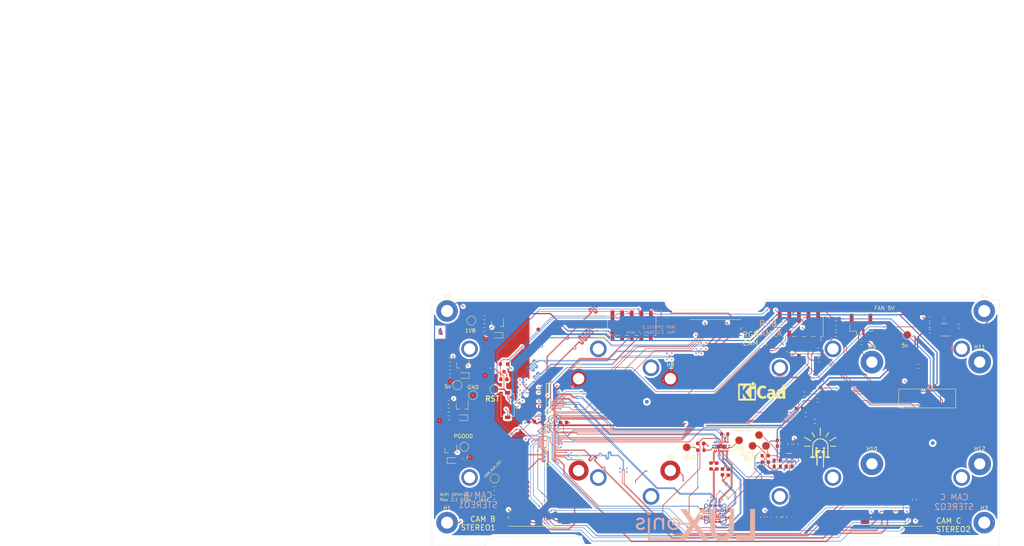
<source format=kicad_pcb>
(kicad_pcb (version 20171130) (host pcbnew "(5.1.9)-1")
  (layers (0 F.Cu signal) (1 GND.Cu power) (2 bGND.Cu power) (31 B.Cu signal) (34 B.Paste user) (35 F.Paste user) (36 B.SilkS user) (37 F.SilkS user) (38 B.Mask user) (39 F.Mask user) (44 Edge.Cuts user))
  (net 0 "")
  (net 1 +3V3)
  (net 2 VBUS)
  (net 3 /USBC&POWER/TXB_P)
  (net 4 /USBC&POWER/TXB_N)
  (net 5 /USBC&POWER/TXC_P)
  (net 6 /USBC&POWER/TXC_N)
  (net 7 "Net-(D1-Pad2)")
  (net 8 "Net-(D1-Pad1)")
  (net 9 "Net-(D2-Pad2)")
  (net 10 "Net-(D2-Pad1)")
  (net 11 "Net-(D3-Pad2)")
  (net 12 "Net-(D3-Pad1)")
  (net 13 MIPI_RX4_D1_N)
  (net 14 CAM_A_CLK_OUT)
  (net 15 MIPI_RX4_D1_P)
  (net 16 CAM_A_PWDN_N)
  (net 17 MIPI_RX4_C_N)
  (net 18 I2C1_SCL)
  (net 19 MIPI_RX4_D0_P)
  (net 20 MIPI_RX4_D0_N)
  (net 21 MIPI_RX4_C_P)
  (net 22 I2C2_SCL)
  (net 23 CAM_B_PWDN_N)
  (net 24 MIPI_RX2_D1_N)
  (net 25 MIPI_RX2_D0_N)
  (net 26 MIPI_RX2_C_P)
  (net 27 MIPI_RX2_C_N)
  (net 28 I2C2_SDA)
  (net 29 MIPI_RX2_D1_P)
  (net 30 CAM_B_CLK_OUT)
  (net 31 MIPI_RX2_D0_P)
  (net 32 /CAMERA_FFC_DUAL/STROBE1)
  (net 33 CAM_B_D_PWM)
  (net 34 MIPI_RX3_D1_N)
  (net 35 MIPI_RX3_D0_N)
  (net 36 MIPI_RX3_C_P)
  (net 37 MIPI_RX3_C_N)
  (net 38 MIPI_RX3_D1_P)
  (net 39 MIPI_RX3_D0_P)
  (net 40 "Net-(Q1-Pad1)")
  (net 41 COM_AUX_IO2)
  (net 42 "Net-(R10-Pad1)")
  (net 43 /CAMERA_FFC_DUAL/FSIN2)
  (net 44 "Net-(R17-Pad2)")
  (net 45 /USBC&POWER/USB_CM)
  (net 46 /USBC&POWER/USB_PORT)
  (net 47 /USBC&POWER/CC1)
  (net 48 /USBC&POWER/CC2)
  (net 49 "Net-(TP19-Pad1)")
  (net 50 "Net-(U6-Pad1)")
  (net 51 "Net-(U6-Pad10)")
  (net 52 /USBC&POWER/RXB_P)
  (net 53 /USBC&POWER/RXB_N)
  (net 54 /USBC&POWER/RXC_P)
  (net 55 /USBC&POWER/RXC_N)
  (net 56 USB_TX_N)
  (net 57 USB_TX_P)
  (net 58 USB_D_N)
  (net 59 USB_D_P)
  (net 60 "Net-(U7-Pad9)")
  (net 61 /SoM_BW1099/UART_RX)
  (net 62 /SoM_BW1099/UART_TX)
  (net 63 /SoM_BW1099/AUX_IO_IRQ)
  (net 64 "Net-(J7-Pad23)")
  (net 65 "Net-(J7-Pad24)")
  (net 66 "Net-(J9-Pad22)")
  (net 67 "Net-(J9-Pad15)")
  (net 68 "Net-(J9-Pad14)")
  (net 69 "Net-(J9-Pad13)")
  (net 70 "Net-(J9-Pad12)")
  (net 71 "Net-(J9-Pad11)")
  (net 72 "Net-(J6-Pad23)")
  (net 73 "Net-(J6-Pad15)")
  (net 74 "Net-(J6-Pad14)")
  (net 75 "Net-(J6-Pad13)")
  (net 76 "Net-(J6-Pad12)")
  (net 77 "Net-(J6-Pad11)")
  (net 78 "Net-(J3-Pad41)")
  (net 79 _RST)
  (net 80 SPI_CS_1)
  (net 81 SPI_SIO0)
  (net 82 SPI_SIO1)
  (net 83 SPI_SIO2)
  (net 84 SPI_SIO3)
  (net 85 SPI_CS_0)
  (net 86 SPI_SCK)
  (net 87 I2C3_SCL)
  (net 88 I2C3_SDA)
  (net 89 I2C1_SDA)
  (net 90 /USBC&POWER/MISO)
  (net 91 /USBC&POWER/MOSI)
  (net 92 "Net-(J13-Pad37)")
  (net 93 PMID)
  (net 94 "Net-(J13-Pad35)")
  (net 95 /USBC&POWER/TXB_+)
  (net 96 /USBC&POWER/TXB_-)
  (net 97 /USBC&POWER/TXC_+)
  (net 98 /USBC&POWER/TXC_-)
  (net 99 /SoM_BW1099/2485_PGOOD)
  (net 100 "Net-(J13-Pad43)")
  (net 101 "Net-(J13-Pad41)")
  (net 102 /USBC&POWER/P0.04)
  (net 103 /USBC&POWER/P0.25)
  (net 104 /USBC&POWER/P0.08)
  (net 105 /USBC&POWER/P1.04)
  (net 106 /USBC&POWER/P0.11)
  (net 107 /USBC&POWER/P1.09)
  (net 108 /USBC&POWER/P0.12)
  (net 109 /USBC&POWER/P1.03)
  (net 110 /USBC&POWER/P0.13)
  (net 111 /USBC&POWER/P1.15)
  (net 112 /USBC&POWER/P1.14)
  (net 113 /USBC&POWER/P1.11)
  (net 114 /USBC&POWER/P0.28)
  (net 115 /USBC&POWER/P0.31)
  (net 116 "Net-(J13-Pad31)")
  (net 117 /USBC&POWER/VBAT)
  (net 118 1V8)
  (net 119 "Net-(J13-Pad45)")
  (net 120 "Net-(J13-Pad46)")
  (net 121 "Net-(J13-Pad47)")
  (net 122 "Net-(J13-Pad48)")
  (net 123 "Net-(J13-Pad49)")
  (net 124 "Net-(J13-Pad50)")
  (net 125 /USBC&POWER/P0.05)
  (net 126 /USBC&POWER/NFC2)
  (net 127 /USBC&POWER/P0.03)
  (net 128 /USBC&POWER/NFC1)
  (net 129 /USBC&POWER/P0.02)
  (net 130 /USBC&POWER/P0.29)
  (net 131 /USBC&POWER/P0.30)
  (net 132 /USBC&POWER/SCL)
  (net 133 /USBC&POWER/SCLK)
  (net 134 /USBC&POWER/SDA)
  (net 135 USB_RX_P)
  (net 136 USB_RX_N)
  (net 137 +5V)
  (net 138 "Net-(D4-Pad2)")
  (net 139 "Net-(D4-Pad1)")
  (net 140 "Net-(J5-PadB8)")
  (net 141 "Net-(J5-PadA8)")
  (net 142 "Net-(Q4-Pad1)")
  (net 143 "Net-(D5-Pad2)")
  (net 144 "Net-(D5-Pad1)")
  (net 145 MIPI_RX5_D2_N)
  (net 146 MIPI_RX5_D2_P)
  (net 147 MIPI_RX5_D3_N)
  (net 148 MIPI_RX5_D3_P)
  (net 149 SD_HST0_D3)
  (net 150 SD_HST0_D2)
  (net 151 SD_HST0_D1)
  (net 152 SD_HST0_D0)
  (net 153 SD_HST0_CD)
  (net 154 SD_HST0_CLK)
  (net 155 SD_HST0_CMD)
  (net 156 "Net-(Q5-Pad1)")
  (net 157 /USBC&POWER/DIR)
  (net 158 /USBC&POWER/VBUS_DET)
  (net 159 /USBC&POWER/OUT1)
  (net 160 /USBC&POWER/OUT2)
  (net 161 "Net-(Q1-Pad2)")
  (net 162 "Net-(Q4-Pad2)")
  (net 163 "Net-(Q5-Pad2)")
  (net 164 GND)
  (net 165 "Net-(R6-Pad2)")
  (net 166 "Net-(R7-Pad2)")
  (net 167 "Net-(R11-Pad2)")
  (net 168 "Net-(R12-Pad1)")
  (module depthABC:AMPHENOL_10132328-10011LF (layer F.Cu) (at 202.7555 149.4155 180)
    (fp_text reference J5 (at -1.96 -3.908) (layer F.SilkS) (effects (font (size 0.8 0.8) (thickness 0.015))))
    (fp_text value "USBC 3.1 Vertical")
    (fp_line (start 3.54 0.29) (end 3.96 0.29) (layer Edge.Cuts) (width 0.1))
    (fp_line (start 3.96 -0.29) (end 3.54 -0.29) (layer Edge.Cuts) (width 0.1))
    (fp_arc (start 3.54 0) (end 3.54 0.29) (angle 180) (layer Edge.Cuts) (width 0.1))
    (fp_arc (start 3.96 0) (end 3.96 -0.29) (angle 180) (layer Edge.Cuts) (width 0.1))
    (pad None np_thru_hole circle (at -3.75 0 180) (size 0.66 0.66) (drill 0.66) (layers *.Cu *.Mask))
    (pad None np_thru_hole circle (at 3.75 0 180) (size 0.58 0.58) (drill 0.58) (layers *.Cu *.Mask))
    (pad 14 smd rect (at 3.77 1 180) (size 0.5 1.03) (layers F.Cu F.Paste F.Mask) (net 164 GND))
    (pad 13 smd rect (at -3.77 1 180) (size 0.5 1.03) (layers F.Cu F.Paste F.Mask) (net 164 GND))
    (pad 12 smd rect (at 3.77 -1 180) (size 0.5 1.03) (layers F.Cu F.Paste F.Mask) (net 164 GND))
    (pad 11 smd rect (at -3.77 -1 180) (size 0.5 1.03) (layers F.Cu F.Paste F.Mask) (net 164 GND))
    (pad 10 thru_hole circle (at 2.4 2.15 180) (size 1.1 1.1) (drill 0.7) (layers *.Cu *.Mask) (net 164 GND))
    (pad 9 thru_hole circle (at -2.4 2.15 180) (size 1.1 1.1) (drill 0.7) (layers *.Cu *.Mask) (net 164 GND))
    (pad 8 thru_hole circle (at 2.4 -2.15 180) (size 1.1 1.1) (drill 0.7) (layers *.Cu *.Mask) (net 164 GND))
    (pad 7 thru_hole circle (at -2.4 -2.15 180) (size 1.1 1.1) (drill 0.7) (layers *.Cu *.Mask) (net 164 GND))
    (pad 6 smd rect (at 1.2 2.15 180) (size 0.82 0.55) (layers F.Cu F.Paste F.Mask) (net 164 GND))
    (pad 5 smd rect (at 0 2.15 180) (size 0.82 0.55) (layers F.Cu F.Paste F.Mask) (net 164 GND))
    (pad 4 smd rect (at -1.2 2.15 180) (size 0.82 0.55) (layers F.Cu F.Paste F.Mask) (net 164 GND))
    (pad 3 smd rect (at 1.2 -2.15 180) (size 0.82 0.55) (layers F.Cu F.Paste F.Mask) (net 164 GND))
    (pad 2 smd rect (at 0 -2.15 180) (size 0.82 0.55) (layers F.Cu F.Paste F.Mask) (net 164 GND))
    (pad 1 smd rect (at -1.2 -2.15 180) (size 0.82 0.55) (layers F.Cu F.Paste F.Mask) (net 164 GND))
    (pad B1 smd rect (at 2.75 0.83 180) (size 0.3 0.85) (layers F.Cu F.Paste F.Mask) (net 164 GND))
    (pad B2 smd rect (at 2.25 0.83 180) (size 0.3 0.85) (layers F.Cu F.Paste F.Mask) (net 6 /USBC&POWER/TXC_N))
    (pad B3 smd rect (at 1.75 0.83 180) (size 0.3 0.85) (layers F.Cu F.Paste F.Mask) (net 5 /USBC&POWER/TXC_P))
    (pad B4 smd rect (at 1.25 0.83 180) (size 0.3 0.85) (layers F.Cu F.Paste F.Mask) (net 2 VBUS))
    (pad B5 smd rect (at 0.75 0.83 180) (size 0.3 0.85) (layers F.Cu F.Paste F.Mask) (net 48 /USBC&POWER/CC2))
    (pad B6 smd rect (at 0.25 0.83 180) (size 0.3 0.85) (layers F.Cu F.Paste F.Mask) (net 58 USB_D_N))
    (pad B7 smd rect (at -0.25 0.83 180) (size 0.3 0.85) (layers F.Cu F.Paste F.Mask) (net 59 USB_D_P))
    (pad B8 smd rect (at -0.75 0.83 180) (size 0.3 0.85) (layers F.Cu F.Paste F.Mask) (net 140 "Net-(J5-PadB8)"))
    (pad B9 smd rect (at -1.25 0.83 180) (size 0.3 0.85) (layers F.Cu F.Paste F.Mask) (net 2 VBUS))
    (pad B10 smd rect (at -1.75 0.83 180) (size 0.3 0.85) (layers F.Cu F.Paste F.Mask) (net 53 /USBC&POWER/RXB_N))
    (pad B11 smd rect (at -2.25 0.83 180) (size 0.3 0.85) (layers F.Cu F.Paste F.Mask) (net 52 /USBC&POWER/RXB_P))
    (pad B12 smd rect (at -2.75 0.83 180) (size 0.3 0.85) (layers F.Cu F.Paste F.Mask) (net 164 GND))
    (pad A12 smd rect (at 2.75 -0.83 180) (size 0.3 0.85) (layers F.Cu F.Paste F.Mask) (net 164 GND))
    (pad A11 smd rect (at 2.25 -0.83 180) (size 0.3 0.85) (layers F.Cu F.Paste F.Mask) (net 54 /USBC&POWER/RXC_P))
    (pad A10 smd rect (at 1.75 -0.83 180) (size 0.3 0.85) (layers F.Cu F.Paste F.Mask) (net 55 /USBC&POWER/RXC_N))
    (pad A9 smd rect (at 1.25 -0.83 180) (size 0.3 0.85) (layers F.Cu F.Paste F.Mask) (net 2 VBUS))
    (pad A8 smd rect (at 0.75 -0.83 180) (size 0.3 0.85) (layers F.Cu F.Paste F.Mask) (net 141 "Net-(J5-PadA8)"))
    (pad A7 smd rect (at 0.25 -0.83 180) (size 0.3 0.85) (layers F.Cu F.Paste F.Mask) (net 58 USB_D_N))
    (pad A6 smd rect (at -0.25 -0.83 180) (size 0.3 0.85) (layers F.Cu F.Paste F.Mask) (net 59 USB_D_P))
    (pad A5 smd rect (at -0.75 -0.83 180) (size 0.3 0.85) (layers F.Cu F.Paste F.Mask) (net 47 /USBC&POWER/CC1))
    (pad A4 smd rect (at -1.25 -0.83 180) (size 0.3 0.85) (layers F.Cu F.Paste F.Mask) (net 2 VBUS))
    (pad A3 smd rect (at -1.75 -0.83 180) (size 0.3 0.85) (layers F.Cu F.Paste F.Mask) (net 4 /USBC&POWER/TXB_N))
    (pad A2 smd rect (at -2.25 -0.83 180) (size 0.3 0.85) (layers F.Cu F.Paste F.Mask) (net 3 /USBC&POWER/TXB_P))
    (pad A1 smd rect (at -2.75 -0.83 180) (size 0.3 0.85) (layers F.Cu F.Paste F.Mask) (net 164 GND))
  )
  (module MountingHole:MountingHole_3mm_Pad (layer F.Cu) (at 272.6523 136.2102)
    (fp_text reference H12 (at 0 -4) (layer F.SilkS))
    (fp_text value MountingHole_4-40)
    (pad 1 thru_hole circle (at 0 0) (size 6 6) (drill 3) (layers *.Cu *.Mask) (net 164 GND))
  )
  (module MountingHole:MountingHole_3mm_Pad (layer F.Cu) (at 272.6527 109.2808)
    (fp_text reference H11 (at 0 -4) (layer F.SilkS))
    (fp_text value MountingHole_4-40)
    (pad 1 thru_hole circle (at 0 0) (size 6 6) (drill 3) (layers *.Cu *.Mask) (net 164 GND))
  )
  (module MountingHole:MountingHole_3mm_Pad (layer F.Cu) (at 244.1575 136.2075)
    (fp_text reference H10 (at 0 -4) (layer F.SilkS))
    (fp_text value MountingHole_4-40)
    (pad 1 thru_hole circle (at 0 0) (size 6 6) (drill 3) (layers *.Cu *.Mask) (net 164 GND))
  )
  (module MountingHole:MountingHole_3mm_Pad (layer F.Cu) (at 244.1575 109.2835)
    (fp_text reference H9 (at 0 -4) (layer F.SilkS))
    (fp_text value MountingHole_4-40)
    (pad 1 thru_hole circle (at 0 0) (size 6 6) (drill 3) (layers *.Cu *.Mask) (net 164 GND))
  )
  (module MountingHole:MountingHole_3.2mm_M3_ISO7380_Pad (layer F.Cu) (at 273.8579 95.7675)
    (fp_text reference H4 (at 0 -3.85) (layer F.SilkS))
    (fp_text value MountingHole_M3)
    (pad 1 thru_hole circle (at 0 0) (size 5.7 5.7) (drill 3.2) (layers *.Cu *.Mask) (net 164 GND))
  )
  (module MountingHole:MountingHole_3.2mm_M3_ISO7380_Pad (layer F.Cu) (at 273.854672 151.7667)
    (fp_text reference H3 (at 0 -3.85) (layer F.SilkS))
    (fp_text value MountingHole_M3)
    (pad 1 thru_hole circle (at 0 0) (size 5.7 5.7) (drill 3.2) (layers *.Cu *.Mask) (net 164 GND))
  )
  (module MountingHole:MountingHole_3.2mm_M3_ISO7380_Pad (layer F.Cu) (at 131.8485 95.7675)
    (fp_text reference H2 (at 0 -3.85) (layer F.SilkS))
    (fp_text value MountingHole_M3)
    (pad 1 thru_hole circle (at 0 0) (size 5.7 5.7) (drill 3.2) (layers *.Cu *.Mask) (net 164 GND))
  )
  (module MountingHole:MountingHole_3.2mm_M3_ISO7380_Pad (layer F.Cu) (at 131.8485 151.7667)
    (fp_text reference H1 (at 0 -3.85) (layer F.SilkS))
    (fp_text value MountingHole_M3)
    (pad 1 thru_hole circle (at 0 0) (size 5.7 5.7) (drill 3.2) (layers *.Cu *.Mask) (net 164 GND))
  )
  (module Luxonis_KiCad_Master:Texas_Instruments-HD3SS3212RKSR (layer F.Cu) (at 204.3049 131.6101 270)
    (fp_text reference U6 hide)
    (fp_text value "USB Type-C Switch" hide)
    (pad 2 smd roundrect (at -1.150046 -1.749999 270) (size 0.6 0.25) (layers F.Cu F.Paste F.Mask) (roundrect_rratio 0.4) (net 44 "Net-(R17-Pad2)"))
    (pad 3 smd roundrect (at -1.150046 -1.249999 270) (size 0.6 0.25) (layers F.Cu F.Paste F.Mask) (roundrect_rratio 0.4) (net 135 USB_RX_P))
    (pad 4 smd roundrect (at -1.150046 -0.749999 270) (size 0.6 0.25) (layers F.Cu F.Paste F.Mask) (roundrect_rratio 0.4) (net 136 USB_RX_N))
    (pad 5 smd roundrect (at -1.150046 -0.249999 270) (size 0.6 0.25) (layers F.Cu F.Paste F.Mask) (roundrect_rratio 0.4) (net 164 GND))
    (pad 6 smd roundrect (at -1.150046 0.25 270) (size 0.6 0.25) (layers F.Cu F.Paste F.Mask) (roundrect_rratio 0.4) (net 1 +3V3))
    (pad 7 smd roundrect (at -1.150046 0.75 270) (size 0.6 0.25) (layers F.Cu F.Paste F.Mask) (roundrect_rratio 0.4) (net 57 USB_TX_P))
    (pad 8 smd roundrect (at -1.150046 1.25 270) (size 0.6 0.25) (layers F.Cu F.Paste F.Mask) (roundrect_rratio 0.4) (net 56 USB_TX_N))
    (pad 9 smd roundrect (at -1.150046 1.75 270) (size 0.6 0.25) (layers F.Cu F.Paste F.Mask) (roundrect_rratio 0.4) (net 157 /USBC&POWER/DIR))
    (pad 12 smd roundrect (at 1.150047 1.75 270) (size 0.6 0.25) (layers F.Cu F.Paste F.Mask) (roundrect_rratio 0.4) (net 98 /USBC&POWER/TXC_-))
    (pad 13 smd roundrect (at 1.150047 1.25 270) (size 0.6 0.25) (layers F.Cu F.Paste F.Mask) (roundrect_rratio 0.4) (net 97 /USBC&POWER/TXC_+))
    (pad 14 smd roundrect (at 1.150047 0.75 270) (size 0.6 0.25) (layers F.Cu F.Paste F.Mask) (roundrect_rratio 0.4) (net 55 /USBC&POWER/RXC_N))
    (pad 15 smd roundrect (at 1.150047 0.25 270) (size 0.6 0.25) (layers F.Cu F.Paste F.Mask) (roundrect_rratio 0.4) (net 54 /USBC&POWER/RXC_P))
    (pad 16 smd roundrect (at 1.150047 -0.249999 270) (size 0.6 0.25) (layers F.Cu F.Paste F.Mask) (roundrect_rratio 0.4) (net 96 /USBC&POWER/TXB_-))
    (pad 17 smd roundrect (at 1.150047 -0.749999 270) (size 0.6 0.25) (layers F.Cu F.Paste F.Mask) (roundrect_rratio 0.4) (net 95 /USBC&POWER/TXB_+))
    (pad 18 smd roundrect (at 1.150047 -1.249999 270) (size 0.6 0.25) (layers F.Cu F.Paste F.Mask) (roundrect_rratio 0.4) (net 53 /USBC&POWER/RXB_N))
    (pad 19 smd roundrect (at 1.150047 -1.749999 270) (size 0.6 0.25) (layers F.Cu F.Paste F.Mask) (roundrect_rratio 0.4) (net 52 /USBC&POWER/RXB_P))
    (pad 10 smd roundrect (at -0.249999 2.150047 270) (size 0.25 0.6) (layers F.Cu F.Paste F.Mask) (roundrect_rratio 0.4) (net 51 "Net-(U6-Pad10)"))
    (pad 11 smd roundrect (at 0.25 2.150047 270) (size 0.25 0.6) (layers F.Cu F.Paste F.Mask) (roundrect_rratio 0.4) (net 164 GND))
    (pad 20 smd roundrect (at 0.25 -2.150046 270) (size 0.25 0.6) (layers F.Cu F.Paste F.Mask) (roundrect_rratio 0.4) (net 164 GND))
    (pad 1 smd roundrect (at -0.249999 -2.150046 270) (size 0.25 0.6) (layers F.Cu F.Paste F.Mask) (roundrect_rratio 0.4) (net 50 "Net-(U6-Pad1)"))
    (pad 21 smd roundrect (at 0 0 270) (size 1 3) (layers F.Cu F.Mask) (roundrect_rratio 0.1) (net 164 GND))
    (pad 21 thru_hole circle (at 0 -1.25 270) (size 0.5 0.5) (drill 0.2) (layers *.Cu) (net 164 GND))
    (pad 21 thru_hole circle (at 0 0 270) (size 0.5 0.5) (drill 0.2) (layers *.Cu) (net 164 GND))
    (pad 21 thru_hole circle (at 0 1.25 270) (size 0.5 0.5) (drill 0.2) (layers *.Cu) (net 164 GND))
  )
  (module Luxonis_KiCad_Master:Mounting_Wuerth_WA-SMSI-M2_H3mm_9774030243 (layer F.Cu) (at 190.881 113.665)
    (fp_text reference H8 (at 0 -3.6) (layer F.SilkS))
    (fp_text value MountingHole_Pad)
    (pad 1 smd custom (at 2.075 0) (size 0.75 0.75) (layers F.Cu F.Mask) (net 164 GND) (options (clearance outline) (anchor circle)) (primitives (gr_circle (center -2.075 0) (end 0 0) (width 1.15))))
    (pad 1 smd circle (at 0 2.075) (size 0.75 0.75) (layers F.Cu) (net 164 GND))
    (pad 1 smd circle (at -2.075 0) (size 0.75 0.75) (layers F.Cu) (net 164 GND))
    (pad 1 smd circle (at 0 -2.075) (size 0.75 0.75) (layers F.Cu) (net 164 GND))
    (pad 1 thru_hole circle (at 0 0) (size 3.05 3.05) (drill 3) (layers *.Cu *.Mask) (net 164 GND))
  )
  (module Luxonis_KiCad_Master:Mounting_Wuerth_WA-SMSI-M2_H3mm_9774030243 (layer F.Cu) (at 166.624 137.9855)
    (fp_text reference H7 (at 0 -3.6) (layer F.SilkS))
    (fp_text value MountingHole_Pad)
    (pad 1 smd custom (at 2.075 0) (size 0.75 0.75) (layers F.Cu F.Mask) (net 164 GND) (options (clearance outline) (anchor circle)) (primitives (gr_circle (center -2.075 0) (end 0 0) (width 1.15))))
    (pad 1 smd circle (at 0 2.075) (size 0.75 0.75) (layers F.Cu) (net 164 GND))
    (pad 1 smd circle (at -2.075 0) (size 0.75 0.75) (layers F.Cu) (net 164 GND))
    (pad 1 smd circle (at 0 -2.075) (size 0.75 0.75) (layers F.Cu) (net 164 GND))
    (pad 1 thru_hole circle (at 0 0) (size 3.05 3.05) (drill 3) (layers *.Cu *.Mask) (net 164 GND))
  )
  (module Luxonis_KiCad_Master:Mounting_Wuerth_WA-SMSI-M2_H3mm_9774030243 (layer F.Cu) (at 166.624 113.665)
    (fp_text reference H6 (at 0 -3.6) (layer F.SilkS))
    (fp_text value MountingHole_Pad)
    (pad 1 smd custom (at 2.075 0) (size 0.75 0.75) (layers F.Cu F.Mask) (net 164 GND) (options (clearance outline) (anchor circle)) (primitives (gr_circle (center -2.075 0) (end 0 0) (width 1.15))))
    (pad 1 smd circle (at 0 2.075) (size 0.75 0.75) (layers F.Cu) (net 164 GND))
    (pad 1 smd circle (at -2.075 0) (size 0.75 0.75) (layers F.Cu) (net 164 GND))
    (pad 1 smd circle (at 0 -2.075) (size 0.75 0.75) (layers F.Cu) (net 164 GND))
    (pad 1 thru_hole circle (at 0 0) (size 3.05 3.05) (drill 3) (layers *.Cu *.Mask) (net 164 GND))
  )
  (module Luxonis_KiCad_Master:Mounting_Wuerth_WA-SMSI-M2_H3mm_9774030243 (layer F.Cu) (at 190.86322 137.9855)
    (fp_text reference H5 (at 0 -3.6) (layer F.SilkS))
    (fp_text value MountingHole_Pad)
    (pad 1 smd custom (at 2.075 0) (size 0.75 0.75) (layers F.Cu F.Mask) (net 164 GND) (options (clearance outline) (anchor circle)) (primitives (gr_circle (center -2.075 0) (end 0 0) (width 1.15))))
    (pad 1 smd circle (at 0 2.075) (size 0.75 0.75) (layers F.Cu) (net 164 GND))
    (pad 1 smd circle (at -2.075 0) (size 0.75 0.75) (layers F.Cu) (net 164 GND))
    (pad 1 smd circle (at 0 -2.075) (size 0.75 0.75) (layers F.Cu) (net 164 GND))
    (pad 1 thru_hole circle (at 0 0) (size 3.05 3.05) (drill 3) (layers *.Cu *.Mask) (net 164 GND))
  )
  (module depthABC:luxonis (layer B.Cu) (at 197.358 152.019 180)
    (fp_text reference G*** hide)
    (fp_text value LOGO hide)
  )
  (module FabDrawingTemplates:FabDrawing-4Layer-Metric_noNotes (layer F.Cu) (at 154.178 18.669)
    (fp_text reference REF** hide)
    (fp_text value FabDrawing-4Layer hide)
  )
  (module TestPoint:TestPoint_Pad_D2.0mm (layer F.Cu) (at 216.154 131.445 180)
    (fp_text reference TP21 hide)
    (fp_text value ~)
    (pad 1 smd circle (at 0 0 180) (size 2 2) (layers F.Cu F.Mask) (net 159 /USBC&POWER/OUT1))
  )
  (module TestPoint:TestPoint_Pad_D2.0mm (layer F.Cu) (at 212.598 131.445 180)
    (fp_text reference TP20 hide)
    (fp_text value ~)
    (pad 1 smd circle (at 0 0 180) (size 2 2) (layers F.Cu F.Mask) (net 160 /USBC&POWER/OUT2))
  )
  (module TestPoint:TestPoint_Pad_D2.0mm (layer F.Cu) (at 214.3125 128.5875 180)
    (fp_text reference TP19 hide)
    (fp_text value ~)
    (pad 1 smd circle (at 0 0 180) (size 2 2) (layers F.Cu F.Mask) (net 49 "Net-(TP19-Pad1)"))
  )
  (module TestPoint:TestPoint_Pad_D2.0mm (layer F.Cu) (at 195.199 131.826 270)
    (fp_text reference TP18 hide)
    (fp_text value ~)
    (pad 1 smd circle (at 0 0 270) (size 2 2) (layers F.Cu F.Mask) (net 168 "Net-(R12-Pad1)"))
  )
  (module TestPoint:TestPoint_Pad_D2.0mm (layer F.Cu) (at 138.684 118.0465)
    (fp_text reference TP10 hide)
    (fp_text value ~)
    (pad 1 smd circle (at 0 0) (size 2 2) (layers F.Cu F.Mask) (net 164 GND))
  )
  (module TestPoint:TestPoint_Pad_D2.0mm (layer F.Cu) (at 209.042 129.9845)
    (fp_text reference TP9 hide)
    (fp_text value ~)
    (pad 1 smd circle (at 0 0) (size 2 2) (layers F.Cu F.Mask) (net 164 GND))
  )
  (module TestPoint:TestPoint_Pad_D2.0mm (layer F.Cu) (at 138.2395 98.298)
    (fp_text reference TP6 hide)
    (fp_text value ~)
    (pad 1 smd circle (at 0 0) (size 2 2) (layers F.Cu F.Mask) (net 118 1V8))
  )
  (module TestPoint:TestPoint_Pad_D2.0mm (layer F.Cu) (at 144.399 140.081 90)
    (fp_text reference TP5 hide)
    (fp_text value ~)
    (pad 1 smd circle (at 0 0 90) (size 2 2) (layers F.Cu F.Mask) (net 41 COM_AUX_IO2))
  )
  (module TestPoint:TestPoint_Pad_D2.0mm (layer F.Cu) (at 253.492 102.108 90)
    (fp_text reference TP4 hide)
    (fp_text value ~)
    (pad 1 smd circle (at 0 0 90) (size 2 2) (layers F.Cu F.Mask) (net 137 +5V))
  )
  (module TestPoint:TestPoint_Pad_D2.0mm (layer F.Cu) (at 144.3355 116.459)
    (fp_text reference TP3 hide)
    (fp_text value ~)
    (pad 1 smd circle (at 0 0) (size 2 2) (layers F.Cu F.Mask) (net 79 _RST))
  )
  (module TestPoint:TestPoint_Pad_D2.0mm (layer F.Cu) (at 134.5565 115.3795)
    (fp_text reference TP2 hide)
    (fp_text value ~)
    (pad 1 smd circle (at 0 0) (size 2 2) (layers F.Cu F.Mask) (net 137 +5V))
  )
  (module TestPoint:TestPoint_Pad_D2.0mm (layer F.Cu) (at 136.398 131.699 90)
    (fp_text reference TP1 hide)
    (fp_text value ~)
    (pad 1 smd circle (at 0 0 90) (size 2 2) (layers F.Cu F.Mask) (net 99 /SoM_BW1099/2485_PGOOD))
  )
  (module Capacitor_SMD:C_0603_1608Metric (layer F.Cu) (at 259.461 97.8535)
    (fp_text reference C4)
    (fp_text value "10uF ")
    (pad 2 smd roundrect (at 0.775 0) (size 0.9 0.95) (layers F.Cu F.Paste F.Mask) (net 118 1V8))
    (pad 1 smd roundrect (at -0.775 0) (size 0.9 0.95) (layers F.Cu F.Paste F.Mask) (net 164 GND))
  )
  (module Capacitor_SMD:C_0603_1608Metric (layer F.Cu) (at 201.6125 136.779 270)
    (fp_text reference C37 hide)
    (fp_text value 0.1uF)
    (pad 2 smd roundrect (at 0.775 0 270) (size 0.9 0.95) (layers F.Cu F.Paste F.Mask) (net 6 /USBC&POWER/TXC_N))
    (pad 1 smd roundrect (at -0.775 0 270) (size 0.9 0.95) (layers F.Cu F.Paste F.Mask) (net 98 /USBC&POWER/TXC_-))
  )
  (module Capacitor_SMD:C_0603_1608Metric (layer F.Cu) (at 203.1365 136.792 270)
    (fp_text reference C36 hide)
    (fp_text value 0.1uF)
    (pad 2 smd roundrect (at 0.775 0 270) (size 0.9 0.95) (layers F.Cu F.Paste F.Mask) (net 5 /USBC&POWER/TXC_P))
    (pad 1 smd roundrect (at -0.775 0 270) (size 0.9 0.95) (layers F.Cu F.Paste F.Mask) (net 97 /USBC&POWER/TXC_+))
  )
  (module Capacitor_SMD:C_0603_1608Metric (layer F.Cu) (at 204.6605 138.3535 270)
    (fp_text reference C35 hide)
    (fp_text value 0.1uF)
    (pad 2 smd roundrect (at 0.775 0 270) (size 0.9 0.95) (layers F.Cu F.Paste F.Mask) (net 4 /USBC&POWER/TXB_N))
    (pad 1 smd roundrect (at -0.775 0 270) (size 0.9 0.95) (layers F.Cu F.Paste F.Mask) (net 96 /USBC&POWER/TXB_-))
  )
  (module Capacitor_SMD:C_0603_1608Metric (layer F.Cu) (at 206.1845 138.417 270)
    (fp_text reference C34 hide)
    (fp_text value 0.1uF)
    (pad 2 smd roundrect (at 0.775 0 270) (size 0.9 0.95) (layers F.Cu F.Paste F.Mask) (net 3 /USBC&POWER/TXB_P))
    (pad 1 smd roundrect (at -0.775 0 270) (size 0.9 0.95) (layers F.Cu F.Paste F.Mask) (net 95 /USBC&POWER/TXB_+))
  )
  (module Capacitor_SMD:C_0603_1608Metric (layer F.Cu) (at 162.6235 125.222 180)
    (fp_text reference C3 hide)
    (fp_text value "10uF ")
    (pad 2 smd roundrect (at 0.775 0 180) (size 0.9 0.95) (layers F.Cu F.Paste F.Mask) (net 137 +5V))
    (pad 1 smd roundrect (at -0.775 0 180) (size 0.9 0.95) (layers F.Cu F.Paste F.Mask) (net 164 GND))
  )
  (module Luxonis_KiCad_Master:F32R-26p-FFC (layer F.Cu) (at 154.80892 151.1735)
    (fp_text reference J6 hide)
    (fp_text value 26_pin_FFC hide)
    (pad MP smd rect (at 8.4582 -0.0508) (size 2.2 2) (layers F.Cu F.Paste F.Mask) (net 164 GND))
    (pad MP smd rect (at -8.4582 -0.0508) (size 2.2 2) (layers F.Cu F.Paste F.Mask) (net 164 GND))
    (pad 23 smd rect (at 4.75 -1.25) (size 0.3 1.2) (layers F.Cu F.Paste F.Mask) (net 72 "Net-(J6-Pad23)"))
    (pad 22 smd rect (at 4.25 -1.25) (size 0.3 1.2) (layers F.Cu F.Paste F.Mask) (net 32 /CAMERA_FFC_DUAL/STROBE1))
    (pad 21 smd rect (at 3.75 -1.25) (size 0.3 1.2) (layers F.Cu F.Paste F.Mask) (net 28 I2C2_SDA))
    (pad 20 smd rect (at 3.25 -1.25) (size 0.3 1.2) (layers F.Cu F.Paste F.Mask) (net 22 I2C2_SCL))
    (pad 19 smd rect (at 2.75 -1.25) (size 0.3 1.2) (layers F.Cu F.Paste F.Mask) (net 164 GND))
    (pad 18 smd rect (at 2.25 -1.25) (size 0.3 1.2) (layers F.Cu F.Paste F.Mask) (net 30 CAM_B_CLK_OUT))
    (pad 17 smd rect (at 1.75 -1.25) (size 0.3 1.2) (layers F.Cu F.Paste F.Mask) (net 23 CAM_B_PWDN_N))
    (pad 16 smd rect (at 1.25 -1.25) (size 0.3 1.2) (layers F.Cu F.Paste F.Mask) (net 164 GND))
    (pad 15 smd rect (at 0.75 -1.25) (size 0.3 1.2) (layers F.Cu F.Paste F.Mask) (net 73 "Net-(J6-Pad15)"))
    (pad 14 smd rect (at 0.25 -1.25) (size 0.3 1.2) (layers F.Cu F.Paste F.Mask) (net 74 "Net-(J6-Pad14)"))
    (pad 13 smd rect (at -0.25 -1.25) (size 0.3 1.2) (layers F.Cu F.Paste F.Mask) (net 75 "Net-(J6-Pad13)"))
    (pad 12 smd rect (at -0.75 -1.25) (size 0.3 1.2) (layers F.Cu F.Paste F.Mask) (net 76 "Net-(J6-Pad12)"))
    (pad 11 smd rect (at -1.25 -1.25) (size 0.3 1.2) (layers F.Cu F.Paste F.Mask) (net 77 "Net-(J6-Pad11)"))
    (pad 10 smd rect (at -1.75 -1.25) (size 0.3 1.2) (layers F.Cu F.Paste F.Mask) (net 164 GND))
    (pad 9 smd rect (at -2.25 -1.25) (size 0.3 1.2) (layers F.Cu F.Paste F.Mask) (net 26 MIPI_RX2_C_P))
    (pad 8 smd rect (at -2.75 -1.25) (size 0.3 1.2) (layers F.Cu F.Paste F.Mask) (net 27 MIPI_RX2_C_N))
    (pad 7 smd rect (at -3.25 -1.25) (size 0.3 1.2) (layers F.Cu F.Paste F.Mask) (net 164 GND))
    (pad 6 smd rect (at -3.75 -1.25) (size 0.3 1.2) (layers F.Cu F.Paste F.Mask) (net 29 MIPI_RX2_D1_P))
    (pad 5 smd rect (at -4.25 -1.25) (size 0.3 1.2) (layers F.Cu F.Paste F.Mask) (net 24 MIPI_RX2_D1_N))
    (pad 4 smd rect (at -4.75 -1.25) (size 0.3 1.2) (layers F.Cu F.Paste F.Mask) (net 164 GND))
    (pad 26 smd rect (at 6.25 -1.25) (size 0.3 1.2) (layers F.Cu F.Paste F.Mask) (net 1 +3V3))
    (pad 25 smd rect (at 5.75 -1.25) (size 0.3 1.2) (layers F.Cu F.Paste F.Mask) (net 1 +3V3))
    (pad 24 smd rect (at 5.25 -1.25) (size 0.3 1.2) (layers F.Cu F.Paste F.Mask) (net 164 GND))
    (pad 3 smd rect (at -5.25 -1.25) (size 0.3 1.2) (layers F.Cu F.Paste F.Mask) (net 31 MIPI_RX2_D0_P))
    (pad 2 smd rect (at -5.75 -1.25) (size 0.3 1.2) (layers F.Cu F.Paste F.Mask) (net 25 MIPI_RX2_D0_N))
    (pad 1 smd rect (at -6.25 -1.25) (size 0.3 1.2) (layers F.Cu F.Paste F.Mask) (net 164 GND))
  )
  (module "Luxonis_KiCad_Master:DF40HC(3.0)-100DS-0.4V(58)" (layer F.Cu) (at 158.66872 125.82652)
    (fp_text reference J3 hide)
    (fp_text value BW1099EMB_SoM hide)
    (pad 1 smd rect (at -1.4892 -9.8254 270) (size 0.2 0.7) (layers F.Cu F.Paste F.Mask) (net 164 GND))
    (pad 2 smd rect (at 1.5908 -9.8254 270) (size 0.2 0.7) (layers F.Cu F.Paste F.Mask) (net 164 GND))
    (pad 3 smd rect (at -1.4892 -9.4254 270) (size 0.2 0.7) (layers F.Cu F.Paste F.Mask) (net 17 MIPI_RX4_C_N))
    (pad 4 smd rect (at 1.5908 -9.4254 270) (size 0.2 0.7) (layers F.Cu F.Paste F.Mask) (net 61 /SoM_BW1099/UART_RX))
    (pad 5 smd rect (at -1.4892 -9.0254 270) (size 0.2 0.7) (layers F.Cu F.Paste F.Mask) (net 21 MIPI_RX4_C_P))
    (pad 6 smd rect (at 1.5908 -9.0254 270) (size 0.2 0.7) (layers F.Cu F.Paste F.Mask) (net 62 /SoM_BW1099/UART_TX))
    (pad 7 smd rect (at -1.4892 -8.6254 270) (size 0.2 0.7) (layers F.Cu F.Paste F.Mask) (net 164 GND))
    (pad 8 smd rect (at 1.5908 -8.6254 270) (size 0.2 0.7) (layers F.Cu F.Paste F.Mask) (net 164 GND))
    (pad 9 smd rect (at -1.4892 -8.2254 270) (size 0.2 0.7) (layers F.Cu F.Paste F.Mask) (net 20 MIPI_RX4_D0_N))
    (pad 10 smd rect (at 1.5908 -8.2254 270) (size 0.2 0.7) (layers F.Cu F.Paste F.Mask) (net 135 USB_RX_P))
    (pad 11 smd rect (at -1.4892 -7.8254 270) (size 0.2 0.7) (layers F.Cu F.Paste F.Mask) (net 19 MIPI_RX4_D0_P))
    (pad 12 smd rect (at 1.5908 -7.8254 270) (size 0.2 0.7) (layers F.Cu F.Paste F.Mask) (net 136 USB_RX_N))
    (pad 13 smd rect (at -1.4892 -7.4254 270) (size 0.2 0.7) (layers F.Cu F.Paste F.Mask) (net 164 GND))
    (pad 14 smd rect (at 1.5908 -7.4254 270) (size 0.2 0.7) (layers F.Cu F.Paste F.Mask) (net 164 GND))
    (pad 15 smd rect (at -1.4892 -7.0254 270) (size 0.2 0.7) (layers F.Cu F.Paste F.Mask) (net 13 MIPI_RX4_D1_N))
    (pad 16 smd rect (at 1.5908 -7.0254 270) (size 0.2 0.7) (layers F.Cu F.Paste F.Mask) (net 59 USB_D_P))
    (pad 17 smd rect (at -1.4892 -6.6254 270) (size 0.2 0.7) (layers F.Cu F.Paste F.Mask) (net 15 MIPI_RX4_D1_P))
    (pad 18 smd rect (at 1.5908 -6.6254 270) (size 0.2 0.7) (layers F.Cu F.Paste F.Mask) (net 58 USB_D_N))
    (pad 19 smd rect (at -1.4892 -6.2254 270) (size 0.2 0.7) (layers F.Cu F.Paste F.Mask) (net 164 GND))
    (pad 20 smd rect (at 1.5908 -6.2254 270) (size 0.2 0.7) (layers F.Cu F.Paste F.Mask) (net 164 GND))
    (pad 21 smd rect (at -1.4892 -5.8254 270) (size 0.2 0.7) (layers F.Cu F.Paste F.Mask) (net 145 MIPI_RX5_D2_N))
    (pad 22 smd rect (at 1.5908 -5.8254 270) (size 0.2 0.7) (layers F.Cu F.Paste F.Mask) (net 57 USB_TX_P))
    (pad 23 smd rect (at -1.4892 -5.4254 270) (size 0.2 0.7) (layers F.Cu F.Paste F.Mask) (net 146 MIPI_RX5_D2_P))
    (pad 24 smd rect (at 1.5908 -5.4254 270) (size 0.2 0.7) (layers F.Cu F.Paste F.Mask) (net 56 USB_TX_N))
    (pad 25 smd rect (at -1.4892 -5.0254 270) (size 0.2 0.7) (layers F.Cu F.Paste F.Mask) (net 164 GND))
    (pad 26 smd rect (at 1.5908 -5.0254 270) (size 0.2 0.7) (layers F.Cu F.Paste F.Mask) (net 164 GND))
    (pad 27 smd rect (at -1.4892 -4.6254 270) (size 0.2 0.7) (layers F.Cu F.Paste F.Mask) (net 147 MIPI_RX5_D3_N))
    (pad 28 smd rect (at 1.5908 -4.6254 270) (size 0.2 0.7) (layers F.Cu F.Paste F.Mask) (net 14 CAM_A_CLK_OUT))
    (pad 29 smd rect (at -1.4892 -4.2254 270) (size 0.2 0.7) (layers F.Cu F.Paste F.Mask) (net 148 MIPI_RX5_D3_P))
    (pad 30 smd rect (at 1.5908 -4.2254 270) (size 0.2 0.7) (layers F.Cu F.Paste F.Mask) (net 164 GND))
    (pad 31 smd rect (at -1.4892 -3.8254 270) (size 0.2 0.7) (layers F.Cu F.Paste F.Mask) (net 164 GND))
    (pad 32 smd rect (at 1.5908 -3.8254 270) (size 0.2 0.7) (layers F.Cu F.Paste F.Mask) (net 149 SD_HST0_D3))
    (pad 33 smd rect (at -1.4892 -3.4254 270) (size 0.2 0.7) (layers F.Cu F.Paste F.Mask) (net 89 I2C1_SDA))
    (pad 34 smd rect (at 1.5908 -3.4254 270) (size 0.2 0.7) (layers F.Cu F.Paste F.Mask) (net 16 CAM_A_PWDN_N))
    (pad 35 smd rect (at -1.4892 -3.0254 270) (size 0.2 0.7) (layers F.Cu F.Paste F.Mask) (net 18 I2C1_SCL))
    (pad 36 smd rect (at 1.5908 -3.0254 270) (size 0.2 0.7) (layers F.Cu F.Paste F.Mask) (net 150 SD_HST0_D2))
    (pad 37 smd rect (at -1.4892 -2.6254 270) (size 0.2 0.7) (layers F.Cu F.Paste F.Mask) (net 99 /SoM_BW1099/2485_PGOOD))
    (pad 38 smd rect (at 1.5908 -2.6254 270) (size 0.2 0.7) (layers F.Cu F.Paste F.Mask) (net 151 SD_HST0_D1))
    (pad 39 smd rect (at -1.4892 -2.2254 270) (size 0.2 0.7) (layers F.Cu F.Paste F.Mask) (net 79 _RST))
    (pad 40 smd rect (at 1.5908 -2.2254 270) (size 0.2 0.7) (layers F.Cu F.Paste F.Mask) (net 152 SD_HST0_D0))
    (pad 41 smd rect (at -1.4892 -1.8254 270) (size 0.2 0.7) (layers F.Cu F.Paste F.Mask) (net 78 "Net-(J3-Pad41)"))
    (pad 42 smd rect (at 1.5908 -1.8254 270) (size 0.2 0.7) (layers F.Cu F.Paste F.Mask) (net 41 COM_AUX_IO2))
    (pad 43 smd rect (at -1.4892 -1.4254 270) (size 0.2 0.7) (layers F.Cu F.Paste F.Mask) (net 164 GND))
    (pad 44 smd rect (at 1.5908 -1.4254 270) (size 0.2 0.7) (layers F.Cu F.Paste F.Mask) (net 164 GND))
    (pad 45 smd rect (at -1.4892 -1.0254 270) (size 0.2 0.7) (layers F.Cu F.Paste F.Mask) (net 164 GND))
    (pad 46 smd rect (at 1.5908 -1.0254 270) (size 0.2 0.7) (layers F.Cu F.Paste F.Mask) (net 164 GND))
    (pad 47 smd rect (at -1.4892 -0.6254 270) (size 0.2 0.7) (layers F.Cu F.Paste F.Mask) (net 137 +5V))
    (pad 48 smd rect (at 1.5908 -0.6254 270) (size 0.2 0.7) (layers F.Cu F.Paste F.Mask) (net 137 +5V))
    (pad 49 smd rect (at -1.4892 -0.2254 270) (size 0.2 0.7) (layers F.Cu F.Paste F.Mask) (net 137 +5V))
    (pad 50 smd rect (at 1.5908 -0.2254 270) (size 0.2 0.7) (layers F.Cu F.Paste F.Mask) (net 137 +5V))
    (pad 51 smd rect (at -1.4892 0.1746 270) (size 0.2 0.7) (layers F.Cu F.Paste F.Mask) (net 137 +5V))
    (pad 52 smd rect (at 1.5908 0.1746 270) (size 0.2 0.7) (layers F.Cu F.Paste F.Mask) (net 137 +5V))
    (pad 53 smd rect (at -1.4892 0.5746 270) (size 0.2 0.7) (layers F.Cu F.Paste F.Mask) (net 2 VBUS))
    (pad 54 smd rect (at 1.5908 0.5746 270) (size 0.2 0.7) (layers F.Cu F.Paste F.Mask) (net 137 +5V))
    (pad 55 smd rect (at -1.4892 0.9746 270) (size 0.2 0.7) (layers F.Cu F.Paste F.Mask) (net 164 GND))
    (pad 56 smd rect (at 1.5908 0.9746 270) (size 0.2 0.7) (layers F.Cu F.Paste F.Mask) (net 164 GND))
    (pad 57 smd rect (at -1.4892 1.3746 270) (size 0.2 0.7) (layers F.Cu F.Paste F.Mask) (net 164 GND))
    (pad 58 smd rect (at 1.5908 1.3746 270) (size 0.2 0.7) (layers F.Cu F.Paste F.Mask) (net 164 GND))
    (pad 59 smd rect (at -1.4892 1.7746 270) (size 0.2 0.7) (layers F.Cu F.Paste F.Mask) (net 153 SD_HST0_CD))
    (pad 60 smd rect (at 1.5908 1.7746 270) (size 0.2 0.7) (layers F.Cu F.Paste F.Mask) (net 80 SPI_CS_1))
    (pad 61 smd rect (at -1.4892 2.1746 270) (size 0.2 0.7) (layers F.Cu F.Paste F.Mask) (net 154 SD_HST0_CLK))
    (pad 62 smd rect (at 1.5908 2.1746 270) (size 0.2 0.7) (layers F.Cu F.Paste F.Mask) (net 81 SPI_SIO0))
    (pad 63 smd rect (at -1.4892 2.5746 270) (size 0.2 0.7) (layers F.Cu F.Paste F.Mask) (net 155 SD_HST0_CMD))
    (pad 64 smd rect (at 1.5908 2.5746 270) (size 0.2 0.7) (layers F.Cu F.Paste F.Mask) (net 82 SPI_SIO1))
    (pad 65 smd rect (at -1.4892 2.9746 270) (size 0.2 0.7) (layers F.Cu F.Paste F.Mask) (net 33 CAM_B_D_PWM))
    (pad 66 smd rect (at 1.5908 2.9746 270) (size 0.2 0.7) (layers F.Cu F.Paste F.Mask) (net 83 SPI_SIO2))
    (pad 67 smd rect (at -1.4892 3.3746 270) (size 0.2 0.7) (layers F.Cu F.Paste F.Mask) (net 23 CAM_B_PWDN_N))
    (pad 68 smd rect (at 1.5908 3.3746 270) (size 0.2 0.7) (layers F.Cu F.Paste F.Mask) (net 84 SPI_SIO3))
    (pad 69 smd rect (at -1.4892 3.7746 270) (size 0.2 0.7) (layers F.Cu F.Paste F.Mask) (net 63 /SoM_BW1099/AUX_IO_IRQ))
    (pad 70 smd rect (at 1.5908 3.7746 270) (size 0.2 0.7) (layers F.Cu F.Paste F.Mask) (net 85 SPI_CS_0))
    (pad 71 smd rect (at -1.4892 4.1746 270) (size 0.2 0.7) (layers F.Cu F.Paste F.Mask) (net 164 GND))
    (pad 72 smd rect (at 1.5908 4.1746 270) (size 0.2 0.7) (layers F.Cu F.Paste F.Mask) (net 164 GND))
    (pad 73 smd rect (at -1.4892 4.5746 270) (size 0.2 0.7) (layers F.Cu F.Paste F.Mask) (net 30 CAM_B_CLK_OUT))
    (pad 74 smd rect (at 1.5908 4.5746 270) (size 0.2 0.7) (layers F.Cu F.Paste F.Mask) (net 86 SPI_SCK))
    (pad 75 smd rect (at -1.4892 4.9746 270) (size 0.2 0.7) (layers F.Cu F.Paste F.Mask) (net 164 GND))
    (pad 76 smd rect (at 1.5908 4.9746 270) (size 0.2 0.7) (layers F.Cu F.Paste F.Mask) (net 164 GND))
    (pad 77 smd rect (at -1.4892 5.3746 270) (size 0.2 0.7) (layers F.Cu F.Paste F.Mask) (net 28 I2C2_SDA))
    (pad 78 smd rect (at 1.5908 5.3746 270) (size 0.2 0.7) (layers F.Cu F.Paste F.Mask) (net 87 I2C3_SCL))
    (pad 79 smd rect (at -1.4892 5.7746 270) (size 0.2 0.7) (layers F.Cu F.Paste F.Mask) (net 22 I2C2_SCL))
    (pad 80 smd rect (at 1.5908 5.7746 270) (size 0.2 0.7) (layers F.Cu F.Paste F.Mask) (net 88 I2C3_SDA))
    (pad 81 smd rect (at -1.4892 6.1746 270) (size 0.2 0.7) (layers F.Cu F.Paste F.Mask) (net 164 GND))
    (pad 82 smd rect (at 1.5908 6.1746 270) (size 0.2 0.7) (layers F.Cu F.Paste F.Mask) (net 164 GND))
    (pad 83 smd rect (at -1.4892 6.5746 270) (size 0.2 0.7) (layers F.Cu F.Paste F.Mask) (net 24 MIPI_RX2_D1_N))
    (pad 84 smd rect (at 1.5908 6.5746 270) (size 0.2 0.7) (layers F.Cu F.Paste F.Mask) (net 34 MIPI_RX3_D1_N))
    (pad 85 smd rect (at -1.4892 6.9746 270) (size 0.2 0.7) (layers F.Cu F.Paste F.Mask) (net 29 MIPI_RX2_D1_P))
    (pad 86 smd rect (at 1.5908 6.9746 270) (size 0.2 0.7) (layers F.Cu F.Paste F.Mask) (net 38 MIPI_RX3_D1_P))
    (pad 87 smd rect (at -1.4892 7.3746 270) (size 0.2 0.7) (layers F.Cu F.Paste F.Mask) (net 164 GND))
    (pad 88 smd rect (at 1.5908 7.3746 270) (size 0.2 0.7) (layers F.Cu F.Paste F.Mask) (net 164 GND))
    (pad 89 smd rect (at -1.4892 7.7746 270) (size 0.2 0.7) (layers F.Cu F.Paste F.Mask) (net 25 MIPI_RX2_D0_N))
    (pad 90 smd rect (at 1.5908 7.7746 270) (size 0.2 0.7) (layers F.Cu F.Paste F.Mask) (net 35 MIPI_RX3_D0_N))
    (pad 91 smd rect (at -1.4892 8.1746 270) (size 0.2 0.7) (layers F.Cu F.Paste F.Mask) (net 31 MIPI_RX2_D0_P))
    (pad 92 smd rect (at 1.5908 8.1746 270) (size 0.2 0.7) (layers F.Cu F.Paste F.Mask) (net 39 MIPI_RX3_D0_P))
    (pad 93 smd rect (at -1.4892 8.5746 270) (size 0.2 0.7) (layers F.Cu F.Paste F.Mask) (net 164 GND))
    (pad 94 smd rect (at 1.5908 8.5746 270) (size 0.2 0.7) (layers F.Cu F.Paste F.Mask) (net 164 GND))
    (pad 95 smd rect (at -1.4892 8.9746 270) (size 0.2 0.7) (layers F.Cu F.Paste F.Mask) (net 27 MIPI_RX2_C_N))
    (pad 96 smd rect (at 1.5908 8.9746 270) (size 0.2 0.7) (layers F.Cu F.Paste F.Mask) (net 37 MIPI_RX3_C_N))
    (pad 97 smd rect (at -1.4892 9.3746 270) (size 0.2 0.7) (layers F.Cu F.Paste F.Mask) (net 26 MIPI_RX2_C_P))
    (pad 98 smd rect (at 1.5908 9.3746 270) (size 0.2 0.7) (layers F.Cu F.Paste F.Mask) (net 36 MIPI_RX3_C_P))
    (pad 99 smd rect (at -1.4892 9.7746 270) (size 0.2 0.7) (layers F.Cu F.Paste F.Mask) (net 164 GND))
    (pad 100 smd rect (at 1.5908 9.7746 270) (size 0.2 0.7) (layers F.Cu F.Paste F.Mask) (net 164 GND))
  )
  (module Luxonis_KiCad_Master:BW1099_Layout_Guide (layer F.Cu) (at 173.7233 125.8189 180)
    (fp_text reference MISC1 hide)
    (fp_text value Layout_Guide_BW1099 hide)
  )
  (module ABC:ABC-Layout (layer F.Cu) (at 240.3475 105.7275 270)
    (fp_text reference MISC2 hide)
    (fp_text value Layout_Guide_ABC hide)
  )
  (module ABC:KiCad-Logo_5mm_SilkScreen-RPiModel (layer F.Cu) (at 215.0745 117.5385)
    (fp_text reference REF** hide)
    (fp_text value KiCad-Logo_5mm_SilkScreen-RPiModel hide)
  )
  (module ABC:CE_Logo (layer F.Cu) (at 230.505 131.8895)
    (fp_text reference G*** hide)
    (fp_text value LOGO hide)
  )
  (module Connector_JST:JST_GH_BM02B-GHS-TBT_1x02-1MP_P1.25mm_Vertical (layer F.Cu) (at 241.2746 99.2505)
    (fp_text reference J2 hide)
    (fp_text value FAN hide)
    (pad MP smd roundrect (at 2.475 -1.4) (size 1 2.8) (layers F.Cu F.Paste F.Mask))
    (pad MP smd roundrect (at -2.475 -1.4) (size 1 2.8) (layers F.Cu F.Paste F.Mask))
    (pad 2 smd roundrect (at 0.625 1.95) (size 0.6 1.7) (layers F.Cu F.Paste F.Mask) (net 137 +5V))
    (pad 1 smd roundrect (at -0.625 1.95) (size 0.6 1.7) (layers F.Cu F.Paste F.Mask) (net 164 GND))
  )
  (module Resistor_SMD:R_0603_1608Metric (layer F.Cu) (at 234.6579 97.8027 180)
    (fp_text reference R41 hide)
    (fp_text value 0R hide)
    (pad 2 smd roundrect (at 0.825 0 180) (size 0.8 0.95) (layers F.Cu F.Paste F.Mask) (net 149 SD_HST0_D3))
    (pad 1 smd roundrect (at -0.825 0 180) (size 0.8 0.95) (layers F.Cu F.Paste F.Mask) (net 125 /USBC&POWER/P0.05))
  )
  (module Resistor_SMD:R_0603_1608Metric (layer F.Cu) (at 234.633 101.9556 180)
    (fp_text reference R40 hide)
    (fp_text value 0R hide)
    (pad 2 smd roundrect (at 0.825 0 180) (size 0.8 0.95) (layers F.Cu F.Paste F.Mask) (net 150 SD_HST0_D2))
    (pad 1 smd roundrect (at -0.825 0 180) (size 0.8 0.95) (layers F.Cu F.Paste F.Mask) (net 102 /USBC&POWER/P0.04))
  )
  (module Resistor_SMD:R_0603_1608Metric (layer F.Cu) (at 234.6071 100.1903 180)
    (fp_text reference R39 hide)
    (fp_text value 0R hide)
    (pad 2 smd roundrect (at 0.825 0 180) (size 0.8 0.95) (layers F.Cu F.Paste F.Mask) (net 151 SD_HST0_D1))
    (pad 1 smd roundrect (at -0.825 0 180) (size 0.8 0.95) (layers F.Cu F.Paste F.Mask) (net 104 /USBC&POWER/P0.08))
  )
  (module Resistor_SMD:R_0603_1608Metric (layer F.Cu) (at 229.8578 106.0831 180)
    (fp_text reference R38 hide)
    (fp_text value 0R hide)
    (pad 2 smd roundrect (at 0.825 0 180) (size 0.8 0.95) (layers F.Cu F.Paste F.Mask) (net 152 SD_HST0_D0))
    (pad 1 smd roundrect (at -0.825 0 180) (size 0.8 0.95) (layers F.Cu F.Paste F.Mask) (net 106 /USBC&POWER/P0.11))
  )
  (module Resistor_SMD:R_0603_1608Metric (layer F.Cu) (at 222.1865 106.4895 90)
    (fp_text reference R34 hide)
    (fp_text value 0R hide)
    (pad 2 smd roundrect (at 0.825 0 90) (size 0.8 0.95) (layers F.Cu F.Paste F.Mask) (net 153 SD_HST0_CD))
    (pad 1 smd roundrect (at -0.825 0 90) (size 0.8 0.95) (layers F.Cu F.Paste F.Mask) (net 108 /USBC&POWER/P0.12))
  )
  (module Resistor_SMD:R_0603_1608Metric (layer F.Cu) (at 224.8535 106.6795 90)
    (fp_text reference R32 hide)
    (fp_text value 0R hide)
    (pad 2 smd roundrect (at 0.825 0 90) (size 0.8 0.95) (layers F.Cu F.Paste F.Mask) (net 155 SD_HST0_CMD))
    (pad 1 smd roundrect (at -0.825 0 90) (size 0.8 0.95) (layers F.Cu F.Paste F.Mask) (net 110 /USBC&POWER/P0.13))
  )
  (module Resistor_SMD:R_0603_1608Metric (layer F.Cu) (at 230.1235 108.7755 180)
    (fp_text reference R28 hide)
    (fp_text value 0R hide)
    (pad 2 smd roundrect (at 0.825 0 180) (size 0.8 0.95) (layers F.Cu F.Paste F.Mask) (net 154 SD_HST0_CLK))
    (pad 1 smd roundrect (at -0.825 0 180) (size 0.8 0.95) (layers F.Cu F.Paste F.Mask) (net 112 /USBC&POWER/P1.14))
  )
  (module Resistor_SMD:R_0603_1608Metric (layer F.Cu) (at 141.732 99.6315 180)
    (fp_text reference R37 hide)
    (fp_text value 10k hide)
    (pad 2 smd roundrect (at 0.825 0 180) (size 0.8 0.95) (layers F.Cu F.Paste F.Mask) (net 164 GND))
    (pad 1 smd roundrect (at -0.825 0 180) (size 0.8 0.95) (layers F.Cu F.Paste F.Mask) (net 156 "Net-(Q5-Pad1)"))
  )
  (module Resistor_SMD:R_0603_1608Metric (layer F.Cu) (at 141.668 101.6635)
    (fp_text reference R36 hide)
    (fp_text value 1k hide)
    (pad 2 smd roundrect (at 0.825 0) (size 0.8 0.95) (layers F.Cu F.Paste F.Mask) (net 143 "Net-(D5-Pad2)"))
    (pad 1 smd roundrect (at -0.825 0) (size 0.8 0.95) (layers F.Cu F.Paste F.Mask) (net 137 +5V))
  )
  (module Resistor_SMD:R_0603_1608Metric (layer F.Cu) (at 141.732 97.5995)
    (fp_text reference R35 hide)
    (fp_text value 1k hide)
    (pad 2 smd roundrect (at 0.825 0) (size 0.8 0.95) (layers F.Cu F.Paste F.Mask) (net 163 "Net-(Q5-Pad2)"))
    (pad 1 smd roundrect (at -0.825 0) (size 0.8 0.95) (layers F.Cu F.Paste F.Mask) (net 118 1V8))
  )
  (module Resistor_SMD:R_0603_1608Metric (layer F.Cu) (at 132.5885 108.7755)
    (fp_text reference R34 hide)
    (fp_text value 10k hide)
    (pad 2 smd roundrect (at 0.825 0) (size 0.8 0.95) (layers F.Cu F.Paste F.Mask) (net 164 GND))
    (pad 1 smd roundrect (at -0.825 0) (size 0.8 0.95) (layers F.Cu F.Paste F.Mask) (net 40 "Net-(Q1-Pad1)"))
  )
  (module Resistor_SMD:R_0603_1608Metric (layer F.Cu) (at 132.2705 119.9515)
    (fp_text reference R33 hide)
    (fp_text value 10k hide)
    (pad 2 smd roundrect (at 0.825 0) (size 0.8 0.95) (layers F.Cu F.Paste F.Mask) (net 164 GND))
    (pad 1 smd roundrect (at -0.825 0) (size 0.8 0.95) (layers F.Cu F.Paste F.Mask) (net 142 "Net-(Q4-Pad1)"))
  )
  (module Package_TO_SOT_SMD:SOT-23 (layer F.Cu) (at 145.1877 99.113 270)
    (fp_text reference Q5 hide)
    (fp_text value RK7002B hide)
    (pad 3 smd rect (at 1 0 270) (size 0.9 0.8) (layers F.Cu F.Paste F.Mask) (net 144 "Net-(D5-Pad1)"))
    (pad 2 smd rect (at -1 0.95 270) (size 0.9 0.8) (layers F.Cu F.Paste F.Mask) (net 163 "Net-(Q5-Pad2)"))
    (pad 1 smd rect (at -1 -0.95 270) (size 0.9 0.8) (layers F.Cu F.Paste F.Mask) (net 164 GND))
  )
  (module Fiducial:Fiducial_1mm_Mask2mm (layer F.Cu) (at 249.3645 103.251)
    (fp_text reference FID6 hide)
    (fp_text value Fiducial hide)
    (pad "" smd circle (at 0 0) (size 1 1) (layers F.Cu F.Mask) (clearance 0.5))
  )
  (module Fiducial:Fiducial_1mm_Mask2mm (layer F.Cu) (at 155.956 100.6348)
    (fp_text reference FID5 hide)
    (fp_text value Fiducial hide)
    (pad "" smd circle (at 0 0) (size 1 1) (layers F.Cu F.Mask) (clearance 0.5))
  )
  (module Fiducial:Fiducial_1mm_Mask2mm (layer B.Cu) (at 260.2484 130.7084)
    (fp_text reference FID4 hide)
    (fp_text value Fiducial hide)
    (pad "" smd circle (at 0 0) (size 1 1) (layers B.Cu B.Mask) (clearance 0.5))
  )
  (module Fiducial:Fiducial_1mm_Mask2mm (layer F.Cu) (at 265.8745 147.0025 90)
    (fp_text reference FID3 hide)
    (fp_text value Fiducial hide)
    (pad "" smd circle (at 0 0 90) (size 1 1) (layers F.Cu F.Mask) (clearance 0.5))
  )
  (module Fiducial:Fiducial_1mm_Mask2mm (layer F.Cu) (at 140.462 147.2184 180)
    (fp_text reference FID2 hide)
    (fp_text value Fiducial hide)
    (pad "" smd circle (at 0 0 180) (size 1 1) (layers F.Cu F.Mask) (clearance 0.5))
  )
  (module Fiducial:Fiducial_1mm_Mask2mm (layer B.Cu) (at 184.658 119.7864)
    (fp_text reference FID1 hide)
    (fp_text value Fiducial hide)
    (pad "" smd circle (at 0 0) (size 1 1) (layers B.Cu B.Mask) (clearance 0.5))
  )
  (module Diode_SMD:D_0603_1608Metric (layer F.Cu) (at 145.1355 102.1715 180)
    (fp_text reference D5 hide)
    (fp_text value RED hide)
    (pad 2 smd roundrect (at 0.7875 0 180) (size 0.875 0.95) (layers F.Cu F.Paste F.Mask) (net 143 "Net-(D5-Pad2)"))
    (pad 1 smd roundrect (at -0.7875 0 180) (size 0.875 0.95) (layers F.Cu F.Paste F.Mask) (net 144 "Net-(D5-Pad1)"))
  )
  (module Resistor_SMD:R_0603_1608Metric (layer F.Cu) (at 219.456 150.3045 270)
    (fp_text reference R12 hide)
    (fp_text value 0R hide)
    (pad 2 smd roundrect (at 0.825 0 270) (size 0.8 0.95) (layers F.Cu F.Paste F.Mask) (net 2 VBUS))
    (pad 1 smd roundrect (at -0.825 0 270) (size 0.8 0.95) (layers F.Cu F.Paste F.Mask) (net 168 "Net-(R12-Pad1)"))
  )
  (module Resistor_SMD:R_0603_1608Metric (layer F.Cu) (at 256.4125 110.4265)
    (fp_text reference R5 hide)
    (fp_text value 0R hide)
    (pad 2 smd roundrect (at 0.825 0) (size 0.8 0.95) (layers F.Cu F.Paste F.Mask) (net 93 PMID))
    (pad 1 smd roundrect (at -0.825 0) (size 0.8 0.95) (layers F.Cu F.Paste F.Mask) (net 137 +5V))
  )
  (module Resistor_SMD:R_0603_1608Metric (layer F.Cu) (at 132.3335 124.0155)
    (fp_text reference R30 hide)
    (fp_text value 1k hide)
    (pad 2 smd roundrect (at 0.825 0) (size 0.8 0.95) (layers F.Cu F.Paste F.Mask) (net 138 "Net-(D4-Pad2)"))
    (pad 1 smd roundrect (at -0.825 0) (size 0.8 0.95) (layers F.Cu F.Paste F.Mask) (net 137 +5V))
  )
  (module Resistor_SMD:R_0603_1608Metric (layer F.Cu) (at 132.3335 121.9835)
    (fp_text reference R29 hide)
    (fp_text value 1k hide)
    (pad 2 smd roundrect (at 0.825 0) (size 0.8 0.95) (layers F.Cu F.Paste F.Mask) (net 162 "Net-(Q4-Pad2)"))
    (pad 1 smd roundrect (at -0.825 0) (size 0.8 0.95) (layers F.Cu F.Paste F.Mask) (net 1 +3V3))
  )
  (module Package_TO_SOT_SMD:SOT-23 (layer F.Cu) (at 135.84044 120.9675 270)
    (fp_text reference Q4 hide)
    (fp_text value RK7002B hide)
    (pad 3 smd rect (at 1 0 270) (size 0.9 0.8) (layers F.Cu F.Paste F.Mask) (net 139 "Net-(D4-Pad1)"))
    (pad 2 smd rect (at -1 0.95 270) (size 0.9 0.8) (layers F.Cu F.Paste F.Mask) (net 162 "Net-(Q4-Pad2)"))
    (pad 1 smd rect (at -1 -0.95 270) (size 0.9 0.8) (layers F.Cu F.Paste F.Mask) (net 164 GND))
  )
  (module "ABC:DF23C-50DS-0.5V(51)" (layer F.Cu) (at 258.77012 118.89994 180)
    (fp_text reference J13 hide)
    (fp_text value DF23C-50DP-0.5V_92_ hide)
    (pad 25 smd rect (at 6 -2.75 180) (size 0.25 1.1) (layers F.Cu F.Paste F.Mask) (net 134 /USBC&POWER/SDA))
    (pad 24 smd rect (at 5.5 -2.75 180) (size 0.25 1.1) (layers F.Cu F.Paste F.Mask) (net 133 /USBC&POWER/SCLK))
    (pad 23 smd rect (at 5 -2.75 180) (size 0.25 1.1) (layers F.Cu F.Paste F.Mask) (net 132 /USBC&POWER/SCL))
    (pad 22 smd rect (at 4.5 -2.75 180) (size 0.25 1.1) (layers F.Cu F.Paste F.Mask) (net 131 /USBC&POWER/P0.30))
    (pad 21 smd rect (at 4 -2.75 180) (size 0.25 1.1) (layers F.Cu F.Paste F.Mask) (net 130 /USBC&POWER/P0.29))
    (pad 1 smd rect (at -6 -2.75 180) (size 0.25 1.1) (layers F.Cu F.Paste F.Mask) (net 129 /USBC&POWER/P0.02))
    (pad 2 smd rect (at -5.5 -2.75 180) (size 0.25 1.1) (layers F.Cu F.Paste F.Mask) (net 128 /USBC&POWER/NFC1))
    (pad 3 smd rect (at -5 -2.75 180) (size 0.25 1.1) (layers F.Cu F.Paste F.Mask) (net 127 /USBC&POWER/P0.03))
    (pad 4 smd rect (at -4.5 -2.75 180) (size 0.25 1.1) (layers F.Cu F.Paste F.Mask) (net 126 /USBC&POWER/NFC2))
    (pad 5 smd rect (at -4 -2.75 180) (size 0.25 1.1) (layers F.Cu F.Paste F.Mask) (net 125 /USBC&POWER/P0.05))
    (pad 50 smd rect (at -6 2.75 180) (size 0.25 1.1) (layers F.Cu F.Paste F.Mask) (net 124 "Net-(J13-Pad50)"))
    (pad 49 smd rect (at -5.5 2.75 180) (size 0.25 1.1) (layers F.Cu F.Paste F.Mask) (net 123 "Net-(J13-Pad49)"))
    (pad 26 smd rect (at 6 2.75 180) (size 0.25 1.1) (layers F.Cu F.Paste F.Mask) (net 90 /USBC&POWER/MISO))
    (pad 27 smd rect (at 5.5 2.75 180) (size 0.25 1.1) (layers F.Cu F.Paste F.Mask) (net 164 GND))
    (pad 28 smd rect (at 5 2.75 180) (size 0.25 1.1) (layers F.Cu F.Paste F.Mask) (net 91 /USBC&POWER/MOSI))
    (pad 29 smd rect (at 4.5 2.75 180) (size 0.25 1.1) (layers F.Cu F.Paste F.Mask) (net 164 GND))
    (pad 30 smd rect (at 4 2.75 180) (size 0.25 1.1) (layers F.Cu F.Paste F.Mask) (net 164 GND))
    (pad 48 smd rect (at -5 2.75 180) (size 0.25 1.1) (layers F.Cu F.Paste F.Mask) (net 122 "Net-(J13-Pad48)"))
    (pad 47 smd rect (at -4.5 2.75 180) (size 0.25 1.1) (layers F.Cu F.Paste F.Mask) (net 121 "Net-(J13-Pad47)"))
    (pad 46 smd rect (at -4 2.75 180) (size 0.25 1.1) (layers F.Cu F.Paste F.Mask) (net 120 "Net-(J13-Pad46)"))
    (pad 45 smd rect (at -3.5 2.75 180) (size 0.25 1.1) (layers F.Cu F.Paste F.Mask) (net 119 "Net-(J13-Pad45)"))
    (pad 44 smd rect (at -3 2.75 180) (size 0.25 1.1) (layers F.Cu F.Paste F.Mask) (net 164 GND))
    (pad 43 smd rect (at -2.5 2.75 180) (size 0.25 1.1) (layers F.Cu F.Paste F.Mask) (net 100 "Net-(J13-Pad43)"))
    (pad 42 smd rect (at -2 2.75 180) (size 0.25 1.1) (layers F.Cu F.Paste F.Mask) (net 118 1V8))
    (pad 41 smd rect (at -1.5 2.75 180) (size 0.25 1.1) (layers F.Cu F.Paste F.Mask) (net 101 "Net-(J13-Pad41)"))
    (pad 40 smd rect (at -1 2.75 180) (size 0.25 1.1) (layers F.Cu F.Paste F.Mask) (net 117 /USBC&POWER/VBAT))
    (pad 39 smd rect (at -0.5 2.75 180) (size 0.25 1.1) (layers F.Cu F.Paste F.Mask) (net 164 GND))
    (pad 38 smd rect (at 0 2.75 180) (size 0.25 1.1) (layers F.Cu F.Paste F.Mask) (net 117 /USBC&POWER/VBAT))
    (pad 37 smd rect (at 0.5 2.75 180) (size 0.25 1.1) (layers F.Cu F.Paste F.Mask) (net 92 "Net-(J13-Pad37)"))
    (pad 36 smd rect (at 1 2.75 180) (size 0.25 1.1) (layers F.Cu F.Paste F.Mask) (net 93 PMID))
    (pad 35 smd rect (at 1.5 2.75 180) (size 0.25 1.1) (layers F.Cu F.Paste F.Mask) (net 94 "Net-(J13-Pad35)"))
    (pad 34 smd rect (at 2 2.75 180) (size 0.25 1.1) (layers F.Cu F.Paste F.Mask) (net 93 PMID))
    (pad 33 smd rect (at 2.5 2.75 180) (size 0.25 1.1) (layers F.Cu F.Paste F.Mask) (net 116 "Net-(J13-Pad31)"))
    (pad 32 smd rect (at 3 2.75 180) (size 0.25 1.1) (layers F.Cu F.Paste F.Mask) (net 164 GND))
    (pad 31 smd rect (at 3.5 2.75 180) (size 0.25 1.1) (layers F.Cu F.Paste F.Mask) (net 116 "Net-(J13-Pad31)"))
    (pad 20 smd rect (at 3.5 -2.75 180) (size 0.25 1.1) (layers F.Cu F.Paste F.Mask) (net 115 /USBC&POWER/P0.31))
    (pad 19 smd rect (at 3 -2.75 180) (size 0.25 1.1) (layers F.Cu F.Paste F.Mask) (net 114 /USBC&POWER/P0.28))
    (pad 18 smd rect (at 2.5 -2.75 180) (size 0.25 1.1) (layers F.Cu F.Paste F.Mask) (net 113 /USBC&POWER/P1.11))
    (pad 17 smd rect (at 2 -2.75 180) (size 0.25 1.1) (layers F.Cu F.Paste F.Mask) (net 112 /USBC&POWER/P1.14))
    (pad 16 smd rect (at 1.5 -2.75 180) (size 0.25 1.1) (layers F.Cu F.Paste F.Mask) (net 111 /USBC&POWER/P1.15))
    (pad 15 smd rect (at 1 -2.75 180) (size 0.25 1.1) (layers F.Cu F.Paste F.Mask) (net 110 /USBC&POWER/P0.13))
    (pad 14 smd rect (at 0.5 -2.75 180) (size 0.25 1.1) (layers F.Cu F.Paste F.Mask) (net 109 /USBC&POWER/P1.03))
    (pad 13 smd rect (at 0 -2.75 180) (size 0.25 1.1) (layers F.Cu F.Paste F.Mask) (net 108 /USBC&POWER/P0.12))
    (pad 12 smd rect (at -0.5 -2.75 180) (size 0.25 1.1) (layers F.Cu F.Paste F.Mask) (net 107 /USBC&POWER/P1.09))
    (pad 11 smd rect (at -1 -2.75 180) (size 0.25 1.1) (layers F.Cu F.Paste F.Mask) (net 106 /USBC&POWER/P0.11))
    (pad 10 smd rect (at -1.5 -2.75 180) (size 0.25 1.1) (layers F.Cu F.Paste F.Mask) (net 105 /USBC&POWER/P1.04))
    (pad 9 smd rect (at -2 -2.75 180) (size 0.25 1.1) (layers F.Cu F.Paste F.Mask) (net 104 /USBC&POWER/P0.08))
    (pad 8 smd rect (at -2.5 -2.75 180) (size 0.25 1.1) (layers F.Cu F.Paste F.Mask) (net 103 /USBC&POWER/P0.25))
    (pad 7 smd rect (at -3 -2.75 180) (size 0.25 1.1) (layers F.Cu F.Paste F.Mask) (net 102 /USBC&POWER/P0.04))
    (pad 6 smd rect (at -3.5 -2.75 180) (size 0.25 1.1) (layers F.Cu F.Paste F.Mask) (net 164 GND))
  )
  (module Connector_PinSocket_2.54mm:PinSocket_2x05_P2.54mm_Vertical_SMD (layer F.Cu) (at 224.8535 99.8855 270)
    (fp_text reference J4 hide)
    (fp_text value Conn_02x05_Odd_Even hide)
    (pad 10 smd rect (at -2.52 5.08 270) (size 3 1) (layers F.Cu F.Paste F.Mask) (net 164 GND))
    (pad 9 smd rect (at 2.52 5.08 270) (size 3 1) (layers F.Cu F.Paste F.Mask) (net 164 GND))
    (pad 8 smd rect (at -2.52 2.54 270) (size 3 1) (layers F.Cu F.Paste F.Mask) (net 149 SD_HST0_D3))
    (pad 7 smd rect (at 2.52 2.54 270) (size 3 1) (layers F.Cu F.Paste F.Mask) (net 153 SD_HST0_CD))
    (pad 6 smd rect (at -2.52 0 270) (size 3 1) (layers F.Cu F.Paste F.Mask) (net 150 SD_HST0_D2))
    (pad 5 smd rect (at 2.52 0 270) (size 3 1) (layers F.Cu F.Paste F.Mask) (net 155 SD_HST0_CMD))
    (pad 4 smd rect (at -2.52 -2.54 270) (size 3 1) (layers F.Cu F.Paste F.Mask) (net 151 SD_HST0_D1))
    (pad 3 smd rect (at 2.52 -2.54 270) (size 3 1) (layers F.Cu F.Paste F.Mask) (net 164 GND))
    (pad 2 smd rect (at -2.52 -5.08 270) (size 3 1) (layers F.Cu F.Paste F.Mask) (net 152 SD_HST0_D0))
    (pad 1 smd rect (at 2.52 -5.08 270) (size 3 1) (layers F.Cu F.Paste F.Mask) (net 154 SD_HST0_CLK))
  )
  (module Connector_PinSocket_2.54mm:PinSocket_2x05_P2.54mm_Vertical_SMD (layer F.Cu) (at 180.6575 99.6315 90)
    (fp_text reference J1 hide)
    (fp_text value Conn_02x05_Odd_Even hide)
    (pad 10 smd rect (at -2.52 5.08 90) (size 3 1) (layers F.Cu F.Paste F.Mask) (net 164 GND))
    (pad 9 smd rect (at 2.52 5.08 90) (size 3 1) (layers F.Cu F.Paste F.Mask) (net 164 GND))
    (pad 8 smd rect (at -2.52 2.54 90) (size 3 1) (layers F.Cu F.Paste F.Mask) (net 62 /SoM_BW1099/UART_TX))
    (pad 7 smd rect (at 2.52 2.54 90) (size 3 1) (layers F.Cu F.Paste F.Mask) (net 87 I2C3_SCL))
    (pad 6 smd rect (at -2.52 0 90) (size 3 1) (layers F.Cu F.Paste F.Mask) (net 61 /SoM_BW1099/UART_RX))
    (pad 5 smd rect (at 2.52 0 90) (size 3 1) (layers F.Cu F.Paste F.Mask) (net 88 I2C3_SDA))
    (pad 4 smd rect (at -2.52 -2.54 90) (size 3 1) (layers F.Cu F.Paste F.Mask) (net 118 1V8))
    (pad 3 smd rect (at 2.52 -2.54 90) (size 3 1) (layers F.Cu F.Paste F.Mask) (net 63 /SoM_BW1099/AUX_IO_IRQ))
    (pad 2 smd rect (at -2.52 -5.08 90) (size 3 1) (layers F.Cu F.Paste F.Mask) (net 118 1V8))
    (pad 1 smd rect (at 2.52 -5.08 90) (size 3 1) (layers F.Cu F.Paste F.Mask) (net 79 _RST))
  )
  (module Diode_SMD:D_0603_1608Metric (layer F.Cu) (at 135.8265 124.0155 180)
    (fp_text reference D4 hide)
    (fp_text value RED hide)
    (pad 2 smd roundrect (at 0.7875 0 180) (size 0.875 0.95) (layers F.Cu F.Paste F.Mask) (net 138 "Net-(D4-Pad2)"))
    (pad 1 smd roundrect (at -0.7875 0 180) (size 0.875 0.95) (layers F.Cu F.Paste F.Mask) (net 139 "Net-(D4-Pad1)"))
  )
  (module depthABC:SW_PTS636_SM43J_SMTR_LFS (layer F.Cu) (at 147.8407 120.6627 90)
    (fp_text reference B1 hide)
    (fp_text value "Off-Mohm, 50mA" hide)
    (pad 2 smd rect (at 3.25 0 90) (size 0.9 1.4) (layers F.Cu F.Paste F.Mask) (net 79 _RST))
    (pad 1 smd rect (at -3.25 0 90) (size 0.9 1.4) (layers F.Cu F.Paste F.Mask) (net 164 GND))
  )
  (module Capacitor_SMD:C_0603_1608Metric (layer F.Cu) (at 154.165 125.0315 180)
    (fp_text reference C1 hide)
    (fp_text value "10uF " hide)
    (pad 2 smd roundrect (at 0.775 0 180) (size 0.9 0.95) (layers F.Cu F.Paste F.Mask) (net 164 GND))
    (pad 1 smd roundrect (at -0.775 0 180) (size 0.9 0.95) (layers F.Cu F.Paste F.Mask) (net 137 +5V))
  )
  (module Resistor_SMD:R_0603_1608Metric (layer F.Cu) (at 226.632 123.19)
    (fp_text reference R15 hide)
    (fp_text value 0R hide)
    (pad 2 smd roundrect (at 0.825 0) (size 0.8 0.95) (layers F.Cu F.Paste F.Mask) (net 131 /USBC&POWER/P0.30))
    (pad 1 smd roundrect (at -0.825 0) (size 0.8 0.95) (layers F.Cu F.Paste F.Mask) (net 85 SPI_CS_0))
  )
  (module Resistor_SMD:R_0603_1608Metric (layer F.Cu) (at 229.87 119.4435)
    (fp_text reference R27 hide)
    (fp_text value 0R hide)
    (pad 2 smd roundrect (at 0.825 0) (size 0.8 0.95) (layers F.Cu F.Paste F.Mask) (net 115 /USBC&POWER/P0.31))
    (pad 1 smd roundrect (at -0.825 0) (size 0.8 0.95) (layers F.Cu F.Paste F.Mask) (net 81 SPI_SIO0))
  )
  (module Resistor_SMD:R_0603_1608Metric (layer F.Cu) (at 224.98 121.539)
    (fp_text reference R31 hide)
    (fp_text value 0R hide)
    (pad 2 smd roundrect (at 0.825 0) (size 0.8 0.95) (layers F.Cu F.Paste F.Mask) (net 113 /USBC&POWER/P1.11))
    (pad 1 smd roundrect (at -0.825 0) (size 0.8 0.95) (layers F.Cu F.Paste F.Mask) (net 82 SPI_SIO1))
  )
  (module Resistor_SMD:R_0603_1608Metric (layer F.Cu) (at 226.378 117.729)
    (fp_text reference R33 hide)
    (fp_text value 0R hide)
    (pad 2 smd roundrect (at 0.825 0) (size 0.8 0.95) (layers F.Cu F.Paste F.Mask) (net 111 /USBC&POWER/P1.15))
    (pad 1 smd roundrect (at -0.825 0) (size 0.8 0.95) (layers F.Cu F.Paste F.Mask) (net 83 SPI_SIO2))
  )
  (module Resistor_SMD:R_0603_1608Metric (layer F.Cu) (at 229.7435 116.0145)
    (fp_text reference R37 hide)
    (fp_text value 0R hide)
    (pad 2 smd roundrect (at 0.825 0) (size 0.8 0.95) (layers F.Cu F.Paste F.Mask) (net 109 /USBC&POWER/P1.03))
    (pad 1 smd roundrect (at -0.825 0) (size 0.8 0.95) (layers F.Cu F.Paste F.Mask) (net 84 SPI_SIO3))
  )
  (module Resistor_SMD:R_0603_1608Metric (layer F.Cu) (at 267.208 99.7585 180)
    (fp_text reference R7 hide)
    (fp_text value 0R hide)
    (pad 2 smd roundrect (at 0.825 0 180) (size 0.8 0.95) (layers F.Cu F.Paste F.Mask) (net 166 "Net-(R7-Pad2)"))
    (pad 1 smd roundrect (at -0.825 0 180) (size 0.8 0.95) (layers F.Cu F.Paste F.Mask) (net 79 _RST))
  )
  (module Resistor_SMD:R_0603_1608Metric (layer F.Cu) (at 259.43306 99.58832)
    (fp_text reference R6 hide)
    (fp_text value 0R hide)
    (pad 2 smd roundrect (at 0.825 0) (size 0.8 0.95) (layers F.Cu F.Paste F.Mask) (net 165 "Net-(R6-Pad2)"))
    (pad 1 smd roundrect (at -0.825 0) (size 0.8 0.95) (layers F.Cu F.Paste F.Mask) (net 80 SPI_CS_1))
  )
  (module Resistor_SMD:R_0603_1608Metric (layer F.Cu) (at 259.43306 101.11232)
    (fp_text reference R13 hide)
    (fp_text value 0R hide)
    (pad 2 smd roundrect (at 0.825 0) (size 0.8 0.95) (layers F.Cu F.Paste F.Mask) (net 1 +3V3))
    (pad 1 smd roundrect (at -0.825 0) (size 0.8 0.95) (layers F.Cu F.Paste F.Mask) (net 116 "Net-(J13-Pad31)"))
  )
  (module Resistor_SMD:R_0603_1608Metric (layer F.Cu) (at 263.2075 98.171 180)
    (fp_text reference R11 hide)
    (fp_text value 0R hide)
    (pad 2 smd roundrect (at 0.825 0 180) (size 0.8 0.95) (layers F.Cu F.Paste F.Mask) (net 167 "Net-(R11-Pad2)"))
    (pad 1 smd roundrect (at -0.825 0 180) (size 0.8 0.95) (layers F.Cu F.Paste F.Mask) (net 118 1V8))
  )
  (module Capacitor_SMD:C_0603_1608Metric (layer F.Cu) (at 241.3508 104.14)
    (fp_text reference C2 hide)
    (fp_text value "10uF " hide)
    (pad 2 smd roundrect (at 0.775 0) (size 0.9 0.95) (layers F.Cu F.Paste F.Mask) (net 137 +5V))
    (pad 1 smd roundrect (at -0.775 0) (size 0.9 0.95) (layers F.Cu F.Paste F.Mask) (net 164 GND))
  )
  (module Resistor_SMD:R_0603_1608Metric (layer F.Cu) (at 229.044 124.968)
    (fp_text reference R14 hide)
    (fp_text value 0R hide)
    (pad 2 smd roundrect (at 0.825 0) (size 0.8 0.95) (layers F.Cu F.Paste F.Mask) (net 133 /USBC&POWER/SCLK))
    (pad 1 smd roundrect (at -0.825 0) (size 0.8 0.95) (layers F.Cu F.Paste F.Mask) (net 86 SPI_SCK))
  )
  (module Package_TO_SOT_SMD:SOT-23-8 (layer F.Cu) (at 263.32706 100.78232 180)
    (fp_text reference U1 hide)
    (fp_text value "2-bit bidirectional level shifter " hide)
    (pad 8 smd rect (at 1.1 -0.98 180) (size 1.06 0.4) (layers F.Cu F.Paste F.Mask) (net 127 /USBC&POWER/P0.03))
    (pad 7 smd rect (at 1.1 -0.33 180) (size 1.06 0.4) (layers F.Cu F.Paste F.Mask) (net 1 +3V3))
    (pad 6 smd rect (at 1.1 0.33 180) (size 1.06 0.4) (layers F.Cu F.Paste F.Mask) (net 167 "Net-(R11-Pad2)"))
    (pad 5 smd rect (at 1.1 0.98 180) (size 1.06 0.4) (layers F.Cu F.Paste F.Mask) (net 165 "Net-(R6-Pad2)"))
    (pad 4 smd rect (at -1.1 0.98 180) (size 1.06 0.4) (layers F.Cu F.Paste F.Mask) (net 166 "Net-(R7-Pad2)"))
    (pad 3 smd rect (at -1.1 0.33 180) (size 1.06 0.4) (layers F.Cu F.Paste F.Mask) (net 118 1V8))
    (pad 2 smd rect (at -1.1 -0.33 180) (size 1.06 0.4) (layers F.Cu F.Paste F.Mask) (net 164 GND))
    (pad 1 smd rect (at -1.1 -0.98 180) (size 1.06 0.4) (layers F.Cu F.Paste F.Mask) (net 129 /USBC&POWER/P0.02))
  )
  (module Resistor_SMD:R_0603_1608Metric (layer F.Cu) (at 144.272 142.748 180)
    (fp_text reference R8 hide)
    (fp_text value 10k hide)
    (pad 2 smd roundrect (at 0.825 0 180) (size 0.8 0.95) (layers F.Cu F.Paste F.Mask) (net 41 COM_AUX_IO2))
    (pad 1 smd roundrect (at -0.825 0 180) (size 0.8 0.95) (layers F.Cu F.Paste F.Mask) (net 42 "Net-(R10-Pad1)"))
  )
  (module Resistor_SMD:R_0603_1608Metric (layer F.Cu) (at 143.8275 110.8075 90)
    (fp_text reference R4 hide)
    (fp_text value 1k hide)
    (pad 2 smd roundrect (at 0.825 0 90) (size 0.8 0.95) (layers F.Cu F.Paste F.Mask) (net 11 "Net-(D3-Pad2)"))
    (pad 1 smd roundrect (at -0.825 0 90) (size 0.8 0.95) (layers F.Cu F.Paste F.Mask) (net 137 +5V))
  )
  (module Resistor_SMD:R_0603_1608Metric (layer F.Cu) (at 136.461 134.8105 90)
    (fp_text reference R3 hide)
    (fp_text value 1k hide)
    (pad 2 smd roundrect (at 0.825 0 90) (size 0.8 0.95) (layers F.Cu F.Paste F.Mask) (net 9 "Net-(D2-Pad2)"))
    (pad 1 smd roundrect (at -0.825 0 90) (size 0.8 0.95) (layers F.Cu F.Paste F.Mask) (net 137 +5V))
  )
  (module Resistor_SMD:R_0603_1608Metric (layer F.Cu) (at 132.5885 112.8395)
    (fp_text reference R2 hide)
    (fp_text value 1k hide)
    (pad 2 smd roundrect (at 0.825 0) (size 0.8 0.95) (layers F.Cu F.Paste F.Mask) (net 7 "Net-(D1-Pad2)"))
    (pad 1 smd roundrect (at -0.825 0) (size 0.8 0.95) (layers F.Cu F.Paste F.Mask) (net 137 +5V))
  )
  (module Resistor_SMD:R_0603_1608Metric (layer F.Cu) (at 132.5885 110.8075)
    (fp_text reference R1 hide)
    (fp_text value 1k hide)
    (pad 2 smd roundrect (at 0.825 0) (size 0.8 0.95) (layers F.Cu F.Paste F.Mask) (net 161 "Net-(Q1-Pad2)"))
    (pad 1 smd roundrect (at -0.825 0) (size 0.8 0.95) (layers F.Cu F.Paste F.Mask) (net 137 +5V))
  )
  (module Capacitor_SMD:C_0603_1608Metric (layer F.Cu) (at 222.25 136.906 180)
    (fp_text reference C39 hide)
    (fp_text value "10uF " hide)
    (pad 2 smd roundrect (at 0.775 0 180) (size 0.9 0.95) (layers F.Cu F.Paste F.Mask) (net 164 GND))
    (pad 1 smd roundrect (at -0.775 0 180) (size 0.9 0.95) (layers F.Cu F.Paste F.Mask) (net 137 +5V))
  )
  (module Capacitor_SMD:C_0603_1608Metric (layer F.Cu) (at 198.895 130.81)
    (fp_text reference C38 hide)
    (fp_text value "10uF " hide)
    (pad 2 smd roundrect (at 0.775 0) (size 0.9 0.95) (layers F.Cu F.Paste F.Mask) (net 164 GND))
    (pad 1 smd roundrect (at -0.775 0) (size 0.9 0.95) (layers F.Cu F.Paste F.Mask) (net 1 +3V3))
  )
  (module Capacitor_SMD:C_0603_1608Metric (layer F.Cu) (at 217.043 150.3045 270)
    (fp_text reference C33 hide)
    (fp_text value "10uF " hide)
    (pad 2 smd roundrect (at 0.775 0 270) (size 0.9 0.95) (layers F.Cu F.Paste F.Mask) (net 2 VBUS))
    (pad 1 smd roundrect (at -0.775 0 270) (size 0.9 0.95) (layers F.Cu F.Paste F.Mask) (net 164 GND))
  )
  (module Capacitor_SMD:C_0603_1608Metric (layer F.Cu) (at 215.2015 150.3045 90)
    (fp_text reference C32 hide)
    (fp_text value "10uF " hide)
    (pad 2 smd roundrect (at 0.775 0 90) (size 0.9 0.95) (layers F.Cu F.Paste F.Mask) (net 164 GND))
    (pad 1 smd roundrect (at -0.775 0 90) (size 0.9 0.95) (layers F.Cu F.Paste F.Mask) (net 2 VBUS))
  )
  (module Luxonis_KiCad_Master:F32R-26p-FFC (layer F.Cu) (at 250.7615 151.1735)
    (fp_text reference J9 hide)
    (fp_text value 26_pin_FFC hide)
    (pad MP smd rect (at 8.4582 -0.0508) (size 2.2 2) (layers F.Cu F.Paste F.Mask) (net 164 GND))
    (pad MP smd rect (at -8.4582 -0.0508) (size 2.2 2) (layers F.Cu F.Paste F.Mask) (net 164 GND))
    (pad 23 smd rect (at 4.75 -1.25) (size 0.3 1.2) (layers F.Cu F.Paste F.Mask) (net 43 /CAMERA_FFC_DUAL/FSIN2))
    (pad 22 smd rect (at 4.25 -1.25) (size 0.3 1.2) (layers F.Cu F.Paste F.Mask) (net 66 "Net-(J9-Pad22)"))
    (pad 21 smd rect (at 3.75 -1.25) (size 0.3 1.2) (layers F.Cu F.Paste F.Mask) (net 28 I2C2_SDA))
    (pad 20 smd rect (at 3.25 -1.25) (size 0.3 1.2) (layers F.Cu F.Paste F.Mask) (net 22 I2C2_SCL))
    (pad 19 smd rect (at 2.75 -1.25) (size 0.3 1.2) (layers F.Cu F.Paste F.Mask) (net 164 GND))
    (pad 18 smd rect (at 2.25 -1.25) (size 0.3 1.2) (layers F.Cu F.Paste F.Mask) (net 30 CAM_B_CLK_OUT))
    (pad 17 smd rect (at 1.75 -1.25) (size 0.3 1.2) (layers F.Cu F.Paste F.Mask) (net 33 CAM_B_D_PWM))
    (pad 16 smd rect (at 1.25 -1.25) (size 0.3 1.2) (layers F.Cu F.Paste F.Mask) (net 164 GND))
    (pad 15 smd rect (at 0.75 -1.25) (size 0.3 1.2) (layers F.Cu F.Paste F.Mask) (net 67 "Net-(J9-Pad15)"))
    (pad 14 smd rect (at 0.25 -1.25) (size 0.3 1.2) (layers F.Cu F.Paste F.Mask) (net 68 "Net-(J9-Pad14)"))
    (pad 13 smd rect (at -0.25 -1.25) (size 0.3 1.2) (layers F.Cu F.Paste F.Mask) (net 69 "Net-(J9-Pad13)"))
    (pad 12 smd rect (at -0.75 -1.25) (size 0.3 1.2) (layers F.Cu F.Paste F.Mask) (net 70 "Net-(J9-Pad12)"))
    (pad 11 smd rect (at -1.25 -1.25) (size 0.3 1.2) (layers F.Cu F.Paste F.Mask) (net 71 "Net-(J9-Pad11)"))
    (pad 10 smd rect (at -1.75 -1.25) (size 0.3 1.2) (layers F.Cu F.Paste F.Mask) (net 164 GND))
    (pad 9 smd rect (at -2.25 -1.25) (size 0.3 1.2) (layers F.Cu F.Paste F.Mask) (net 36 MIPI_RX3_C_P))
    (pad 8 smd rect (at -2.75 -1.25) (size 0.3 1.2) (layers F.Cu F.Paste F.Mask) (net 37 MIPI_RX3_C_N))
    (pad 7 smd rect (at -3.25 -1.25) (size 0.3 1.2) (layers F.Cu F.Paste F.Mask) (net 164 GND))
    (pad 6 smd rect (at -3.75 -1.25) (size 0.3 1.2) (layers F.Cu F.Paste F.Mask) (net 38 MIPI_RX3_D1_P))
    (pad 5 smd rect (at -4.25 -1.25) (size 0.3 1.2) (layers F.Cu F.Paste F.Mask) (net 34 MIPI_RX3_D1_N))
    (pad 4 smd rect (at -4.75 -1.25) (size 0.3 1.2) (layers F.Cu F.Paste F.Mask) (net 164 GND))
    (pad 26 smd rect (at 6.25 -1.25) (size 0.3 1.2) (layers F.Cu F.Paste F.Mask) (net 1 +3V3))
    (pad 25 smd rect (at 5.75 -1.25) (size 0.3 1.2) (layers F.Cu F.Paste F.Mask) (net 1 +3V3))
    (pad 24 smd rect (at 5.25 -1.25) (size 0.3 1.2) (layers F.Cu F.Paste F.Mask) (net 164 GND))
    (pad 3 smd rect (at -5.25 -1.25) (size 0.3 1.2) (layers F.Cu F.Paste F.Mask) (net 39 MIPI_RX3_D0_P))
    (pad 2 smd rect (at -5.75 -1.25) (size 0.3 1.2) (layers F.Cu F.Paste F.Mask) (net 35 MIPI_RX3_D0_N))
    (pad 1 smd rect (at -6.25 -1.25) (size 0.3 1.2) (layers F.Cu F.Paste F.Mask) (net 164 GND))
  )
  (module Luxonis_KiCad_Master:F32R-26p-FFC (layer F.Cu) (at 202.78852 99.5807 180)
    (fp_text reference J7 hide)
    (fp_text value 26_pin_FFC hide)
    (pad MP smd rect (at 8.4582 -0.0508 180) (size 2.2 2) (layers F.Cu F.Paste F.Mask) (net 164 GND))
    (pad MP smd rect (at -8.4582 -0.0508 180) (size 2.2 2) (layers F.Cu F.Paste F.Mask) (net 164 GND))
    (pad 23 smd rect (at 4.75 -1.25 180) (size 0.3 1.2) (layers F.Cu F.Paste F.Mask) (net 64 "Net-(J7-Pad23)"))
    (pad 22 smd rect (at 4.25 -1.25 180) (size 0.3 1.2) (layers F.Cu F.Paste F.Mask) (net 164 GND))
    (pad 21 smd rect (at 3.75 -1.25 180) (size 0.3 1.2) (layers F.Cu F.Paste F.Mask) (net 89 I2C1_SDA))
    (pad 20 smd rect (at 3.25 -1.25 180) (size 0.3 1.2) (layers F.Cu F.Paste F.Mask) (net 18 I2C1_SCL))
    (pad 19 smd rect (at 2.75 -1.25 180) (size 0.3 1.2) (layers F.Cu F.Paste F.Mask) (net 164 GND))
    (pad 18 smd rect (at 2.25 -1.25 180) (size 0.3 1.2) (layers F.Cu F.Paste F.Mask) (net 14 CAM_A_CLK_OUT))
    (pad 17 smd rect (at 1.75 -1.25 180) (size 0.3 1.2) (layers F.Cu F.Paste F.Mask) (net 16 CAM_A_PWDN_N))
    (pad 16 smd rect (at 1.25 -1.25 180) (size 0.3 1.2) (layers F.Cu F.Paste F.Mask) (net 164 GND))
    (pad 15 smd rect (at 0.75 -1.25 180) (size 0.3 1.2) (layers F.Cu F.Paste F.Mask) (net 148 MIPI_RX5_D3_P))
    (pad 14 smd rect (at 0.25 -1.25 180) (size 0.3 1.2) (layers F.Cu F.Paste F.Mask) (net 147 MIPI_RX5_D3_N))
    (pad 13 smd rect (at -0.25 -1.25 180) (size 0.3 1.2) (layers F.Cu F.Paste F.Mask) (net 164 GND))
    (pad 12 smd rect (at -0.75 -1.25 180) (size 0.3 1.2) (layers F.Cu F.Paste F.Mask) (net 146 MIPI_RX5_D2_P))
    (pad 11 smd rect (at -1.25 -1.25 180) (size 0.3 1.2) (layers F.Cu F.Paste F.Mask) (net 145 MIPI_RX5_D2_N))
    (pad 10 smd rect (at -1.75 -1.25 180) (size 0.3 1.2) (layers F.Cu F.Paste F.Mask) (net 164 GND))
    (pad 9 smd rect (at -2.25 -1.25 180) (size 0.3 1.2) (layers F.Cu F.Paste F.Mask) (net 21 MIPI_RX4_C_P))
    (pad 8 smd rect (at -2.75 -1.25 180) (size 0.3 1.2) (layers F.Cu F.Paste F.Mask) (net 17 MIPI_RX4_C_N))
    (pad 7 smd rect (at -3.25 -1.25 180) (size 0.3 1.2) (layers F.Cu F.Paste F.Mask) (net 164 GND))
    (pad 6 smd rect (at -3.75 -1.25 180) (size 0.3 1.2) (layers F.Cu F.Paste F.Mask) (net 15 MIPI_RX4_D1_P))
    (pad 5 smd rect (at -4.25 -1.25 180) (size 0.3 1.2) (layers F.Cu F.Paste F.Mask) (net 13 MIPI_RX4_D1_N))
    (pad 4 smd rect (at -4.75 -1.25 180) (size 0.3 1.2) (layers F.Cu F.Paste F.Mask) (net 164 GND))
    (pad 26 smd rect (at 6.25 -1.25 180) (size 0.3 1.2) (layers F.Cu F.Paste F.Mask) (net 1 +3V3))
    (pad 25 smd rect (at 5.75 -1.25 180) (size 0.3 1.2) (layers F.Cu F.Paste F.Mask) (net 1 +3V3))
    (pad 24 smd rect (at 5.25 -1.25 180) (size 0.3 1.2) (layers F.Cu F.Paste F.Mask) (net 65 "Net-(J7-Pad24)"))
    (pad 3 smd rect (at -5.25 -1.25 180) (size 0.3 1.2) (layers F.Cu F.Paste F.Mask) (net 19 MIPI_RX4_D0_P))
    (pad 2 smd rect (at -5.75 -1.25 180) (size 0.3 1.2) (layers F.Cu F.Paste F.Mask) (net 20 MIPI_RX4_D0_N))
    (pad 1 smd rect (at -6.25 -1.25 180) (size 0.3 1.2) (layers F.Cu F.Paste F.Mask) (net 164 GND))
  )
  (module Luxonis_KiCad_Master:arducam_40mm_34mm (layer B.Cu) (at 202.78852 127.80394)
    (fp_text reference CAM3 hide)
    (fp_text value Arducam_Module hide)
    (pad 5 thru_hole circle (at -17.02 -17.02) (size 4.4 4.4) (drill 3) (layers *.Cu *.Mask) (clearance 0.1))
    (pad 4 thru_hole circle (at 17.02 -17.02) (size 4.4 4.4) (drill 3) (layers *.Cu *.Mask) (clearance 0.1))
    (pad 3 thru_hole circle (at -17.02 17.02) (size 4.4 4.4) (drill 3) (layers *.Cu *.Mask) (clearance 0.1))
    (pad 2 thru_hole circle (at 17.02 17.02) (size 4.4 4.4) (drill 3) (layers *.Cu *.Mask) (clearance 0.1))
  )
  (module Luxonis_KiCad_Master:arducam_40mm_34mm (layer B.Cu) (at 250.86972 122.80394 180)
    (fp_text reference CAM2 hide)
    (fp_text value Arducam_Module hide)
    (pad 5 thru_hole circle (at -17.02 -17.02 180) (size 4.4 4.4) (drill 3) (layers *.Cu *.Mask) (clearance 0.1))
    (pad 4 thru_hole circle (at 17.02 -17.02 180) (size 4.4 4.4) (drill 3) (layers *.Cu *.Mask) (clearance 0.1))
    (pad 3 thru_hole circle (at -17.02 17.02 180) (size 4.4 4.4) (drill 3) (layers *.Cu *.Mask) (clearance 0.1))
    (pad 2 thru_hole circle (at 17.02 17.02 180) (size 4.4 4.4) (drill 3) (layers *.Cu *.Mask) (clearance 0.1))
  )
  (module Luxonis_KiCad_Master:arducam_40mm_34mm (layer B.Cu) (at 154.80892 122.80394 180)
    (fp_text reference CAM1 hide)
    (fp_text value Arducam_Module hide)
    (pad 5 thru_hole circle (at -17.02 -17.02 180) (size 4.4 4.4) (drill 3) (layers *.Cu *.Mask) (clearance 0.1))
    (pad 4 thru_hole circle (at 17.02 -17.02 180) (size 4.4 4.4) (drill 3) (layers *.Cu *.Mask) (clearance 0.1))
    (pad 3 thru_hole circle (at -17.02 17.02 180) (size 4.4 4.4) (drill 3) (layers *.Cu *.Mask) (clearance 0.1))
    (pad 2 thru_hole circle (at 17.02 17.02 180) (size 4.4 4.4) (drill 3) (layers *.Cu *.Mask) (clearance 0.1))
  )
  (module Resistor_SMD:R_0603_1608Metric (layer F.Cu) (at 219.1385 136.906)
    (fp_text reference R26 hide)
    (fp_text value 10k hide)
    (pad 2 smd roundrect (at 0.825 0) (size 0.8 0.95) (layers F.Cu F.Paste F.Mask) (net 160 /USBC&POWER/OUT2))
    (pad 1 smd roundrect (at -0.825 0) (size 0.8 0.95) (layers F.Cu F.Paste F.Mask) (net 137 +5V))
  )
  (module Resistor_SMD:R_0603_1608Metric (layer F.Cu) (at 219.11614 135.28294)
    (fp_text reference R25 hide)
    (fp_text value 10k hide)
    (pad 2 smd roundrect (at 0.825 0) (size 0.8 0.95) (layers F.Cu F.Paste F.Mask) (net 159 /USBC&POWER/OUT1))
    (pad 1 smd roundrect (at -0.825 0) (size 0.8 0.95) (layers F.Cu F.Paste F.Mask) (net 137 +5V))
  )
  (module Resistor_SMD:R_0603_1608Metric (layer F.Cu) (at 215.9635 135.763)
    (fp_text reference R24 hide)
    (fp_text value 10k hide)
    (pad 2 smd roundrect (at 0.825 0) (size 0.8 0.95) (layers F.Cu F.Paste F.Mask) (net 160 /USBC&POWER/OUT2))
    (pad 1 smd roundrect (at -0.825 0) (size 0.8 0.95) (layers F.Cu F.Paste F.Mask) (net 48 /USBC&POWER/CC2))
  )
  (module Resistor_SMD:R_0603_1608Metric (layer F.Cu) (at 215.9635 134.0485)
    (fp_text reference R23 hide)
    (fp_text value 10k hide)
    (pad 2 smd roundrect (at 0.825 0) (size 0.8 0.95) (layers F.Cu F.Paste F.Mask) (net 159 /USBC&POWER/OUT1))
    (pad 1 smd roundrect (at -0.825 0) (size 0.8 0.95) (layers F.Cu F.Paste F.Mask) (net 47 /USBC&POWER/CC1))
  )
  (module Resistor_SMD:R_0603_1608Metric (layer F.Cu) (at 222.504 130.937 270)
    (fp_text reference R22 hide)
    (fp_text value 10k hide)
    (pad 2 smd roundrect (at 0.825 0 270) (size 0.8 0.95) (layers F.Cu F.Paste F.Mask) (net 46 /USBC&POWER/USB_PORT))
    (pad 1 smd roundrect (at -0.825 0 270) (size 0.8 0.95) (layers F.Cu F.Paste F.Mask) (net 164 GND))
  )
  (module Resistor_SMD:R_0603_1608Metric (layer F.Cu) (at 219.98178 129.97434 180)
    (fp_text reference R21 hide)
    (fp_text value 1.8M hide)
    (pad 2 smd roundrect (at 0.825 0 180) (size 0.8 0.95) (layers F.Cu F.Paste F.Mask) (net 2 VBUS))
    (pad 1 smd roundrect (at -0.825 0 180) (size 0.8 0.95) (layers F.Cu F.Paste F.Mask) (net 158 /USBC&POWER/VBUS_DET))
  )
  (module Resistor_SMD:R_0603_1608Metric (layer F.Cu) (at 224.0915 130.937 270)
    (fp_text reference R20 hide)
    (fp_text value 10k hide)
    (pad 2 smd roundrect (at 0.825 0 270) (size 0.8 0.95) (layers F.Cu F.Paste F.Mask) (net 45 /USBC&POWER/USB_CM))
    (pad 1 smd roundrect (at -0.825 0 270) (size 0.8 0.95) (layers F.Cu F.Paste F.Mask) (net 164 GND))
  )
  (module Resistor_SMD:R_0603_1608Metric (layer F.Cu) (at 219.97924 131.52882 180)
    (fp_text reference R19 hide)
    (fp_text value 1.8M hide)
    (pad 2 smd roundrect (at 0.825 0 180) (size 0.8 0.95) (layers F.Cu F.Paste F.Mask) (net 2 VBUS))
    (pad 1 smd roundrect (at -0.825 0 180) (size 0.8 0.95) (layers F.Cu F.Paste F.Mask) (net 158 /USBC&POWER/VBUS_DET))
  )
  (module Resistor_SMD:R_0603_1608Metric (layer F.Cu) (at 221.107 150.305 90)
    (fp_text reference R18 hide)
    (fp_text value 10k hide)
    (pad 2 smd roundrect (at 0.825 0 90) (size 0.8 0.95) (layers F.Cu F.Paste F.Mask) (net 157 /USBC&POWER/DIR))
    (pad 1 smd roundrect (at -0.825 0 90) (size 0.8 0.95) (layers F.Cu F.Paste F.Mask) (net 1 +3V3))
  )
  (module Resistor_SMD:R_0603_1608Metric (layer F.Cu) (at 205.232 128.3335)
    (fp_text reference R17 hide)
    (fp_text value 10k hide)
    (pad 2 smd roundrect (at 0.825 0) (size 0.8 0.95) (layers F.Cu F.Paste F.Mask) (net 44 "Net-(R17-Pad2)"))
    (pad 1 smd roundrect (at -0.825 0) (size 0.8 0.95) (layers F.Cu F.Paste F.Mask) (net 164 GND))
  )
  (module Resistor_SMD:R_0603_1608Metric (layer F.Cu) (at 198.945 132.588 180)
    (fp_text reference R16 hide)
    (fp_text value 10k hide)
    (pad 2 smd roundrect (at 0.825 0 180) (size 0.8 0.95) (layers F.Cu F.Paste F.Mask) (net 168 "Net-(R12-Pad1)"))
    (pad 1 smd roundrect (at -0.825 0 180) (size 0.8 0.95) (layers F.Cu F.Paste F.Mask) (net 164 GND))
  )
  (module Resistor_SMD:R_0603_1608Metric (layer F.Cu) (at 144.272 145.0975)
    (fp_text reference R10 hide)
    (fp_text value 0R hide)
    (pad 2 smd roundrect (at 0.825 0) (size 0.8 0.95) (layers F.Cu F.Paste F.Mask) (net 42 "Net-(R10-Pad1)"))
    (pad 1 smd roundrect (at -0.825 0) (size 0.8 0.95) (layers F.Cu F.Paste F.Mask) (net 42 "Net-(R10-Pad1)"))
  )
  (module Resistor_SMD:R_0603_1608Metric (layer F.Cu) (at 255.397 145.6055 90)
    (fp_text reference R9 hide)
    (fp_text value 0R hide)
    (pad 2 smd roundrect (at 0.825 0 90) (size 0.8 0.95) (layers F.Cu F.Paste F.Mask) (net 32 /CAMERA_FFC_DUAL/STROBE1))
    (pad 1 smd roundrect (at -0.825 0 90) (size 0.8 0.95) (layers F.Cu F.Paste F.Mask) (net 43 /CAMERA_FFC_DUAL/FSIN2))
  )
  (module Package_TO_SOT_SMD:SOT-23 (layer F.Cu) (at 146.8755 110.8075 270)
    (fp_text reference Q3 hide)
    (fp_text value RK7002B hide)
    (pad 3 smd rect (at 1 0 270) (size 0.9 0.8) (layers F.Cu F.Paste F.Mask) (net 12 "Net-(D3-Pad1)"))
    (pad 2 smd rect (at -1 0.95 270) (size 0.9 0.8) (layers F.Cu F.Paste F.Mask) (net 79 _RST))
    (pad 1 smd rect (at -1 -0.95 270) (size 0.9 0.8) (layers F.Cu F.Paste F.Mask) (net 164 GND))
  )
  (module Package_TO_SOT_SMD:SOT-23 (layer F.Cu) (at 132.842 132.5405 270)
    (fp_text reference Q2 hide)
    (fp_text value RK7002B hide)
    (pad 3 smd rect (at 1 0 270) (size 0.9 0.8) (layers F.Cu F.Paste F.Mask) (net 10 "Net-(D2-Pad1)"))
    (pad 2 smd rect (at -1 0.95 270) (size 0.9 0.8) (layers F.Cu F.Paste F.Mask) (net 99 /SoM_BW1099/2485_PGOOD))
    (pad 1 smd rect (at -1 -0.95 270) (size 0.9 0.8) (layers F.Cu F.Paste F.Mask) (net 164 GND))
  )
  (module Package_TO_SOT_SMD:SOT-23 (layer F.Cu) (at 136.01248 110.0963 270)
    (fp_text reference Q1 hide)
    (fp_text value RK7002B hide)
    (pad 3 smd rect (at 1 0 270) (size 0.9 0.8) (layers F.Cu F.Paste F.Mask) (net 8 "Net-(D1-Pad1)"))
    (pad 2 smd rect (at -1 0.95 270) (size 0.9 0.8) (layers F.Cu F.Paste F.Mask) (net 161 "Net-(Q1-Pad2)"))
    (pad 1 smd rect (at -1 -0.95 270) (size 0.9 0.8) (layers F.Cu F.Paste F.Mask) (net 164 GND))
  )
  (module Diode_SMD:D_0603_1608Metric (layer F.Cu) (at 146.85 113.8555 180)
    (fp_text reference D3 hide)
    (fp_text value ORANGE hide)
    (pad 2 smd roundrect (at 0.7875 0 180) (size 0.875 0.95) (layers F.Cu F.Paste F.Mask) (net 11 "Net-(D3-Pad2)"))
    (pad 1 smd roundrect (at -0.7875 0 180) (size 0.875 0.95) (layers F.Cu F.Paste F.Mask) (net 12 "Net-(D3-Pad1)"))
  )
  (module Diode_SMD:D_0603_1608Metric (layer F.Cu) (at 133.3245 135.3185)
    (fp_text reference D2 hide)
    (fp_text value ORANGE hide)
    (pad 2 smd roundrect (at 0.7875 0) (size 0.875 0.95) (layers F.Cu F.Paste F.Mask) (net 9 "Net-(D2-Pad2)"))
    (pad 1 smd roundrect (at -0.7875 0) (size 0.875 0.95) (layers F.Cu F.Paste F.Mask) (net 10 "Net-(D2-Pad1)"))
  )
  (module Diode_SMD:D_0603_1608Metric (layer F.Cu) (at 136.2075 112.8395 180)
    (fp_text reference D1 hide)
    (fp_text value RED hide)
    (pad 2 smd roundrect (at 0.7875 0 180) (size 0.875 0.95) (layers F.Cu F.Paste F.Mask) (net 7 "Net-(D1-Pad2)"))
    (pad 1 smd roundrect (at -0.7875 0 180) (size 0.875 0.95) (layers F.Cu F.Paste F.Mask) (net 8 "Net-(D1-Pad1)"))
  )
  (module Luxonis_KiCad_Master:Texas_Instruments-RWB0012A-0-0-MFG (layer F.Cu) (at 222.3135 134.8105 180)
    (fp_text reference U7 hide)
    (fp_text value "USB Type-C Port Control" hide)
    (pad 12 smd roundrect (at -0.6 -0.75 180) (size 0.2 0.5) (layers F.Cu F.Paste F.Mask) (roundrect_rratio 0.5) (net 137 +5V))
    (pad 11 smd roundrect (at -0.2 -0.75 180) (size 0.2 0.5) (layers F.Cu F.Paste F.Mask) (roundrect_rratio 0.5) (net 157 /USBC&POWER/DIR))
    (pad 10 smd roundrect (at 0.2 -0.75 180) (size 0.2 0.5) (layers F.Cu F.Paste F.Mask) (roundrect_rratio 0.5) (net 164 GND))
    (pad 9 smd roundrect (at 0.6 -0.75 180) (size 0.2 0.5) (layers F.Cu F.Paste F.Mask) (roundrect_rratio 0.5) (net 60 "Net-(U7-Pad9)"))
    (pad 6 smd roundrect (at 0.6 0.75 180) (size 0.2 0.5) (layers F.Cu F.Paste F.Mask) (roundrect_rratio 0.5) (net 49 "Net-(TP19-Pad1)"))
    (pad 5 smd roundrect (at 0.2 0.75 180) (size 0.2 0.5) (layers F.Cu F.Paste F.Mask) (roundrect_rratio 0.5) (net 158 /USBC&POWER/VBUS_DET))
    (pad 4 smd roundrect (at -0.2 0.75 180) (size 0.2 0.5) (layers F.Cu F.Paste F.Mask) (roundrect_rratio 0.5) (net 46 /USBC&POWER/USB_PORT))
    (pad 3 smd roundrect (at -0.6 0.75 180) (size 0.2 0.5) (layers F.Cu F.Paste F.Mask) (roundrect_rratio 0.5) (net 45 /USBC&POWER/USB_CM))
    (pad 8 smd roundrect (at 0.65 -0.2 180) (size 0.7 0.2) (layers F.Cu F.Mask) (roundrect_rratio 0.5) (net 160 /USBC&POWER/OUT2))
    (pad 7 smd roundrect (at 0.65 0.2 180) (size 0.7 0.2) (layers F.Cu F.Mask) (roundrect_rratio 0.5) (net 159 /USBC&POWER/OUT1))
    (pad 2 smd roundrect (at -0.65 0.2 180) (size 0.7 0.2) (layers F.Cu F.Mask) (roundrect_rratio 0.5) (net 48 /USBC&POWER/CC2))
    (pad 1 smd roundrect (at -0.65 -0.2 180) (size 0.7 0.2) (layers F.Cu F.Mask) (roundrect_rratio 0.5) (net 47 /USBC&POWER/CC1))
  )
  (gr_text 5v (at 252.8316 104.8512) (layer F.SilkS) (effects (font (size 1 1))))
  (gr_text 4 (at 130.048 101.2825) (layer B.Cu) (effects (font (size 1.5 1.5) (thickness 0.3))))
  (gr_text 1 (at 130.175 101.219) (layer F.Cu) (effects (font (size 1.5 1.5) (thickness 0.3))))
  (gr_text "RGB\nCAM A" (at 216.7128 100.3808) (layer B.SilkS) (effects (font (size 1.6 1.6) (thickness 0.2))))
  (gr_text "CAM B\nSTEREO1" (at 140.0048 145.796) (layer B.SilkS) (effects (font (size 1.6 1.6) (thickness 0.2)) (justify mirror)))
  (gr_text "CAM C\nSTEREO2" (at 265.8872 146.304) (layer B.SilkS) (effects (font (size 1.6 1.6) (thickness 0.2)) (justify mirror)))
  (gr_text "RGB\nCAM A" (at 209.8675 103.124) (layer F.SilkS) (effects (font (size 1.4 1.4)) (justify left)))
  (gr_text "MIPI DPHYv1.2\nMax 2.1 Gbps / lane" (at 192.217714 100.711) (layer B.SilkS) (effects (font (size 0.8 0.8) (thickness 0.1)) (justify left mirror)))
  (gr_text "MIPI DPHYv1.2\nMax 2.1 Gbps / lane" (at 129.851072 145.034) (layer F.SilkS) (effects (font (size 0.8 0.8) (thickness 0.1)) (justify left)))
  (gr_text "CAM C\nSTEREO2" (at 260.985 152.4) (layer F.SilkS) (effects (font (size 1.4 1.4) (thickness 0.2)) (justify left)))
  (gr_text "CAM B\nSTEREO1" (at 144.78 151.9555) (layer F.SilkS) (effects (font (size 1.4 1.4) (thickness 0.2)) (justify right)))
  (gr_text COM_AUX_IO2 (at 143.891 137.6045 45) (layer F.SilkS) (effects (font (size 0.6 0.6) (thickness 0.1))))
  (gr_text PGOOD (at 136.144 128.905) (layer F.SilkS) (effects (font (size 1 1))))
  (gr_text 1V8 (at 137.9855 100.965) (layer F.SilkS) (effects (font (size 1 1))))
  (gr_text GND (at 138.7475 115.951) (layer F.SilkS) (effects (font (size 1 1))))
  (gr_text 5v (at 132.0165 115.7605) (layer F.SilkS) (effects (font (size 1 1))))
  (gr_text RST (at 143.8275 118.999) (layer F.SilkS) (effects (font (size 1.4 1.4) (thickness 0.25))))
  (gr_text "1.8v \nI/O" (at 172.466 101.9175) (layer F.SilkS) (effects (font (size 1 1))))
  (gr_text "FAN 5V" (at 247.4595 94.996) (layer F.SilkS) (effects (font (size 1 1))))
  (gr_text GND (at 209.042 132.207) (layer F.SilkS) (effects (font (size 1 1))))
  (gr_line (start 213.741 134.0485) (end 215.265 132.2705) (layer F.SilkS) (width 0.2))
  (gr_text OUT2 (at 212.1535 134.8105) (layer F.SilkS) (effects (font (size 1 1))))
  (gr_text OUT1 (at 211.2645 133.604) (layer F.SilkS) (effects (font (size 1 1))))
  (gr_text VCONN_FAULTn (at 210.439 127.4445) (layer F.SilkS) (effects (font (size 0.5 0.5) (thickness 0.1))))
  (gr_text VBUS (at 195.8975 134.493) (layer F.SilkS) (effects (font (size 1 1))))
  (gr_line (start 277.8583 92.7989) (end 215.64122 92.8035) (layer Edge.Cuts) (width 0.05))
  (gr_arc (start 213.019621 92.803499) (end 213.01962 95.425098) (angle -90) (layer Edge.Cuts) (width 0.05))
  (gr_arc (start 192.445621 92.803499) (end 189.824022 92.803498) (angle -90) (layer Edge.Cuts) (width 0.05))
  (gr_line (start 213.01962 95.425098) (end 192.445618 95.425098) (layer Edge.Cuts) (width 0.05))
  (gr_arc (start 240.499897 157.953101) (end 240.499898 155.331502) (angle -90) (layer Edge.Cuts) (width 0.05))
  (gr_arc (start 261.073899 157.953101) (end 263.695498 157.953102) (angle -90) (layer Edge.Cuts) (width 0.05))
  (gr_line (start 277.855778 157.953102) (end 263.695498 157.953102) (layer Edge.Cuts) (width 0.05))
  (gr_line (start 240.499898 155.331502) (end 261.0739 155.331502) (layer Edge.Cuts) (width 0.05))
  (gr_line (start 141.9679 157.953098) (end 127.85762 157.953098) (layer Edge.Cuts) (width 0.05))
  (gr_line (start 127.85762 157.953098) (end 127.85762 145.3315) (layer Edge.Cuts) (width 0.05))
  (gr_arc (start 144.589499 157.953099) (end 144.5895 155.3315) (angle -90) (layer Edge.Cuts) (width 0.05))
  (gr_arc (start 165.163499 157.953099) (end 167.785098 157.9531) (angle -90) (layer Edge.Cuts) (width 0.05))
  (gr_line (start 127.8551 92.7989) (end 127.85762 145.3315) (layer Edge.Cuts) (width 0.05))
  (gr_line (start 277.8583 92.7989) (end 277.855778 157.953102) (layer Edge.Cuts) (width 0.05))
  (gr_line (start 167.785098 157.9531) (end 237.878298 157.9531) (layer Edge.Cuts) (width 0.05))
  (gr_line (start 144.5895 155.3315) (end 165.163502 155.3315) (layer Edge.Cuts) (width 0.05))
  (gr_line (start 189.824022 92.803498) (end 127.8551 92.7989) (layer Edge.Cuts) (width 0.05))
  (segment (start 181.6735 140.6525) (end 181.6735 141.224) (width 0.175) (layer F.Cu) (net 0))
  (segment (start 184.2135 138.1125) (end 184.2135 138.1125) (width 0.175) (layer F.Cu) (net 0))
  (segment (start 184.912 138.1125) (end 184.2135 138.1125) (width 0.175) (layer B.Cu) (net 0))
  (segment (start 184.2135 138.1125) (end 181.6735 140.6525) (width 0.175) (layer F.Cu) (net 0))
  (via (at 184.2135 138.1125) (size 0.4) (drill 0.2) (layers F.Cu B.Cu) (net 0))
  (segment (start 260.25806 101.11232) (end 262.22706 101.11232) (width 0.2) (layer F.Cu) (net 1))
  (segment (start 131.5085 121.9835) (end 130.3655 121.9835) (width 0.2) (layer F.Cu) (net 1))
  (via (at 130.3655 121.9835) (size 0.4) (drill 0.2) (layers F.Cu B.Cu) (net 1))
  (segment (start 204.0549 130.460054) (end 204.0549 129.8869) (width 0.2) (layer F.Cu) (net 1))
  (segment (start 204.0549 129.8869) (end 203.6445 129.4765) (width 0.2) (layer F.Cu) (net 1))
  (segment (start 199.4535 129.4765) (end 198.12 130.81) (width 0.2) (layer F.Cu) (net 1))
  (segment (start 203.6445 129.4765) (end 199.4535 129.4765) (width 0.2) (layer F.Cu) (net 1))
  (via (at 256.159 151.9555) (size 0.4) (drill 0.2) (layers F.Cu B.Cu) (net 1))
  (segment (start 256.5115 151.603) (end 256.159 151.9555) (width 0.15) (layer F.Cu) (net 1))
  (segment (start 256.5115 149.9235) (end 256.5115 151.603) (width 0.15) (layer F.Cu) (net 1))
  (segment (start 257.0115 151.103) (end 256.159 151.9555) (width 0.15) (layer F.Cu) (net 1))
  (segment (start 257.0115 149.9235) (end 257.0115 151.103) (width 0.15) (layer F.Cu) (net 1))
  (segment (start 196.53852 100.8307) (end 196.53852 102.16548) (width 0.15) (layer F.Cu) (net 1))
  (segment (start 197.03852 101.66548) (end 196.50075 102.20325) (width 0.15) (layer F.Cu) (net 1))
  (segment (start 197.03852 100.8307) (end 197.03852 101.66548) (width 0.15) (layer F.Cu) (net 1))
  (segment (start 196.53852 102.16548) (end 196.50075 102.20325) (width 0.15) (layer F.Cu) (net 1))
  (via (at 187.197998 95.631) (size 0.4) (drill 0.2) (layers F.Cu B.Cu) (net 1))
  (via (at 188.4045 95.631) (size 0.4) (drill 0.2) (layers F.Cu B.Cu) (net 1))
  (via (at 187.579 98.298) (size 0.4) (drill 0.2) (layers F.Cu B.Cu) (net 1))
  (segment (start 188.4045 97.4725) (end 187.579 98.298) (width 0.175) (layer F.Cu) (net 1))
  (segment (start 188.4045 95.631) (end 188.4045 97.4725) (width 0.175) (layer F.Cu) (net 1))
  (via (at 259.521477 98.613888) (size 0.4) (drill 0.2) (layers F.Cu B.Cu) (net 1))
  (segment (start 259.521477 100.775737) (end 259.521477 98.613888) (width 0.2) (layer F.Cu) (net 1))
  (segment (start 259.85806 101.11232) (end 259.521477 100.775737) (width 0.2) (layer F.Cu) (net 1))
  (segment (start 260.25806 101.11232) (end 259.85806 101.11232) (width 0.2) (layer F.Cu) (net 1))
  (via (at 195.8975 102.8065) (size 0.4) (drill 0.2) (layers F.Cu B.Cu) (net 1))
  (segment (start 196.50075 102.20325) (end 195.8975 102.8065) (width 0.15) (layer F.Cu) (net 1))
  (via (at 220.48102 150.332882) (size 0.4) (drill 0.2) (layers F.Cu B.Cu) (net 1))
  (segment (start 220.48102 150.50402) (end 220.48102 150.332882) (width 0.15) (layer F.Cu) (net 1))
  (segment (start 221.107 151.13) (end 220.48102 150.50402) (width 0.15) (layer F.Cu) (net 1))
  (segment (start 188.8744 149.4028) (end 188.8744 147.2692) (width 0.15) (layer F.Cu) (net 1))
  (segment (start 198.69501 131.38501) (end 198.12 130.81) (width 0.15) (layer F.Cu) (net 1))
  (segment (start 198.69501 137.44859) (end 198.69501 131.38501) (width 0.15) (layer F.Cu) (net 1))
  (segment (start 188.8744 147.2692) (end 198.69501 137.44859) (width 0.15) (layer F.Cu) (net 1))
  (via (at 188.8744 149.352002) (size 0.4) (drill 0.2) (layers F.Cu B.Cu) (net 1))
  (segment (start 188.8744 149.4028) (end 188.8744 149.352002) (width 0.175) (layer F.Cu) (net 1))
  (via (at 160.4772 148.7932) (size 0.4) (drill 0.2) (layers F.Cu B.Cu) (net 1))
  (segment (start 161.05892 149.9235) (end 161.05892 149.37492) (width 0.2) (layer F.Cu) (net 1))
  (segment (start 188.8744 149.352002) (end 161.036002 149.352002) (width 0.175) (layer B.Cu) (net 1))
  (segment (start 161.036002 149.352002) (end 160.4772 148.7932) (width 0.175) (layer B.Cu) (net 1))
  (segment (start 160.55892 148.87492) (end 160.4772 148.7932) (width 0.2) (layer F.Cu) (net 1))
  (segment (start 160.55892 149.9235) (end 160.55892 148.87492) (width 0.2) (layer F.Cu) (net 1))
  (segment (start 161.05892 149.37492) (end 160.4772 148.7932) (width 0.2) (layer F.Cu) (net 1))
  (segment (start 201.5055 150.8705) (end 201.5745 150.9395) (width 0.2) (layer F.Cu) (net 2))
  (segment (start 201.5055 150.2455) (end 201.5055 150.8705) (width 0.2) (layer F.Cu) (net 2))
  (segment (start 204.0055 150.8705) (end 204.0055 150.8325) (width 0.2) (layer F.Cu) (net 2))
  (segment (start 203.9365 150.9395) (end 204.0055 150.8705) (width 0.2) (layer F.Cu) (net 2))
  (segment (start 201.5745 150.9395) (end 203.9365 150.9395) (width 0.2) (layer F.Cu) (net 2))
  (via (at 200.9775 149.352) (size 0.4) (drill 0.2) (layers F.Cu B.Cu) (net 2))
  (segment (start 200.9975 149.372) (end 200.9775 149.352) (width 0.175) (layer F.Cu) (net 2))
  (segment (start 201.5055 149.372) (end 200.9975 149.372) (width 0.175) (layer F.Cu) (net 2))
  (segment (start 201.5055 148.5855) (end 201.5055 149.372) (width 0.2) (layer F.Cu) (net 2))
  (segment (start 201.5055 149.372) (end 201.5055 150.2455) (width 0.2) (layer F.Cu) (net 2))
  (segment (start 219.15678 131.52628) (end 219.15424 131.52882) (width 0.15) (layer F.Cu) (net 2))
  (segment (start 219.15678 129.97434) (end 219.15678 131.52628) (width 0.15) (layer F.Cu) (net 2))
  (via (at 217.424 130.175) (size 0.4) (drill 0.2) (layers F.Cu B.Cu) (net 2))
  (segment (start 218.95612 130.175) (end 219.15678 129.97434) (width 0.2) (layer F.Cu) (net 2))
  (segment (start 219.406 151.0795) (end 219.456 151.1295) (width 0.2) (layer F.Cu) (net 2))
  (segment (start 216.994038 151.0795) (end 218.358519 149.715019) (width 0.2) (layer F.Cu) (net 2))
  (segment (start 215.2015 151.0795) (end 216.994038 151.0795) (width 0.2) (layer F.Cu) (net 2))
  (segment (start 204.0055 150.8325) (end 204.0055 150.2455) (width 0.2) (layer F.Cu) (net 2))
  (via (at 204.0055 150.8325) (size 0.4) (drill 0.2) (layers F.Cu B.Cu) (net 2))
  (via (at 204.47 152.2095) (size 0.4) (drill 0.2) (layers F.Cu B.Cu) (net 2))
  (segment (start 204.0055 151.745) (end 204.47 152.2095) (width 0.2) (layer B.Cu) (net 2))
  (segment (start 204.0055 150.8325) (end 204.0055 151.745) (width 0.2) (layer B.Cu) (net 2))
  (segment (start 213.871501 152.409499) (end 215.2015 151.0795) (width 0.2) (layer F.Cu) (net 2))
  (segment (start 204.669999 152.409499) (end 213.871501 152.409499) (width 0.2) (layer F.Cu) (net 2))
  (segment (start 204.47 152.2095) (end 204.669999 152.409499) (width 0.2) (layer F.Cu) (net 2))
  (via (at 204.0055 148.5855) (size 0.4) (drill 0.2) (layers F.Cu B.Cu) (net 2))
  (segment (start 204.0055 150.8325) (end 204.0055 148.5855) (width 0.2) (layer B.Cu) (net 2))
  (segment (start 214.999254 146.355754) (end 214.999254 139.26149) (width 0.2) (layer F.Cu) (net 2))
  (via (at 214.999254 139.26149) (size 0.4) (drill 0.2) (layers F.Cu B.Cu) (net 2))
  (segment (start 218.358519 149.715019) (end 214.999254 146.355754) (width 0.2) (layer F.Cu) (net 2))
  (segment (start 217.424 130.175) (end 218.95612 130.175) (width 0.2) (layer F.Cu) (net 2))
  (segment (start 219.456 150.8125) (end 218.358519 149.715019) (width 0.2) (layer F.Cu) (net 2))
  (segment (start 219.456 151.1295) (end 219.456 150.8125) (width 0.2) (layer F.Cu) (net 2))
  (segment (start 217.424 130.175) (end 213.213999 134.385001) (width 0.2) (layer B.Cu) (net 2))
  (segment (start 213.213999 134.385001) (end 213.213999 137.476235) (width 0.2) (layer B.Cu) (net 2))
  (segment (start 213.213999 137.476235) (end 214.999254 139.26149) (width 0.2) (layer B.Cu) (net 2))
  (segment (start 157.17952 126.40112) (end 158.25272 126.40112) (width 0.175) (layer F.Cu) (net 2))
  (segment (start 158.25272 126.40112) (end 158.6484 126.7968) (width 0.175) (layer F.Cu) (net 2))
  (via (at 158.6484 126.7968) (size 0.4) (drill 0.2) (layers F.Cu B.Cu) (net 2))
  (segment (start 159.645501 127.793901) (end 158.6484 126.7968) (width 0.175) (layer B.Cu) (net 2))
  (segment (start 159.645501 135.071001) (end 159.645501 127.793901) (width 0.175) (layer B.Cu) (net 2))
  (segment (start 171.9961 147.4216) (end 159.645501 135.071001) (width 0.175) (layer B.Cu) (net 2))
  (segment (start 198.0311 147.4216) (end 171.9961 147.4216) (width 0.175) (layer B.Cu) (net 2))
  (segment (start 199.9615 149.352) (end 198.0311 147.4216) (width 0.175) (layer B.Cu) (net 2))
  (segment (start 200.9775 149.352) (end 199.9615 149.352) (width 0.175) (layer B.Cu) (net 2))
  (via (at 205.860348 141.357652) (size 0.4) (drill 0.2) (layers F.Cu B.Cu) (net 3))
  (segment (start 208.1735 143.829902) (end 208.1735 146.682598) (width 0.175) (layer B.Cu) (net 3))
  (segment (start 205.860348 141.516751) (end 208.1735 143.829902) (width 0.175) (layer B.Cu) (net 3))
  (segment (start 205.860348 141.357652) (end 205.860348 141.516751) (width 0.175) (layer B.Cu) (net 3))
  (segment (start 204.903 149.953098) (end 204.903 150.143) (width 0.175) (layer B.Cu) (net 3))
  (segment (start 208.1735 146.682598) (end 204.903 149.953098) (width 0.175) (layer B.Cu) (net 3))
  (segment (start 204.903 150.143) (end 205.0055 150.2455) (width 0.175) (layer B.Cu) (net 3))
  (via (at 205.0055 150.2455) (size 0.4) (drill 0.2) (layers F.Cu B.Cu) (net 3))
  (segment (start 204.9555 140.421) (end 206.1845 139.192) (width 0.175) (layer F.Cu) (net 3))
  (segment (start 204.9555 140.611903) (end 204.9555 140.421) (width 0.175) (layer F.Cu) (net 3))
  (segment (start 205.701249 141.357652) (end 204.9555 140.611903) (width 0.175) (layer F.Cu) (net 3))
  (segment (start 205.860348 141.357652) (end 205.701249 141.357652) (width 0.175) (layer F.Cu) (net 3))
  (via (at 205.492652 141.725348) (size 0.4) (drill 0.2) (layers F.Cu B.Cu) (net 4))
  (segment (start 207.8785 143.952098) (end 207.8785 146.560402) (width 0.175) (layer B.Cu) (net 4))
  (segment (start 205.651751 141.725348) (end 207.8785 143.952098) (width 0.175) (layer B.Cu) (net 4))
  (segment (start 205.492652 141.725348) (end 205.651751 141.725348) (width 0.175) (layer B.Cu) (net 4))
  (segment (start 204.608 150.143) (end 204.5055 150.2455) (width 0.175) (layer B.Cu) (net 4))
  (segment (start 204.608 149.830902) (end 204.608 150.143) (width 0.175) (layer B.Cu) (net 4))
  (segment (start 207.8785 146.560402) (end 204.608 149.830902) (width 0.175) (layer B.Cu) (net 4))
  (via (at 204.5055 150.2455) (size 0.4) (drill 0.2) (layers F.Cu B.Cu) (net 4))
  (segment (start 204.6605 140.421) (end 204.6605 139.1285) (width 0.175) (layer F.Cu) (net 4))
  (segment (start 204.6605 140.734097) (end 204.6605 140.421) (width 0.175) (layer F.Cu) (net 4))
  (segment (start 205.492652 141.725348) (end 205.492652 141.566249) (width 0.175) (layer F.Cu) (net 4))
  (segment (start 205.492652 141.566249) (end 204.6605 140.734097) (width 0.175) (layer F.Cu) (net 4))
  (segment (start 201.986848 146.074749) (end 201.986848 146.233848) (width 0.175) (layer F.Cu) (net 5))
  (segment (start 202.522 145.539597) (end 201.986848 146.074749) (width 0.175) (layer F.Cu) (net 5))
  (segment (start 203.0095 137.2945) (end 202.522 137.782) (width 0.175) (layer F.Cu) (net 5))
  (segment (start 202.522 137.782) (end 202.522 145.539597) (width 0.175) (layer F.Cu) (net 5))
  (via (at 201.986848 146.233848) (size 0.4) (drill 0.2) (layers F.Cu B.Cu) (net 5))
  (segment (start 201.827749 146.233848) (end 201.5695 146.492097) (width 0.175) (layer B.Cu) (net 5))
  (segment (start 201.986848 146.233848) (end 201.827749 146.233848) (width 0.175) (layer B.Cu) (net 5))
  (segment (start 201.5695 146.492097) (end 201.5695 147.762098) (width 0.175) (layer B.Cu) (net 5))
  (segment (start 200.903 148.483) (end 201.0055 148.5855) (width 0.175) (layer B.Cu) (net 5))
  (segment (start 200.903 148.428598) (end 200.903 148.483) (width 0.175) (layer B.Cu) (net 5))
  (segment (start 201.5695 147.762098) (end 200.903 148.428598) (width 0.175) (layer B.Cu) (net 5))
  (via (at 201.0055 148.5855) (size 0.4) (drill 0.2) (layers F.Cu B.Cu) (net 5))
  (segment (start 201.778251 145.866152) (end 201.619152 145.866152) (width 0.175) (layer F.Cu) (net 6))
  (segment (start 202.227 137.782) (end 202.227 145.417403) (width 0.175) (layer F.Cu) (net 6))
  (segment (start 201.7395 137.2945) (end 202.227 137.782) (width 0.175) (layer F.Cu) (net 6))
  (segment (start 202.227 145.417403) (end 201.778251 145.866152) (width 0.175) (layer F.Cu) (net 6))
  (via (at 201.619152 145.866152) (size 0.4) (drill 0.2) (layers F.Cu B.Cu) (net 6))
  (segment (start 201.619152 145.866152) (end 201.619152 146.025251) (width 0.175) (layer B.Cu) (net 6))
  (segment (start 201.619152 146.025251) (end 201.2745 146.369903) (width 0.175) (layer B.Cu) (net 6))
  (segment (start 201.2745 146.369903) (end 201.2745 147.639902) (width 0.175) (layer B.Cu) (net 6))
  (segment (start 200.608 148.483) (end 200.5055 148.5855) (width 0.175) (layer B.Cu) (net 6))
  (segment (start 200.608 148.306402) (end 200.608 148.483) (width 0.175) (layer B.Cu) (net 6))
  (segment (start 201.2745 147.639902) (end 200.608 148.306402) (width 0.175) (layer B.Cu) (net 6))
  (via (at 200.5055 148.5855) (size 0.4) (drill 0.2) (layers F.Cu B.Cu) (net 6))
  (segment (start 133.4135 112.8395) (end 135.42 112.8395) (width 0.2) (layer F.Cu) (net 7))
  (segment (start 136.06328 111.90778) (end 136.995 112.8395) (width 0.2) (layer F.Cu) (net 8))
  (segment (start 136.06328 111.1471) (end 136.01248 111.0963) (width 0.15) (layer F.Cu) (net 8))
  (segment (start 136.06328 111.90778) (end 136.06328 111.1471) (width 0.15) (layer F.Cu) (net 8))
  (segment (start 135.445 133.9855) (end 134.112 135.3185) (width 0.2) (layer F.Cu) (net 9))
  (segment (start 136.461 133.9855) (end 135.445 133.9855) (width 0.2) (layer F.Cu) (net 9))
  (segment (start 132.842 135.0135) (end 132.537 135.3185) (width 0.2) (layer F.Cu) (net 10))
  (segment (start 132.842 133.5405) (end 132.842 135.0135) (width 0.2) (layer F.Cu) (net 10))
  (segment (start 146.0625 112.6175) (end 143.8275 110.3825) (width 0.2) (layer F.Cu) (net 11))
  (segment (start 146.0625 113.8555) (end 146.0625 112.6175) (width 0.2) (layer F.Cu) (net 11))
  (segment (start 143.8275 110.3825) (end 143.8275 109.9825) (width 0.2) (layer F.Cu) (net 11))
  (segment (start 146.8755 111.8075) (end 147.6375 112.5695) (width 0.2) (layer F.Cu) (net 12))
  (segment (start 147.6375 112.5695) (end 147.6375 113.8555) (width 0.2) (layer F.Cu) (net 12))
  (segment (start 206.90152 101.867701) (end 206.90152 102.274688) (width 0.126) (layer F.Cu) (net 13))
  (segment (start 207.03852 101.730701) (end 206.90152 101.867701) (width 0.126) (layer F.Cu) (net 13))
  (segment (start 207.03852 100.8307) (end 207.03852 101.730701) (width 0.126) (layer F.Cu) (net 13))
  (segment (start 190.7386 107.9106) (end 190.6016 108.0476) (width 0.126) (layer F.Cu) (net 13))
  (segment (start 206.90152 102.274688) (end 201.265608 107.9106) (width 0.126) (layer F.Cu) (net 13))
  (segment (start 201.265608 107.9106) (end 190.7386 107.9106) (width 0.126) (layer F.Cu) (net 13))
  (via (at 190.6016 108.0476) (size 0.4) (drill 0.2) (layers F.Cu B.Cu) (net 13))
  (via (at 152.097887 117.405487) (size 0.4) (drill 0.2) (layers F.Cu B.Cu) (net 13))
  (segment (start 151.8172 117.686174) (end 151.8172 118.238841) (width 0.126) (layer F.Cu) (net 13))
  (segment (start 152.097887 117.405487) (end 151.8172 117.686174) (width 0.126) (layer F.Cu) (net 13))
  (segment (start 152.466479 118.88812) (end 156.567519 118.88812) (width 0.126) (layer F.Cu) (net 13))
  (segment (start 156.654519 118.80112) (end 157.17952 118.80112) (width 0.126) (layer F.Cu) (net 13))
  (segment (start 151.8172 118.238841) (end 152.466479 118.88812) (width 0.126) (layer F.Cu) (net 13))
  (segment (start 156.567519 118.88812) (end 156.654519 118.80112) (width 0.126) (layer F.Cu) (net 13))
  (segment (start 177.506619 108.0476) (end 190.6016 108.0476) (width 0.126) (layer B.Cu) (net 13))
  (segment (start 175.560808 109.993411) (end 177.506619 108.0476) (width 0.126) (layer B.Cu) (net 13))
  (segment (start 159.316215 109.993411) (end 175.560808 109.993411) (width 0.126) (layer B.Cu) (net 13))
  (segment (start 158.865851 110.443774) (end 159.316215 109.993411) (width 0.126) (layer B.Cu) (net 13))
  (segment (start 158.726888 110.582733) (end 158.865851 110.443774) (width 0.126) (layer B.Cu) (net 13))
  (segment (start 158.691741 110.626806) (end 158.726888 110.582733) (width 0.126) (layer B.Cu) (net 13))
  (segment (start 158.667282 110.677595) (end 158.691741 110.626806) (width 0.126) (layer B.Cu) (net 13))
  (segment (start 158.654738 110.732553) (end 158.667282 110.677595) (width 0.126) (layer B.Cu) (net 13))
  (segment (start 158.654738 110.788925) (end 158.654738 110.732553) (width 0.126) (layer B.Cu) (net 13))
  (segment (start 158.667282 110.843883) (end 158.654738 110.788925) (width 0.126) (layer B.Cu) (net 13))
  (segment (start 158.69174 110.894672) (end 158.667282 110.843883) (width 0.126) (layer B.Cu) (net 13))
  (segment (start 158.799038 111.088567) (end 158.786494 111.033609) (width 0.126) (layer B.Cu) (net 13))
  (segment (start 158.799038 111.144939) (end 158.799038 111.088567) (width 0.126) (layer B.Cu) (net 13))
  (segment (start 158.762035 111.250686) (end 158.786494 111.199897) (width 0.126) (layer B.Cu) (net 13))
  (segment (start 158.726888 111.294759) (end 158.762035 111.250686) (width 0.126) (layer B.Cu) (net 13))
  (segment (start 158.614564 111.398158) (end 158.658637 111.363011) (width 0.126) (layer B.Cu) (net 13))
  (segment (start 158.508817 111.43516) (end 158.563775 111.422617) (width 0.126) (layer B.Cu) (net 13))
  (segment (start 158.452445 111.43516) (end 158.508817 111.43516) (width 0.126) (layer B.Cu) (net 13))
  (segment (start 158.397487 111.422616) (end 158.452445 111.43516) (width 0.126) (layer B.Cu) (net 13))
  (segment (start 158.346698 111.398158) (end 158.397487 111.422616) (width 0.126) (layer B.Cu) (net 13))
  (segment (start 158.258552 111.327864) (end 158.346698 111.398158) (width 0.126) (layer B.Cu) (net 13))
  (segment (start 158.207763 111.303405) (end 158.258552 111.327864) (width 0.126) (layer B.Cu) (net 13))
  (segment (start 158.152805 111.290861) (end 158.207763 111.303405) (width 0.126) (layer B.Cu) (net 13))
  (segment (start 157.946613 111.363011) (end 157.990686 111.327863) (width 0.126) (layer B.Cu) (net 13))
  (segment (start 156.812138 112.497486) (end 157.946613 111.363011) (width 0.126) (layer B.Cu) (net 13))
  (segment (start 156.74401 112.551817) (end 156.812138 112.497486) (width 0.126) (layer B.Cu) (net 13))
  (segment (start 156.665499 112.589625) (end 156.74401 112.551817) (width 0.126) (layer B.Cu) (net 13))
  (segment (start 156.493405 112.609016) (end 156.580544 112.609016) (width 0.126) (layer B.Cu) (net 13))
  (segment (start 156.40845 112.589625) (end 156.493405 112.609016) (width 0.126) (layer B.Cu) (net 13))
  (segment (start 156.329939 112.551817) (end 156.40845 112.589625) (width 0.126) (layer B.Cu) (net 13))
  (segment (start 156.261811 112.497486) (end 156.329939 112.551817) (width 0.126) (layer B.Cu) (net 13))
  (segment (start 155.943506 112.20537) (end 155.981233 112.223538) (width 0.126) (layer B.Cu) (net 13))
  (segment (start 155.902682 112.196052) (end 155.943506 112.20537) (width 0.126) (layer B.Cu) (net 13))
  (segment (start 155.860809 112.196052) (end 155.902682 112.196052) (width 0.126) (layer B.Cu) (net 13))
  (segment (start 155.819985 112.20537) (end 155.860809 112.196052) (width 0.126) (layer B.Cu) (net 13))
  (segment (start 155.782258 112.223538) (end 155.819985 112.20537) (width 0.126) (layer B.Cu) (net 13))
  (segment (start 155.74952 112.249646) (end 155.782258 112.223538) (width 0.126) (layer B.Cu) (net 13))
  (segment (start 155.723412 112.282384) (end 155.74952 112.249646) (width 0.126) (layer B.Cu) (net 13))
  (segment (start 155.705243 112.32011) (end 155.723412 112.282384) (width 0.126) (layer B.Cu) (net 13))
  (segment (start 155.695926 112.360934) (end 155.705243 112.32011) (width 0.126) (layer B.Cu) (net 13))
  (segment (start 155.695926 112.402808) (end 155.695926 112.360934) (width 0.126) (layer B.Cu) (net 13))
  (segment (start 155.705243 112.443631) (end 155.695926 112.402808) (width 0.126) (layer B.Cu) (net 13))
  (segment (start 155.723412 112.481358) (end 155.705243 112.443631) (width 0.126) (layer B.Cu) (net 13))
  (segment (start 155.74952 112.514096) (end 155.723412 112.481358) (width 0.126) (layer B.Cu) (net 13))
  (segment (start 156.192617 112.957196) (end 156.192616 112.957192) (width 0.126) (layer B.Cu) (net 13))
  (segment (start 156.272525 113.037101) (end 156.192617 112.957196) (width 0.126) (layer B.Cu) (net 13))
  (segment (start 156.635715 113.400291) (end 156.272525 113.037101) (width 0.126) (layer B.Cu) (net 13))
  (segment (start 156.652588 113.417167) (end 156.635715 113.400291) (width 0.126) (layer B.Cu) (net 13))
  (segment (start 156.706919 113.485296) (end 156.652588 113.417167) (width 0.126) (layer B.Cu) (net 13))
  (segment (start 156.744729 113.563805) (end 156.706919 113.485296) (width 0.126) (layer B.Cu) (net 13))
  (segment (start 156.764118 113.648761) (end 156.744729 113.563805) (width 0.126) (layer B.Cu) (net 13))
  (segment (start 155.787187 114.248819) (end 155.556221 114.017856) (width 0.126) (layer B.Cu) (net 13))
  (segment (start 155.80406 114.265695) (end 155.787187 114.248819) (width 0.126) (layer B.Cu) (net 13))
  (segment (start 155.858391 114.333824) (end 155.80406 114.265695) (width 0.126) (layer B.Cu) (net 13))
  (segment (start 155.896201 114.412333) (end 155.858391 114.333824) (width 0.126) (layer B.Cu) (net 13))
  (segment (start 155.915592 114.584427) (end 155.91559 114.497289) (width 0.126) (layer B.Cu) (net 13))
  (segment (start 155.804062 114.816021) (end 155.858393 114.747892) (width 0.126) (layer B.Cu) (net 13))
  (segment (start 158.786494 111.033609) (end 158.762035 110.98282) (width 0.126) (layer B.Cu) (net 13))
  (segment (start 155.53872 114.961301) (end 155.623674 114.941912) (width 0.126) (layer B.Cu) (net 13))
  (segment (start 158.658637 111.363011) (end 158.726888 111.294759) (width 0.126) (layer B.Cu) (net 13))
  (segment (start 156.550713 114.055574) (end 156.618842 114.001243) (width 0.126) (layer B.Cu) (net 13))
  (segment (start 156.192616 112.957192) (end 155.74952 112.514096) (width 0.126) (layer B.Cu) (net 13))
  (segment (start 155.45158 114.961301) (end 155.53872 114.961301) (width 0.126) (layer B.Cu) (net 13))
  (segment (start 155.366624 114.941912) (end 155.45158 114.961301) (width 0.126) (layer B.Cu) (net 13))
  (segment (start 156.013971 112.249646) (end 156.261811 112.497486) (width 0.126) (layer B.Cu) (net 13))
  (segment (start 155.770314 114.849771) (end 155.804062 114.816021) (width 0.126) (layer B.Cu) (net 13))
  (segment (start 155.556221 114.017856) (end 155.476316 113.937948) (width 0.126) (layer B.Cu) (net 13))
  (segment (start 152.680227 116.823147) (end 152.680227 116.629399) (width 0.126) (layer B.Cu) (net 13))
  (segment (start 154.900993 113.098175) (end 154.933731 113.072067) (width 0.126) (layer B.Cu) (net 13))
  (segment (start 152.097887 117.405487) (end 152.680227 116.823147) (width 0.126) (layer B.Cu) (net 13))
  (segment (start 156.744729 113.820855) (end 156.76412 113.735899) (width 0.126) (layer B.Cu) (net 13))
  (segment (start 155.476316 113.937948) (end 155.344089 113.805724) (width 0.126) (layer B.Cu) (net 13))
  (segment (start 158.563775 111.422617) (end 158.614564 111.398158) (width 0.126) (layer B.Cu) (net 13))
  (segment (start 155.896201 114.669383) (end 155.915592 114.584427) (width 0.126) (layer B.Cu) (net 13))
  (segment (start 155.981233 112.223538) (end 156.013971 112.249646) (width 0.126) (layer B.Cu) (net 13))
  (segment (start 155.623674 114.941912) (end 155.702185 114.904102) (width 0.126) (layer B.Cu) (net 13))
  (segment (start 154.901681 114.557657) (end 154.939409 114.575824) (width 0.126) (layer B.Cu) (net 13))
  (segment (start 156.706921 113.899364) (end 156.744729 113.820855) (width 0.126) (layer B.Cu) (net 13))
  (segment (start 157.990686 111.327863) (end 158.041475 111.303405) (width 0.126) (layer B.Cu) (net 13))
  (segment (start 154.874885 113.329887) (end 154.856716 113.29216) (width 0.126) (layer B.Cu) (net 13))
  (segment (start 155.91559 114.497289) (end 155.896201 114.412333) (width 0.126) (layer B.Cu) (net 13))
  (segment (start 154.740433 114.575825) (end 154.778161 114.557656) (width 0.126) (layer B.Cu) (net 13))
  (segment (start 155.094979 113.053899) (end 155.132705 113.072067) (width 0.126) (layer B.Cu) (net 13))
  (segment (start 155.858393 114.747892) (end 155.896201 114.669383) (width 0.126) (layer B.Cu) (net 13))
  (segment (start 155.219986 114.849771) (end 155.288115 114.904102) (width 0.126) (layer B.Cu) (net 13))
  (segment (start 154.971457 113.053899) (end 155.012281 113.044581) (width 0.126) (layer B.Cu) (net 13))
  (segment (start 154.856716 113.168639) (end 154.874885 113.130913) (width 0.126) (layer B.Cu) (net 13))
  (segment (start 155.344089 113.805724) (end 155.344089 113.805721) (width 0.126) (layer B.Cu) (net 13))
  (segment (start 154.778161 114.557656) (end 154.818985 114.548338) (width 0.126) (layer B.Cu) (net 13))
  (segment (start 155.344089 113.805721) (end 154.900993 113.362625) (width 0.126) (layer B.Cu) (net 13))
  (segment (start 158.041475 111.303405) (end 158.096433 111.290861) (width 0.126) (layer B.Cu) (net 13))
  (segment (start 154.972147 114.601932) (end 155.219986 114.849771) (width 0.126) (layer B.Cu) (net 13))
  (segment (start 155.132705 113.072067) (end 155.165443 113.098175) (width 0.126) (layer B.Cu) (net 13))
  (segment (start 158.762035 110.98282) (end 158.69174 110.894672) (width 0.126) (layer B.Cu) (net 13))
  (segment (start 154.707695 114.601933) (end 154.740433 114.575825) (width 0.126) (layer B.Cu) (net 13))
  (segment (start 154.900993 113.362625) (end 154.874885 113.329887) (width 0.126) (layer B.Cu) (net 13))
  (segment (start 154.856716 113.29216) (end 154.847399 113.251337) (width 0.126) (layer B.Cu) (net 13))
  (segment (start 154.847399 113.251337) (end 154.847399 113.209463) (width 0.126) (layer B.Cu) (net 13))
  (segment (start 154.847399 113.209463) (end 154.856716 113.168639) (width 0.126) (layer B.Cu) (net 13))
  (segment (start 152.680227 116.629399) (end 154.707695 114.601933) (width 0.126) (layer B.Cu) (net 13))
  (segment (start 154.874885 113.130913) (end 154.900993 113.098175) (width 0.126) (layer B.Cu) (net 13))
  (segment (start 154.933731 113.072067) (end 154.971457 113.053899) (width 0.126) (layer B.Cu) (net 13))
  (segment (start 155.012281 113.044581) (end 155.054155 113.044581) (width 0.126) (layer B.Cu) (net 13))
  (segment (start 155.054155 113.044581) (end 155.094979 113.053899) (width 0.126) (layer B.Cu) (net 13))
  (segment (start 158.096433 111.290861) (end 158.152805 111.290861) (width 0.126) (layer B.Cu) (net 13))
  (segment (start 155.702185 114.904102) (end 155.770314 114.849771) (width 0.126) (layer B.Cu) (net 13))
  (segment (start 155.165443 113.098175) (end 156.068514 114.001243) (width 0.126) (layer B.Cu) (net 13))
  (segment (start 154.818985 114.548338) (end 154.860857 114.548339) (width 0.126) (layer B.Cu) (net 13))
  (segment (start 156.136643 114.055574) (end 156.215152 114.093384) (width 0.126) (layer B.Cu) (net 13))
  (segment (start 156.580544 112.609016) (end 156.665499 112.589625) (width 0.126) (layer B.Cu) (net 13))
  (segment (start 155.288115 114.904102) (end 155.366624 114.941912) (width 0.126) (layer B.Cu) (net 13))
  (segment (start 156.068514 114.001243) (end 156.136643 114.055574) (width 0.126) (layer B.Cu) (net 13))
  (segment (start 154.860857 114.548339) (end 154.901681 114.557657) (width 0.126) (layer B.Cu) (net 13))
  (segment (start 156.215152 114.093384) (end 156.300108 114.112773) (width 0.126) (layer B.Cu) (net 13))
  (segment (start 156.300108 114.112773) (end 156.387248 114.112773) (width 0.126) (layer B.Cu) (net 13))
  (segment (start 156.387248 114.112773) (end 156.472202 114.093384) (width 0.126) (layer B.Cu) (net 13))
  (segment (start 158.786494 111.199897) (end 158.799038 111.144939) (width 0.126) (layer B.Cu) (net 13))
  (segment (start 156.472202 114.093384) (end 156.550713 114.055574) (width 0.126) (layer B.Cu) (net 13))
  (segment (start 154.939409 114.575824) (end 154.972147 114.601932) (width 0.126) (layer B.Cu) (net 13))
  (segment (start 156.618842 114.001243) (end 156.65259 113.967493) (width 0.126) (layer B.Cu) (net 13))
  (segment (start 156.65259 113.967493) (end 156.706921 113.899364) (width 0.126) (layer B.Cu) (net 13))
  (segment (start 156.76412 113.735899) (end 156.764118 113.648761) (width 0.126) (layer B.Cu) (net 13))
  (segment (start 200.53852 101.34048) (end 200.53852 100.8307) (width 0.126) (layer F.Cu) (net 14))
  (segment (start 196.1515 105.7275) (end 200.53852 101.34048) (width 0.126) (layer F.Cu) (net 14))
  (segment (start 184.3913 105.7275) (end 196.1515 105.7275) (width 0.126) (layer F.Cu) (net 14))
  (segment (start 168.1988 121.92) (end 184.3913 105.7275) (width 0.126) (layer F.Cu) (net 14))
  (segment (start 164.9095 121.92) (end 168.1988 121.92) (width 0.126) (layer F.Cu) (net 14))
  (segment (start 164.19062 121.20112) (end 164.9095 121.92) (width 0.126) (layer F.Cu) (net 14))
  (segment (start 160.25952 121.20112) (end 164.19062 121.20112) (width 0.126) (layer F.Cu) (net 14))
  (segment (start 206.67552 101.867701) (end 206.67552 102.181072) (width 0.126) (layer F.Cu) (net 15))
  (segment (start 206.53852 101.730701) (end 206.67552 101.867701) (width 0.126) (layer F.Cu) (net 15))
  (segment (start 206.53852 100.8307) (end 206.53852 101.730701) (width 0.126) (layer F.Cu) (net 15))
  (segment (start 190.7386 107.6846) (end 190.6016 107.5476) (width 0.126) (layer F.Cu) (net 15))
  (segment (start 201.171992 107.6846) (end 190.7386 107.6846) (width 0.126) (layer F.Cu) (net 15))
  (segment (start 206.67552 102.181072) (end 201.171992 107.6846) (width 0.126) (layer F.Cu) (net 15))
  (via (at 190.6016 107.5476) (size 0.4) (drill 0.2) (layers F.Cu B.Cu) (net 15))
  (via (at 151.5912 117.3988) (size 0.4) (drill 0.2) (layers F.Cu B.Cu) (net 15))
  (segment (start 157.130229 119.250411) (end 157.17952 119.20112) (width 0.126) (layer F.Cu) (net 15))
  (segment (start 154.612774 113.273969) (end 154.632164 113.358924) (width 0.126) (layer B.Cu) (net 15))
  (segment (start 154.612774 113.186829) (end 154.612774 113.273969) (width 0.126) (layer B.Cu) (net 15))
  (segment (start 154.632164 113.101874) (end 154.612774 113.186829) (width 0.126) (layer B.Cu) (net 15))
  (segment (start 154.669973 113.023364) (end 154.632164 113.101874) (width 0.126) (layer B.Cu) (net 15))
  (segment (start 154.724304 112.955235) (end 154.669973 113.023364) (width 0.126) (layer B.Cu) (net 15))
  (segment (start 154.758054 112.921487) (end 154.724304 112.955235) (width 0.126) (layer B.Cu) (net 15))
  (segment (start 154.826183 112.867156) (end 154.758054 112.921487) (width 0.126) (layer B.Cu) (net 15))
  (segment (start 154.904693 112.829347) (end 154.826183 112.867156) (width 0.126) (layer B.Cu) (net 15))
  (segment (start 154.989648 112.809957) (end 154.904693 112.829347) (width 0.126) (layer B.Cu) (net 15))
  (segment (start 155.076788 112.809957) (end 154.989648 112.809957) (width 0.126) (layer B.Cu) (net 15))
  (segment (start 155.161743 112.829347) (end 155.076788 112.809957) (width 0.126) (layer B.Cu) (net 15))
  (segment (start 155.240253 112.867156) (end 155.161743 112.829347) (width 0.126) (layer B.Cu) (net 15))
  (segment (start 155.308382 112.921487) (end 155.240253 112.867156) (width 0.126) (layer B.Cu) (net 15))
  (segment (start 156.244189 113.850663) (end 156.211451 113.824555) (width 0.126) (layer B.Cu) (net 15))
  (segment (start 156.281916 113.868832) (end 156.244189 113.850663) (width 0.126) (layer B.Cu) (net 15))
  (segment (start 156.322739 113.878149) (end 156.281916 113.868832) (width 0.126) (layer B.Cu) (net 15))
  (segment (start 156.364613 113.878149) (end 156.322739 113.878149) (width 0.126) (layer B.Cu) (net 15))
  (segment (start 156.405438 113.868831) (end 156.364613 113.878149) (width 0.126) (layer B.Cu) (net 15))
  (segment (start 156.443163 113.850663) (end 156.405438 113.868831) (width 0.126) (layer B.Cu) (net 15))
  (segment (start 156.475901 113.824555) (end 156.443163 113.850663) (width 0.126) (layer B.Cu) (net 15))
  (segment (start 156.502009 113.791817) (end 156.475901 113.824555) (width 0.126) (layer B.Cu) (net 15))
  (segment (start 156.520177 113.754091) (end 156.502009 113.791817) (width 0.126) (layer B.Cu) (net 15))
  (segment (start 156.529495 113.671393) (end 156.529495 113.713267) (width 0.126) (layer B.Cu) (net 15))
  (segment (start 156.520177 113.630569) (end 156.529495 113.671393) (width 0.126) (layer B.Cu) (net 15))
  (segment (start 156.502009 113.592843) (end 156.520177 113.630569) (width 0.126) (layer B.Cu) (net 15))
  (segment (start 156.475901 113.560105) (end 156.502009 113.592843) (width 0.126) (layer B.Cu) (net 15))
  (segment (start 155.572832 112.657035) (end 156.475901 113.560105) (width 0.126) (layer B.Cu) (net 15))
  (segment (start 155.518501 112.588906) (end 155.572832 112.657035) (width 0.126) (layer B.Cu) (net 15))
  (segment (start 156.557911 112.374392) (end 156.516038 112.374392) (width 0.126) (layer B.Cu) (net 15))
  (segment (start 156.598735 112.365074) (end 156.557911 112.374392) (width 0.126) (layer B.Cu) (net 15))
  (segment (start 155.606582 112.072958) (end 155.572832 112.106707) (width 0.126) (layer B.Cu) (net 15))
  (segment (start 156.156909 112.072958) (end 156.088781 112.018627) (width 0.126) (layer B.Cu) (net 15))
  (segment (start 156.475214 112.365074) (end 156.437487 112.346906) (width 0.126) (layer B.Cu) (net 15))
  (segment (start 155.518501 112.174836) (end 155.480692 112.253346) (width 0.126) (layer B.Cu) (net 15))
  (segment (start 190.4646 107.6846) (end 177.549992 107.6846) (width 0.126) (layer B.Cu) (net 15))
  (segment (start 156.211451 113.824555) (end 155.308382 112.921487) (width 0.126) (layer B.Cu) (net 15))
  (segment (start 156.6692 112.320798) (end 156.636462 112.346906) (width 0.126) (layer B.Cu) (net 15))
  (segment (start 156.01027 111.980819) (end 155.925315 111.961428) (width 0.126) (layer B.Cu) (net 15))
  (segment (start 156.516038 112.374392) (end 156.475214 112.365074) (width 0.126) (layer B.Cu) (net 15))
  (segment (start 156.529495 113.713267) (end 156.520177 113.754091) (width 0.126) (layer B.Cu) (net 15))
  (segment (start 155.572832 112.106707) (end 155.518501 112.174836) (width 0.126) (layer B.Cu) (net 15))
  (segment (start 159.222599 109.7674) (end 156.6692 112.320798) (width 0.126) (layer B.Cu) (net 15))
  (segment (start 175.467192 109.7674) (end 159.222599 109.7674) (width 0.126) (layer B.Cu) (net 15))
  (segment (start 156.437487 112.346906) (end 156.404749 112.320798) (width 0.126) (layer B.Cu) (net 15))
  (segment (start 156.404749 112.320798) (end 156.156909 112.072958) (width 0.126) (layer B.Cu) (net 15))
  (segment (start 154.711397 114.333104) (end 154.632885 114.370913) (width 0.126) (layer B.Cu) (net 15))
  (segment (start 156.088781 112.018627) (end 156.01027 111.980819) (width 0.126) (layer B.Cu) (net 15))
  (segment (start 177.549992 107.6846) (end 175.467192 109.7674) (width 0.126) (layer B.Cu) (net 15))
  (segment (start 155.925315 111.961428) (end 155.838176 111.961428) (width 0.126) (layer B.Cu) (net 15))
  (segment (start 155.838176 111.961428) (end 155.753221 111.980819) (width 0.126) (layer B.Cu) (net 15))
  (segment (start 156.636462 112.346906) (end 156.598735 112.365074) (width 0.126) (layer B.Cu) (net 15))
  (segment (start 155.753221 111.980819) (end 155.67471 112.018627) (width 0.126) (layer B.Cu) (net 15))
  (segment (start 190.6016 107.5476) (end 190.4646 107.6846) (width 0.126) (layer B.Cu) (net 15))
  (segment (start 155.67471 112.018627) (end 155.606582 112.072958) (width 0.126) (layer B.Cu) (net 15))
  (segment (start 155.480692 112.253346) (end 155.461302 112.338301) (width 0.126) (layer B.Cu) (net 15))
  (segment (start 155.480692 112.510396) (end 155.518501 112.588906) (width 0.126) (layer B.Cu) (net 15))
  (segment (start 155.461302 112.338301) (end 155.461302 112.425441) (width 0.126) (layer B.Cu) (net 15))
  (segment (start 155.461302 112.425441) (end 155.480692 112.510396) (width 0.126) (layer B.Cu) (net 15))
  (segment (start 154.632164 113.358924) (end 154.669973 113.437434) (width 0.126) (layer B.Cu) (net 15))
  (segment (start 154.669973 113.437434) (end 154.724304 113.505563) (width 0.126) (layer B.Cu) (net 15))
  (segment (start 154.724304 113.505563) (end 155.627373 114.408633) (width 0.126) (layer B.Cu) (net 15))
  (segment (start 155.627373 114.408633) (end 155.653481 114.441371) (width 0.126) (layer B.Cu) (net 15))
  (segment (start 155.653481 114.441371) (end 155.671649 114.479097) (width 0.126) (layer B.Cu) (net 15))
  (segment (start 155.671649 114.479097) (end 155.680967 114.519921) (width 0.126) (layer B.Cu) (net 15))
  (segment (start 155.680967 114.519921) (end 155.680967 114.561795) (width 0.126) (layer B.Cu) (net 15))
  (segment (start 155.680967 114.561795) (end 155.671649 114.602619) (width 0.126) (layer B.Cu) (net 15))
  (segment (start 155.671649 114.602619) (end 155.653481 114.640345) (width 0.126) (layer B.Cu) (net 15))
  (segment (start 155.653481 114.640345) (end 155.627373 114.673083) (width 0.126) (layer B.Cu) (net 15))
  (segment (start 155.627373 114.673083) (end 155.594635 114.699191) (width 0.126) (layer B.Cu) (net 15))
  (segment (start 155.594635 114.699191) (end 155.55691 114.717359) (width 0.126) (layer B.Cu) (net 15))
  (segment (start 155.55691 114.717359) (end 155.516085 114.726677) (width 0.126) (layer B.Cu) (net 15))
  (segment (start 155.516085 114.726677) (end 155.474211 114.726677) (width 0.126) (layer B.Cu) (net 15))
  (segment (start 155.474211 114.726677) (end 155.433388 114.71736) (width 0.126) (layer B.Cu) (net 15))
  (segment (start 155.433388 114.71736) (end 155.395661 114.699191) (width 0.126) (layer B.Cu) (net 15))
  (segment (start 155.395661 114.699191) (end 155.362923 114.673083) (width 0.126) (layer B.Cu) (net 15))
  (segment (start 155.362923 114.673083) (end 155.115084 114.425244) (width 0.126) (layer B.Cu) (net 15))
  (segment (start 155.115084 114.425244) (end 155.046957 114.370912) (width 0.126) (layer B.Cu) (net 15))
  (segment (start 155.046957 114.370912) (end 154.968445 114.333105) (width 0.126) (layer B.Cu) (net 15))
  (segment (start 154.968445 114.333105) (end 154.88349 114.313714) (width 0.126) (layer B.Cu) (net 15))
  (segment (start 154.88349 114.313714) (end 154.796352 114.313713) (width 0.126) (layer B.Cu) (net 15))
  (segment (start 154.796352 114.313713) (end 154.711397 114.333104) (width 0.126) (layer B.Cu) (net 15))
  (segment (start 154.632885 114.370913) (end 154.564758 114.425243) (width 0.126) (layer B.Cu) (net 15))
  (segment (start 154.564758 114.425243) (end 151.7282 117.2618) (width 0.126) (layer B.Cu) (net 15))
  (segment (start 151.7282 117.2618) (end 151.5912 117.3988) (width 0.126) (layer B.Cu) (net 15))
  (segment (start 156.654519 119.20112) (end 157.17952 119.20112) (width 0.126) (layer F.Cu) (net 15))
  (segment (start 156.567519 119.11412) (end 156.654519 119.20112) (width 0.126) (layer F.Cu) (net 15))
  (segment (start 152.372863 119.11412) (end 156.567519 119.11412) (width 0.126) (layer F.Cu) (net 15))
  (segment (start 151.5912 118.332457) (end 152.372863 119.11412) (width 0.126) (layer F.Cu) (net 15))
  (segment (start 151.5912 117.3988) (end 151.5912 118.332457) (width 0.126) (layer F.Cu) (net 15))
  (segment (start 170.56248 122.40112) (end 160.25952 122.40112) (width 0.126) (layer F.Cu) (net 16))
  (segment (start 181.5084 111.4552) (end 170.56248 122.40112) (width 0.126) (layer F.Cu) (net 16))
  (segment (start 181.5084 111.450209) (end 181.5084 111.4552) (width 0.126) (layer F.Cu) (net 16))
  (segment (start 186.786609 106.172) (end 181.5084 111.450209) (width 0.126) (layer F.Cu) (net 16))
  (segment (start 196.39722 106.172) (end 186.786609 106.172) (width 0.126) (layer F.Cu) (net 16))
  (segment (start 201.03852 101.5307) (end 196.39722 106.172) (width 0.126) (layer F.Cu) (net 16))
  (segment (start 201.03852 100.8307) (end 201.03852 101.5307) (width 0.126) (layer F.Cu) (net 16))
  (via (at 152.2055 114.6175) (size 0.4) (drill 0.2) (layers F.Cu B.Cu) (net 17))
  (segment (start 152.2055 114.6175) (end 152.0685 114.7545) (width 0.126) (layer F.Cu) (net 17))
  (segment (start 152.0685 114.7545) (end 152.0685 115.142192) (width 0.126) (layer F.Cu) (net 17))
  (segment (start 156.654519 116.40112) (end 157.17952 116.40112) (width 0.126) (layer F.Cu) (net 17))
  (segment (start 156.567519 116.48812) (end 156.654519 116.40112) (width 0.126) (layer F.Cu) (net 17))
  (segment (start 153.414428 116.48812) (end 156.567519 116.48812) (width 0.126) (layer F.Cu) (net 17))
  (segment (start 152.0685 115.142192) (end 153.414428 116.48812) (width 0.126) (layer F.Cu) (net 17))
  (segment (start 205.40152 101.4177) (end 205.40152 101.793488) (width 0.126) (layer F.Cu) (net 17))
  (segment (start 205.53852 101.2807) (end 205.40152 101.4177) (width 0.126) (layer F.Cu) (net 17))
  (segment (start 205.53852 100.8307) (end 205.53852 101.2807) (width 0.126) (layer F.Cu) (net 17))
  (segment (start 200.656008 106.539) (end 198.4602 106.539) (width 0.126) (layer F.Cu) (net 17))
  (segment (start 198.4602 106.539) (end 198.3232 106.676) (width 0.126) (layer F.Cu) (net 17))
  (segment (start 205.40152 101.793488) (end 200.656008 106.539) (width 0.126) (layer F.Cu) (net 17))
  (via (at 198.3232 106.676) (size 0.4) (drill 0.2) (layers F.Cu B.Cu) (net 17))
  (segment (start 198.1862 106.539) (end 198.3232 106.676) (width 0.126) (layer B.Cu) (net 17))
  (segment (start 176.729208 106.539) (end 198.1862 106.539) (width 0.126) (layer B.Cu) (net 17))
  (segment (start 174.240008 109.0282) (end 176.729208 106.539) (width 0.126) (layer B.Cu) (net 17))
  (segment (start 158.639738 109.0282) (end 174.240008 109.0282) (width 0.126) (layer B.Cu) (net 17))
  (segment (start 158.590033 109.0338) (end 158.639738 109.0282) (width 0.126) (layer B.Cu) (net 17))
  (segment (start 155.209998 110.842928) (end 155.288508 110.880735) (width 0.126) (layer B.Cu) (net 17))
  (segment (start 154.150279 109.797004) (end 155.141871 110.788596) (width 0.126) (layer B.Cu) (net 17))
  (segment (start 154.038988 109.74341) (end 154.079813 109.752728) (width 0.126) (layer B.Cu) (net 17))
  (segment (start 153.997113 109.74341) (end 154.038988 109.74341) (width 0.126) (layer B.Cu) (net 17))
  (segment (start 154.079813 109.752728) (end 154.11754 109.770896) (width 0.126) (layer B.Cu) (net 17))
  (segment (start 153.918561 109.770896) (end 153.956289 109.752728) (width 0.126) (layer B.Cu) (net 17))
  (segment (start 153.885822 109.797004) (end 153.918561 109.770896) (width 0.126) (layer B.Cu) (net 17))
  (segment (start 153.859713 109.829742) (end 153.885822 109.797004) (width 0.126) (layer B.Cu) (net 17))
  (segment (start 153.832227 109.908295) (end 153.841545 109.86747) (width 0.126) (layer B.Cu) (net 17))
  (segment (start 153.885822 110.06146) (end 153.859713 110.028721) (width 0.126) (layer B.Cu) (net 17))
  (segment (start 154.877415 111.053051) (end 153.885822 110.06146) (width 0.126) (layer B.Cu) (net 17))
  (segment (start 154.931745 111.121179) (end 154.877415 111.053051) (width 0.126) (layer B.Cu) (net 17))
  (segment (start 154.969553 111.199689) (end 154.931745 111.121179) (width 0.126) (layer B.Cu) (net 17))
  (segment (start 154.988943 111.284643) (end 154.969553 111.199689) (width 0.126) (layer B.Cu) (net 17))
  (segment (start 154.988944 111.371781) (end 154.988943 111.284643) (width 0.126) (layer B.Cu) (net 17))
  (segment (start 154.877415 111.603373) (end 154.931745 111.535245) (width 0.126) (layer B.Cu) (net 17))
  (segment (start 154.843667 111.637122) (end 154.877415 111.603373) (width 0.126) (layer B.Cu) (net 17))
  (segment (start 154.612074 111.748652) (end 154.697028 111.729262) (width 0.126) (layer B.Cu) (net 17))
  (segment (start 154.11754 109.770896) (end 154.150279 109.797004) (width 0.126) (layer B.Cu) (net 17))
  (segment (start 153.329396 111.202086) (end 153.037296 110.909986) (width 0.126) (layer B.Cu) (net 17))
  (segment (start 153.011187 110.877247) (end 152.993019 110.83952) (width 0.126) (layer B.Cu) (net 17))
  (segment (start 153.440925 111.433678) (end 153.421534 111.348723) (width 0.126) (layer B.Cu) (net 17))
  (segment (start 155.141871 110.788596) (end 155.209998 110.842928) (width 0.126) (layer B.Cu) (net 17))
  (segment (start 153.440925 111.520817) (end 153.440925 111.433678) (width 0.126) (layer B.Cu) (net 17))
  (segment (start 157.990033 109.469338) (end 158.039738 109.474939) (width 0.126) (layer B.Cu) (net 17))
  (segment (start 153.269014 110.619422) (end 153.301753 110.64553) (width 0.126) (layer B.Cu) (net 17))
  (segment (start 154.524936 111.748651) (end 154.612074 111.748652) (width 0.126) (layer B.Cu) (net 17))
  (segment (start 153.421534 111.605771) (end 153.440925 111.520817) (width 0.126) (layer B.Cu) (net 17))
  (segment (start 158.438489 109.154652) (end 158.465101 109.1123) (width 0.126) (layer B.Cu) (net 17))
  (segment (start 153.859713 110.028721) (end 153.841545 109.990994) (width 0.126) (layer B.Cu) (net 17))
  (segment (start 153.383726 111.68428) (end 153.421534 111.605771) (width 0.126) (layer B.Cu) (net 17))
  (segment (start 154.928339 108.9042) (end 154.966067 108.922368) (width 0.126) (layer B.Cu) (net 17))
  (segment (start 153.841545 109.990994) (end 153.832227 109.950169) (width 0.126) (layer B.Cu) (net 17))
  (segment (start 153.421534 111.348723) (end 153.383726 111.270214) (width 0.126) (layer B.Cu) (net 17))
  (segment (start 157.732268 109.076932) (end 157.767636 109.1123) (width 0.126) (layer B.Cu) (net 17))
  (segment (start 152.983701 110.798695) (end 152.983701 110.756821) (width 0.126) (layer B.Cu) (net 17))
  (segment (start 157.942821 109.452818) (end 157.990033 109.469338) (width 0.126) (layer B.Cu) (net 17))
  (segment (start 153.329396 111.752408) (end 153.383726 111.68428) (width 0.126) (layer B.Cu) (net 17))
  (segment (start 154.931745 111.535245) (end 154.969554 111.456735) (width 0.126) (layer B.Cu) (net 17))
  (segment (start 152.0685 113.013308) (end 153.329396 111.752408) (width 0.126) (layer B.Cu) (net 17))
  (segment (start 153.383726 111.270214) (end 153.329396 111.202086) (width 0.126) (layer B.Cu) (net 17))
  (segment (start 153.301753 110.64553) (end 154.293345 111.637122) (width 0.126) (layer B.Cu) (net 17))
  (segment (start 154.439982 111.729261) (end 154.524936 111.748651) (width 0.126) (layer B.Cu) (net 17))
  (segment (start 152.0685 114.4805) (end 152.0685 113.013308) (width 0.126) (layer B.Cu) (net 17))
  (segment (start 153.956289 109.752728) (end 153.997113 109.74341) (width 0.126) (layer B.Cu) (net 17))
  (segment (start 152.2055 114.6175) (end 152.0685 114.4805) (width 0.126) (layer B.Cu) (net 17))
  (segment (start 154.966067 108.922368) (end 154.998806 108.948477) (width 0.126) (layer B.Cu) (net 17))
  (segment (start 153.107763 110.601254) (end 153.148587 110.591936) (width 0.126) (layer B.Cu) (net 17))
  (segment (start 152.993019 110.83952) (end 152.983701 110.798695) (width 0.126) (layer B.Cu) (net 17))
  (segment (start 155.773101 109.294908) (end 155.841228 109.240578) (width 0.126) (layer B.Cu) (net 17))
  (segment (start 153.011187 110.678268) (end 153.037296 110.64553) (width 0.126) (layer B.Cu) (net 17))
  (segment (start 154.969554 111.456735) (end 154.988944 111.371781) (width 0.126) (layer B.Cu) (net 17))
  (segment (start 152.983701 110.756821) (end 152.993019 110.715996) (width 0.126) (layer B.Cu) (net 17))
  (segment (start 155.841228 109.240578) (end 156.053608 109.0282) (width 0.126) (layer B.Cu) (net 17))
  (segment (start 154.697028 111.729262) (end 154.775538 111.691454) (width 0.126) (layer B.Cu) (net 17))
  (segment (start 152.993019 110.715996) (end 153.011187 110.678268) (width 0.126) (layer B.Cu) (net 17))
  (segment (start 153.037296 110.64553) (end 153.070035 110.619422) (width 0.126) (layer B.Cu) (net 17))
  (segment (start 158.193 109.474939) (end 158.242704 109.469338) (width 0.126) (layer B.Cu) (net 17))
  (segment (start 153.070035 110.619422) (end 153.107763 110.601254) (width 0.126) (layer B.Cu) (net 17))
  (segment (start 155.290906 109.240578) (end 155.359034 109.294908) (width 0.126) (layer B.Cu) (net 17))
  (segment (start 153.832227 109.950169) (end 153.832227 109.908295) (width 0.126) (layer B.Cu) (net 17))
  (segment (start 153.148587 110.591936) (end 153.190462 110.591936) (width 0.126) (layer B.Cu) (net 17))
  (segment (start 154.361472 111.691454) (end 154.439982 111.729261) (width 0.126) (layer B.Cu) (net 17))
  (segment (start 154.775538 111.691454) (end 154.843667 111.637122) (width 0.126) (layer B.Cu) (net 17))
  (segment (start 153.190462 110.591936) (end 153.231287 110.601254) (width 0.126) (layer B.Cu) (net 17))
  (segment (start 153.841545 109.86747) (end 153.859713 109.829742) (width 0.126) (layer B.Cu) (net 17))
  (segment (start 153.037296 110.909986) (end 153.011187 110.877247) (width 0.126) (layer B.Cu) (net 17))
  (segment (start 158.242704 109.469338) (end 158.289916 109.452818) (width 0.126) (layer B.Cu) (net 17))
  (segment (start 153.231287 110.601254) (end 153.269014 110.619422) (width 0.126) (layer B.Cu) (net 17))
  (segment (start 158.394248 109.348486) (end 158.410768 109.301274) (width 0.126) (layer B.Cu) (net 17))
  (segment (start 154.293345 111.637122) (end 154.361472 111.691454) (width 0.126) (layer B.Cu) (net 17))
  (segment (start 155.288508 110.880735) (end 155.373462 110.900125) (width 0.126) (layer B.Cu) (net 17))
  (segment (start 155.373462 110.900125) (end 155.4606 110.900126) (width 0.126) (layer B.Cu) (net 17))
  (segment (start 155.4606 110.900126) (end 155.545554 110.880736) (width 0.126) (layer B.Cu) (net 17))
  (segment (start 155.545554 110.880736) (end 155.624064 110.842928) (width 0.126) (layer B.Cu) (net 17))
  (segment (start 155.624064 110.842928) (end 155.692193 110.788596) (width 0.126) (layer B.Cu) (net 17))
  (segment (start 155.692193 110.788596) (end 155.725941 110.754847) (width 0.126) (layer B.Cu) (net 17))
  (segment (start 155.725941 110.754847) (end 155.780271 110.686719) (width 0.126) (layer B.Cu) (net 17))
  (segment (start 155.780271 110.686719) (end 155.81808 110.608209) (width 0.126) (layer B.Cu) (net 17))
  (segment (start 155.81808 110.608209) (end 155.83747 110.523255) (width 0.126) (layer B.Cu) (net 17))
  (segment (start 155.83747 110.523255) (end 155.837469 110.436117) (width 0.126) (layer B.Cu) (net 17))
  (segment (start 155.837469 110.436117) (end 155.818079 110.351163) (width 0.126) (layer B.Cu) (net 17))
  (segment (start 155.818079 110.351163) (end 155.780271 110.272653) (width 0.126) (layer B.Cu) (net 17))
  (segment (start 155.780271 110.272653) (end 155.725941 110.204525) (width 0.126) (layer B.Cu) (net 17))
  (segment (start 158.421969 109.201864) (end 158.438489 109.154652) (width 0.126) (layer B.Cu) (net 17))
  (segment (start 155.725941 110.204525) (end 155.709065 110.187652) (width 0.126) (layer B.Cu) (net 17))
  (segment (start 155.709065 110.187652) (end 155.301612 109.780196) (width 0.126) (layer B.Cu) (net 17))
  (segment (start 155.301612 109.780196) (end 155.221707 109.700294) (width 0.126) (layer B.Cu) (net 17))
  (segment (start 155.221707 109.700294) (end 155.221706 109.70029) (width 0.126) (layer B.Cu) (net 17))
  (segment (start 155.221706 109.70029) (end 154.734349 109.212933) (width 0.126) (layer B.Cu) (net 17))
  (segment (start 154.734349 109.212933) (end 154.70824 109.180194) (width 0.126) (layer B.Cu) (net 17))
  (segment (start 154.70824 109.180194) (end 154.690072 109.142467) (width 0.126) (layer B.Cu) (net 17))
  (segment (start 154.690072 109.142467) (end 154.680754 109.101642) (width 0.126) (layer B.Cu) (net 17))
  (segment (start 154.680754 109.101642) (end 154.680754 109.059768) (width 0.126) (layer B.Cu) (net 17))
  (segment (start 154.680754 109.059768) (end 154.690072 109.018943) (width 0.126) (layer B.Cu) (net 17))
  (segment (start 154.690072 109.018943) (end 154.70824 108.981215) (width 0.126) (layer B.Cu) (net 17))
  (segment (start 154.70824 108.981215) (end 154.734349 108.948477) (width 0.126) (layer B.Cu) (net 17))
  (segment (start 154.734349 108.948477) (end 154.767088 108.922368) (width 0.126) (layer B.Cu) (net 17))
  (segment (start 154.767088 108.922368) (end 154.804816 108.9042) (width 0.126) (layer B.Cu) (net 17))
  (segment (start 154.804816 108.9042) (end 154.84564 108.894882) (width 0.126) (layer B.Cu) (net 17))
  (segment (start 154.84564 108.894882) (end 154.887515 108.894882) (width 0.126) (layer B.Cu) (net 17))
  (segment (start 154.887515 108.894882) (end 154.928339 108.9042) (width 0.126) (layer B.Cu) (net 17))
  (segment (start 154.998806 108.948477) (end 155.290906 109.240578) (width 0.126) (layer B.Cu) (net 17))
  (segment (start 155.359034 109.294908) (end 155.437544 109.332716) (width 0.126) (layer B.Cu) (net 17))
  (segment (start 155.437544 109.332716) (end 155.522498 109.352107) (width 0.126) (layer B.Cu) (net 17))
  (segment (start 155.522498 109.352107) (end 155.609637 109.352107) (width 0.126) (layer B.Cu) (net 17))
  (segment (start 155.609637 109.352107) (end 155.694591 109.332716) (width 0.126) (layer B.Cu) (net 17))
  (segment (start 155.694591 109.332716) (end 155.773101 109.294908) (width 0.126) (layer B.Cu) (net 17))
  (segment (start 156.053608 109.0282) (end 157.593 109.0282) (width 0.126) (layer B.Cu) (net 17))
  (segment (start 157.593 109.0282) (end 157.642704 109.0338) (width 0.126) (layer B.Cu) (net 17))
  (segment (start 157.642704 109.0338) (end 157.689916 109.05032) (width 0.126) (layer B.Cu) (net 17))
  (segment (start 157.689916 109.05032) (end 157.732268 109.076932) (width 0.126) (layer B.Cu) (net 17))
  (segment (start 157.767636 109.1123) (end 157.794248 109.154652) (width 0.126) (layer B.Cu) (net 17))
  (segment (start 157.794248 109.154652) (end 157.810768 109.201864) (width 0.126) (layer B.Cu) (net 17))
  (segment (start 157.810768 109.201864) (end 157.821969 109.301274) (width 0.126) (layer B.Cu) (net 17))
  (segment (start 157.821969 109.301274) (end 157.838489 109.348486) (width 0.126) (layer B.Cu) (net 17))
  (segment (start 157.838489 109.348486) (end 157.865101 109.390838) (width 0.126) (layer B.Cu) (net 17))
  (segment (start 157.865101 109.390838) (end 157.900469 109.426206) (width 0.126) (layer B.Cu) (net 17))
  (segment (start 157.900469 109.426206) (end 157.942821 109.452818) (width 0.126) (layer B.Cu) (net 17))
  (segment (start 158.039738 109.474939) (end 158.193 109.474939) (width 0.126) (layer B.Cu) (net 17))
  (segment (start 158.289916 109.452818) (end 158.332268 109.426206) (width 0.126) (layer B.Cu) (net 17))
  (segment (start 158.332268 109.426206) (end 158.367636 109.390838) (width 0.126) (layer B.Cu) (net 17))
  (segment (start 158.367636 109.390838) (end 158.394248 109.348486) (width 0.126) (layer B.Cu) (net 17))
  (segment (start 158.410768 109.301274) (end 158.421969 109.201864) (width 0.126) (layer B.Cu) (net 17))
  (segment (start 158.465101 109.1123) (end 158.500469 109.076932) (width 0.126) (layer B.Cu) (net 17))
  (segment (start 158.500469 109.076932) (end 158.542821 109.05032) (width 0.126) (layer B.Cu) (net 17))
  (segment (start 158.542821 109.05032) (end 158.590033 109.0338) (width 0.126) (layer B.Cu) (net 17))
  (via (at 168.021 117.6655) (size 0.4) (drill 0.2) (layers F.Cu B.Cu) (net 18))
  (segment (start 199.53852 101.64198) (end 199.53852 100.8307) (width 0.126) (layer F.Cu) (net 18))
  (segment (start 195.8975 105.283) (end 199.53852 101.64198) (width 0.126) (layer F.Cu) (net 18))
  (segment (start 182.118 105.283) (end 195.8975 105.283) (width 0.126) (layer F.Cu) (net 18))
  (segment (start 169.7355 117.6655) (end 182.118 105.283) (width 0.126) (layer F.Cu) (net 18))
  (segment (start 168.021 117.6655) (end 169.7355 117.6655) (width 0.126) (layer F.Cu) (net 18))
  (segment (start 158.4325 122.809) (end 158.405349 122.836151) (width 0.126) (layer B.Cu) (net 18))
  (segment (start 168.021 117.6655) (end 163.853122 117.6655) (width 0.126) (layer B.Cu) (net 18))
  (segment (start 158.533224 122.636152) (end 158.333225 122.836151) (width 0.126) (layer B.Cu) (net 18))
  (segment (start 158.88247 122.636152) (end 158.533224 122.636152) (width 0.126) (layer B.Cu) (net 18))
  (segment (start 163.853122 117.6655) (end 158.88247 122.636152) (width 0.126) (layer B.Cu) (net 18))
  (segment (start 158.298194 122.80112) (end 158.333225 122.836151) (width 0.126) (layer F.Cu) (net 18))
  (segment (start 158.405349 122.836151) (end 158.333225 122.836151) (width 0.126) (layer B.Cu) (net 18))
  (via (at 158.333225 122.836151) (size 0.4) (drill 0.2) (layers F.Cu B.Cu) (net 18))
  (segment (start 157.17952 122.80112) (end 158.298194 122.80112) (width 0.126) (layer F.Cu) (net 18))
  (segment (start 191.151692 96.506011) (end 206.137693 96.506011) (width 0.126) (layer F.Cu) (net 19))
  (segment (start 188.915193 94.269511) (end 191.151692 96.506011) (width 0.126) (layer F.Cu) (net 19))
  (segment (start 172.024089 94.269511) (end 188.915193 94.269511) (width 0.126) (layer F.Cu) (net 19))
  (segment (start 171.438886 94.800212) (end 171.517397 94.762404) (width 0.126) (layer F.Cu) (net 19))
  (segment (start 171.353931 94.819603) (end 171.438886 94.800212) (width 0.126) (layer F.Cu) (net 19))
  (segment (start 171.103326 94.762404) (end 171.181837 94.800212) (width 0.126) (layer F.Cu) (net 19))
  (segment (start 171.035198 94.708073) (end 171.103326 94.762404) (width 0.126) (layer F.Cu) (net 19))
  (segment (start 170.705698 94.385203) (end 170.738436 94.411311) (width 0.126) (layer F.Cu) (net 19))
  (segment (start 170.667971 94.367035) (end 170.705698 94.385203) (width 0.126) (layer F.Cu) (net 19))
  (segment (start 170.506723 94.385203) (end 170.54445 94.367035) (width 0.126) (layer F.Cu) (net 19))
  (segment (start 170.473985 94.411311) (end 170.506723 94.385203) (width 0.126) (layer F.Cu) (net 19))
  (segment (start 170.429708 94.481775) (end 170.447877 94.444049) (width 0.126) (layer F.Cu) (net 19))
  (segment (start 170.420391 94.522599) (end 170.429708 94.481775) (width 0.126) (layer F.Cu) (net 19))
  (segment (start 170.420391 94.564473) (end 170.420391 94.522599) (width 0.126) (layer F.Cu) (net 19))
  (segment (start 170.429708 94.605296) (end 170.420391 94.564473) (width 0.126) (layer F.Cu) (net 19))
  (segment (start 170.447877 94.643023) (end 170.429708 94.605296) (width 0.126) (layer F.Cu) (net 19))
  (segment (start 170.473985 94.675761) (end 170.447877 94.643023) (width 0.126) (layer F.Cu) (net 19))
  (segment (start 171.045912 95.247688) (end 170.966004 95.167783) (width 0.126) (layer F.Cu) (net 19))
  (segment (start 171.474897 95.676676) (end 171.045912 95.247688) (width 0.126) (layer F.Cu) (net 19))
  (segment (start 171.529228 95.744805) (end 171.474897 95.676676) (width 0.126) (layer F.Cu) (net 19))
  (segment (start 171.567038 95.823314) (end 171.529228 95.744805) (width 0.126) (layer F.Cu) (net 19))
  (segment (start 171.474899 96.227002) (end 171.52923 96.158873) (width 0.126) (layer F.Cu) (net 19))
  (segment (start 171.441149 96.260753) (end 171.474899 96.227002) (width 0.126) (layer F.Cu) (net 19))
  (segment (start 171.37302 96.315084) (end 171.441149 96.260753) (width 0.126) (layer F.Cu) (net 19))
  (segment (start 171.294511 96.352892) (end 171.37302 96.315084) (width 0.126) (layer F.Cu) (net 19))
  (segment (start 171.122415 96.372283) (end 171.209555 96.372283) (width 0.126) (layer F.Cu) (net 19))
  (segment (start 163.826927 102.54434) (end 163.839471 102.489381) (width 0.126) (layer F.Cu) (net 19))
  (segment (start 163.971229 102.900357) (end 163.958685 102.845398) (width 0.126) (layer F.Cu) (net 19))
  (segment (start 163.971229 102.956729) (end 163.971229 102.900357) (width 0.126) (layer F.Cu) (net 19))
  (segment (start 163.934226 103.062477) (end 163.958685 103.011688) (width 0.126) (layer F.Cu) (net 19))
  (segment (start 171.585525 94.708073) (end 172.024089 94.269511) (width 0.126) (layer F.Cu) (net 19))
  (segment (start 163.324993 103.102649) (end 163.379952 103.115193) (width 0.126) (layer F.Cu) (net 19))
  (segment (start 163.899079 103.106551) (end 163.934226 103.062477) (width 0.126) (layer F.Cu) (net 19))
  (segment (start 170.014358 96.224739) (end 170.033748 96.139784) (width 0.126) (layer F.Cu) (net 19))
  (segment (start 170.966004 95.167783) (end 170.966003 95.167779) (width 0.126) (layer F.Cu) (net 19))
  (segment (start 163.735968 103.234407) (end 163.786757 103.209948) (width 0.126) (layer F.Cu) (net 19))
  (segment (start 169.59935 95.292578) (end 169.625458 95.25984) (width 0.126) (layer F.Cu) (net 19))
  (segment (start 171.52923 96.158873) (end 171.567038 96.080364) (width 0.126) (layer F.Cu) (net 19))
  (segment (start 163.624637 103.246951) (end 163.681009 103.246951) (width 0.126) (layer F.Cu) (net 19))
  (segment (start 167.415287 98.878313) (end 169.922219 96.371378) (width 0.126) (layer F.Cu) (net 19))
  (segment (start 170.585274 94.357717) (end 170.627148 94.357717) (width 0.126) (layer F.Cu) (net 19))
  (segment (start 157.17952 118.00112) (end 157.748699 118.00112) (width 0.126) (layer F.Cu) (net 19))
  (segment (start 163.934226 102.794609) (end 163.86393 102.70646) (width 0.126) (layer F.Cu) (net 19))
  (segment (start 171.586429 95.995408) (end 171.586427 95.90827) (width 0.126) (layer F.Cu) (net 19))
  (segment (start 163.830831 103.1748) (end 163.899079 103.106551) (width 0.126) (layer F.Cu) (net 19))
  (segment (start 169.658196 95.233732) (end 169.695923 95.215564) (width 0.126) (layer F.Cu) (net 19))
  (segment (start 171.517397 94.762404) (end 171.585525 94.708073) (width 0.126) (layer F.Cu) (net 19))
  (segment (start 163.569678 103.234407) (end 163.624637 103.246951) (width 0.126) (layer F.Cu) (net 19))
  (segment (start 170.95895 96.315084) (end 171.037461 96.352892) (width 0.126) (layer F.Cu) (net 19))
  (segment (start 163.826927 102.600712) (end 163.826927 102.54434) (width 0.126) (layer F.Cu) (net 19))
  (segment (start 171.037461 96.352892) (end 171.122415 96.372283) (width 0.126) (layer F.Cu) (net 19))
  (segment (start 158.418511 117.331308) (end 158.418511 107.875089) (width 0.126) (layer F.Cu) (net 19))
  (segment (start 163.958685 102.845398) (end 163.934226 102.794609) (width 0.126) (layer F.Cu) (net 19))
  (segment (start 171.567038 96.080364) (end 171.586429 95.995408) (width 0.126) (layer F.Cu) (net 19))
  (segment (start 158.418511 107.875089) (end 163.1188 103.1748) (width 0.126) (layer F.Cu) (net 19))
  (segment (start 171.266792 94.819603) (end 171.353931 94.819603) (width 0.126) (layer F.Cu) (net 19))
  (segment (start 163.518889 103.209948) (end 163.569678 103.234407) (width 0.126) (layer F.Cu) (net 19))
  (segment (start 206.137693 96.506011) (end 208.03852 98.406838) (width 0.126) (layer F.Cu) (net 19))
  (segment (start 163.958685 103.011688) (end 163.971229 102.956729) (width 0.126) (layer F.Cu) (net 19))
  (segment (start 163.681009 103.246951) (end 163.735968 103.234407) (width 0.126) (layer F.Cu) (net 19))
  (segment (start 170.447877 94.444049) (end 170.473985 94.411311) (width 0.126) (layer F.Cu) (net 19))
  (segment (start 163.839471 102.655671) (end 163.826927 102.600712) (width 0.126) (layer F.Cu) (net 19))
  (segment (start 170.966003 95.167779) (end 170.473985 94.675761) (width 0.126) (layer F.Cu) (net 19))
  (segment (start 163.1188 103.1748) (end 163.162873 103.139652) (width 0.126) (layer F.Cu) (net 19))
  (segment (start 163.899078 102.394518) (end 164.038038 102.255562) (width 0.126) (layer F.Cu) (net 19))
  (segment (start 171.181837 94.800212) (end 171.266792 94.819603) (width 0.126) (layer F.Cu) (net 19))
  (segment (start 163.268621 103.102649) (end 163.324993 103.102649) (width 0.126) (layer F.Cu) (net 19))
  (segment (start 169.625458 95.52429) (end 169.59935 95.491552) (width 0.126) (layer F.Cu) (net 19))
  (segment (start 170.54445 94.367035) (end 170.585274 94.357717) (width 0.126) (layer F.Cu) (net 19))
  (segment (start 163.162873 103.139652) (end 163.213662 103.115193) (width 0.126) (layer F.Cu) (net 19))
  (segment (start 163.86393 102.70646) (end 163.839471 102.655671) (width 0.126) (layer F.Cu) (net 19))
  (segment (start 170.627148 94.357717) (end 170.667971 94.367035) (width 0.126) (layer F.Cu) (net 19))
  (segment (start 163.213662 103.115193) (end 163.268621 103.102649) (width 0.126) (layer F.Cu) (net 19))
  (segment (start 169.625458 95.25984) (end 169.658196 95.233732) (width 0.126) (layer F.Cu) (net 19))
  (segment (start 171.586427 95.90827) (end 171.567038 95.823314) (width 0.126) (layer F.Cu) (net 19))
  (segment (start 163.379952 103.115193) (end 163.430742 103.139652) (width 0.126) (layer F.Cu) (net 19))
  (segment (start 164.038038 102.255562) (end 167.415287 98.878313) (width 0.126) (layer F.Cu) (net 19))
  (segment (start 171.209555 96.372283) (end 171.294511 96.352892) (width 0.126) (layer F.Cu) (net 19))
  (segment (start 163.430742 103.139652) (end 163.518889 103.209948) (width 0.126) (layer F.Cu) (net 19))
  (segment (start 169.581181 95.330304) (end 169.59935 95.292578) (width 0.126) (layer F.Cu) (net 19))
  (segment (start 208.03852 98.406838) (end 208.03852 100.8307) (width 0.126) (layer F.Cu) (net 19))
  (segment (start 163.839471 102.489381) (end 163.86393 102.438592) (width 0.126) (layer F.Cu) (net 19))
  (segment (start 163.86393 102.438592) (end 163.899078 102.394518) (width 0.126) (layer F.Cu) (net 19))
  (segment (start 169.922219 96.371378) (end 169.97655 96.30325) (width 0.126) (layer F.Cu) (net 19))
  (segment (start 169.97655 96.30325) (end 170.014358 96.224739) (width 0.126) (layer F.Cu) (net 19))
  (segment (start 170.033748 96.139784) (end 170.033748 96.052645) (width 0.126) (layer F.Cu) (net 19))
  (segment (start 170.738436 94.411311) (end 171.035198 94.708073) (width 0.126) (layer F.Cu) (net 19))
  (segment (start 170.033748 96.052645) (end 170.014358 95.96769) (width 0.126) (layer F.Cu) (net 19))
  (segment (start 170.014358 95.96769) (end 169.97655 95.889179) (width 0.126) (layer F.Cu) (net 19))
  (segment (start 169.97655 95.889179) (end 169.922219 95.821051) (width 0.126) (layer F.Cu) (net 19))
  (segment (start 169.922219 95.821051) (end 169.625458 95.52429) (width 0.126) (layer F.Cu) (net 19))
  (segment (start 169.59935 95.491552) (end 169.581181 95.453825) (width 0.126) (layer F.Cu) (net 19))
  (segment (start 169.581181 95.453825) (end 169.571864 95.413002) (width 0.126) (layer F.Cu) (net 19))
  (segment (start 169.77862 95.206246) (end 169.819444 95.215564) (width 0.126) (layer F.Cu) (net 19))
  (segment (start 169.571864 95.413002) (end 169.571864 95.371128) (width 0.126) (layer F.Cu) (net 19))
  (segment (start 169.819444 95.215564) (end 169.85717 95.233732) (width 0.126) (layer F.Cu) (net 19))
  (segment (start 169.571864 95.371128) (end 169.581181 95.330304) (width 0.126) (layer F.Cu) (net 19))
  (segment (start 169.695923 95.215564) (end 169.736746 95.206246) (width 0.126) (layer F.Cu) (net 19))
  (segment (start 169.736746 95.206246) (end 169.77862 95.206246) (width 0.126) (layer F.Cu) (net 19))
  (segment (start 157.748699 118.00112) (end 158.418511 117.331308) (width 0.126) (layer F.Cu) (net 19))
  (segment (start 169.85717 95.233732) (end 169.889909 95.25984) (width 0.126) (layer F.Cu) (net 19))
  (segment (start 169.889909 95.25984) (end 170.890821 96.260753) (width 0.126) (layer F.Cu) (net 19))
  (segment (start 163.786757 103.209948) (end 163.830831 103.1748) (width 0.126) (layer F.Cu) (net 19))
  (segment (start 170.890821 96.260753) (end 170.95895 96.315084) (width 0.126) (layer F.Cu) (net 19))
  (segment (start 157.42952 117.60112) (end 157.17952 117.60112) (width 0.126) (layer F.Cu) (net 20))
  (segment (start 157.51652 117.68812) (end 157.42952 117.60112) (width 0.126) (layer F.Cu) (net 20))
  (segment (start 157.742072 117.68812) (end 157.51652 117.68812) (width 0.126) (layer F.Cu) (net 20))
  (segment (start 158.1925 117.237692) (end 157.742072 117.68812) (width 0.126) (layer F.Cu) (net 20))
  (segment (start 158.1925 107.781473) (end 158.1925 117.237692) (width 0.126) (layer F.Cu) (net 20))
  (segment (start 167.255473 98.7185) (end 158.1925 107.781473) (width 0.126) (layer F.Cu) (net 20))
  (segment (start 169.74553 96.228441) (end 167.255473 98.7185) (width 0.126) (layer F.Cu) (net 20))
  (segment (start 169.771638 96.195703) (end 169.74553 96.228441) (width 0.126) (layer F.Cu) (net 20))
  (segment (start 169.789806 96.157976) (end 169.771638 96.195703) (width 0.126) (layer F.Cu) (net 20))
  (segment (start 169.799124 96.117152) (end 169.789806 96.157976) (width 0.126) (layer F.Cu) (net 20))
  (segment (start 169.799124 96.075278) (end 169.799124 96.117152) (width 0.126) (layer F.Cu) (net 20))
  (segment (start 169.789806 96.034455) (end 169.799124 96.075278) (width 0.126) (layer F.Cu) (net 20))
  (segment (start 169.771638 95.996728) (end 169.789806 96.034455) (width 0.126) (layer F.Cu) (net 20))
  (segment (start 169.74553 95.96399) (end 169.771638 95.996728) (width 0.126) (layer F.Cu) (net 20))
  (segment (start 169.448769 95.667229) (end 169.74553 95.96399) (width 0.126) (layer F.Cu) (net 20))
  (segment (start 169.394438 95.5991) (end 169.448769 95.667229) (width 0.126) (layer F.Cu) (net 20))
  (segment (start 169.356629 95.52059) (end 169.394438 95.5991) (width 0.126) (layer F.Cu) (net 20))
  (segment (start 169.337239 95.435635) (end 169.356629 95.52059) (width 0.126) (layer F.Cu) (net 20))
  (segment (start 169.337239 95.348495) (end 169.337239 95.435635) (width 0.126) (layer F.Cu) (net 20))
  (segment (start 169.356629 95.26354) (end 169.337239 95.348495) (width 0.126) (layer F.Cu) (net 20))
  (segment (start 169.394438 95.18503) (end 169.356629 95.26354) (width 0.126) (layer F.Cu) (net 20))
  (segment (start 169.448769 95.116901) (end 169.394438 95.18503) (width 0.126) (layer F.Cu) (net 20))
  (segment (start 169.482519 95.083152) (end 169.448769 95.116901) (width 0.126) (layer F.Cu) (net 20))
  (segment (start 169.550648 95.028821) (end 169.482519 95.083152) (width 0.126) (layer F.Cu) (net 20))
  (segment (start 171.351804 95.930902) (end 171.351804 95.972776) (width 0.126) (layer F.Cu) (net 20))
  (segment (start 171.324318 96.051326) (end 171.29821 96.084064) (width 0.126) (layer F.Cu) (net 20))
  (segment (start 169.964718 95.028821) (end 169.886208 94.991012) (width 0.126) (layer F.Cu) (net 20))
  (segment (start 170.185767 94.587106) (end 170.205157 94.672061) (width 0.126) (layer F.Cu) (net 20))
  (segment (start 170.205157 94.672061) (end 170.242966 94.750571) (width 0.126) (layer F.Cu) (net 20))
  (segment (start 169.629158 94.991012) (end 169.550648 95.028821) (width 0.126) (layer F.Cu) (net 20))
  (segment (start 170.297297 94.268372) (end 170.242966 94.336501) (width 0.126) (layer F.Cu) (net 20))
  (segment (start 170.331047 94.234623) (end 170.297297 94.268372) (width 0.126) (layer F.Cu) (net 20))
  (segment (start 170.297297 94.8187) (end 171.298211 95.819612) (width 0.126) (layer F.Cu) (net 20))
  (segment (start 171.186922 96.137658) (end 171.145048 96.137658) (width 0.126) (layer F.Cu) (net 20))
  (segment (start 170.242966 94.750571) (end 170.297297 94.8187) (width 0.126) (layer F.Cu) (net 20))
  (segment (start 171.29821 96.084064) (end 171.265472 96.110172) (width 0.126) (layer F.Cu) (net 20))
  (segment (start 170.205157 94.415011) (end 170.185767 94.499966) (width 0.126) (layer F.Cu) (net 20))
  (segment (start 208.53852 100.8307) (end 208.53852 98.587211) (width 0.126) (layer F.Cu) (net 20))
  (segment (start 208.53852 98.587211) (end 206.231309 96.28) (width 0.126) (layer F.Cu) (net 20))
  (segment (start 206.231309 96.28) (end 191.245308 96.28) (width 0.126) (layer F.Cu) (net 20))
  (segment (start 191.245308 96.28) (end 189.008809 94.0435) (width 0.126) (layer F.Cu) (net 20))
  (segment (start 189.008809 94.0435) (end 171.930473 94.0435) (width 0.126) (layer F.Cu) (net 20))
  (segment (start 171.930473 94.0435) (end 171.442587 94.531385) (width 0.126) (layer F.Cu) (net 20))
  (segment (start 171.442587 94.531385) (end 171.409849 94.557493) (width 0.126) (layer F.Cu) (net 20))
  (segment (start 171.409849 94.557493) (end 171.372122 94.575661) (width 0.126) (layer F.Cu) (net 20))
  (segment (start 171.372122 94.575661) (end 171.331298 94.584979) (width 0.126) (layer F.Cu) (net 20))
  (segment (start 171.331298 94.584979) (end 171.289425 94.584979) (width 0.126) (layer F.Cu) (net 20))
  (segment (start 171.289425 94.584979) (end 171.248601 94.575661) (width 0.126) (layer F.Cu) (net 20))
  (segment (start 171.248601 94.575661) (end 171.210874 94.557493) (width 0.126) (layer F.Cu) (net 20))
  (segment (start 171.210874 94.557493) (end 171.178136 94.531385) (width 0.126) (layer F.Cu) (net 20))
  (segment (start 171.178136 94.531385) (end 170.881374 94.234623) (width 0.126) (layer F.Cu) (net 20))
  (segment (start 170.881374 94.234623) (end 170.813246 94.180292) (width 0.126) (layer F.Cu) (net 20))
  (segment (start 170.813246 94.180292) (end 170.734735 94.142484) (width 0.126) (layer F.Cu) (net 20))
  (segment (start 170.734735 94.142484) (end 170.64978 94.123094) (width 0.126) (layer F.Cu) (net 20))
  (segment (start 170.64978 94.123094) (end 170.562641 94.123094) (width 0.126) (layer F.Cu) (net 20))
  (segment (start 170.562641 94.123094) (end 170.477686 94.142484) (width 0.126) (layer F.Cu) (net 20))
  (segment (start 170.477686 94.142484) (end 170.399175 94.180292) (width 0.126) (layer F.Cu) (net 20))
  (segment (start 170.399175 94.180292) (end 170.331047 94.234623) (width 0.126) (layer F.Cu) (net 20))
  (segment (start 170.242966 94.336501) (end 170.205157 94.415011) (width 0.126) (layer F.Cu) (net 20))
  (segment (start 170.185767 94.499966) (end 170.185767 94.587106) (width 0.126) (layer F.Cu) (net 20))
  (segment (start 171.298211 95.819612) (end 171.324318 95.852352) (width 0.126) (layer F.Cu) (net 20))
  (segment (start 171.324318 95.852352) (end 171.342486 95.890078) (width 0.126) (layer F.Cu) (net 20))
  (segment (start 171.342486 95.890078) (end 171.351804 95.930902) (width 0.126) (layer F.Cu) (net 20))
  (segment (start 171.351804 95.972776) (end 171.342487 96.013598) (width 0.126) (layer F.Cu) (net 20))
  (segment (start 171.342487 96.013598) (end 171.324318 96.051326) (width 0.126) (layer F.Cu) (net 20))
  (segment (start 171.265472 96.110172) (end 171.227747 96.12834) (width 0.126) (layer F.Cu) (net 20))
  (segment (start 171.227747 96.12834) (end 171.186922 96.137658) (width 0.126) (layer F.Cu) (net 20))
  (segment (start 171.145048 96.137658) (end 171.104225 96.128341) (width 0.126) (layer F.Cu) (net 20))
  (segment (start 171.104225 96.128341) (end 171.066498 96.110172) (width 0.126) (layer F.Cu) (net 20))
  (segment (start 171.066498 96.110172) (end 171.03376 96.084064) (width 0.126) (layer F.Cu) (net 20))
  (segment (start 171.03376 96.084064) (end 170.032847 95.083152) (width 0.126) (layer F.Cu) (net 20))
  (segment (start 170.032847 95.083152) (end 169.964718 95.028821) (width 0.126) (layer F.Cu) (net 20))
  (segment (start 169.886208 94.991012) (end 169.801253 94.971622) (width 0.126) (layer F.Cu) (net 20))
  (segment (start 169.801253 94.971622) (end 169.714113 94.971622) (width 0.126) (layer F.Cu) (net 20))
  (segment (start 169.714113 94.971622) (end 169.629158 94.991012) (width 0.126) (layer F.Cu) (net 20))
  (via (at 151.7055 114.6175) (size 0.4) (drill 0.2) (layers F.Cu B.Cu) (net 21))
  (segment (start 151.8425 114.7545) (end 151.8425 115.235808) (width 0.126) (layer F.Cu) (net 21))
  (segment (start 151.7055 114.6175) (end 151.8425 114.7545) (width 0.126) (layer F.Cu) (net 21))
  (segment (start 156.654519 116.80112) (end 157.17952 116.80112) (width 0.126) (layer F.Cu) (net 21))
  (segment (start 156.567519 116.71412) (end 156.654519 116.80112) (width 0.126) (layer F.Cu) (net 21))
  (segment (start 153.320812 116.71412) (end 156.567519 116.71412) (width 0.126) (layer F.Cu) (net 21))
  (segment (start 151.8425 115.235808) (end 153.320812 116.71412) (width 0.126) (layer F.Cu) (net 21))
  (segment (start 205.17552 101.4177) (end 205.17552 101.699872) (width 0.126) (layer F.Cu) (net 21))
  (segment (start 205.03852 101.2807) (end 205.17552 101.4177) (width 0.126) (layer F.Cu) (net 21))
  (segment (start 205.03852 100.8307) (end 205.03852 101.2807) (width 0.126) (layer F.Cu) (net 21))
  (segment (start 198.4602 106.313) (end 198.3232 106.176) (width 0.126) (layer F.Cu) (net 21))
  (segment (start 200.562392 106.313) (end 198.4602 106.313) (width 0.126) (layer F.Cu) (net 21))
  (segment (start 205.17552 101.699872) (end 200.562392 106.313) (width 0.126) (layer F.Cu) (net 21))
  (via (at 198.3232 106.176) (size 0.4) (drill 0.2) (layers F.Cu B.Cu) (net 21))
  (segment (start 153.597611 109.885663) (end 153.597611 109.972802) (width 0.126) (layer B.Cu) (net 21))
  (segment (start 153.617001 109.800709) (end 153.597611 109.885663) (width 0.126) (layer B.Cu) (net 21))
  (segment (start 153.654809 109.722199) (end 153.617001 109.800709) (width 0.126) (layer B.Cu) (net 21))
  (segment (start 153.70914 109.654071) (end 153.654809 109.722199) (width 0.126) (layer B.Cu) (net 21))
  (segment (start 153.811018 109.565992) (end 153.74289 109.620322) (width 0.126) (layer B.Cu) (net 21))
  (segment (start 153.889527 109.528184) (end 153.811018 109.565992) (width 0.126) (layer B.Cu) (net 21))
  (segment (start 153.974481 109.508794) (end 153.889527 109.528184) (width 0.126) (layer B.Cu) (net 21))
  (segment (start 154.06162 109.508794) (end 153.974481 109.508794) (width 0.126) (layer B.Cu) (net 21))
  (segment (start 154.146574 109.528184) (end 154.06162 109.508794) (width 0.126) (layer B.Cu) (net 21))
  (segment (start 154.225084 109.565992) (end 154.146574 109.528184) (width 0.126) (layer B.Cu) (net 21))
  (segment (start 154.293212 109.620322) (end 154.225084 109.565992) (width 0.126) (layer B.Cu) (net 21))
  (segment (start 155.284803 110.611915) (end 154.293212 109.620322) (width 0.126) (layer B.Cu) (net 21))
  (segment (start 155.317542 110.638024) (end 155.284803 110.611915) (width 0.126) (layer B.Cu) (net 21))
  (segment (start 155.35527 110.656191) (end 155.317542 110.638024) (width 0.126) (layer B.Cu) (net 21))
  (segment (start 155.396094 110.66551) (end 155.35527 110.656191) (width 0.126) (layer B.Cu) (net 21))
  (segment (start 155.437968 110.66551) (end 155.396094 110.66551) (width 0.126) (layer B.Cu) (net 21))
  (segment (start 155.478794 110.656191) (end 155.437968 110.66551) (width 0.126) (layer B.Cu) (net 21))
  (segment (start 155.516522 110.638023) (end 155.478794 110.656191) (width 0.126) (layer B.Cu) (net 21))
  (segment (start 155.549259 110.611915) (end 155.516522 110.638023) (width 0.126) (layer B.Cu) (net 21))
  (segment (start 155.575368 110.579175) (end 155.549259 110.611915) (width 0.126) (layer B.Cu) (net 21))
  (segment (start 155.593536 110.541447) (end 155.575368 110.579175) (width 0.126) (layer B.Cu) (net 21))
  (segment (start 155.602854 110.500623) (end 155.593536 110.541447) (width 0.126) (layer B.Cu) (net 21))
  (segment (start 155.593536 110.417923) (end 155.602853 110.458749) (width 0.126) (layer B.Cu) (net 21))
  (segment (start 155.575367 110.380197) (end 155.593536 110.417923) (width 0.126) (layer B.Cu) (net 21))
  (segment (start 155.54926 110.347457) (end 155.575367 110.380197) (width 0.126) (layer B.Cu) (net 21))
  (segment (start 155.141804 109.940004) (end 155.54926 110.347457) (width 0.126) (layer B.Cu) (net 21))
  (segment (start 155.602853 110.458749) (end 155.602854 110.500623) (width 0.126) (layer B.Cu) (net 21))
  (segment (start 155.061902 109.860099) (end 155.141804 109.940004) (width 0.126) (layer B.Cu) (net 21))
  (segment (start 155.061898 109.860098) (end 155.061902 109.860099) (width 0.126) (layer B.Cu) (net 21))
  (segment (start 155.504306 109.108173) (end 155.466578 109.090004) (width 0.126) (layer B.Cu) (net 21))
  (segment (start 155.466578 109.090004) (end 155.433839 109.063896) (width 0.126) (layer B.Cu) (net 21))
  (segment (start 155.54513 109.117491) (end 155.504306 109.108173) (width 0.126) (layer B.Cu) (net 21))
  (segment (start 155.587005 109.117491) (end 155.54513 109.117491) (width 0.126) (layer B.Cu) (net 21))
  (segment (start 154.591416 108.771795) (end 154.557666 108.805544) (width 0.126) (layer B.Cu) (net 21))
  (segment (start 155.665557 109.090004) (end 155.627829 109.108173) (width 0.126) (layer B.Cu) (net 21))
  (segment (start 155.698296 109.063896) (end 155.665557 109.090004) (width 0.126) (layer B.Cu) (net 21))
  (segment (start 153.74289 109.620322) (end 153.70914 109.654071) (width 0.126) (layer B.Cu) (net 21))
  (segment (start 155.433839 109.063896) (end 155.141738 108.771795) (width 0.126) (layer B.Cu) (net 21))
  (segment (start 151.8425 112.919692) (end 151.8425 114.4805) (width 0.126) (layer B.Cu) (net 21))
  (segment (start 174.146392 108.8022) (end 155.959992 108.8022) (width 0.126) (layer B.Cu) (net 21))
  (segment (start 154.659544 108.717465) (end 154.591416 108.771795) (width 0.126) (layer B.Cu) (net 21))
  (segment (start 155.627829 109.108173) (end 155.587005 109.117491) (width 0.126) (layer B.Cu) (net 21))
  (segment (start 176.635592 106.313) (end 174.146392 108.8022) (width 0.126) (layer B.Cu) (net 21))
  (segment (start 155.959992 108.8022) (end 155.698296 109.063896) (width 0.126) (layer B.Cu) (net 21))
  (segment (start 198.1862 106.313) (end 176.635592 106.313) (width 0.126) (layer B.Cu) (net 21))
  (segment (start 198.3232 106.176) (end 198.1862 106.313) (width 0.126) (layer B.Cu) (net 21))
  (segment (start 154.823007 108.660266) (end 154.738053 108.679657) (width 0.126) (layer B.Cu) (net 21))
  (segment (start 154.995101 108.679657) (end 154.910146 108.660266) (width 0.126) (layer B.Cu) (net 21))
  (segment (start 155.141738 108.771795) (end 155.07361 108.717465) (width 0.126) (layer B.Cu) (net 21))
  (segment (start 155.07361 108.717465) (end 154.995101 108.679657) (width 0.126) (layer B.Cu) (net 21))
  (segment (start 154.910146 108.660266) (end 154.823007 108.660266) (width 0.126) (layer B.Cu) (net 21))
  (segment (start 154.557666 109.355866) (end 155.061898 109.860098) (width 0.126) (layer B.Cu) (net 21))
  (segment (start 154.738053 108.679657) (end 154.659544 108.717465) (width 0.126) (layer B.Cu) (net 21))
  (segment (start 154.557666 108.805544) (end 154.503335 108.873672) (width 0.126) (layer B.Cu) (net 21))
  (segment (start 154.503335 108.873672) (end 154.465527 108.952182) (width 0.126) (layer B.Cu) (net 21))
  (segment (start 154.465527 108.952182) (end 154.446137 109.037136) (width 0.126) (layer B.Cu) (net 21))
  (segment (start 154.446137 109.037136) (end 154.446137 109.124275) (width 0.126) (layer B.Cu) (net 21))
  (segment (start 154.446137 109.124275) (end 154.465527 109.209229) (width 0.126) (layer B.Cu) (net 21))
  (segment (start 154.465527 109.209229) (end 154.503335 109.287738) (width 0.126) (layer B.Cu) (net 21))
  (segment (start 154.503335 109.287738) (end 154.557666 109.355866) (width 0.126) (layer B.Cu) (net 21))
  (segment (start 153.597611 109.972802) (end 153.617001 110.057756) (width 0.126) (layer B.Cu) (net 21))
  (segment (start 153.617001 110.057756) (end 153.654809 110.136265) (width 0.126) (layer B.Cu) (net 21))
  (segment (start 153.654809 110.136265) (end 153.70914 110.204393) (width 0.126) (layer B.Cu) (net 21))
  (segment (start 153.70914 110.204393) (end 154.213372 110.708625) (width 0.126) (layer B.Cu) (net 21))
  (segment (start 154.213372 110.708625) (end 154.213376 110.708625) (width 0.126) (layer B.Cu) (net 21))
  (segment (start 154.213376 110.708625) (end 154.293278 110.78853) (width 0.126) (layer B.Cu) (net 21))
  (segment (start 154.293278 110.78853) (end 154.700734 111.195983) (width 0.126) (layer B.Cu) (net 21))
  (segment (start 154.700734 111.195983) (end 154.726841 111.228723) (width 0.126) (layer B.Cu) (net 21))
  (segment (start 154.726841 111.228723) (end 154.74501 111.266449) (width 0.126) (layer B.Cu) (net 21))
  (segment (start 154.74501 111.266449) (end 154.754327 111.307275) (width 0.126) (layer B.Cu) (net 21))
  (segment (start 154.754327 111.307275) (end 154.754328 111.349149) (width 0.126) (layer B.Cu) (net 21))
  (segment (start 154.754328 111.349149) (end 154.74501 111.389973) (width 0.126) (layer B.Cu) (net 21))
  (segment (start 154.74501 111.389973) (end 154.726842 111.427701) (width 0.126) (layer B.Cu) (net 21))
  (segment (start 154.726842 111.427701) (end 154.700733 111.460441) (width 0.126) (layer B.Cu) (net 21))
  (segment (start 154.700733 111.460441) (end 154.667996 111.486549) (width 0.126) (layer B.Cu) (net 21))
  (segment (start 154.667996 111.486549) (end 154.630268 111.504717) (width 0.126) (layer B.Cu) (net 21))
  (segment (start 154.630268 111.504717) (end 154.589442 111.514036) (width 0.126) (layer B.Cu) (net 21))
  (segment (start 154.589442 111.514036) (end 154.547568 111.514036) (width 0.126) (layer B.Cu) (net 21))
  (segment (start 154.547568 111.514036) (end 154.506744 111.504717) (width 0.126) (layer B.Cu) (net 21))
  (segment (start 154.506744 111.504717) (end 154.469016 111.48655) (width 0.126) (layer B.Cu) (net 21))
  (segment (start 154.469016 111.48655) (end 154.436277 111.460441) (width 0.126) (layer B.Cu) (net 21))
  (segment (start 154.436277 111.460441) (end 153.444686 110.468848) (width 0.126) (layer B.Cu) (net 21))
  (segment (start 153.444686 110.468848) (end 153.376558 110.414518) (width 0.126) (layer B.Cu) (net 21))
  (segment (start 153.376558 110.414518) (end 153.298048 110.37671) (width 0.126) (layer B.Cu) (net 21))
  (segment (start 153.298048 110.37671) (end 153.213094 110.35732) (width 0.126) (layer B.Cu) (net 21))
  (segment (start 153.213094 110.35732) (end 153.125955 110.35732) (width 0.126) (layer B.Cu) (net 21))
  (segment (start 153.125955 110.35732) (end 153.041001 110.37671) (width 0.126) (layer B.Cu) (net 21))
  (segment (start 153.041001 110.37671) (end 152.962492 110.414518) (width 0.126) (layer B.Cu) (net 21))
  (segment (start 152.962492 110.414518) (end 152.894364 110.468848) (width 0.126) (layer B.Cu) (net 21))
  (segment (start 152.894364 110.468848) (end 152.860614 110.502597) (width 0.126) (layer B.Cu) (net 21))
  (segment (start 152.860614 110.502597) (end 152.806283 110.570725) (width 0.126) (layer B.Cu) (net 21))
  (segment (start 152.806283 110.570725) (end 152.768475 110.649235) (width 0.126) (layer B.Cu) (net 21))
  (segment (start 152.768475 110.649235) (end 152.749085 110.734189) (width 0.126) (layer B.Cu) (net 21))
  (segment (start 152.749085 110.734189) (end 152.749085 110.821328) (width 0.126) (layer B.Cu) (net 21))
  (segment (start 152.749085 110.821328) (end 152.768475 110.906282) (width 0.126) (layer B.Cu) (net 21))
  (segment (start 152.768475 110.906282) (end 152.806283 110.984791) (width 0.126) (layer B.Cu) (net 21))
  (segment (start 152.806283 110.984791) (end 152.860614 111.052919) (width 0.126) (layer B.Cu) (net 21))
  (segment (start 152.860614 111.052919) (end 153.152714 111.345019) (width 0.126) (layer B.Cu) (net 21))
  (segment (start 153.152714 111.345019) (end 153.178823 111.377758) (width 0.126) (layer B.Cu) (net 21))
  (segment (start 153.178823 111.377758) (end 153.196991 111.415486) (width 0.126) (layer B.Cu) (net 21))
  (segment (start 153.196991 111.415486) (end 153.206309 111.45631) (width 0.126) (layer B.Cu) (net 21))
  (segment (start 153.206309 111.45631) (end 153.206309 111.498185) (width 0.126) (layer B.Cu) (net 21))
  (segment (start 153.206309 111.498185) (end 153.196991 111.539009) (width 0.126) (layer B.Cu) (net 21))
  (segment (start 153.196991 111.539009) (end 153.178823 111.576737) (width 0.126) (layer B.Cu) (net 21))
  (segment (start 153.178823 111.576737) (end 153.152714 111.609476) (width 0.126) (layer B.Cu) (net 21))
  (segment (start 153.152714 111.609476) (end 151.8425 112.919692) (width 0.126) (layer B.Cu) (net 21))
  (segment (start 151.8425 114.4805) (end 151.7055 114.6175) (width 0.126) (layer B.Cu) (net 21))
  (segment (start 158.05892 151.45492) (end 158.623 152.019) (width 0.126) (layer F.Cu) (net 22))
  (segment (start 158.05892 146.43842) (end 157.607 145.9865) (width 0.126) (layer F.Cu) (net 22))
  (segment (start 158.05892 149.9235) (end 158.05892 151.45492) (width 0.126) (layer F.Cu) (net 22))
  (segment (start 158.05892 149.9235) (end 158.05892 146.43842) (width 0.126) (layer F.Cu) (net 22))
  (segment (start 253.8095 151.1935) (end 254.0115 150.9915) (width 0.126) (layer F.Cu) (net 22))
  (segment (start 254.0115 150.9915) (end 254.0115 149.9235) (width 0.126) (layer F.Cu) (net 22))
  (via (at 158.623 152.019) (size 0.4) (drill 0.2) (layers F.Cu B.Cu) (net 22))
  (via (at 157.607 145.9865) (size 0.4) (drill 0.2) (layers F.Cu B.Cu) (net 22))
  (via (at 253.8095 151.1935) (size 0.4) (drill 0.2) (layers F.Cu B.Cu) (net 22))
  (segment (start 157.607 133.074248) (end 156.301685 131.768933) (width 0.126) (layer B.Cu) (net 22))
  (segment (start 157.607 145.9865) (end 157.607 133.074248) (width 0.126) (layer B.Cu) (net 22))
  (segment (start 156.469498 131.60112) (end 156.301685 131.768933) (width 0.126) (layer F.Cu) (net 22))
  (segment (start 157.17952 131.60112) (end 156.469498 131.60112) (width 0.126) (layer F.Cu) (net 22))
  (via (at 156.301685 131.768933) (size 0.4) (drill 0.2) (layers F.Cu B.Cu) (net 22))
  (segment (start 239.141 151.765) (end 253.238 151.765) (width 0.126) (layer B.Cu) (net 22))
  (segment (start 235.204 155.702) (end 239.141 151.765) (width 0.126) (layer B.Cu) (net 22))
  (segment (start 170.561 155.702) (end 235.204 155.702) (width 0.126) (layer B.Cu) (net 22))
  (segment (start 253.238 151.765) (end 253.8095 151.1935) (width 0.126) (layer B.Cu) (net 22))
  (segment (start 167.9575 153.0985) (end 170.561 155.702) (width 0.126) (layer B.Cu) (net 22))
  (segment (start 159.7025 153.0985) (end 167.9575 153.0985) (width 0.126) (layer B.Cu) (net 22))
  (segment (start 158.623 152.019) (end 159.7025 153.0985) (width 0.126) (layer B.Cu) (net 22))
  (via (at 156.21 147.447) (size 0.4) (drill 0.2) (layers F.Cu B.Cu) (net 23))
  (segment (start 156.55892 147.79592) (end 156.21 147.447) (width 0.126) (layer F.Cu) (net 23))
  (segment (start 156.55892 149.9235) (end 156.55892 147.79592) (width 0.126) (layer F.Cu) (net 23))
  (segment (start 156.21 147.447) (end 153.924 145.161) (width 0.126) (layer B.Cu) (net 23))
  (segment (start 153.924 131.605863) (end 156.261853 129.26801) (width 0.126) (layer B.Cu) (net 23))
  (via (at 156.261853 129.26801) (size 0.4) (drill 0.2) (layers F.Cu B.Cu) (net 23))
  (segment (start 153.924 145.161) (end 153.924 131.605863) (width 0.126) (layer B.Cu) (net 23))
  (segment (start 157.17952 129.20112) (end 156.328743 129.20112) (width 0.126) (layer F.Cu) (net 23))
  (segment (start 156.328743 129.20112) (end 156.261853 129.26801) (width 0.126) (layer F.Cu) (net 23))
  (segment (start 157.833928 132.40112) (end 157.17952 132.40112) (width 0.126) (layer F.Cu) (net 24))
  (segment (start 153.291692 153.642011) (end 164.081308 153.642011) (width 0.126) (layer F.Cu) (net 24))
  (segment (start 158.640513 133.207704) (end 157.833928 132.40112) (width 0.126) (layer F.Cu) (net 24))
  (segment (start 158.640513 138.986194) (end 158.640513 133.207704) (width 0.126) (layer F.Cu) (net 24))
  (segment (start 165.657511 146.003192) (end 158.640513 138.986194) (width 0.126) (layer F.Cu) (net 24))
  (segment (start 165.657511 152.065808) (end 165.657511 146.003192) (width 0.126) (layer F.Cu) (net 24))
  (segment (start 150.55892 150.909239) (end 153.291692 153.642011) (width 0.126) (layer F.Cu) (net 24))
  (segment (start 150.55892 149.9235) (end 150.55892 150.909239) (width 0.126) (layer F.Cu) (net 24))
  (segment (start 164.081308 153.642011) (end 165.657511 152.065808) (width 0.126) (layer F.Cu) (net 24))
  (segment (start 156.654519 133.60112) (end 157.17952 133.60112) (width 0.126) (layer F.Cu) (net 25))
  (segment (start 156.567519 133.68812) (end 156.654519 133.60112) (width 0.126) (layer F.Cu) (net 25))
  (segment (start 152.816472 133.68812) (end 156.567519 133.68812) (width 0.126) (layer F.Cu) (net 25))
  (segment (start 152.75028 133.754312) (end 152.816472 133.68812) (width 0.126) (layer F.Cu) (net 25))
  (segment (start 152.717541 133.78042) (end 152.75028 133.754312) (width 0.126) (layer F.Cu) (net 25))
  (segment (start 152.679813 133.798589) (end 152.717541 133.78042) (width 0.126) (layer F.Cu) (net 25))
  (segment (start 152.638989 133.807907) (end 152.679813 133.798589) (width 0.126) (layer F.Cu) (net 25))
  (segment (start 152.597114 133.807907) (end 152.638989 133.807907) (width 0.126) (layer F.Cu) (net 25))
  (segment (start 150.609592 134.431732) (end 150.6474 134.353222) (width 0.126) (layer F.Cu) (net 25))
  (segment (start 151.815599 133.29129) (end 151.902738 133.29129) (width 0.126) (layer F.Cu) (net 25))
  (segment (start 150.590202 134.516686) (end 150.609592 134.431732) (width 0.126) (layer F.Cu) (net 25))
  (segment (start 150.590202 134.603825) (end 150.590202 134.516686) (width 0.126) (layer F.Cu) (net 25))
  (segment (start 151.217675 134.197015) (end 151.285803 134.251345) (width 0.126) (layer F.Cu) (net 25))
  (segment (start 150.609592 134.688779) (end 150.590202 134.603825) (width 0.126) (layer F.Cu) (net 25))
  (segment (start 150.6474 134.767288) (end 150.609592 134.688779) (width 0.126) (layer F.Cu) (net 25))
  (segment (start 151.550257 133.986889) (end 151.495926 133.918761) (width 0.126) (layer F.Cu) (net 25))
  (segment (start 150.701731 134.835416) (end 150.6474 134.767288) (width 0.126) (layer F.Cu) (net 25))
  (segment (start 151.652135 133.348488) (end 151.730645 133.31068) (width 0.126) (layer F.Cu) (net 25))
  (segment (start 151.265356 135.399041) (end 150.701731 134.835416) (width 0.126) (layer F.Cu) (net 25))
  (segment (start 151.438728 133.668159) (end 151.458118 133.583205) (width 0.126) (layer F.Cu) (net 25))
  (segment (start 151.26536 135.399041) (end 151.265356 135.399041) (width 0.126) (layer F.Cu) (net 25))
  (segment (start 151.345262 135.478946) (end 151.26536 135.399041) (width 0.126) (layer F.Cu) (net 25))
  (segment (start 152.660635 135.097267) (end 152.193788 134.63042) (width 0.126) (layer F.Cu) (net 25))
  (segment (start 151.812109 135.945793) (end 151.345262 135.478946) (width 0.126) (layer F.Cu) (net 25))
  (segment (start 150.882118 134.159207) (end 150.967072 134.139817) (width 0.126) (layer F.Cu) (net 25))
  (segment (start 151.838218 135.978532) (end 151.812109 135.945793) (width 0.126) (layer F.Cu) (net 25))
  (segment (start 152.71423 135.208558) (end 152.704913 135.167732) (width 0.126) (layer F.Cu) (net 25))
  (segment (start 151.856387 136.016258) (end 151.838218 135.978532) (width 0.126) (layer F.Cu) (net 25))
  (segment (start 151.865704 136.057084) (end 151.856387 136.016258) (width 0.126) (layer F.Cu) (net 25))
  (segment (start 151.495926 133.918761) (end 151.458118 133.840252) (width 0.126) (layer F.Cu) (net 25))
  (segment (start 151.865704 136.098958) (end 151.865704 136.057084) (width 0.126) (layer F.Cu) (net 25))
  (segment (start 150.6474 134.353222) (end 150.701731 134.285094) (width 0.126) (layer F.Cu) (net 25))
  (segment (start 151.856387 136.139782) (end 151.865704 136.098958) (width 0.126) (layer F.Cu) (net 25))
  (segment (start 151.838219 136.17751) (end 151.856387 136.139782) (width 0.126) (layer F.Cu) (net 25))
  (segment (start 152.549344 135.415318) (end 152.59017 135.405999) (width 0.126) (layer F.Cu) (net 25))
  (segment (start 151.812109 136.210249) (end 151.838219 136.17751) (width 0.126) (layer F.Cu) (net 25))
  (segment (start 151.902738 133.29129) (end 151.987692 133.31068) (width 0.126) (layer F.Cu) (net 25))
  (segment (start 151.779372 136.236357) (end 151.812109 136.210249) (width 0.126) (layer F.Cu) (net 25))
  (segment (start 152.660635 135.361723) (end 152.686745 135.328984) (width 0.126) (layer F.Cu) (net 25))
  (segment (start 151.741644 136.254525) (end 151.779372 136.236357) (width 0.126) (layer F.Cu) (net 25))
  (segment (start 151.987692 133.31068) (end 152.066201 133.348488) (width 0.126) (layer F.Cu) (net 25))
  (segment (start 151.700818 136.263844) (end 151.741644 136.254525) (width 0.126) (layer F.Cu) (net 25))
  (segment (start 152.55629 133.798589) (end 152.597114 133.807907) (width 0.126) (layer F.Cu) (net 25))
  (segment (start 151.658944 136.263844) (end 151.700818 136.263844) (width 0.126) (layer F.Cu) (net 25))
  (segment (start 152.71423 135.250432) (end 152.71423 135.208558) (width 0.126) (layer F.Cu) (net 25))
  (segment (start 151.61812 136.254525) (end 151.658944 136.263844) (width 0.126) (layer F.Cu) (net 25))
  (segment (start 151.730645 133.31068) (end 151.815599 133.29129) (width 0.126) (layer F.Cu) (net 25))
  (segment (start 151.580392 136.236358) (end 151.61812 136.254525) (width 0.126) (layer F.Cu) (net 25))
  (segment (start 150.967072 134.139817) (end 151.054211 134.139817) (width 0.126) (layer F.Cu) (net 25))
  (segment (start 151.547653 136.210249) (end 151.580392 136.236358) (width 0.126) (layer F.Cu) (net 25))
  (segment (start 151.285803 134.251345) (end 152.396179 135.361723) (width 0.126) (layer F.Cu) (net 25))
  (segment (start 150.437277 135.099871) (end 151.547653 136.210249) (width 0.126) (layer F.Cu) (net 25))
  (segment (start 150.369149 135.045541) (end 150.437277 135.099871) (width 0.126) (layer F.Cu) (net 25))
  (segment (start 152.50747 135.415318) (end 152.549344 135.415318) (width 0.126) (layer F.Cu) (net 25))
  (segment (start 150.29064 135.007733) (end 150.369149 135.045541) (width 0.126) (layer F.Cu) (net 25))
  (segment (start 149.267518 137.444279) (end 149.352472 137.463669) (width 0.126) (layer F.Cu) (net 25))
  (segment (start 148.283556 140.013952) (end 148.312336 139.931703) (width 0.126) (layer F.Cu) (net 25))
  (segment (start 148.203391 138.470609) (end 148.233001 138.440999) (width 0.126) (layer F.Cu) (net 25))
  (segment (start 149.016914 137.501478) (end 149.095424 137.46367) (width 0.126) (layer F.Cu) (net 25))
  (segment (start 147.503122 138.521163) (end 147.589713 138.511407) (width 0.126) (layer F.Cu) (net 25))
  (segment (start 149.180378 137.44428) (end 149.267518 137.444279) (width 0.126) (layer F.Cu) (net 25))
  (segment (start 148.273799 138.324408) (end 148.2738 138.230792) (width 0.126) (layer F.Cu) (net 25))
  (segment (start 147.420873 138.549943) (end 147.503122 138.521163) (width 0.126) (layer F.Cu) (net 25))
  (segment (start 147.34709 138.596304) (end 147.420873 138.549943) (width 0.126) (layer F.Cu) (net 25))
  (segment (start 147.210333 138.813952) (end 147.239113 138.731703) (width 0.126) (layer F.Cu) (net 25))
  (segment (start 148.91254 136.385831) (end 148.89315 136.300877) (width 0.126) (layer F.Cu) (net 25))
  (segment (start 147.200577 138.900543) (end 147.210333 138.813952) (width 0.126) (layer F.Cu) (net 25))
  (segment (start 148.25528 138.405543) (end 148.26911 138.366019) (width 0.126) (layer F.Cu) (net 25))
  (segment (start 147.200577 138.948272) (end 147.200577 138.900543) (width 0.126) (layer F.Cu) (net 25))
  (segment (start 152.396179 135.361723) (end 152.428918 135.387832) (width 0.126) (layer F.Cu) (net 25))
  (segment (start 149.886955 135.099871) (end 149.955083 135.045541) (width 0.126) (layer F.Cu) (net 25))
  (segment (start 149.328503 139.605543) (end 149.342333 139.566019) (width 0.126) (layer F.Cu) (net 25))
  (segment (start 150.08232 137.933409) (end 150.115057 137.907301) (width 0.126) (layer F.Cu) (net 25))
  (segment (start 148.494096 139.749943) (end 148.576345 139.721163) (width 0.126) (layer F.Cu) (net 25))
  (segment (start 147.239113 139.117112) (end 147.210333 139.034863) (width 0.126) (layer F.Cu) (net 25))
  (segment (start 149.352472 137.463669) (end 149.43098 137.501478) (width 0.126) (layer F.Cu) (net 25))
  (segment (start 150.115057 137.642845) (end 149.78044 137.308225) (width 0.126) (layer F.Cu) (net 25))
  (segment (start 148.420313 139.796304) (end 148.494096 139.749943) (width 0.126) (layer F.Cu) (net 25))
  (segment (start 149.201634 139.706718) (end 149.241158 139.692888) (width 0.126) (layer F.Cu) (net 25))
  (segment (start 150.003766 137.960896) (end 150.044592 137.951577) (width 0.126) (layer F.Cu) (net 25))
  (segment (start 147.34709 139.252511) (end 147.285474 139.190895) (width 0.126) (layer F.Cu) (net 25))
  (segment (start 149.700535 137.228323) (end 149.568308 137.096093) (width 0.126) (layer F.Cu) (net 25))
  (segment (start 151.458118 133.583205) (end 151.495926 133.504695) (width 0.126) (layer F.Cu) (net 25))
  (segment (start 149.095424 137.46367) (end 149.180378 137.44428) (width 0.126) (layer F.Cu) (net 25))
  (segment (start 149.160022 139.337409) (end 147.589713 139.337409) (width 0.126) (layer F.Cu) (net 25))
  (segment (start 149.004679 136.532468) (end 148.950348 136.46434) (width 0.126) (layer F.Cu) (net 25))
  (segment (start 149.038429 135.948397) (end 149.106557 135.894067) (width 0.126) (layer F.Cu) (net 25))
  (segment (start 149.19592 147.222128) (end 148.2738 146.300008) (width 0.126) (layer F.Cu) (net 25))
  (segment (start 150.115057 137.907301) (end 150.141167 137.874562) (width 0.126) (layer F.Cu) (net 25))
  (segment (start 147.210333 139.034863) (end 147.200577 138.948272) (width 0.126) (layer F.Cu) (net 25))
  (segment (start 148.948786 137.555808) (end 149.016914 137.501478) (width 0.126) (layer F.Cu) (net 25))
  (segment (start 149.961892 137.960896) (end 150.003766 137.960896) (width 0.126) (layer F.Cu) (net 25))
  (segment (start 149.276614 139.670609) (end 149.306224 139.640999) (width 0.126) (layer F.Cu) (net 25))
  (segment (start 149.19592 148.886499) (end 149.19592 147.222128) (width 0.126) (layer F.Cu) (net 25))
  (segment (start 148.167935 138.492888) (end 148.203391 138.470609) (width 0.126) (layer F.Cu) (net 25))
  (segment (start 149.342333 139.566019) (end 149.347021 139.524408) (width 0.126) (layer F.Cu) (net 25))
  (segment (start 147.285474 139.190895) (end 147.239113 139.117112) (width 0.126) (layer F.Cu) (net 25))
  (segment (start 148.950348 136.050274) (end 149.004679 135.982146) (width 0.126) (layer F.Cu) (net 25))
  (segment (start 147.503122 139.327652) (end 147.420873 139.298872) (width 0.126) (layer F.Cu) (net 25))
  (segment (start 150.044592 137.951577) (end 150.08232 137.933409) (width 0.126) (layer F.Cu) (net 25))
  (segment (start 149.78044 137.308225) (end 149.700535 137.228323) (width 0.126) (layer F.Cu) (net 25))
  (segment (start 149.499108 137.555808) (end 149.850601 137.907301) (width 0.126) (layer F.Cu) (net 25))
  (segment (start 149.276614 139.378206) (end 149.241158 139.355927) (width 0.126) (layer F.Cu) (net 25))
  (segment (start 148.273799 140.100543) (end 148.283556 140.013952) (width 0.126) (layer F.Cu) (net 25))
  (segment (start 148.0868 138.511407) (end 148.128411 138.506718) (width 0.126) (layer F.Cu) (net 25))
  (segment (start 149.568304 137.096093) (end 149.004679 136.532468) (width 0.126) (layer F.Cu) (net 25))
  (segment (start 149.160022 139.711407) (end 149.201634 139.706718) (width 0.126) (layer F.Cu) (net 25))
  (segment (start 147.420873 139.298872) (end 147.34709 139.252511) (width 0.126) (layer F.Cu) (net 25))
  (segment (start 150.141166 137.675584) (end 150.115057 137.642845) (width 0.126) (layer F.Cu) (net 25))
  (segment (start 148.2738 138.230792) (end 148.948786 137.555808) (width 0.126) (layer F.Cu) (net 25))
  (segment (start 147.589713 138.511407) (end 148.0868 138.511407) (width 0.126) (layer F.Cu) (net 25))
  (segment (start 149.306224 139.640999) (end 149.328503 139.605543) (width 0.126) (layer F.Cu) (net 25))
  (segment (start 149.106557 135.894067) (end 149.185066 135.856259) (width 0.126) (layer F.Cu) (net 25))
  (segment (start 149.241158 139.692888) (end 149.276614 139.670609) (width 0.126) (layer F.Cu) (net 25))
  (segment (start 148.312336 139.931703) (end 148.358697 139.85792) (width 0.126) (layer F.Cu) (net 25))
  (segment (start 148.89315 136.213738) (end 148.91254 136.128784) (width 0.126) (layer F.Cu) (net 25))
  (segment (start 148.233001 138.440999) (end 148.25528 138.405543) (width 0.126) (layer F.Cu) (net 25))
  (segment (start 149.27002 135.836869) (end 149.357159 135.836869) (width 0.126) (layer F.Cu) (net 25))
  (segment (start 149.306224 139.407816) (end 149.276614 139.378206) (width 0.126) (layer F.Cu) (net 25))
  (segment (start 148.2738 146.300008) (end 148.273799 140.100543) (width 0.126) (layer F.Cu) (net 25))
  (segment (start 148.26911 138.366019) (end 148.273799 138.324408) (width 0.126) (layer F.Cu) (net 25))
  (segment (start 150.168652 137.79601) (end 150.168652 137.754136) (width 0.126) (layer F.Cu) (net 25))
  (segment (start 149.347021 139.524408) (end 149.342333 139.482796) (width 0.126) (layer F.Cu) (net 25))
  (segment (start 148.358697 139.85792) (end 148.420313 139.796304) (width 0.126) (layer F.Cu) (net 25))
  (segment (start 149.43098 137.501478) (end 149.499108 137.555808) (width 0.126) (layer F.Cu) (net 25))
  (segment (start 148.576345 139.721163) (end 148.662936 139.711407) (width 0.126) (layer F.Cu) (net 25))
  (segment (start 150.141167 137.874562) (end 150.159335 137.836834) (width 0.126) (layer F.Cu) (net 25))
  (segment (start 148.128411 138.506718) (end 148.167935 138.492888) (width 0.126) (layer F.Cu) (net 25))
  (segment (start 147.589713 139.337409) (end 147.503122 139.327652) (width 0.126) (layer F.Cu) (net 25))
  (segment (start 149.241158 139.355927) (end 149.201634 139.342097) (width 0.126) (layer F.Cu) (net 25))
  (segment (start 150.159335 137.836834) (end 150.168652 137.79601) (width 0.126) (layer F.Cu) (net 25))
  (segment (start 149.201634 139.342097) (end 149.160022 139.337409) (width 0.126) (layer F.Cu) (net 25))
  (segment (start 149.850601 137.907301) (end 149.88334 137.93341) (width 0.126) (layer F.Cu) (net 25))
  (segment (start 149.88334 137.93341) (end 149.921068 137.951577) (width 0.126) (layer F.Cu) (net 25))
  (segment (start 149.328503 139.443272) (end 149.306224 139.407816) (width 0.126) (layer F.Cu) (net 25))
  (segment (start 149.921068 137.951577) (end 149.961892 137.960896) (width 0.126) (layer F.Cu) (net 25))
  (segment (start 150.168652 137.754136) (end 150.159335 137.71331) (width 0.126) (layer F.Cu) (net 25))
  (segment (start 148.662936 139.711407) (end 149.160022 139.711407) (width 0.126) (layer F.Cu) (net 25))
  (segment (start 150.159335 137.71331) (end 150.141166 137.675584) (width 0.126) (layer F.Cu) (net 25))
  (segment (start 149.568308 137.096093) (end 149.568304 137.096093) (width 0.126) (layer F.Cu) (net 25))
  (segment (start 149.05892 149.023499) (end 149.19592 148.886499) (width 0.126) (layer F.Cu) (net 25))
  (segment (start 148.950348 136.46434) (end 148.91254 136.385831) (width 0.126) (layer F.Cu) (net 25))
  (segment (start 147.239113 138.731703) (end 147.285474 138.65792) (width 0.126) (layer F.Cu) (net 25))
  (segment (start 148.89315 136.300877) (end 148.89315 136.213738) (width 0.126) (layer F.Cu) (net 25))
  (segment (start 147.285474 138.65792) (end 147.34709 138.596304) (width 0.126) (layer F.Cu) (net 25))
  (segment (start 148.91254 136.128784) (end 148.950348 136.050274) (width 0.126) (layer F.Cu) (net 25))
  (segment (start 149.342333 139.482796) (end 149.328503 139.443272) (width 0.126) (layer F.Cu) (net 25))
  (segment (start 149.004679 135.982146) (end 149.038429 135.948397) (width 0.126) (layer F.Cu) (net 25))
  (segment (start 149.185066 135.856259) (end 149.27002 135.836869) (width 0.126) (layer F.Cu) (net 25))
  (segment (start 151.054211 134.139817) (end 151.139166 134.159207) (width 0.126) (layer F.Cu) (net 25))
  (segment (start 149.357159 135.836869) (end 149.442114 135.856259) (width 0.126) (layer F.Cu) (net 25))
  (segment (start 149.442114 135.856259) (end 149.520623 135.894067) (width 0.126) (layer F.Cu) (net 25))
  (segment (start 152.113886 134.550515) (end 152.113882 134.550514) (width 0.126) (layer F.Cu) (net 25))
  (segment (start 149.520623 135.894067) (end 149.588751 135.948397) (width 0.126) (layer F.Cu) (net 25))
  (segment (start 149.588751 135.948397) (end 150.699127 137.058775) (width 0.126) (layer F.Cu) (net 25))
  (segment (start 151.495926 133.504695) (end 151.550257 133.436567) (width 0.126) (layer F.Cu) (net 25))
  (segment (start 150.699127 137.058775) (end 150.731866 137.084884) (width 0.126) (layer F.Cu) (net 25))
  (segment (start 152.59017 135.405999) (end 152.627898 135.387831) (width 0.126) (layer F.Cu) (net 25))
  (segment (start 150.731866 137.084884) (end 150.769594 137.103051) (width 0.126) (layer F.Cu) (net 25))
  (segment (start 150.803609 134.197015) (end 150.882118 134.159207) (width 0.126) (layer F.Cu) (net 25))
  (segment (start 150.769594 137.103051) (end 150.810418 137.11237) (width 0.126) (layer F.Cu) (net 25))
  (segment (start 152.518562 133.78042) (end 152.55629 133.798589) (width 0.126) (layer F.Cu) (net 25))
  (segment (start 150.810418 137.11237) (end 150.852292 137.11237) (width 0.126) (layer F.Cu) (net 25))
  (segment (start 151.458118 133.840252) (end 151.438728 133.755298) (width 0.126) (layer F.Cu) (net 25))
  (segment (start 150.852292 137.11237) (end 150.893118 137.103051) (width 0.126) (layer F.Cu) (net 25))
  (segment (start 152.485823 133.754312) (end 152.518562 133.78042) (width 0.126) (layer F.Cu) (net 25))
  (segment (start 150.893118 137.103051) (end 150.930846 137.084883) (width 0.126) (layer F.Cu) (net 25))
  (segment (start 150.930846 137.084883) (end 150.963583 137.058775) (width 0.126) (layer F.Cu) (net 25))
  (segment (start 152.428918 135.387832) (end 152.466646 135.405999) (width 0.126) (layer F.Cu) (net 25))
  (segment (start 150.963583 137.058775) (end 150.989693 137.026036) (width 0.126) (layer F.Cu) (net 25))
  (segment (start 152.686744 135.130006) (end 152.660635 135.097267) (width 0.126) (layer F.Cu) (net 25))
  (segment (start 150.989693 137.026036) (end 151.007861 136.988308) (width 0.126) (layer F.Cu) (net 25))
  (segment (start 151.584007 133.402818) (end 151.652135 133.348488) (width 0.126) (layer F.Cu) (net 25))
  (segment (start 151.007861 136.988308) (end 151.017178 136.947484) (width 0.126) (layer F.Cu) (net 25))
  (segment (start 152.627898 135.387831) (end 152.660635 135.361723) (width 0.126) (layer F.Cu) (net 25))
  (segment (start 151.017178 136.947484) (end 151.017178 136.90561) (width 0.126) (layer F.Cu) (net 25))
  (segment (start 151.017178 136.90561) (end 151.007861 136.864784) (width 0.126) (layer F.Cu) (net 25))
  (segment (start 151.139166 134.159207) (end 151.217675 134.197015) (width 0.126) (layer F.Cu) (net 25))
  (segment (start 151.007861 136.864784) (end 150.989692 136.827058) (width 0.126) (layer F.Cu) (net 25))
  (segment (start 152.113882 134.550514) (end 151.550257 133.986889) (width 0.126) (layer F.Cu) (net 25))
  (segment (start 150.989692 136.827058) (end 150.963583 136.794319) (width 0.126) (layer F.Cu) (net 25))
  (segment (start 152.193788 134.63042) (end 152.113886 134.550515) (width 0.126) (layer F.Cu) (net 25))
  (segment (start 150.963583 136.794319) (end 150.496736 136.327472) (width 0.126) (layer F.Cu) (net 25))
  (segment (start 150.735481 134.251345) (end 150.803609 134.197015) (width 0.126) (layer F.Cu) (net 25))
  (segment (start 150.496736 136.327472) (end 150.416834 136.247567) (width 0.126) (layer F.Cu) (net 25))
  (segment (start 150.416834 136.247567) (end 150.41683 136.247567) (width 0.126) (layer F.Cu) (net 25))
  (segment (start 152.704913 135.167732) (end 152.686744 135.130006) (width 0.126) (layer F.Cu) (net 25))
  (segment (start 150.41683 136.247567) (end 149.853205 135.683942) (width 0.126) (layer F.Cu) (net 25))
  (segment (start 149.853205 135.683942) (end 149.798874 135.615814) (width 0.126) (layer F.Cu) (net 25))
  (segment (start 152.686745 135.328984) (end 152.704913 135.291256) (width 0.126) (layer F.Cu) (net 25))
  (segment (start 149.798874 135.615814) (end 149.761066 135.537305) (width 0.126) (layer F.Cu) (net 25))
  (segment (start 152.704913 135.291256) (end 152.71423 135.250432) (width 0.126) (layer F.Cu) (net 25))
  (segment (start 149.761066 135.537305) (end 149.741676 135.452351) (width 0.126) (layer F.Cu) (net 25))
  (segment (start 151.550257 133.436567) (end 151.584007 133.402818) (width 0.126) (layer F.Cu) (net 25))
  (segment (start 149.741676 135.452351) (end 149.741676 135.365212) (width 0.126) (layer F.Cu) (net 25))
  (segment (start 152.134329 133.402818) (end 152.485823 133.754312) (width 0.126) (layer F.Cu) (net 25))
  (segment (start 149.741676 135.365212) (end 149.761066 135.280258) (width 0.126) (layer F.Cu) (net 25))
  (segment (start 149.761066 135.280258) (end 149.798874 135.201748) (width 0.126) (layer F.Cu) (net 25))
  (segment (start 152.066201 133.348488) (end 152.134329 133.402818) (width 0.126) (layer F.Cu) (net 25))
  (segment (start 149.798874 135.201748) (end 149.853205 135.13362) (width 0.126) (layer F.Cu) (net 25))
  (segment (start 149.853205 135.13362) (end 149.886955 135.099871) (width 0.126) (layer F.Cu) (net 25))
  (segment (start 151.438728 133.755298) (end 151.438728 133.668159) (width 0.126) (layer F.Cu) (net 25))
  (segment (start 149.955083 135.045541) (end 150.033592 135.007733) (width 0.126) (layer F.Cu) (net 25))
  (segment (start 150.701731 134.285094) (end 150.735481 134.251345) (width 0.126) (layer F.Cu) (net 25))
  (segment (start 150.033592 135.007733) (end 150.118546 134.988343) (width 0.126) (layer F.Cu) (net 25))
  (segment (start 152.466646 135.405999) (end 152.50747 135.415318) (width 0.126) (layer F.Cu) (net 25))
  (segment (start 150.118546 134.988343) (end 150.205685 134.988343) (width 0.126) (layer F.Cu) (net 25))
  (segment (start 149.05892 149.9235) (end 149.05892 149.023499) (width 0.126) (layer F.Cu) (net 25))
  (segment (start 150.205685 134.988343) (end 150.29064 135.007733) (width 0.126) (layer F.Cu) (net 25))
  (segment (start 153.496384 144.458815) (end 153.525164 144.541064) (width 0.126) (layer F.Cu) (net 26))
  (segment (start 153.450023 144.385033) (end 153.496384 144.458815) (width 0.126) (layer F.Cu) (net 26))
  (segment (start 153.314625 144.277056) (end 153.388407 144.323417) (width 0.126) (layer F.Cu) (net 26))
  (segment (start 151.49592 144.23852) (end 153.145785 144.23852) (width 0.126) (layer F.Cu) (net 26))
  (segment (start 151.349717 144.168112) (end 151.379327 144.197722) (width 0.126) (layer F.Cu) (net 26))
  (segment (start 151.327438 144.132656) (end 151.349717 144.168112) (width 0.126) (layer F.Cu) (net 26))
  (segment (start 151.313608 144.093131) (end 151.327438 144.132656) (width 0.126) (layer F.Cu) (net 26))
  (segment (start 151.327438 143.970383) (end 151.313608 144.009908) (width 0.126) (layer F.Cu) (net 26))
  (segment (start 151.349717 143.934927) (end 151.327438 143.970383) (width 0.126) (layer F.Cu) (net 26))
  (segment (start 151.379327 143.905317) (end 151.349717 143.934927) (width 0.126) (layer F.Cu) (net 26))
  (segment (start 151.454308 143.869208) (end 151.414783 143.883038) (width 0.126) (layer F.Cu) (net 26))
  (segment (start 151.49592 143.86452) (end 151.454308 143.869208) (width 0.126) (layer F.Cu) (net 26))
  (segment (start 153.145785 143.86452) (end 151.49592 143.86452) (width 0.126) (layer F.Cu) (net 26))
  (segment (start 153.314625 143.825983) (end 153.232376 143.854763) (width 0.126) (layer F.Cu) (net 26))
  (segment (start 153.388407 143.779622) (end 153.314625 143.825983) (width 0.126) (layer F.Cu) (net 26))
  (segment (start 153.450023 143.718006) (end 153.388407 143.779622) (width 0.126) (layer F.Cu) (net 26))
  (segment (start 153.496384 143.644224) (end 153.450023 143.718006) (width 0.126) (layer F.Cu) (net 26))
  (segment (start 153.525164 143.561975) (end 153.496384 143.644224) (width 0.126) (layer F.Cu) (net 26))
  (segment (start 153.53492 143.427655) (end 153.53492 143.475384) (width 0.126) (layer F.Cu) (net 26))
  (segment (start 153.496384 143.258815) (end 153.525164 143.341064) (width 0.126) (layer F.Cu) (net 26))
  (segment (start 153.450023 143.185033) (end 153.496384 143.258815) (width 0.126) (layer F.Cu) (net 26))
  (segment (start 153.388407 143.123417) (end 153.450023 143.185033) (width 0.126) (layer F.Cu) (net 26))
  (segment (start 153.145785 143.03852) (end 153.232376 143.048276) (width 0.126) (layer F.Cu) (net 26))
  (segment (start 151.49592 143.03852) (end 153.145785 143.03852) (width 0.126) (layer F.Cu) (net 26))
  (segment (start 151.379327 142.997722) (end 151.414783 143.020001) (width 0.126) (layer F.Cu) (net 26))
  (segment (start 151.313608 142.893131) (end 151.327438 142.932656) (width 0.126) (layer F.Cu) (net 26))
  (segment (start 151.313608 142.809908) (end 151.30892 142.85152) (width 0.126) (layer F.Cu) (net 26))
  (segment (start 151.349717 142.734927) (end 151.327438 142.770383) (width 0.126) (layer F.Cu) (net 26))
  (segment (start 151.379327 142.705317) (end 151.349717 142.734927) (width 0.126) (layer F.Cu) (net 26))
  (segment (start 151.414783 142.683038) (end 151.379327 142.705317) (width 0.126) (layer F.Cu) (net 26))
  (segment (start 151.454308 142.669208) (end 151.414783 142.683038) (width 0.126) (layer F.Cu) (net 26))
  (segment (start 151.49592 142.66452) (end 151.454308 142.669208) (width 0.126) (layer F.Cu) (net 26))
  (segment (start 153.145785 142.66452) (end 151.49592 142.66452) (width 0.126) (layer F.Cu) (net 26))
  (segment (start 153.232376 142.654763) (end 153.145785 142.66452) (width 0.126) (layer F.Cu) (net 26))
  (segment (start 153.314625 142.625983) (end 153.232376 142.654763) (width 0.126) (layer F.Cu) (net 26))
  (segment (start 153.388407 142.579622) (end 153.314625 142.625983) (width 0.126) (layer F.Cu) (net 26))
  (segment (start 153.450023 142.518006) (end 153.388407 142.579622) (width 0.126) (layer F.Cu) (net 26))
  (segment (start 153.496384 142.444224) (end 153.450023 142.518006) (width 0.126) (layer F.Cu) (net 26))
  (segment (start 153.525164 142.361975) (end 153.496384 142.444224) (width 0.126) (layer F.Cu) (net 26))
  (segment (start 153.53492 142.275384) (end 153.525164 142.361975) (width 0.126) (layer F.Cu) (net 26))
  (segment (start 153.53492 142.227655) (end 153.53492 142.275384) (width 0.126) (layer F.Cu) (net 26))
  (segment (start 153.496384 142.058815) (end 153.525164 142.141064) (width 0.126) (layer F.Cu) (net 26))
  (segment (start 153.450023 141.985033) (end 153.496384 142.058815) (width 0.126) (layer F.Cu) (net 26))
  (segment (start 153.388407 141.923417) (end 153.450023 141.985033) (width 0.126) (layer F.Cu) (net 26))
  (segment (start 153.314625 141.877056) (end 153.388407 141.923417) (width 0.126) (layer F.Cu) (net 26))
  (segment (start 153.232376 141.848276) (end 153.314625 141.877056) (width 0.126) (layer F.Cu) (net 26))
  (segment (start 153.145785 141.83852) (end 153.232376 141.848276) (width 0.126) (layer F.Cu) (net 26))
  (segment (start 153.388407 146.179622) (end 153.314625 146.225983) (width 0.126) (layer F.Cu) (net 26))
  (segment (start 151.454308 143.033831) (end 151.49592 143.03852) (width 0.126) (layer F.Cu) (net 26))
  (segment (start 153.53492 143.475384) (end 153.525164 143.561975) (width 0.126) (layer F.Cu) (net 26))
  (segment (start 151.49592 140.63852) (end 153.145785 140.63852) (width 0.126) (layer F.Cu) (net 26))
  (segment (start 151.414783 144.220001) (end 151.454308 144.233831) (width 0.126) (layer F.Cu) (net 26))
  (segment (start 151.454308 141.469208) (end 151.414783 141.483038) (width 0.126) (layer F.Cu) (net 26))
  (segment (start 151.349717 142.968112) (end 151.379327 142.997722) (width 0.126) (layer F.Cu) (net 26))
  (segment (start 153.496384 140.858815) (end 153.525164 140.941064) (width 0.126) (layer F.Cu) (net 26))
  (segment (start 153.314625 143.077056) (end 153.388407 143.123417) (width 0.126) (layer F.Cu) (net 26))
  (segment (start 151.30892 144.05152) (end 151.313608 144.093131) (width 0.126) (layer F.Cu) (net 26))
  (segment (start 153.450023 147.318006) (end 153.388407 147.379622) (width 0.126) (layer F.Cu) (net 26))
  (segment (start 152.426609 147.609908) (end 152.42192 147.65152) (width 0.126) (layer F.Cu) (net 26))
  (segment (start 151.414783 143.020001) (end 151.454308 143.033831) (width 0.126) (layer F.Cu) (net 26))
  (segment (start 151.379327 146.305317) (end 151.349717 146.334927) (width 0.126) (layer F.Cu) (net 26))
  (segment (start 151.327438 142.770383) (end 151.313608 142.809908) (width 0.126) (layer F.Cu) (net 26))
  (segment (start 151.313608 141.609908) (end 151.30892 141.65152) (width 0.126) (layer F.Cu) (net 26))
  (segment (start 151.327438 142.932656) (end 151.349717 142.968112) (width 0.126) (layer F.Cu) (net 26))
  (segment (start 153.232376 143.854763) (end 153.145785 143.86452) (width 0.126) (layer F.Cu) (net 26))
  (segment (start 151.349717 140.568112) (end 151.379327 140.597722) (width 0.126) (layer F.Cu) (net 26))
  (segment (start 151.30892 142.85152) (end 151.313608 142.893131) (width 0.126) (layer F.Cu) (net 26))
  (segment (start 153.232376 143.048276) (end 153.314625 143.077056) (width 0.126) (layer F.Cu) (net 26))
  (segment (start 153.53492 147.075384) (end 153.525164 147.161975) (width 0.126) (layer F.Cu) (net 26))
  (segment (start 151.327438 141.570383) (end 151.313608 141.609908) (width 0.126) (layer F.Cu) (net 26))
  (segment (start 151.349717 141.768112) (end 151.379327 141.797722) (width 0.126) (layer F.Cu) (net 26))
  (segment (start 153.145785 144.23852) (end 153.232376 144.248276) (width 0.126) (layer F.Cu) (net 26))
  (segment (start 153.525164 143.341064) (end 153.53492 143.427655) (width 0.126) (layer F.Cu) (net 26))
  (segment (start 152.337022 140.118006) (end 152.275406 140.179622) (width 0.126) (layer F.Cu) (net 26))
  (segment (start 152.42192 148.886499) (end 152.55892 149.023499) (width 0.126) (layer F.Cu) (net 26))
  (segment (start 151.313608 146.409908) (end 151.30892 146.45152) (width 0.126) (layer F.Cu) (net 26))
  (segment (start 152.42192 139.875384) (end 152.412163 139.961975) (width 0.126) (layer F.Cu) (net 26))
  (segment (start 153.232376 144.248276) (end 153.314625 144.277056) (width 0.126) (layer F.Cu) (net 26))
  (segment (start 153.525164 146.941064) (end 153.53492 147.027655) (width 0.126) (layer F.Cu) (net 26))
  (segment (start 151.414783 141.483038) (end 151.379327 141.505317) (width 0.126) (layer F.Cu) (net 26))
  (segment (start 156.129688 135.11412) (end 152.42192 138.821888) (width 0.126) (layer F.Cu) (net 26))
  (segment (start 153.450023 141.318006) (end 153.388407 141.379622) (width 0.126) (layer F.Cu) (net 26))
  (segment (start 151.414783 143.883038) (end 151.379327 143.905317) (width 0.126) (layer F.Cu) (net 26))
  (segment (start 152.383383 140.044224) (end 152.337022 140.118006) (width 0.126) (layer F.Cu) (net 26))
  (segment (start 151.414783 140.283038) (end 151.379327 140.305317) (width 0.126) (layer F.Cu) (net 26))
  (segment (start 153.525164 147.161975) (end 153.496384 147.244224) (width 0.126) (layer F.Cu) (net 26))
  (segment (start 151.313608 144.009908) (end 151.30892 144.05152) (width 0.126) (layer F.Cu) (net 26))
  (segment (start 152.275406 140.179622) (end 152.201624 140.225983) (width 0.126) (layer F.Cu) (net 26))
  (segment (start 153.496384 146.044224) (end 153.450023 146.118006) (width 0.126) (layer F.Cu) (net 26))
  (segment (start 153.53492 141.027655) (end 153.53492 141.075384) (width 0.126) (layer F.Cu) (net 26))
  (segment (start 153.388407 144.323417) (end 153.450023 144.385033) (width 0.126) (layer F.Cu) (net 26))
  (segment (start 152.119375 140.254763) (end 152.032784 140.26452) (width 0.126) (layer F.Cu) (net 26))
  (segment (start 153.145785 147.46452) (end 152.60892 147.46452) (width 0.126) (layer F.Cu) (net 26))
  (segment (start 153.145785 141.46452) (end 151.49592 141.46452) (width 0.126) (layer F.Cu) (net 26))
  (segment (start 153.314625 140.677056) (end 153.388407 140.723417) (width 0.126) (layer F.Cu) (net 26))
  (segment (start 153.314625 141.425983) (end 153.232376 141.454763) (width 0.126) (layer F.Cu) (net 26))
  (segment (start 156.567519 135.11412) (end 156.129688 135.11412) (width 0.126) (layer F.Cu) (net 26))
  (segment (start 151.379327 144.197722) (end 151.414783 144.220001) (width 0.126) (layer F.Cu) (net 26))
  (segment (start 151.454308 144.233831) (end 151.49592 144.23852) (width 0.126) (layer F.Cu) (net 26))
  (segment (start 152.032784 140.26452) (end 151.49592 140.26452) (width 0.126) (layer F.Cu) (net 26))
  (segment (start 152.462718 147.534927) (end 152.440439 147.570383) (width 0.126) (layer F.Cu) (net 26))
  (segment (start 151.30892 140.45152) (end 151.313608 140.493131) (width 0.126) (layer F.Cu) (net 26))
  (segment (start 153.525164 141.161975) (end 153.496384 141.244224) (width 0.126) (layer F.Cu) (net 26))
  (segment (start 153.496384 141.244224) (end 153.450023 141.318006) (width 0.126) (layer F.Cu) (net 26))
  (segment (start 153.450023 140.785033) (end 153.496384 140.858815) (width 0.126) (layer F.Cu) (net 26))
  (segment (start 153.525164 140.941064) (end 153.53492 141.027655) (width 0.126) (layer F.Cu) (net 26))
  (segment (start 153.525164 142.141064) (end 153.53492 142.227655) (width 0.126) (layer F.Cu) (net 26))
  (segment (start 152.42192 138.821888) (end 152.42192 139.875384) (width 0.126) (layer F.Cu) (net 26))
  (segment (start 151.414783 146.620001) (end 151.454308 146.633831) (width 0.126) (layer F.Cu) (net 26))
  (segment (start 153.53492 141.075384) (end 153.525164 141.161975) (width 0.126) (layer F.Cu) (net 26))
  (segment (start 153.388407 141.379622) (end 153.314625 141.425983) (width 0.126) (layer F.Cu) (net 26))
  (segment (start 153.232376 141.454763) (end 153.145785 141.46452) (width 0.126) (layer F.Cu) (net 26))
  (segment (start 151.327438 140.532656) (end 151.349717 140.568112) (width 0.126) (layer F.Cu) (net 26))
  (segment (start 151.49592 141.46452) (end 151.454308 141.469208) (width 0.126) (layer F.Cu) (net 26))
  (segment (start 151.379327 141.505317) (end 151.349717 141.534927) (width 0.126) (layer F.Cu) (net 26))
  (segment (start 153.145785 140.63852) (end 153.232376 140.648276) (width 0.126) (layer F.Cu) (net 26))
  (segment (start 151.349717 141.534927) (end 151.327438 141.570383) (width 0.126) (layer F.Cu) (net 26))
  (segment (start 153.232376 140.648276) (end 153.314625 140.677056) (width 0.126) (layer F.Cu) (net 26))
  (segment (start 151.30892 141.65152) (end 151.313608 141.693131) (width 0.126) (layer F.Cu) (net 26))
  (segment (start 151.313608 141.693131) (end 151.327438 141.732656) (width 0.126) (layer F.Cu) (net 26))
  (segment (start 151.327438 141.732656) (end 151.349717 141.768112) (width 0.126) (layer F.Cu) (net 26))
  (segment (start 151.379327 141.797722) (end 151.414783 141.820001) (width 0.126) (layer F.Cu) (net 26))
  (segment (start 151.414783 141.820001) (end 151.454308 141.833831) (width 0.126) (layer F.Cu) (net 26))
  (segment (start 151.454308 141.833831) (end 151.49592 141.83852) (width 0.126) (layer F.Cu) (net 26))
  (segment (start 151.414783 146.283038) (end 151.379327 146.305317) (width 0.126) (layer F.Cu) (net 26))
  (segment (start 151.327438 140.370383) (end 151.313608 140.409908) (width 0.126) (layer F.Cu) (net 26))
  (segment (start 153.388407 140.723417) (end 153.450023 140.785033) (width 0.126) (layer F.Cu) (net 26))
  (segment (start 151.49592 141.83852) (end 153.145785 141.83852) (width 0.126) (layer F.Cu) (net 26))
  (segment (start 152.412163 139.961975) (end 152.383383 140.044224) (width 0.126) (layer F.Cu) (net 26))
  (segment (start 153.525164 144.541064) (end 153.53492 144.627655) (width 0.126) (layer F.Cu) (net 26))
  (segment (start 153.53492 144.627655) (end 153.53492 144.675384) (width 0.126) (layer F.Cu) (net 26))
  (segment (start 153.53492 144.675384) (end 153.525164 144.761975) (width 0.126) (layer F.Cu) (net 26))
  (segment (start 153.525164 144.761975) (end 153.496384 144.844224) (width 0.126) (layer F.Cu) (net 26))
  (segment (start 153.496384 144.844224) (end 153.450023 144.918006) (width 0.126) (layer F.Cu) (net 26))
  (segment (start 153.450023 144.918006) (end 153.388407 144.979622) (width 0.126) (layer F.Cu) (net 26))
  (segment (start 153.388407 144.979622) (end 153.314625 145.025983) (width 0.126) (layer F.Cu) (net 26))
  (segment (start 153.314625 145.025983) (end 153.232376 145.054763) (width 0.126) (layer F.Cu) (net 26))
  (segment (start 151.49592 140.26452) (end 151.454308 140.269208) (width 0.126) (layer F.Cu) (net 26))
  (segment (start 153.232376 145.054763) (end 153.145785 145.06452) (width 0.126) (layer F.Cu) (net 26))
  (segment (start 153.145785 145.06452) (end 151.49592 145.06452) (width 0.126) (layer F.Cu) (net 26))
  (segment (start 151.49592 145.06452) (end 151.454308 145.069208) (width 0.126) (layer F.Cu) (net 26))
  (segment (start 151.454308 145.069208) (end 151.414783 145.083038) (width 0.126) (layer F.Cu) (net 26))
  (segment (start 151.414783 145.083038) (end 151.379327 145.105317) (width 0.126) (layer F.Cu) (net 26))
  (segment (start 151.379327 145.105317) (end 151.349717 145.134927) (width 0.126) (layer F.Cu) (net 26))
  (segment (start 151.313608 140.493131) (end 151.327438 140.532656) (width 0.126) (layer F.Cu) (net 26))
  (segment (start 151.349717 145.134927) (end 151.327438 145.170383) (width 0.126) (layer F.Cu) (net 26))
  (segment (start 151.327438 145.170383) (end 151.313608 145.209908) (width 0.126) (layer F.Cu) (net 26))
  (segment (start 151.313608 145.209908) (end 151.30892 145.25152) (width 0.126) (layer F.Cu) (net 26))
  (segment (start 151.30892 145.25152) (end 151.313608 145.293131) (width 0.126) (layer F.Cu) (net 26))
  (segment (start 151.313608 145.293131) (end 151.327438 145.332656) (width 0.126) (layer F.Cu) (net 26))
  (segment (start 151.327438 145.332656) (end 151.349717 145.368112) (width 0.126) (layer F.Cu) (net 26))
  (segment (start 151.349717 145.368112) (end 151.379327 145.397722) (width 0.126) (layer F.Cu) (net 26))
  (segment (start 151.454308 140.633831) (end 151.49592 140.63852) (width 0.126) (layer F.Cu) (net 26))
  (segment (start 156.654519 135.20112) (end 156.567519 135.11412) (width 0.126) (layer F.Cu) (net 26))
  (segment (start 151.379327 145.397722) (end 151.414783 145.420001) (width 0.126) (layer F.Cu) (net 26))
  (segment (start 151.414783 145.420001) (end 151.454308 145.433831) (width 0.126) (layer F.Cu) (net 26))
  (segment (start 151.454308 145.433831) (end 151.49592 145.43852) (width 0.126) (layer F.Cu) (net 26))
  (segment (start 151.49592 145.43852) (end 153.145785 145.43852) (width 0.126) (layer F.Cu) (net 26))
  (segment (start 152.201624 140.225983) (end 152.119375 140.254763) (width 0.126) (layer F.Cu) (net 26))
  (segment (start 151.379327 140.597722) (end 151.414783 140.620001) (width 0.126) (layer F.Cu) (net 26))
  (segment (start 153.145785 145.43852) (end 153.232376 145.448276) (width 0.126) (layer F.Cu) (net 26))
  (segment (start 151.414783 140.620001) (end 151.454308 140.633831) (width 0.126) (layer F.Cu) (net 26))
  (segment (start 157.17952 135.20112) (end 156.654519 135.20112) (width 0.126) (layer F.Cu) (net 26))
  (segment (start 153.232376 145.448276) (end 153.314625 145.477056) (width 0.126) (layer F.Cu) (net 26))
  (segment (start 153.314625 145.477056) (end 153.388407 145.523417) (width 0.126) (layer F.Cu) (net 26))
  (segment (start 153.388407 145.523417) (end 153.450023 145.585033) (width 0.126) (layer F.Cu) (net 26))
  (segment (start 151.349717 140.334927) (end 151.327438 140.370383) (width 0.126) (layer F.Cu) (net 26))
  (segment (start 153.450023 145.585033) (end 153.496384 145.658815) (width 0.126) (layer F.Cu) (net 26))
  (segment (start 153.496384 145.658815) (end 153.525164 145.741064) (width 0.126) (layer F.Cu) (net 26))
  (segment (start 153.525164 145.741064) (end 153.53492 145.827655) (width 0.126) (layer F.Cu) (net 26))
  (segment (start 151.454308 140.269208) (end 151.414783 140.283038) (width 0.126) (layer F.Cu) (net 26))
  (segment (start 153.53492 145.827655) (end 153.53492 145.875384) (width 0.126) (layer F.Cu) (net 26))
  (segment (start 153.53492 145.875384) (end 153.525164 145.961975) (width 0.126) (layer F.Cu) (net 26))
  (segment (start 153.525164 145.961975) (end 153.496384 146.044224) (width 0.126) (layer F.Cu) (net 26))
  (segment (start 153.450023 146.118006) (end 153.388407 146.179622) (width 0.126) (layer F.Cu) (net 26))
  (segment (start 153.314625 146.225983) (end 153.232376 146.254763) (width 0.126) (layer F.Cu) (net 26))
  (segment (start 153.232376 146.254763) (end 153.145785 146.26452) (width 0.126) (layer F.Cu) (net 26))
  (segment (start 153.145785 146.26452) (end 151.49592 146.26452) (width 0.126) (layer F.Cu) (net 26))
  (segment (start 151.49592 146.26452) (end 151.454308 146.269208) (width 0.126) (layer F.Cu) (net 26))
  (segment (start 151.454308 146.269208) (end 151.414783 146.283038) (width 0.126) (layer F.Cu) (net 26))
  (segment (start 151.349717 146.334927) (end 151.327438 146.370383) (width 0.126) (layer F.Cu) (net 26))
  (segment (start 151.327438 146.370383) (end 151.313608 146.409908) (width 0.126) (layer F.Cu) (net 26))
  (segment (start 151.30892 146.45152) (end 151.313608 146.493131) (width 0.126) (layer F.Cu) (net 26))
  (segment (start 151.313608 146.493131) (end 151.327438 146.532656) (width 0.126) (layer F.Cu) (net 26))
  (segment (start 151.313608 140.409908) (end 151.30892 140.45152) (width 0.126) (layer F.Cu) (net 26))
  (segment (start 151.327438 146.532656) (end 151.349717 146.568112) (width 0.126) (layer F.Cu) (net 26))
  (segment (start 151.379327 140.305317) (end 151.349717 140.334927) (width 0.126) (layer F.Cu) (net 26))
  (segment (start 151.349717 146.568112) (end 151.379327 146.597722) (width 0.126) (layer F.Cu) (net 26))
  (segment (start 151.379327 146.597722) (end 151.414783 146.620001) (width 0.126) (layer F.Cu) (net 26))
  (segment (start 151.454308 146.633831) (end 151.49592 146.63852) (width 0.126) (layer F.Cu) (net 26))
  (segment (start 151.49592 146.63852) (end 153.145785 146.63852) (width 0.126) (layer F.Cu) (net 26))
  (segment (start 153.145785 146.63852) (end 153.232376 146.648276) (width 0.126) (layer F.Cu) (net 26))
  (segment (start 153.232376 146.648276) (end 153.314625 146.677056) (width 0.126) (layer F.Cu) (net 26))
  (segment (start 153.314625 146.677056) (end 153.388407 146.723417) (width 0.126) (layer F.Cu) (net 26))
  (segment (start 153.388407 146.723417) (end 153.450023 146.785033) (width 0.126) (layer F.Cu) (net 26))
  (segment (start 153.450023 146.785033) (end 153.496384 146.858815) (width 0.126) (layer F.Cu) (net 26))
  (segment (start 153.496384 146.858815) (end 153.525164 146.941064) (width 0.126) (layer F.Cu) (net 26))
  (segment (start 153.53492 147.027655) (end 153.53492 147.075384) (width 0.126) (layer F.Cu) (net 26))
  (segment (start 153.496384 147.244224) (end 153.450023 147.318006) (width 0.126) (layer F.Cu) (net 26))
  (segment (start 153.388407 147.379622) (end 153.314625 147.425983) (width 0.126) (layer F.Cu) (net 26))
  (segment (start 153.314625 147.425983) (end 153.232376 147.454763) (width 0.126) (layer F.Cu) (net 26))
  (segment (start 153.232376 147.454763) (end 153.145785 147.46452) (width 0.126) (layer F.Cu) (net 26))
  (segment (start 152.60892 147.46452) (end 152.567309 147.469208) (width 0.126) (layer F.Cu) (net 26))
  (segment (start 152.567309 147.469208) (end 152.527784 147.483038) (width 0.126) (layer F.Cu) (net 26))
  (segment (start 152.527784 147.483038) (end 152.492328 147.505317) (width 0.126) (layer F.Cu) (net 26))
  (segment (start 152.492328 147.505317) (end 152.462718 147.534927) (width 0.126) (layer F.Cu) (net 26))
  (segment (start 152.440439 147.570383) (end 152.426609 147.609908) (width 0.126) (layer F.Cu) (net 26))
  (segment (start 152.42192 147.65152) (end 152.42192 148.886499) (width 0.126) (layer F.Cu) (net 26))
  (segment (start 152.55892 149.023499) (end 152.55892 149.9235) (width 0.126) (layer F.Cu) (net 26))
  (segment (start 152.05892 149.023499) (end 152.05892 149.9235) (width 0.126) (layer F.Cu) (net 27))
  (segment (start 152.19592 148.886499) (end 152.05892 149.023499) (width 0.126) (layer F.Cu) (net 27))
  (segment (start 152.19592 147.627655) (end 152.19592 148.886499) (width 0.126) (layer F.Cu) (net 27))
  (segment (start 152.205677 147.541064) (end 152.19592 147.627655) (width 0.126) (layer F.Cu) (net 27))
  (segment (start 152.234457 147.458815) (end 152.205677 147.541064) (width 0.126) (layer F.Cu) (net 27))
  (segment (start 152.280818 147.385033) (end 152.234457 147.458815) (width 0.126) (layer F.Cu) (net 27))
  (segment (start 152.342434 147.323417) (end 152.280818 147.385033) (width 0.126) (layer F.Cu) (net 27))
  (segment (start 152.416216 147.277056) (end 152.342434 147.323417) (width 0.126) (layer F.Cu) (net 27))
  (segment (start 152.498465 147.248276) (end 152.416216 147.277056) (width 0.126) (layer F.Cu) (net 27))
  (segment (start 152.585056 147.23852) (end 152.498465 147.248276) (width 0.126) (layer F.Cu) (net 27))
  (segment (start 153.12192 147.23852) (end 152.585056 147.23852) (width 0.126) (layer F.Cu) (net 27))
  (segment (start 153.163532 147.233831) (end 153.12192 147.23852) (width 0.126) (layer F.Cu) (net 27))
  (segment (start 153.203057 147.220001) (end 153.163532 147.233831) (width 0.126) (layer F.Cu) (net 27))
  (segment (start 153.238513 147.197722) (end 153.203057 147.220001) (width 0.126) (layer F.Cu) (net 27))
  (segment (start 153.268123 147.168112) (end 153.238513 147.197722) (width 0.126) (layer F.Cu) (net 27))
  (segment (start 153.290402 147.132656) (end 153.268123 147.168112) (width 0.126) (layer F.Cu) (net 27))
  (segment (start 153.304232 147.093131) (end 153.290402 147.132656) (width 0.126) (layer F.Cu) (net 27))
  (segment (start 153.30892 147.05152) (end 153.304232 147.093131) (width 0.126) (layer F.Cu) (net 27))
  (segment (start 153.304232 147.009908) (end 153.30892 147.05152) (width 0.126) (layer F.Cu) (net 27))
  (segment (start 153.290402 146.970383) (end 153.304232 147.009908) (width 0.126) (layer F.Cu) (net 27))
  (segment (start 153.268123 146.934927) (end 153.290402 146.970383) (width 0.126) (layer F.Cu) (net 27))
  (segment (start 153.238513 146.905317) (end 153.268123 146.934927) (width 0.126) (layer F.Cu) (net 27))
  (segment (start 153.203057 146.883038) (end 153.238513 146.905317) (width 0.126) (layer F.Cu) (net 27))
  (segment (start 153.163532 146.869208) (end 153.203057 146.883038) (width 0.126) (layer F.Cu) (net 27))
  (segment (start 153.12192 146.86452) (end 153.163532 146.869208) (width 0.126) (layer F.Cu) (net 27))
  (segment (start 151.472055 146.86452) (end 153.12192 146.86452) (width 0.126) (layer F.Cu) (net 27))
  (segment (start 151.385464 146.854763) (end 151.472055 146.86452) (width 0.126) (layer F.Cu) (net 27))
  (segment (start 151.303215 146.825983) (end 151.385464 146.854763) (width 0.126) (layer F.Cu) (net 27))
  (segment (start 151.229433 146.779622) (end 151.303215 146.825983) (width 0.126) (layer F.Cu) (net 27))
  (segment (start 151.167817 146.718006) (end 151.229433 146.779622) (width 0.126) (layer F.Cu) (net 27))
  (segment (start 151.121456 146.644224) (end 151.167817 146.718006) (width 0.126) (layer F.Cu) (net 27))
  (segment (start 151.092676 146.561975) (end 151.121456 146.644224) (width 0.126) (layer F.Cu) (net 27))
  (segment (start 151.08292 146.475384) (end 151.092676 146.561975) (width 0.126) (layer F.Cu) (net 27))
  (segment (start 151.08292 146.427655) (end 151.08292 146.475384) (width 0.126) (layer F.Cu) (net 27))
  (segment (start 151.092676 146.341064) (end 151.08292 146.427655) (width 0.126) (layer F.Cu) (net 27))
  (segment (start 151.121456 146.258815) (end 151.092676 146.341064) (width 0.126) (layer F.Cu) (net 27))
  (segment (start 151.167817 146.185033) (end 151.121456 146.258815) (width 0.126) (layer F.Cu) (net 27))
  (segment (start 151.229433 146.123417) (end 151.167817 146.185033) (width 0.126) (layer F.Cu) (net 27))
  (segment (start 151.303215 146.077056) (end 151.229433 146.123417) (width 0.126) (layer F.Cu) (net 27))
  (segment (start 151.385464 146.048276) (end 151.303215 146.077056) (width 0.126) (layer F.Cu) (net 27))
  (segment (start 151.472055 146.03852) (end 151.385464 146.048276) (width 0.126) (layer F.Cu) (net 27))
  (segment (start 153.12192 146.03852) (end 151.472055 146.03852) (width 0.126) (layer F.Cu) (net 27))
  (segment (start 153.163532 146.033831) (end 153.12192 146.03852) (width 0.126) (layer F.Cu) (net 27))
  (segment (start 153.203057 146.020001) (end 153.163532 146.033831) (width 0.126) (layer F.Cu) (net 27))
  (segment (start 153.238513 145.997722) (end 153.203057 146.020001) (width 0.126) (layer F.Cu) (net 27))
  (segment (start 153.268123 145.968112) (end 153.238513 145.997722) (width 0.126) (layer F.Cu) (net 27))
  (segment (start 153.290402 145.932656) (end 153.268123 145.968112) (width 0.126) (layer F.Cu) (net 27))
  (segment (start 153.304232 145.893131) (end 153.290402 145.932656) (width 0.126) (layer F.Cu) (net 27))
  (segment (start 153.30892 145.85152) (end 153.304232 145.893131) (width 0.126) (layer F.Cu) (net 27))
  (segment (start 153.304232 145.809908) (end 153.30892 145.85152) (width 0.126) (layer F.Cu) (net 27))
  (segment (start 153.290402 145.770383) (end 153.304232 145.809908) (width 0.126) (layer F.Cu) (net 27))
  (segment (start 153.268123 145.734927) (end 153.290402 145.770383) (width 0.126) (layer F.Cu) (net 27))
  (segment (start 153.238513 145.705317) (end 153.268123 145.734927) (width 0.126) (layer F.Cu) (net 27))
  (segment (start 153.203057 145.683038) (end 153.238513 145.705317) (width 0.126) (layer F.Cu) (net 27))
  (segment (start 153.163532 145.669208) (end 153.203057 145.683038) (width 0.126) (layer F.Cu) (net 27))
  (segment (start 153.12192 145.66452) (end 153.163532 145.669208) (width 0.126) (layer F.Cu) (net 27))
  (segment (start 151.472055 145.66452) (end 153.12192 145.66452) (width 0.126) (layer F.Cu) (net 27))
  (segment (start 151.385464 145.654763) (end 151.472055 145.66452) (width 0.126) (layer F.Cu) (net 27))
  (segment (start 151.303215 145.625983) (end 151.385464 145.654763) (width 0.126) (layer F.Cu) (net 27))
  (segment (start 151.229433 145.579622) (end 151.303215 145.625983) (width 0.126) (layer F.Cu) (net 27))
  (segment (start 151.167817 145.518006) (end 151.229433 145.579622) (width 0.126) (layer F.Cu) (net 27))
  (segment (start 151.121456 145.444224) (end 151.167817 145.518006) (width 0.126) (layer F.Cu) (net 27))
  (segment (start 151.092676 145.361975) (end 151.121456 145.444224) (width 0.126) (layer F.Cu) (net 27))
  (segment (start 151.08292 145.275384) (end 151.092676 145.361975) (width 0.126) (layer F.Cu) (net 27))
  (segment (start 151.08292 145.227655) (end 151.08292 145.275384) (width 0.126) (layer F.Cu) (net 27))
  (segment (start 151.092676 145.141064) (end 151.08292 145.227655) (width 0.126) (layer F.Cu) (net 27))
  (segment (start 151.121456 145.058815) (end 151.092676 145.141064) (width 0.126) (layer F.Cu) (net 27))
  (segment (start 151.167817 144.985033) (end 151.121456 145.058815) (width 0.126) (layer F.Cu) (net 27))
  (segment (start 151.229433 144.923417) (end 151.167817 144.985033) (width 0.126) (layer F.Cu) (net 27))
  (segment (start 151.303215 144.877056) (end 151.229433 144.923417) (width 0.126) (layer F.Cu) (net 27))
  (segment (start 151.385464 144.848276) (end 151.303215 144.877056) (width 0.126) (layer F.Cu) (net 27))
  (segment (start 151.472055 144.83852) (end 151.385464 144.848276) (width 0.126) (layer F.Cu) (net 27))
  (segment (start 153.12192 144.83852) (end 151.472055 144.83852) (width 0.126) (layer F.Cu) (net 27))
  (segment (start 153.163532 144.833831) (end 153.12192 144.83852) (width 0.126) (layer F.Cu) (net 27))
  (segment (start 153.203057 144.820001) (end 153.163532 144.833831) (width 0.126) (layer F.Cu) (net 27))
  (segment (start 153.238513 144.797722) (end 153.203057 144.820001) (width 0.126) (layer F.Cu) (net 27))
  (segment (start 153.268123 144.768112) (end 153.238513 144.797722) (width 0.126) (layer F.Cu) (net 27))
  (segment (start 153.290402 144.732656) (end 153.268123 144.768112) (width 0.126) (layer F.Cu) (net 27))
  (segment (start 153.304232 144.693131) (end 153.290402 144.732656) (width 0.126) (layer F.Cu) (net 27))
  (segment (start 153.30892 144.65152) (end 153.304232 144.693131) (width 0.126) (layer F.Cu) (net 27))
  (segment (start 153.304232 144.609908) (end 153.30892 144.65152) (width 0.126) (layer F.Cu) (net 27))
  (segment (start 153.290402 144.570383) (end 153.304232 144.609908) (width 0.126) (layer F.Cu) (net 27))
  (segment (start 153.268123 144.534927) (end 153.290402 144.570383) (width 0.126) (layer F.Cu) (net 27))
  (segment (start 153.238513 144.505317) (end 153.268123 144.534927) (width 0.126) (layer F.Cu) (net 27))
  (segment (start 153.203057 144.483038) (end 153.238513 144.505317) (width 0.126) (layer F.Cu) (net 27))
  (segment (start 153.163532 144.469208) (end 153.203057 144.483038) (width 0.126) (layer F.Cu) (net 27))
  (segment (start 153.12192 144.46452) (end 153.163532 144.469208) (width 0.126) (layer F.Cu) (net 27))
  (segment (start 151.472055 144.46452) (end 153.12192 144.46452) (width 0.126) (layer F.Cu) (net 27))
  (segment (start 151.385464 144.454763) (end 151.472055 144.46452) (width 0.126) (layer F.Cu) (net 27))
  (segment (start 151.303215 144.425983) (end 151.385464 144.454763) (width 0.126) (layer F.Cu) (net 27))
  (segment (start 151.229433 144.379622) (end 151.303215 144.425983) (width 0.126) (layer F.Cu) (net 27))
  (segment (start 151.167817 144.318006) (end 151.229433 144.379622) (width 0.126) (layer F.Cu) (net 27))
  (segment (start 151.121456 144.244224) (end 151.167817 144.318006) (width 0.126) (layer F.Cu) (net 27))
  (segment (start 151.092676 144.161975) (end 151.121456 144.244224) (width 0.126) (layer F.Cu) (net 27))
  (segment (start 151.08292 144.075384) (end 151.092676 144.161975) (width 0.126) (layer F.Cu) (net 27))
  (segment (start 151.08292 144.027655) (end 151.08292 144.075384) (width 0.126) (layer F.Cu) (net 27))
  (segment (start 151.092676 143.941064) (end 151.08292 144.027655) (width 0.126) (layer F.Cu) (net 27))
  (segment (start 151.121456 143.858815) (end 151.092676 143.941064) (width 0.126) (layer F.Cu) (net 27))
  (segment (start 151.167817 143.785033) (end 151.121456 143.858815) (width 0.126) (layer F.Cu) (net 27))
  (segment (start 151.229433 143.723417) (end 151.167817 143.785033) (width 0.126) (layer F.Cu) (net 27))
  (segment (start 151.303215 143.677056) (end 151.229433 143.723417) (width 0.126) (layer F.Cu) (net 27))
  (segment (start 151.385464 143.648276) (end 151.303215 143.677056) (width 0.126) (layer F.Cu) (net 27))
  (segment (start 151.472055 143.63852) (end 151.385464 143.648276) (width 0.126) (layer F.Cu) (net 27))
  (segment (start 153.12192 143.63852) (end 151.472055 143.63852) (width 0.126) (layer F.Cu) (net 27))
  (segment (start 153.163532 143.633831) (end 153.12192 143.63852) (width 0.126) (layer F.Cu) (net 27))
  (segment (start 153.203057 143.620001) (end 153.163532 143.633831) (width 0.126) (layer F.Cu) (net 27))
  (segment (start 153.238513 143.597722) (end 153.203057 143.620001) (width 0.126) (layer F.Cu) (net 27))
  (segment (start 153.268123 143.568112) (end 153.238513 143.597722) (width 0.126) (layer F.Cu) (net 27))
  (segment (start 153.290402 143.532656) (end 153.268123 143.568112) (width 0.126) (layer F.Cu) (net 27))
  (segment (start 153.304232 143.493131) (end 153.290402 143.532656) (width 0.126) (layer F.Cu) (net 27))
  (segment (start 153.30892 143.45152) (end 153.304232 143.493131) (width 0.126) (layer F.Cu) (net 27))
  (segment (start 153.304232 143.409908) (end 153.30892 143.45152) (width 0.126) (layer F.Cu) (net 27))
  (segment (start 153.290402 143.370383) (end 153.304232 143.409908) (width 0.126) (layer F.Cu) (net 27))
  (segment (start 153.268123 143.334927) (end 153.290402 143.370383) (width 0.126) (layer F.Cu) (net 27))
  (segment (start 153.238513 143.305317) (end 153.268123 143.334927) (width 0.126) (layer F.Cu) (net 27))
  (segment (start 153.203057 143.283038) (end 153.238513 143.305317) (width 0.126) (layer F.Cu) (net 27))
  (segment (start 153.163532 143.269208) (end 153.203057 143.283038) (width 0.126) (layer F.Cu) (net 27))
  (segment (start 153.12192 143.26452) (end 153.163532 143.269208) (width 0.126) (layer F.Cu) (net 27))
  (segment (start 151.472055 143.26452) (end 153.12192 143.26452) (width 0.126) (layer F.Cu) (net 27))
  (segment (start 151.385464 143.254763) (end 151.472055 143.26452) (width 0.126) (layer F.Cu) (net 27))
  (segment (start 151.303215 143.225983) (end 151.385464 143.254763) (width 0.126) (layer F.Cu) (net 27))
  (segment (start 151.229433 143.179622) (end 151.303215 143.225983) (width 0.126) (layer F.Cu) (net 27))
  (segment (start 151.167817 143.118006) (end 151.229433 143.179622) (width 0.126) (layer F.Cu) (net 27))
  (segment (start 151.121456 143.044224) (end 151.167817 143.118006) (width 0.126) (layer F.Cu) (net 27))
  (segment (start 151.092676 142.961975) (end 151.121456 143.044224) (width 0.126) (layer F.Cu) (net 27))
  (segment (start 151.08292 142.875384) (end 151.092676 142.961975) (width 0.126) (layer F.Cu) (net 27))
  (segment (start 151.08292 142.827655) (end 151.08292 142.875384) (width 0.126) (layer F.Cu) (net 27))
  (segment (start 151.092676 142.741064) (end 151.08292 142.827655) (width 0.126) (layer F.Cu) (net 27))
  (segment (start 151.121456 142.658815) (end 151.092676 142.741064) (width 0.126) (layer F.Cu) (net 27))
  (segment (start 151.167817 142.585033) (end 151.121456 142.658815) (width 0.126) (layer F.Cu) (net 27))
  (segment (start 151.229433 142.523417) (end 151.167817 142.585033) (width 0.126) (layer F.Cu) (net 27))
  (segment (start 151.303215 142.477056) (end 151.229433 142.523417) (width 0.126) (layer F.Cu) (net 27))
  (segment (start 151.385464 142.448276) (end 151.303215 142.477056) (width 0.126) (layer F.Cu) (net 27))
  (segment (start 151.472055 142.43852) (end 151.385464 142.448276) (width 0.126) (layer F.Cu) (net 27))
  (segment (start 153.12192 142.43852) (end 151.472055 142.43852) (width 0.126) (layer F.Cu) (net 27))
  (segment (start 153.163532 142.433831) (end 153.12192 142.43852) (width 0.126) (layer F.Cu) (net 27))
  (segment (start 153.203057 142.420001) (end 153.163532 142.433831) (width 0.126) (layer F.Cu) (net 27))
  (segment (start 153.238513 142.397722) (end 153.203057 142.420001) (width 0.126) (layer F.Cu) (net 27))
  (segment (start 153.268123 142.368112) (end 153.238513 142.397722) (width 0.126) (layer F.Cu) (net 27))
  (segment (start 153.290402 142.332656) (end 153.268123 142.368112) (width 0.126) (layer F.Cu) (net 27))
  (segment (start 153.304232 142.293131) (end 153.290402 142.332656) (width 0.126) (layer F.Cu) (net 27))
  (segment (start 153.30892 142.25152) (end 153.304232 142.293131) (width 0.126) (layer F.Cu) (net 27))
  (segment (start 153.304232 142.209908) (end 153.30892 142.25152) (width 0.126) (layer F.Cu) (net 27))
  (segment (start 153.290402 142.170383) (end 153.304232 142.209908) (width 0.126) (layer F.Cu) (net 27))
  (segment (start 153.268123 142.134927) (end 153.290402 142.170383) (width 0.126) (layer F.Cu) (net 27))
  (segment (start 153.238513 142.105317) (end 153.268123 142.134927) (width 0.126) (layer F.Cu) (net 27))
  (segment (start 153.203057 142.083038) (end 153.238513 142.105317) (width 0.126) (layer F.Cu) (net 27))
  (segment (start 153.163532 142.069208) (end 153.203057 142.083038) (width 0.126) (layer F.Cu) (net 27))
  (segment (start 153.12192 142.06452) (end 153.163532 142.069208) (width 0.126) (layer F.Cu) (net 27))
  (segment (start 151.472055 142.06452) (end 153.12192 142.06452) (width 0.126) (layer F.Cu) (net 27))
  (segment (start 151.385464 142.054763) (end 151.472055 142.06452) (width 0.126) (layer F.Cu) (net 27))
  (segment (start 151.303215 142.025983) (end 151.385464 142.054763) (width 0.126) (layer F.Cu) (net 27))
  (segment (start 151.229433 141.979622) (end 151.303215 142.025983) (width 0.126) (layer F.Cu) (net 27))
  (segment (start 151.167817 141.918006) (end 151.229433 141.979622) (width 0.126) (layer F.Cu) (net 27))
  (segment (start 151.121456 141.844224) (end 151.167817 141.918006) (width 0.126) (layer F.Cu) (net 27))
  (segment (start 151.092676 141.761975) (end 151.121456 141.844224) (width 0.126) (layer F.Cu) (net 27))
  (segment (start 151.08292 141.675384) (end 151.092676 141.761975) (width 0.126) (layer F.Cu) (net 27))
  (segment (start 151.08292 141.627655) (end 151.08292 141.675384) (width 0.126) (layer F.Cu) (net 27))
  (segment (start 151.092676 141.541064) (end 151.08292 141.627655) (width 0.126) (layer F.Cu) (net 27))
  (segment (start 151.121456 141.458815) (end 151.092676 141.541064) (width 0.126) (layer F.Cu) (net 27))
  (segment (start 151.167817 141.385033) (end 151.121456 141.458815) (width 0.126) (layer F.Cu) (net 27))
  (segment (start 151.385464 141.248276) (end 151.303215 141.277056) (width 0.126) (layer F.Cu) (net 27))
  (segment (start 156.567519 134.88812) (end 156.036072 134.88812) (width 0.126) (layer F.Cu) (net 27))
  (segment (start 153.30892 141.05152) (end 153.304232 141.093131) (width 0.126) (layer F.Cu) (net 27))
  (segment (start 153.203057 141.220001) (end 153.163532 141.233831) (width 0.126) (layer F.Cu) (net 27))
  (segment (start 151.092676 140.341064) (end 151.08292 140.427655) (width 0.126) (layer F.Cu) (net 27))
  (segment (start 151.092676 140.561975) (end 151.121456 140.644224) (width 0.126) (layer F.Cu) (net 27))
  (segment (start 157.17952 134.80112) (end 156.654519 134.80112) (width 0.126) (layer F.Cu) (net 27))
  (segment (start 156.654519 134.80112) (end 156.567519 134.88812) (width 0.126) (layer F.Cu) (net 27))
  (segment (start 156.036072 134.88812) (end 152.19592 138.728272) (width 0.126) (layer F.Cu) (net 27))
  (segment (start 152.19592 138.728272) (end 152.19592 139.85152) (width 0.126) (layer F.Cu) (net 27))
  (segment (start 152.19592 139.85152) (end 152.191231 139.893131) (width 0.126) (layer F.Cu) (net 27))
  (segment (start 152.191231 139.893131) (end 152.177401 139.932656) (width 0.126) (layer F.Cu) (net 27))
  (segment (start 152.177401 139.932656) (end 152.155122 139.968112) (width 0.126) (layer F.Cu) (net 27))
  (segment (start 152.155122 139.968112) (end 152.125512 139.997722) (width 0.126) (layer F.Cu) (net 27))
  (segment (start 152.125512 139.997722) (end 152.090056 140.020001) (width 0.126) (layer F.Cu) (net 27))
  (segment (start 152.090056 140.020001) (end 152.050531 140.033831) (width 0.126) (layer F.Cu) (net 27))
  (segment (start 152.050531 140.033831) (end 152.00892 140.03852) (width 0.126) (layer F.Cu) (net 27))
  (segment (start 152.00892 140.03852) (end 151.472055 140.03852) (width 0.126) (layer F.Cu) (net 27))
  (segment (start 151.472055 140.03852) (end 151.385464 140.048276) (width 0.126) (layer F.Cu) (net 27))
  (segment (start 151.385464 140.048276) (end 151.303215 140.077056) (width 0.126) (layer F.Cu) (net 27))
  (segment (start 151.303215 140.077056) (end 151.229433 140.123417) (width 0.126) (layer F.Cu) (net 27))
  (segment (start 151.229433 140.123417) (end 151.167817 140.185033) (width 0.126) (layer F.Cu) (net 27))
  (segment (start 151.167817 140.185033) (end 151.121456 140.258815) (width 0.126) (layer F.Cu) (net 27))
  (segment (start 151.121456 140.258815) (end 151.092676 140.341064) (width 0.126) (layer F.Cu) (net 27))
  (segment (start 151.08292 140.427655) (end 151.08292 140.475384) (width 0.126) (layer F.Cu) (net 27))
  (segment (start 151.08292 140.475384) (end 151.092676 140.561975) (width 0.126) (layer F.Cu) (net 27))
  (segment (start 151.121456 140.644224) (end 151.167817 140.718006) (width 0.126) (layer F.Cu) (net 27))
  (segment (start 151.167817 140.718006) (end 151.229433 140.779622) (width 0.126) (layer F.Cu) (net 27))
  (segment (start 151.229433 140.779622) (end 151.303215 140.825983) (width 0.126) (layer F.Cu) (net 27))
  (segment (start 151.303215 140.825983) (end 151.385464 140.854763) (width 0.126) (layer F.Cu) (net 27))
  (segment (start 151.385464 140.854763) (end 151.472055 140.86452) (width 0.126) (layer F.Cu) (net 27))
  (segment (start 151.472055 140.86452) (end 153.12192 140.86452) (width 0.126) (layer F.Cu) (net 27))
  (segment (start 153.12192 140.86452) (end 153.163532 140.869208) (width 0.126) (layer F.Cu) (net 27))
  (segment (start 153.163532 140.869208) (end 153.203057 140.883038) (width 0.126) (layer F.Cu) (net 27))
  (segment (start 153.203057 140.883038) (end 153.238513 140.905317) (width 0.126) (layer F.Cu) (net 27))
  (segment (start 153.238513 140.905317) (end 153.268123 140.934927) (width 0.126) (layer F.Cu) (net 27))
  (segment (start 153.268123 140.934927) (end 153.290402 140.970383) (width 0.126) (layer F.Cu) (net 27))
  (segment (start 153.290402 140.970383) (end 153.304232 141.009908) (width 0.126) (layer F.Cu) (net 27))
  (segment (start 153.304232 141.009908) (end 153.30892 141.05152) (width 0.126) (layer F.Cu) (net 27))
  (segment (start 153.304232 141.093131) (end 153.290402 141.132656) (width 0.126) (layer F.Cu) (net 27))
  (segment (start 153.290402 141.132656) (end 153.268123 141.168112) (width 0.126) (layer F.Cu) (net 27))
  (segment (start 153.268123 141.168112) (end 153.238513 141.197722) (width 0.126) (layer F.Cu) (net 27))
  (segment (start 153.238513 141.197722) (end 153.203057 141.220001) (width 0.126) (layer F.Cu) (net 27))
  (segment (start 153.163532 141.233831) (end 153.12192 141.23852) (width 0.126) (layer F.Cu) (net 27))
  (segment (start 153.12192 141.23852) (end 151.472055 141.23852) (width 0.126) (layer F.Cu) (net 27))
  (segment (start 151.472055 141.23852) (end 151.385464 141.248276) (width 0.126) (layer F.Cu) (net 27))
  (segment (start 151.303215 141.277056) (end 151.229433 141.323417) (width 0.126) (layer F.Cu) (net 27))
  (segment (start 151.229433 141.323417) (end 151.167817 141.385033) (width 0.126) (layer F.Cu) (net 27))
  (via (at 156.972 143.9545) (size 0.4) (drill 0.2) (layers F.Cu B.Cu) (net 28))
  (segment (start 158.55892 145.54142) (end 156.972 143.9545) (width 0.126) (layer F.Cu) (net 28))
  (segment (start 158.55892 149.9235) (end 158.55892 145.54142) (width 0.126) (layer F.Cu) (net 28))
  (via (at 155.829 132.7785) (size 0.4) (drill 0.2) (layers F.Cu B.Cu) (net 28))
  (segment (start 155.829 142.8115) (end 155.829 132.7785) (width 0.126) (layer B.Cu) (net 28))
  (segment (start 156.972 143.9545) (end 155.829 142.8115) (width 0.126) (layer B.Cu) (net 28))
  (via (at 253.492 147.828) (size 0.4) (drill 0.2) (layers F.Cu B.Cu) (net 28))
  (segment (start 253.492 147.828) (end 254.0635 147.828) (width 0.126) (layer F.Cu) (net 28))
  (segment (start 254.5115 148.276) (end 254.5115 149.9235) (width 0.126) (layer F.Cu) (net 28))
  (segment (start 254.0635 147.828) (end 254.5115 148.276) (width 0.126) (layer F.Cu) (net 28))
  (segment (start 155.829 132.7785) (end 155.829 131.728244) (width 0.126) (layer F.Cu) (net 28))
  (segment (start 155.829 131.728244) (end 156.356124 131.20112) (width 0.126) (layer F.Cu) (net 28))
  (segment (start 156.356124 131.20112) (end 157.17952 131.20112) (width 0.126) (layer F.Cu) (net 28))
  (segment (start 158.55892 149.39068) (end 159.3596 148.59) (width 0.126) (layer F.Cu) (net 28))
  (segment (start 158.55892 149.9235) (end 158.55892 149.39068) (width 0.126) (layer F.Cu) (net 28))
  (via (at 159.3596 148.59) (size 0.4) (drill 0.2) (layers F.Cu B.Cu) (net 28))
  (segment (start 161.014442 148.59) (end 160.814443 148.390001) (width 0.126) (layer B.Cu) (net 28))
  (segment (start 195.101242 154.559) (end 189.132242 148.59) (width 0.126) (layer B.Cu) (net 28))
  (segment (start 253.492 147.828) (end 232.029 147.828) (width 0.126) (layer B.Cu) (net 28))
  (segment (start 159.559599 148.390001) (end 159.3596 148.59) (width 0.126) (layer B.Cu) (net 28))
  (segment (start 232.029 147.828) (end 225.298 154.559) (width 0.126) (layer B.Cu) (net 28))
  (segment (start 189.132242 148.59) (end 161.014442 148.59) (width 0.126) (layer B.Cu) (net 28))
  (segment (start 225.298 154.559) (end 195.101242 154.559) (width 0.126) (layer B.Cu) (net 28))
  (segment (start 160.814443 148.390001) (end 159.559599 148.390001) (width 0.126) (layer B.Cu) (net 28))
  (segment (start 151.05892 149.939612) (end 151.05892 149.9235) (width 0.126) (layer F.Cu) (net 29))
  (segment (start 151.05892 151.089612) (end 151.05892 149.939612) (width 0.126) (layer F.Cu) (net 29))
  (segment (start 153.385308 153.416) (end 151.05892 151.089612) (width 0.126) (layer F.Cu) (net 29))
  (segment (start 163.987692 153.416) (end 153.385308 153.416) (width 0.126) (layer F.Cu) (net 29))
  (segment (start 165.4315 151.972192) (end 163.987692 153.416) (width 0.126) (layer F.Cu) (net 29))
  (segment (start 165.4315 146.096808) (end 165.4315 151.972192) (width 0.126) (layer F.Cu) (net 29))
  (segment (start 161.976074 142.641382) (end 165.4315 146.096808) (width 0.126) (layer F.Cu) (net 29))
  (segment (start 161.92355 142.599496) (end 161.976074 142.641382) (width 0.126) (layer F.Cu) (net 29))
  (segment (start 161.863024 142.570348) (end 161.92355 142.599496) (width 0.126) (layer F.Cu) (net 29))
  (segment (start 161.664857 142.570348) (end 161.730351 142.5554) (width 0.126) (layer F.Cu) (net 29))
  (segment (start 161.169431 142.164595) (end 161.127546 142.217118) (width 0.126) (layer F.Cu) (net 29))
  (segment (start 161.127546 141.792854) (end 161.169431 141.845376) (width 0.126) (layer F.Cu) (net 29))
  (segment (start 161.213527 141.971396) (end 161.213527 142.038575) (width 0.126) (layer F.Cu) (net 29))
  (segment (start 161.198578 141.905902) (end 161.213527 141.971396) (width 0.126) (layer F.Cu) (net 29))
  (segment (start 160.834492 142.750353) (end 160.86364 142.810879) (width 0.126) (layer F.Cu) (net 29))
  (segment (start 160.905525 142.439138) (end 160.86364 142.49166) (width 0.126) (layer F.Cu) (net 29))
  (segment (start 158.414502 139.07981) (end 161.127546 141.792854) (width 0.126) (layer F.Cu) (net 29))
  (segment (start 160.819544 142.684859) (end 160.834492 142.750353) (width 0.126) (layer F.Cu) (net 29))
  (segment (start 158.414502 133.30132) (end 158.414502 139.07981) (width 0.126) (layer F.Cu) (net 29))
  (segment (start 161.127546 142.217118) (end 160.905525 142.439138) (width 0.126) (layer F.Cu) (net 29))
  (segment (start 161.730351 142.5554) (end 161.79753 142.5554) (width 0.126) (layer F.Cu) (net 29))
  (segment (start 161.198578 142.104069) (end 161.169431 142.164595) (width 0.126) (layer F.Cu) (net 29))
  (segment (start 157.914302 132.80112) (end 158.414502 133.30132) (width 0.126) (layer F.Cu) (net 29))
  (segment (start 161.329789 142.863402) (end 161.551809 142.641381) (width 0.126) (layer F.Cu) (net 29))
  (segment (start 161.213527 142.038575) (end 161.198578 142.104069) (width 0.126) (layer F.Cu) (net 29))
  (segment (start 157.17952 132.80112) (end 157.914302 132.80112) (width 0.126) (layer F.Cu) (net 29))
  (segment (start 160.819544 142.61768) (end 160.819544 142.684859) (width 0.126) (layer F.Cu) (net 29))
  (segment (start 160.86364 142.49166) (end 160.834492 142.552186) (width 0.126) (layer F.Cu) (net 29))
  (segment (start 161.21674 142.934434) (end 161.277266 142.905287) (width 0.126) (layer F.Cu) (net 29))
  (segment (start 160.834492 142.552186) (end 160.819544 142.61768) (width 0.126) (layer F.Cu) (net 29))
  (segment (start 160.86364 142.810879) (end 160.905525 142.863402) (width 0.126) (layer F.Cu) (net 29))
  (segment (start 160.958047 142.905287) (end 161.018573 142.934434) (width 0.126) (layer F.Cu) (net 29))
  (segment (start 161.018573 142.934434) (end 161.084067 142.949383) (width 0.126) (layer F.Cu) (net 29))
  (segment (start 161.169431 141.845376) (end 161.198578 141.905902) (width 0.126) (layer F.Cu) (net 29))
  (segment (start 161.084067 142.949383) (end 161.151246 142.949383) (width 0.126) (layer F.Cu) (net 29))
  (segment (start 160.905525 142.863402) (end 160.958047 142.905287) (width 0.126) (layer F.Cu) (net 29))
  (segment (start 161.551809 142.641381) (end 161.604331 142.599496) (width 0.126) (layer F.Cu) (net 29))
  (segment (start 161.151246 142.949383) (end 161.21674 142.934434) (width 0.126) (layer F.Cu) (net 29))
  (segment (start 161.79753 142.5554) (end 161.863024 142.570348) (width 0.126) (layer F.Cu) (net 29))
  (segment (start 161.277266 142.905287) (end 161.329789 142.863402) (width 0.126) (layer F.Cu) (net 29))
  (segment (start 161.604331 142.599496) (end 161.664857 142.570348) (width 0.126) (layer F.Cu) (net 29))
  (via (at 156.845 146.685) (size 0.4) (drill 0.2) (layers F.Cu B.Cu) (net 30))
  (segment (start 157.05892 146.89892) (end 156.845 146.685) (width 0.126) (layer F.Cu) (net 30))
  (segment (start 157.05892 149.9235) (end 157.05892 146.89892) (width 0.126) (layer F.Cu) (net 30))
  (via (at 157.734 151.9555) (size 0.4) (drill 0.2) (layers F.Cu B.Cu) (net 30))
  (segment (start 157.05892 151.28042) (end 157.734 151.9555) (width 0.126) (layer F.Cu) (net 30))
  (segment (start 157.05892 149.9235) (end 157.05892 151.28042) (width 0.126) (layer F.Cu) (net 30))
  (segment (start 155.800092 130.42611) (end 156.082934 130.42611) (width 0.126) (layer B.Cu) (net 30))
  (segment (start 156.107924 130.40112) (end 156.082934 130.42611) (width 0.126) (layer F.Cu) (net 30))
  (via (at 156.082934 130.42611) (size 0.4) (drill 0.2) (layers F.Cu B.Cu) (net 30))
  (segment (start 154.6225 131.603702) (end 155.800092 130.42611) (width 0.126) (layer B.Cu) (net 30))
  (segment (start 157.17952 130.40112) (end 156.107924 130.40112) (width 0.126) (layer F.Cu) (net 30))
  (segment (start 154.6225 144.4625) (end 154.6225 131.603702) (width 0.126) (layer B.Cu) (net 30))
  (segment (start 156.845 146.685) (end 154.6225 144.4625) (width 0.126) (layer B.Cu) (net 30))
  (via (at 252.1585 153.543) (size 0.4) (drill 0.2) (layers F.Cu B.Cu) (net 30))
  (segment (start 253.0115 152.69) (end 252.1585 153.543) (width 0.126) (layer F.Cu) (net 30))
  (segment (start 253.0115 149.9235) (end 253.0115 152.69) (width 0.126) (layer F.Cu) (net 30))
  (segment (start 251.714 153.9875) (end 252.1585 153.543) (width 0.126) (layer B.Cu) (net 30))
  (segment (start 235.966 156.6545) (end 238.633 153.9875) (width 0.126) (layer B.Cu) (net 30))
  (segment (start 170.18 156.6545) (end 235.966 156.6545) (width 0.126) (layer B.Cu) (net 30))
  (segment (start 167.259 153.7335) (end 170.18 156.6545) (width 0.126) (layer B.Cu) (net 30))
  (segment (start 238.633 153.9875) (end 251.714 153.9875) (width 0.126) (layer B.Cu) (net 30))
  (segment (start 159.512 153.7335) (end 167.259 153.7335) (width 0.126) (layer B.Cu) (net 30))
  (segment (start 157.734 151.9555) (end 159.512 153.7335) (width 0.126) (layer B.Cu) (net 30))
  (segment (start 156.654519 134.00112) (end 157.17952 134.00112) (width 0.126) (layer F.Cu) (net 31))
  (segment (start 156.567519 133.91412) (end 156.654519 134.00112) (width 0.126) (layer F.Cu) (net 31))
  (segment (start 152.910087 133.914119) (end 156.567519 133.91412) (width 0.126) (layer F.Cu) (net 31))
  (segment (start 152.893212 133.930994) (end 152.910087 133.914119) (width 0.126) (layer F.Cu) (net 31))
  (segment (start 152.825085 133.985324) (end 152.893212 133.930994) (width 0.126) (layer F.Cu) (net 31))
  (segment (start 152.746575 134.023132) (end 152.825085 133.985324) (width 0.126) (layer F.Cu) (net 31))
  (segment (start 152.661621 134.042523) (end 152.746575 134.023132) (width 0.126) (layer F.Cu) (net 31))
  (segment (start 152.574482 134.042523) (end 152.661621 134.042523) (width 0.126) (layer F.Cu) (net 31))
  (segment (start 152.489528 134.023132) (end 152.574482 134.042523) (width 0.126) (layer F.Cu) (net 31))
  (segment (start 152.411018 133.985324) (end 152.489528 134.023132) (width 0.126) (layer F.Cu) (net 31))
  (segment (start 152.34289 133.930994) (end 152.411018 133.985324) (width 0.126) (layer F.Cu) (net 31))
  (segment (start 151.991397 133.5795) (end 152.34289 133.930994) (width 0.126) (layer F.Cu) (net 31))
  (segment (start 151.958658 133.553392) (end 151.991397 133.5795) (width 0.126) (layer F.Cu) (net 31))
  (segment (start 151.920931 133.535223) (end 151.958658 133.553392) (width 0.126) (layer F.Cu) (net 31))
  (segment (start 151.880106 133.525905) (end 151.920931 133.535223) (width 0.126) (layer F.Cu) (net 31))
  (segment (start 151.838232 133.525905) (end 151.880106 133.525905) (width 0.126) (layer F.Cu) (net 31))
  (segment (start 151.797407 133.535223) (end 151.838232 133.525905) (width 0.126) (layer F.Cu) (net 31))
  (segment (start 151.759679 133.553392) (end 151.797407 133.535223) (width 0.126) (layer F.Cu) (net 31))
  (segment (start 151.72694 133.5795) (end 151.759679 133.553392) (width 0.126) (layer F.Cu) (net 31))
  (segment (start 151.700831 133.612238) (end 151.72694 133.5795) (width 0.126) (layer F.Cu) (net 31))
  (segment (start 151.682663 133.649966) (end 151.700831 133.612238) (width 0.126) (layer F.Cu) (net 31))
  (segment (start 151.673345 133.690791) (end 151.682663 133.649966) (width 0.126) (layer F.Cu) (net 31))
  (segment (start 151.673345 133.732665) (end 151.673345 133.690791) (width 0.126) (layer F.Cu) (net 31))
  (segment (start 151.682663 133.77349) (end 151.673345 133.732665) (width 0.126) (layer F.Cu) (net 31))
  (segment (start 151.700831 133.811217) (end 151.682663 133.77349) (width 0.126) (layer F.Cu) (net 31))
  (segment (start 151.72694 133.843956) (end 151.700831 133.811217) (width 0.126) (layer F.Cu) (net 31))
  (segment (start 152.27369 134.390706) (end 151.72694 133.843956) (width 0.126) (layer F.Cu) (net 31))
  (segment (start 152.273691 134.39071) (end 152.27369 134.390706) (width 0.126) (layer F.Cu) (net 31))
  (segment (start 152.353596 134.470612) (end 152.273691 134.39071) (width 0.126) (layer F.Cu) (net 31))
  (segment (start 152.837318 134.954334) (end 152.353596 134.470612) (width 0.126) (layer F.Cu) (net 31))
  (segment (start 152.891648 135.022462) (end 152.837318 134.954334) (width 0.126) (layer F.Cu) (net 31))
  (segment (start 152.929455 135.100972) (end 152.891648 135.022462) (width 0.126) (layer F.Cu) (net 31))
  (segment (start 152.948846 135.185926) (end 152.929455 135.100972) (width 0.126) (layer F.Cu) (net 31))
  (segment (start 152.948847 135.273064) (end 152.948846 135.185926) (width 0.126) (layer F.Cu) (net 31))
  (segment (start 152.929457 135.358018) (end 152.948847 135.273064) (width 0.126) (layer F.Cu) (net 31))
  (segment (start 152.891648 135.436528) (end 152.929457 135.358018) (width 0.126) (layer F.Cu) (net 31))
  (segment (start 152.837318 135.504656) (end 152.891648 135.436528) (width 0.126) (layer F.Cu) (net 31))
  (segment (start 152.80357 135.538405) (end 152.837318 135.504656) (width 0.126) (layer F.Cu) (net 31))
  (segment (start 152.735441 135.592737) (end 152.80357 135.538405) (width 0.126) (layer F.Cu) (net 31))
  (segment (start 152.656931 135.630545) (end 152.735441 135.592737) (width 0.126) (layer F.Cu) (net 31))
  (segment (start 152.571977 135.649935) (end 152.656931 135.630545) (width 0.126) (layer F.Cu) (net 31))
  (segment (start 152.484839 135.649934) (end 152.571977 135.649935) (width 0.126) (layer F.Cu) (net 31))
  (segment (start 152.399885 135.630544) (end 152.484839 135.649934) (width 0.126) (layer F.Cu) (net 31))
  (segment (start 152.321375 135.592737) (end 152.399885 135.630544) (width 0.126) (layer F.Cu) (net 31))
  (segment (start 152.253248 135.538405) (end 152.321375 135.592737) (width 0.126) (layer F.Cu) (net 31))
  (segment (start 151.14287 134.428028) (end 152.253248 135.538405) (width 0.126) (layer F.Cu) (net 31))
  (segment (start 151.110131 134.401919) (end 151.14287 134.428028) (width 0.126) (layer F.Cu) (net 31))
  (segment (start 151.072404 134.383751) (end 151.110131 134.401919) (width 0.126) (layer F.Cu) (net 31))
  (segment (start 151.031579 134.374433) (end 151.072404 134.383751) (width 0.126) (layer F.Cu) (net 31))
  (segment (start 150.989705 134.374433) (end 151.031579 134.374433) (width 0.126) (layer F.Cu) (net 31))
  (segment (start 150.94888 134.383751) (end 150.989705 134.374433) (width 0.126) (layer F.Cu) (net 31))
  (segment (start 150.911152 134.401919) (end 150.94888 134.383751) (width 0.126) (layer F.Cu) (net 31))
  (segment (start 150.878414 134.428028) (end 150.911152 134.401919) (width 0.126) (layer F.Cu) (net 31))
  (segment (start 150.852305 134.460766) (end 150.878414 134.428028) (width 0.126) (layer F.Cu) (net 31))
  (segment (start 150.834137 134.498494) (end 150.852305 134.460766) (width 0.126) (layer F.Cu) (net 31))
  (segment (start 150.824819 134.539319) (end 150.834137 134.498494) (width 0.126) (layer F.Cu) (net 31))
  (segment (start 150.824819 134.581193) (end 150.824819 134.539319) (width 0.126) (layer F.Cu) (net 31))
  (segment (start 150.834137 134.622018) (end 150.824819 134.581193) (width 0.126) (layer F.Cu) (net 31))
  (segment (start 150.852305 134.659745) (end 150.834137 134.622018) (width 0.126) (layer F.Cu) (net 31))
  (segment (start 150.878414 134.692484) (end 150.852305 134.659745) (width 0.126) (layer F.Cu) (net 31))
  (segment (start 151.988792 135.80286) (end 150.878414 134.692484) (width 0.126) (layer F.Cu) (net 31))
  (segment (start 152.043122 135.870988) (end 151.988792 135.80286) (width 0.126) (layer F.Cu) (net 31))
  (segment (start 152.080929 135.949498) (end 152.043122 135.870988) (width 0.126) (layer F.Cu) (net 31))
  (segment (start 152.10032 136.034452) (end 152.080929 135.949498) (width 0.126) (layer F.Cu) (net 31))
  (segment (start 152.100321 136.12159) (end 152.10032 136.034452) (width 0.126) (layer F.Cu) (net 31))
  (segment (start 152.080931 136.206544) (end 152.100321 136.12159) (width 0.126) (layer F.Cu) (net 31))
  (segment (start 152.043122 136.285054) (end 152.080931 136.206544) (width 0.126) (layer F.Cu) (net 31))
  (segment (start 151.988792 136.353182) (end 152.043122 136.285054) (width 0.126) (layer F.Cu) (net 31))
  (segment (start 151.955044 136.386931) (end 151.988792 136.353182) (width 0.126) (layer F.Cu) (net 31))
  (segment (start 151.886915 136.441263) (end 151.955044 136.386931) (width 0.126) (layer F.Cu) (net 31))
  (segment (start 151.808405 136.479071) (end 151.886915 136.441263) (width 0.126) (layer F.Cu) (net 31))
  (segment (start 151.723451 136.498461) (end 151.808405 136.479071) (width 0.126) (layer F.Cu) (net 31))
  (segment (start 151.636313 136.49846) (end 151.723451 136.498461) (width 0.126) (layer F.Cu) (net 31))
  (segment (start 151.551359 136.47907) (end 151.636313 136.49846) (width 0.126) (layer F.Cu) (net 31))
  (segment (start 151.472849 136.441263) (end 151.551359 136.47907) (width 0.126) (layer F.Cu) (net 31))
  (segment (start 151.404722 136.386931) (end 151.472849 136.441263) (width 0.126) (layer F.Cu) (net 31))
  (segment (start 150.294344 135.276554) (end 151.404722 136.386931) (width 0.126) (layer F.Cu) (net 31))
  (segment (start 150.261605 135.250445) (end 150.294344 135.276554) (width 0.126) (layer F.Cu) (net 31))
  (segment (start 150.223878 135.232277) (end 150.261605 135.250445) (width 0.126) (layer F.Cu) (net 31))
  (segment (start 150.183053 135.222959) (end 150.223878 135.232277) (width 0.126) (layer F.Cu) (net 31))
  (segment (start 150.141179 135.222959) (end 150.183053 135.222959) (width 0.126) (layer F.Cu) (net 31))
  (segment (start 150.100354 135.232277) (end 150.141179 135.222959) (width 0.126) (layer F.Cu) (net 31))
  (segment (start 150.062626 135.250445) (end 150.100354 135.232277) (width 0.126) (layer F.Cu) (net 31))
  (segment (start 150.029888 135.276554) (end 150.062626 135.250445) (width 0.126) (layer F.Cu) (net 31))
  (segment (start 150.003779 135.309292) (end 150.029888 135.276554) (width 0.126) (layer F.Cu) (net 31))
  (segment (start 149.985611 135.34702) (end 150.003779 135.309292) (width 0.126) (layer F.Cu) (net 31))
  (segment (start 149.976293 135.387845) (end 149.985611 135.34702) (width 0.126) (layer F.Cu) (net 31))
  (segment (start 149.976293 135.429719) (end 149.976293 135.387845) (width 0.126) (layer F.Cu) (net 31))
  (segment (start 149.985611 135.470544) (end 149.976293 135.429719) (width 0.126) (layer F.Cu) (net 31))
  (segment (start 150.003779 135.508271) (end 149.985611 135.470544) (width 0.126) (layer F.Cu) (net 31))
  (segment (start 150.029888 135.54101) (end 150.003779 135.508271) (width 0.126) (layer F.Cu) (net 31))
  (segment (start 151.140266 136.651386) (end 150.029888 135.54101) (width 0.126) (layer F.Cu) (net 31))
  (segment (start 151.194596 136.719514) (end 151.140266 136.651386) (width 0.126) (layer F.Cu) (net 31))
  (segment (start 151.232403 136.798024) (end 151.194596 136.719514) (width 0.126) (layer F.Cu) (net 31))
  (segment (start 151.251794 136.882978) (end 151.232403 136.798024) (width 0.126) (layer F.Cu) (net 31))
  (segment (start 151.251795 136.970116) (end 151.251794 136.882978) (width 0.126) (layer F.Cu) (net 31))
  (segment (start 151.232405 137.05507) (end 151.251795 136.970116) (width 0.126) (layer F.Cu) (net 31))
  (segment (start 151.194596 137.13358) (end 151.232405 137.05507) (width 0.126) (layer F.Cu) (net 31))
  (segment (start 151.140266 137.201708) (end 151.194596 137.13358) (width 0.126) (layer F.Cu) (net 31))
  (segment (start 151.106518 137.235457) (end 151.140266 137.201708) (width 0.126) (layer F.Cu) (net 31))
  (segment (start 149.563267 139.413952) (end 149.534487 139.331703) (width 0.126) (layer F.Cu) (net 31))
  (segment (start 149.573023 139.548272) (end 149.573023 139.500543) (width 0.126) (layer F.Cu) (net 31))
  (segment (start 148.820088 142.287908) (end 148.86244 142.261296) (width 0.126) (layer F.Cu) (net 31))
  (segment (start 149.563267 139.634863) (end 149.573023 139.548272) (width 0.126) (layer F.Cu) (net 31))
  (segment (start 149.534487 139.717112) (end 149.563267 139.634863) (width 0.126) (layer F.Cu) (net 31))
  (segment (start 149.488126 139.790895) (end 149.534487 139.717112) (width 0.126) (layer F.Cu) (net 31))
  (segment (start 149.42651 139.852511) (end 149.488126 139.790895) (width 0.126) (layer F.Cu) (net 31))
  (segment (start 149.352727 139.898872) (end 149.42651 139.852511) (width 0.126) (layer F.Cu) (net 31))
  (segment (start 149.270478 139.927652) (end 149.352727 139.898872) (width 0.126) (layer F.Cu) (net 31))
  (segment (start 149.183887 139.937409) (end 149.270478 139.927652) (width 0.126) (layer F.Cu) (net 31))
  (segment (start 150.624323 137.289789) (end 150.702833 137.327596) (width 0.126) (layer F.Cu) (net 31))
  (segment (start 148.645189 139.942097) (end 148.6868 139.937409) (width 0.126) (layer F.Cu) (net 31))
  (segment (start 148.605665 139.955927) (end 148.645189 139.942097) (width 0.126) (layer F.Cu) (net 31))
  (segment (start 149.42651 139.196304) (end 149.352727 139.149943) (width 0.126) (layer F.Cu) (net 31))
  (segment (start 148.570209 139.978206) (end 148.605665 139.955927) (width 0.126) (layer F.Cu) (net 31))
  (segment (start 148.540599 140.007816) (end 148.570209 139.978206) (width 0.126) (layer F.Cu) (net 31))
  (segment (start 149.270478 139.121163) (end 149.183887 139.111407) (width 0.126) (layer F.Cu) (net 31))
  (segment (start 148.50449 140.082796) (end 148.51832 140.043272) (width 0.126) (layer F.Cu) (net 31))
  (segment (start 148.4998 141.486656) (end 148.499801 140.124408) (width 0.126) (layer F.Cu) (net 31))
  (segment (start 148.5054 141.536361) (end 148.4998 141.486656) (width 0.126) (layer F.Cu) (net 31))
  (segment (start 149.334527 136.071485) (end 149.375352 136.080803) (width 0.126) (layer F.Cu) (net 31))
  (segment (start 148.52192 141.583573) (end 148.5054 141.536361) (width 0.126) (layer F.Cu) (net 31))
  (segment (start 148.548532 141.625926) (end 148.52192 141.583573) (width 0.126) (layer F.Cu) (net 31))
  (segment (start 148.673466 142.315629) (end 148.772875 142.304428) (width 0.126) (layer F.Cu) (net 31))
  (segment (start 148.52192 142.436482) (end 148.548532 142.39413) (width 0.126) (layer F.Cu) (net 31))
  (segment (start 148.626254 142.332149) (end 148.673466 142.315629) (width 0.126) (layer F.Cu) (net 31))
  (segment (start 151.038389 137.289789) (end 151.106518 137.235457) (width 0.126) (layer F.Cu) (net 31))
  (segment (start 148.548532 142.39413) (end 148.583901 142.358761) (width 0.126) (layer F.Cu) (net 31))
  (segment (start 147.571966 139.106718) (end 147.532442 139.092888) (width 0.126) (layer F.Cu) (net 31))
  (segment (start 148.583901 142.358761) (end 148.626254 142.332149) (width 0.126) (layer F.Cu) (net 31))
  (segment (start 148.499801 140.124408) (end 148.50449 140.082796) (width 0.126) (layer F.Cu) (net 31))
  (segment (start 148.5054 142.483695) (end 148.52192 142.436482) (width 0.126) (layer F.Cu) (net 31))
  (segment (start 148.4998 142.5334) (end 148.5054 142.483695) (width 0.126) (layer F.Cu) (net 31))
  (segment (start 148.924421 142.183575) (end 148.940941 142.136362) (width 0.126) (layer F.Cu) (net 31))
  (segment (start 150.702833 137.327596) (end 150.787787 137.346986) (width 0.126) (layer F.Cu) (net 31))
  (segment (start 148.772875 142.304428) (end 148.820088 142.287908) (width 0.126) (layer F.Cu) (net 31))
  (segment (start 149.42192 147.128512) (end 148.4998 146.206392) (width 0.126) (layer F.Cu) (net 31))
  (segment (start 149.42192 148.886499) (end 149.42192 147.128512) (width 0.126) (layer F.Cu) (net 31))
  (segment (start 149.445818 136.12508) (end 150.556196 137.235457) (width 0.126) (layer F.Cu) (net 31))
  (segment (start 148.924421 141.836482) (end 148.897809 141.79413) (width 0.126) (layer F.Cu) (net 31))
  (segment (start 149.183887 139.111407) (end 147.613578 139.111407) (width 0.126) (layer F.Cu) (net 31))
  (segment (start 148.4998 146.206392) (end 148.4998 142.5334) (width 0.126) (layer F.Cu) (net 31))
  (segment (start 148.51832 140.043272) (end 148.540599 140.007816) (width 0.126) (layer F.Cu) (net 31))
  (segment (start 149.55892 149.023499) (end 149.42192 148.886499) (width 0.126) (layer F.Cu) (net 31))
  (segment (start 149.375352 136.080803) (end 149.413079 136.098971) (width 0.126) (layer F.Cu) (net 31))
  (segment (start 149.534487 139.331703) (end 149.488126 139.25792) (width 0.126) (layer F.Cu) (net 31))
  (segment (start 149.251828 136.080803) (end 149.292653 136.071485) (width 0.126) (layer F.Cu) (net 31))
  (segment (start 149.55892 149.9235) (end 149.55892 149.023499) (width 0.126) (layer F.Cu) (net 31))
  (segment (start 148.626253 141.687907) (end 148.583901 141.661295) (width 0.126) (layer F.Cu) (net 31))
  (segment (start 147.613578 139.111407) (end 147.571966 139.106718) (width 0.126) (layer F.Cu) (net 31))
  (segment (start 148.6868 139.937409) (end 149.183887 139.937409) (width 0.126) (layer F.Cu) (net 31))
  (segment (start 148.86244 142.261296) (end 148.897809 142.225927) (width 0.126) (layer F.Cu) (net 31))
  (segment (start 148.897809 142.225927) (end 148.924421 142.183575) (width 0.126) (layer F.Cu) (net 31))
  (segment (start 149.181362 136.12508) (end 149.2141 136.098971) (width 0.126) (layer F.Cu) (net 31))
  (segment (start 149.352727 139.149943) (end 149.270478 139.121163) (width 0.126) (layer F.Cu) (net 31))
  (segment (start 148.940941 142.136362) (end 148.946542 142.086658) (width 0.126) (layer F.Cu) (net 31))
  (segment (start 148.946542 142.086658) (end 148.946542 141.9334) (width 0.126) (layer F.Cu) (net 31))
  (segment (start 148.946542 141.9334) (end 148.940941 141.883695) (width 0.126) (layer F.Cu) (net 31))
  (segment (start 149.573023 139.500543) (end 149.563267 139.413952) (width 0.126) (layer F.Cu) (net 31))
  (segment (start 148.820088 141.732149) (end 148.772875 141.715629) (width 0.126) (layer F.Cu) (net 31))
  (segment (start 148.940941 141.883695) (end 148.924421 141.836482) (width 0.126) (layer F.Cu) (net 31))
  (segment (start 150.787787 137.346986) (end 150.874925 137.346987) (width 0.126) (layer F.Cu) (net 31))
  (segment (start 148.86244 141.758761) (end 148.820088 141.732149) (width 0.126) (layer F.Cu) (net 31))
  (segment (start 149.2141 136.098971) (end 149.251828 136.080803) (width 0.126) (layer F.Cu) (net 31))
  (segment (start 148.897809 141.79413) (end 148.86244 141.758761) (width 0.126) (layer F.Cu) (net 31))
  (segment (start 148.772875 141.715629) (end 148.673466 141.704427) (width 0.126) (layer F.Cu) (net 31))
  (segment (start 149.488126 139.25792) (end 149.42651 139.196304) (width 0.126) (layer F.Cu) (net 31))
  (segment (start 148.673466 141.704427) (end 148.626253 141.687907) (width 0.126) (layer F.Cu) (net 31))
  (segment (start 148.583901 141.661295) (end 148.548532 141.625926) (width 0.126) (layer F.Cu) (net 31))
  (segment (start 147.532442 139.092888) (end 147.496986 139.070609) (width 0.126) (layer F.Cu) (net 31))
  (segment (start 147.496986 139.070609) (end 147.467376 139.040999) (width 0.126) (layer F.Cu) (net 31))
  (segment (start 147.467376 139.040999) (end 147.445097 139.005543) (width 0.126) (layer F.Cu) (net 31))
  (segment (start 147.445097 139.005543) (end 147.431267 138.966019) (width 0.126) (layer F.Cu) (net 31))
  (segment (start 147.431267 138.966019) (end 147.426579 138.924408) (width 0.126) (layer F.Cu) (net 31))
  (segment (start 147.426579 138.924408) (end 147.431267 138.882796) (width 0.126) (layer F.Cu) (net 31))
  (segment (start 147.431267 138.882796) (end 147.445097 138.843272) (width 0.126) (layer F.Cu) (net 31))
  (segment (start 147.445097 138.843272) (end 147.467376 138.807816) (width 0.126) (layer F.Cu) (net 31))
  (segment (start 147.467376 138.807816) (end 147.496986 138.778206) (width 0.126) (layer F.Cu) (net 31))
  (segment (start 147.496986 138.778206) (end 147.532442 138.755927) (width 0.126) (layer F.Cu) (net 31))
  (segment (start 147.532442 138.755927) (end 147.571966 138.742097) (width 0.126) (layer F.Cu) (net 31))
  (segment (start 147.571966 138.742097) (end 147.613578 138.737409) (width 0.126) (layer F.Cu) (net 31))
  (segment (start 147.613578 138.737409) (end 148.110664 138.737409) (width 0.126) (layer F.Cu) (net 31))
  (segment (start 148.110664 138.737409) (end 148.197255 138.727652) (width 0.126) (layer F.Cu) (net 31))
  (segment (start 148.197255 138.727652) (end 148.279504 138.698872) (width 0.126) (layer F.Cu) (net 31))
  (segment (start 148.279504 138.698872) (end 148.353287 138.652511) (width 0.126) (layer F.Cu) (net 31))
  (segment (start 148.353287 138.652511) (end 148.414903 138.590895) (width 0.126) (layer F.Cu) (net 31))
  (segment (start 148.414903 138.590895) (end 148.461264 138.517112) (width 0.126) (layer F.Cu) (net 31))
  (segment (start 148.461264 138.517112) (end 148.490044 138.434863) (width 0.126) (layer F.Cu) (net 31))
  (segment (start 148.490044 138.434863) (end 148.499801 138.348272) (width 0.126) (layer F.Cu) (net 31))
  (segment (start 148.499801 138.348272) (end 148.499801 138.324408) (width 0.126) (layer F.Cu) (net 31))
  (segment (start 148.499801 138.324408) (end 149.091719 137.732491) (width 0.126) (layer F.Cu) (net 31))
  (segment (start 149.091719 137.732491) (end 149.124459 137.706382) (width 0.126) (layer F.Cu) (net 31))
  (segment (start 149.124459 137.706382) (end 149.162186 137.688214) (width 0.126) (layer F.Cu) (net 31))
  (segment (start 149.162186 137.688214) (end 149.203012 137.678895) (width 0.126) (layer F.Cu) (net 31))
  (segment (start 149.203012 137.678895) (end 149.244886 137.678895) (width 0.126) (layer F.Cu) (net 31))
  (segment (start 149.244886 137.678895) (end 149.28571 137.688214) (width 0.126) (layer F.Cu) (net 31))
  (segment (start 149.28571 137.688214) (end 149.323437 137.706383) (width 0.126) (layer F.Cu) (net 31))
  (segment (start 149.323437 137.706383) (end 149.356177 137.73249) (width 0.126) (layer F.Cu) (net 31))
  (segment (start 149.356177 137.73249) (end 149.70767 138.083983) (width 0.126) (layer F.Cu) (net 31))
  (segment (start 149.70767 138.083983) (end 149.775797 138.138315) (width 0.126) (layer F.Cu) (net 31))
  (segment (start 149.775797 138.138315) (end 149.854307 138.176122) (width 0.126) (layer F.Cu) (net 31))
  (segment (start 149.854307 138.176122) (end 149.939261 138.195512) (width 0.126) (layer F.Cu) (net 31))
  (segment (start 149.939261 138.195512) (end 150.026399 138.195513) (width 0.126) (layer F.Cu) (net 31))
  (segment (start 150.026399 138.195513) (end 150.111353 138.176123) (width 0.126) (layer F.Cu) (net 31))
  (segment (start 150.111353 138.176123) (end 150.189863 138.138315) (width 0.126) (layer F.Cu) (net 31))
  (segment (start 150.189863 138.138315) (end 150.257992 138.083983) (width 0.126) (layer F.Cu) (net 31))
  (segment (start 150.257992 138.083983) (end 150.29174 138.050234) (width 0.126) (layer F.Cu) (net 31))
  (segment (start 150.29174 138.050234) (end 150.34607 137.982106) (width 0.126) (layer F.Cu) (net 31))
  (segment (start 150.34607 137.982106) (end 150.383879 137.903596) (width 0.126) (layer F.Cu) (net 31))
  (segment (start 150.383879 137.903596) (end 150.403269 137.818642) (width 0.126) (layer F.Cu) (net 31))
  (segment (start 150.403269 137.818642) (end 150.403268 137.731504) (width 0.126) (layer F.Cu) (net 31))
  (segment (start 150.403268 137.731504) (end 150.383877 137.64655) (width 0.126) (layer F.Cu) (net 31))
  (segment (start 150.383877 137.64655) (end 150.34607 137.56804) (width 0.126) (layer F.Cu) (net 31))
  (segment (start 150.34607 137.56804) (end 150.29174 137.499912) (width 0.126) (layer F.Cu) (net 31))
  (segment (start 150.29174 137.499912) (end 149.181362 136.389536) (width 0.126) (layer F.Cu) (net 31))
  (segment (start 149.181362 136.389536) (end 149.155253 136.356797) (width 0.126) (layer F.Cu) (net 31))
  (segment (start 149.155253 136.356797) (end 149.137085 136.31907) (width 0.126) (layer F.Cu) (net 31))
  (segment (start 149.137085 136.31907) (end 149.127767 136.278245) (width 0.126) (layer F.Cu) (net 31))
  (segment (start 149.127767 136.278245) (end 149.127767 136.236371) (width 0.126) (layer F.Cu) (net 31))
  (segment (start 149.127767 136.236371) (end 149.137085 136.195546) (width 0.126) (layer F.Cu) (net 31))
  (segment (start 149.137085 136.195546) (end 149.155253 136.157818) (width 0.126) (layer F.Cu) (net 31))
  (segment (start 149.155253 136.157818) (end 149.181362 136.12508) (width 0.126) (layer F.Cu) (net 31))
  (segment (start 149.292653 136.071485) (end 149.334527 136.071485) (width 0.126) (layer F.Cu) (net 31))
  (segment (start 149.413079 136.098971) (end 149.445818 136.12508) (width 0.126) (layer F.Cu) (net 31))
  (segment (start 150.556196 137.235457) (end 150.624323 137.289789) (width 0.126) (layer F.Cu) (net 31))
  (segment (start 150.874925 137.346987) (end 150.959879 137.327597) (width 0.126) (layer F.Cu) (net 31))
  (segment (start 150.959879 137.327597) (end 151.038389 137.289789) (width 0.126) (layer F.Cu) (net 31))
  (via (at 229.4255 153.035) (size 0.4) (drill 0.2) (layers F.Cu B.Cu) (net 32))
  (via (at 159.1945 151.511) (size 0.4) (drill 0.2) (layers F.Cu B.Cu) (net 32))
  (segment (start 227.216004 155.244496) (end 229.4255 153.035) (width 0.2) (layer B.Cu) (net 32))
  (segment (start 171.373496 155.244496) (end 227.216004 155.244496) (width 0.2) (layer B.Cu) (net 32))
  (segment (start 168.656 152.527) (end 171.373496 155.244496) (width 0.2) (layer B.Cu) (net 32))
  (segment (start 160.2105 152.527) (end 168.656 152.527) (width 0.2) (layer B.Cu) (net 32))
  (segment (start 159.1945 151.511) (end 160.2105 152.527) (width 0.2) (layer B.Cu) (net 32))
  (segment (start 159.05892 151.37542) (end 159.1945 151.511) (width 0.2) (layer F.Cu) (net 32))
  (segment (start 159.05892 149.9235) (end 159.05892 151.37542) (width 0.2) (layer F.Cu) (net 32))
  (segment (start 237.68 144.7805) (end 229.4255 153.035) (width 0.2) (layer F.Cu) (net 32))
  (segment (start 255.397 144.7805) (end 237.68 144.7805) (width 0.2) (layer F.Cu) (net 32))
  (via (at 158.4325 129.4765) (size 0.4) (drill 0.2) (layers F.Cu B.Cu) (net 33))
  (segment (start 157.17952 128.80112) (end 157.75712 128.80112) (width 0.126) (layer F.Cu) (net 33))
  (segment (start 157.75712 128.80112) (end 158.4325 129.4765) (width 0.126) (layer F.Cu) (net 33))
  (segment (start 196.342 153.8605) (end 195.38315 152.90165) (width 0.126) (layer F.Cu) (net 33))
  (segment (start 251.333 146.177) (end 237.6805 146.177) (width 0.126) (layer F.Cu) (net 33))
  (segment (start 252.5115 149.9235) (end 252.5115 147.3555) (width 0.126) (layer F.Cu) (net 33))
  (segment (start 229.997 153.8605) (end 196.342 153.8605) (width 0.126) (layer F.Cu) (net 33))
  (segment (start 252.5115 147.3555) (end 251.333 146.177) (width 0.126) (layer F.Cu) (net 33))
  (segment (start 237.6805 146.177) (end 229.997 153.8605) (width 0.126) (layer F.Cu) (net 33))
  (via (at 195.38315 152.90165) (size 0.4) (drill 0.2) (layers F.Cu B.Cu) (net 33))
  (segment (start 190.5127 148.0312) (end 195.38315 152.90165) (width 0.126) (layer B.Cu) (net 33))
  (segment (start 171.2722 148.0312) (end 190.5127 148.0312) (width 0.126) (layer B.Cu) (net 33))
  (segment (start 158.632499 129.676499) (end 158.632499 135.391499) (width 0.126) (layer B.Cu) (net 33))
  (segment (start 158.632499 135.391499) (end 171.2722 148.0312) (width 0.126) (layer B.Cu) (net 33))
  (segment (start 158.4325 129.4765) (end 158.632499 129.676499) (width 0.126) (layer B.Cu) (net 33))
  (segment (start 160.784521 132.40112) (end 160.25952 132.40112) (width 0.126) (layer F.Cu) (net 34))
  (segment (start 160.871521 132.48812) (end 160.784521 132.40112) (width 0.126) (layer F.Cu) (net 34))
  (segment (start 168.207928 132.48812) (end 160.871521 132.48812) (width 0.126) (layer F.Cu) (net 34))
  (segment (start 169.816785 134.096976) (end 168.207928 132.48812) (width 0.126) (layer F.Cu) (net 34))
  (segment (start 169.871115 134.165104) (end 169.816785 134.096976) (width 0.126) (layer F.Cu) (net 34))
  (segment (start 169.908922 134.243612) (end 169.871115 134.165104) (width 0.126) (layer F.Cu) (net 34))
  (segment (start 169.928313 134.328567) (end 169.908922 134.243612) (width 0.126) (layer F.Cu) (net 34))
  (segment (start 169.928314 134.415707) (end 169.928313 134.328567) (width 0.126) (layer F.Cu) (net 34))
  (segment (start 169.908922 134.50066) (end 169.928314 134.415707) (width 0.126) (layer F.Cu) (net 34))
  (segment (start 169.871115 134.57917) (end 169.908922 134.50066) (width 0.126) (layer F.Cu) (net 34))
  (segment (start 169.816785 134.647298) (end 169.871115 134.57917) (width 0.126) (layer F.Cu) (net 34))
  (segment (start 169.560887 134.903195) (end 169.816785 134.647298) (width 0.126) (layer F.Cu) (net 34))
  (segment (start 169.534778 134.935934) (end 169.560887 134.903195) (width 0.126) (layer F.Cu) (net 34))
  (segment (start 169.516611 134.973662) (end 169.534778 134.935934) (width 0.126) (layer F.Cu) (net 34))
  (segment (start 169.507292 135.014486) (end 169.516611 134.973662) (width 0.126) (layer F.Cu) (net 34))
  (segment (start 169.507292 135.05636) (end 169.507292 135.014486) (width 0.126) (layer F.Cu) (net 34))
  (segment (start 169.516611 135.097186) (end 169.507292 135.05636) (width 0.126) (layer F.Cu) (net 34))
  (segment (start 169.534779 135.134914) (end 169.516611 135.097186) (width 0.126) (layer F.Cu) (net 34))
  (segment (start 169.560888 135.167653) (end 169.534779 135.134914) (width 0.126) (layer F.Cu) (net 34))
  (segment (start 169.593625 135.193761) (end 169.560888 135.167653) (width 0.126) (layer F.Cu) (net 34))
  (segment (start 169.631353 135.211929) (end 169.593625 135.193761) (width 0.126) (layer F.Cu) (net 34))
  (segment (start 169.672179 135.221248) (end 169.631353 135.211929) (width 0.126) (layer F.Cu) (net 34))
  (segment (start 169.714053 135.221248) (end 169.672179 135.221248) (width 0.126) (layer F.Cu) (net 34))
  (segment (start 169.754877 135.211929) (end 169.714053 135.221248) (width 0.126) (layer F.Cu) (net 34))
  (segment (start 169.792605 135.193762) (end 169.754877 135.211929) (width 0.126) (layer F.Cu) (net 34))
  (segment (start 169.825344 135.167653) (end 169.792605 135.193762) (width 0.126) (layer F.Cu) (net 34))
  (segment (start 170.744528 134.248469) (end 169.825344 135.167653) (width 0.126) (layer F.Cu) (net 34))
  (segment (start 170.812656 134.194138) (end 170.744528 134.248469) (width 0.126) (layer F.Cu) (net 34))
  (segment (start 170.891165 134.15633) (end 170.812656 134.194138) (width 0.126) (layer F.Cu) (net 34))
  (segment (start 173.270571 137.037932) (end 173.221808 137.049062) (width 0.126) (layer F.Cu) (net 34))
  (segment (start 171.148212 134.15633) (end 171.063258 134.13694) (width 0.126) (layer F.Cu) (net 34))
  (segment (start 173.320589 137.037932) (end 173.270571 137.037932) (width 0.126) (layer F.Cu) (net 34))
  (segment (start 172.954687 137.165967) (end 172.905924 137.154837) (width 0.126) (layer F.Cu) (net 34))
  (segment (start 171.38293 134.764413) (end 171.420738 134.685904) (width 0.126) (layer F.Cu) (net 34))
  (segment (start 173.414416 137.070764) (end 173.369352 137.049062) (width 0.126) (layer F.Cu) (net 34))
  (segment (start 173.561903 137.210331) (end 173.453521 137.101949) (width 0.126) (layer F.Cu) (net 34))
  (segment (start 173.593089 137.249436) (end 173.561903 137.210331) (width 0.126) (layer F.Cu) (net 34))
  (segment (start 173.625921 137.343263) (end 173.614791 137.2945) (width 0.126) (layer F.Cu) (net 34))
  (segment (start 171.29485 134.248469) (end 171.285288 134.240844) (width 0.126) (layer F.Cu) (net 34))
  (segment (start 173.625921 137.393281) (end 173.625921 137.343263) (width 0.126) (layer F.Cu) (net 34))
  (segment (start 173.614791 137.442044) (end 173.625921 137.393281) (width 0.126) (layer F.Cu) (net 34))
  (segment (start 173.369352 137.049062) (end 173.320589 137.037932) (width 0.126) (layer F.Cu) (net 34))
  (segment (start 173.530719 137.802991) (end 173.509017 137.757927) (width 0.126) (layer F.Cu) (net 34))
  (segment (start 173.593089 137.487108) (end 173.614791 137.442044) (width 0.126) (layer F.Cu) (net 34))
  (segment (start 173.530719 137.565319) (end 173.593089 137.487108) (width 0.126) (layer F.Cu) (net 34))
  (segment (start 171.440129 134.60095) (end 171.440129 134.513811) (width 0.126) (layer F.Cu) (net 34))
  (segment (start 171.063258 134.13694) (end 170.976119 134.13694) (width 0.126) (layer F.Cu) (net 34))
  (segment (start 246.5115 149.9235) (end 246.5115 150.823501) (width 0.126) (layer F.Cu) (net 34))
  (segment (start 173.509017 137.610383) (end 173.530719 137.565319) (width 0.126) (layer F.Cu) (net 34))
  (segment (start 173.497887 137.659146) (end 173.509017 137.610383) (width 0.126) (layer F.Cu) (net 34))
  (segment (start 173.221808 137.049062) (end 173.176744 137.070764) (width 0.126) (layer F.Cu) (net 34))
  (segment (start 246.5115 150.823501) (end 246.6485 150.960501) (width 0.126) (layer F.Cu) (net 34))
  (segment (start 191.435808 155.716) (end 173.561905 137.842097) (width 0.126) (layer F.Cu) (net 34))
  (segment (start 246.6485 152.225692) (end 245.190192 153.684) (width 0.126) (layer F.Cu) (net 34))
  (segment (start 246.6485 150.960501) (end 246.6485 152.225692) (width 0.126) (layer F.Cu) (net 34))
  (segment (start 233.315692 153.684) (end 231.283692 155.716) (width 0.126) (layer F.Cu) (net 34))
  (segment (start 171.285288 134.240844) (end 171.226722 134.194138) (width 0.126) (layer F.Cu) (net 34))
  (segment (start 173.176744 137.070764) (end 173.098532 137.133135) (width 0.126) (layer F.Cu) (net 34))
  (segment (start 171.420738 134.428856) (end 171.38293 134.350347) (width 0.126) (layer F.Cu) (net 34))
  (segment (start 245.190192 153.684) (end 233.315692 153.684) (width 0.126) (layer F.Cu) (net 34))
  (segment (start 231.283692 155.716) (end 191.435808 155.716) (width 0.126) (layer F.Cu) (net 34))
  (segment (start 173.509017 137.757927) (end 173.497887 137.709164) (width 0.126) (layer F.Cu) (net 34))
  (segment (start 171.3286 134.832541) (end 171.38293 134.764413) (width 0.126) (layer F.Cu) (net 34))
  (segment (start 173.561905 137.842097) (end 173.530719 137.802991) (width 0.126) (layer F.Cu) (net 34))
  (segment (start 171.046595 135.121178) (end 171.072703 135.088439) (width 0.126) (layer F.Cu) (net 34))
  (segment (start 173.453521 137.101949) (end 173.414416 137.070764) (width 0.126) (layer F.Cu) (net 34))
  (segment (start 173.614791 137.2945) (end 173.593089 137.249436) (width 0.126) (layer F.Cu) (net 34))
  (segment (start 173.497887 137.709164) (end 173.497887 137.659146) (width 0.126) (layer F.Cu) (net 34))
  (segment (start 173.098532 137.133135) (end 173.053468 137.154837) (width 0.126) (layer F.Cu) (net 34))
  (segment (start 173.053468 137.154837) (end 173.004705 137.165967) (width 0.126) (layer F.Cu) (net 34))
  (segment (start 171.440129 134.513811) (end 171.420738 134.428856) (width 0.126) (layer F.Cu) (net 34))
  (segment (start 173.004705 137.165967) (end 172.954687 137.165967) (width 0.126) (layer F.Cu) (net 34))
  (segment (start 171.226722 134.194138) (end 171.148212 134.15633) (width 0.126) (layer F.Cu) (net 34))
  (segment (start 172.905924 137.154837) (end 172.86086 137.133135) (width 0.126) (layer F.Cu) (net 34))
  (segment (start 172.86086 137.133135) (end 172.821755 137.10195) (width 0.126) (layer F.Cu) (net 34))
  (segment (start 170.976119 134.13694) (end 170.891165 134.15633) (width 0.126) (layer F.Cu) (net 34))
  (segment (start 172.821755 137.10195) (end 172.713376 136.993569) (width 0.126) (layer F.Cu) (net 34))
  (segment (start 172.713376 136.993569) (end 171.072703 135.352896) (width 0.126) (layer F.Cu) (net 34))
  (segment (start 171.072703 135.352896) (end 171.046595 135.320157) (width 0.126) (layer F.Cu) (net 34))
  (segment (start 171.046595 135.320157) (end 171.028426 135.282429) (width 0.126) (layer F.Cu) (net 34))
  (segment (start 171.028426 135.282429) (end 171.019108 135.241605) (width 0.126) (layer F.Cu) (net 34))
  (segment (start 171.019108 135.241605) (end 171.019108 135.19973) (width 0.126) (layer F.Cu) (net 34))
  (segment (start 171.019108 135.19973) (end 171.028426 135.158906) (width 0.126) (layer F.Cu) (net 34))
  (segment (start 171.3286 134.282219) (end 171.29485 134.248469) (width 0.126) (layer F.Cu) (net 34))
  (segment (start 171.028426 135.158906) (end 171.046595 135.121178) (width 0.126) (layer F.Cu) (net 34))
  (segment (start 171.072703 135.088439) (end 171.3286 134.832541) (width 0.126) (layer F.Cu) (net 34))
  (segment (start 171.420738 134.685904) (end 171.440129 134.60095) (width 0.126) (layer F.Cu) (net 34))
  (segment (start 171.38293 134.350347) (end 171.3286 134.282219) (width 0.126) (layer F.Cu) (net 34))
  (via (at 178.685 137.8585) (size 0.4) (drill 0.2) (layers F.Cu B.Cu) (net 35))
  (via (at 163.957 133.735) (size 0.4) (drill 0.2) (layers F.Cu B.Cu) (net 35))
  (segment (start 160.396519 133.738119) (end 160.25952 133.60112) (width 0.126) (layer F.Cu) (net 35))
  (segment (start 160.739921 133.738119) (end 160.396519 133.738119) (width 0.126) (layer F.Cu) (net 35))
  (segment (start 160.873802 133.872) (end 160.739921 133.738119) (width 0.126) (layer F.Cu) (net 35))
  (segment (start 163.82 133.872) (end 160.873802 133.872) (width 0.126) (layer F.Cu) (net 35))
  (segment (start 163.957 133.735) (end 163.82 133.872) (width 0.126) (layer F.Cu) (net 35))
  (segment (start 192.008756 154.7635) (end 178.685 141.439744) (width 0.126) (layer F.Cu) (net 35))
  (segment (start 243.412192 152.8585) (end 232.744192 152.8585) (width 0.126) (layer F.Cu) (net 35))
  (segment (start 245.0115 149.9235) (end 245.0115 151.259192) (width 0.126) (layer F.Cu) (net 35))
  (segment (start 232.744192 152.8585) (end 230.839192 154.7635) (width 0.126) (layer F.Cu) (net 35))
  (segment (start 178.685 141.439744) (end 178.685 137.8585) (width 0.126) (layer F.Cu) (net 35))
  (segment (start 245.0115 151.259192) (end 243.412192 152.8585) (width 0.126) (layer F.Cu) (net 35))
  (segment (start 230.839192 154.7635) (end 192.008756 154.7635) (width 0.126) (layer F.Cu) (net 35))
  (segment (start 164.094 133.872) (end 163.957 133.735) (width 0.126) (layer B.Cu) (net 35))
  (segment (start 171.784996 133.872) (end 164.094 133.872) (width 0.126) (layer B.Cu) (net 35))
  (segment (start 171.843319 133.865428) (end 171.784996 133.872) (width 0.126) (layer B.Cu) (net 35))
  (segment (start 171.898717 133.846043) (end 171.843319 133.865428) (width 0.126) (layer B.Cu) (net 35))
  (segment (start 171.948413 133.814817) (end 171.898717 133.846043) (width 0.126) (layer B.Cu) (net 35))
  (segment (start 171.989915 133.773315) (end 171.948413 133.814817) (width 0.126) (layer B.Cu) (net 35))
  (segment (start 172.021141 133.723619) (end 171.989915 133.773315) (width 0.126) (layer B.Cu) (net 35))
  (segment (start 172.040526 133.668221) (end 172.021141 133.723619) (width 0.126) (layer B.Cu) (net 35))
  (segment (start 172.053669 133.551574) (end 172.040526 133.668221) (width 0.126) (layer B.Cu) (net 35))
  (segment (start 172.073054 133.496176) (end 172.053669 133.551574) (width 0.126) (layer B.Cu) (net 35))
  (segment (start 172.10428 133.44648) (end 172.073054 133.496176) (width 0.126) (layer B.Cu) (net 35))
  (segment (start 172.145782 133.404978) (end 172.10428 133.44648) (width 0.126) (layer B.Cu) (net 35))
  (segment (start 172.195478 133.373752) (end 172.145782 133.404978) (width 0.126) (layer B.Cu) (net 35))
  (segment (start 172.250876 133.354367) (end 172.195478 133.373752) (width 0.126) (layer B.Cu) (net 35))
  (segment (start 172.3092 133.347796) (end 172.250876 133.354367) (width 0.126) (layer B.Cu) (net 35))
  (segment (start 172.384996 133.347796) (end 172.3092 133.347796) (width 0.126) (layer B.Cu) (net 35))
  (segment (start 172.443319 133.354367) (end 172.384996 133.347796) (width 0.126) (layer B.Cu) (net 35))
  (segment (start 172.498717 133.373752) (end 172.443319 133.354367) (width 0.126) (layer B.Cu) (net 35))
  (segment (start 172.548413 133.404978) (end 172.498717 133.373752) (width 0.126) (layer B.Cu) (net 35))
  (segment (start 172.589915 133.44648) (end 172.548413 133.404978) (width 0.126) (layer B.Cu) (net 35))
  (segment (start 172.621141 133.496176) (end 172.589915 133.44648) (width 0.126) (layer B.Cu) (net 35))
  (segment (start 174.3854 134.568504) (end 174.380711 134.610116) (width 0.126) (layer B.Cu) (net 35))
  (segment (start 174.423936 133.208791) (end 174.395156 133.29104) (width 0.126) (layer B.Cu) (net 35))
  (segment (start 174.1984 134.755504) (end 174.156788 134.750816) (width 0.126) (layer B.Cu) (net 35))
  (segment (start 174.687944 132.998252) (end 174.605695 133.027032) (width 0.126) (layer B.Cu) (net 35))
  (segment (start 173.864886 133.956898) (end 173.791104 133.910537) (width 0.126) (layer B.Cu) (net 35))
  (segment (start 174.774535 132.988496) (end 174.687944 132.998252) (width 0.126) (layer B.Cu) (net 35))
  (segment (start 174.822264 132.988496) (end 174.774535 132.988496) (width 0.126) (layer B.Cu) (net 35))
  (segment (start 174.908855 132.998252) (end 174.822264 132.988496) (width 0.126) (layer B.Cu) (net 35))
  (segment (start 174.470297 133.135009) (end 174.423936 133.208791) (width 0.126) (layer B.Cu) (net 35))
  (segment (start 175.064886 133.073393) (end 174.991104 133.027032) (width 0.126) (layer B.Cu) (net 35))
  (segment (start 175.126502 133.135009) (end 175.064886 133.073393) (width 0.126) (layer B.Cu) (net 35))
  (segment (start 175.201643 133.29104) (end 175.172863 133.208791) (width 0.126) (layer B.Cu) (net 35))
  (segment (start 174.395156 133.29104) (end 174.3854 133.377631) (width 0.126) (layer B.Cu) (net 35))
  (segment (start 178.548 137.7215) (end 178.548 135.335192) (width 0.126) (layer B.Cu) (net 35))
  (segment (start 178.548 135.335192) (end 177.084808 133.872) (width 0.126) (layer B.Cu) (net 35))
  (segment (start 174.3854 133.377631) (end 174.3854 134.568504) (width 0.126) (layer B.Cu) (net 35))
  (segment (start 177.084808 133.872) (end 175.3984 133.872) (width 0.126) (layer B.Cu) (net 35))
  (segment (start 175.3984 133.872) (end 175.356788 133.867311) (width 0.126) (layer B.Cu) (net 35))
  (segment (start 175.356788 133.867311) (end 175.317263 133.853481) (width 0.126) (layer B.Cu) (net 35))
  (segment (start 175.252197 133.801592) (end 175.229918 133.766136) (width 0.126) (layer B.Cu) (net 35))
  (segment (start 174.605695 133.027032) (end 174.531913 133.073393) (width 0.126) (layer B.Cu) (net 35))
  (segment (start 173.926502 134.018514) (end 173.864886 133.956898) (width 0.126) (layer B.Cu) (net 35))
  (segment (start 175.172863 133.208791) (end 175.126502 133.135009) (width 0.126) (layer B.Cu) (net 35))
  (segment (start 174.240011 134.750816) (end 174.1984 134.755504) (width 0.126) (layer B.Cu) (net 35))
  (segment (start 175.317263 133.853481) (end 175.281807 133.831202) (width 0.126) (layer B.Cu) (net 35))
  (segment (start 178.685 137.8585) (end 178.548 137.7215) (width 0.126) (layer B.Cu) (net 35))
  (segment (start 175.216088 133.726611) (end 175.2114 133.685) (width 0.126) (layer B.Cu) (net 35))
  (segment (start 174.991104 133.027032) (end 174.908855 132.998252) (width 0.126) (layer B.Cu) (net 35))
  (segment (start 175.281807 133.831202) (end 175.252197 133.801592) (width 0.126) (layer B.Cu) (net 35))
  (segment (start 175.229918 133.766136) (end 175.216088 133.726611) (width 0.126) (layer B.Cu) (net 35))
  (segment (start 174.531913 133.073393) (end 174.470297 133.135009) (width 0.126) (layer B.Cu) (net 35))
  (segment (start 175.2114 133.685) (end 175.2114 133.377631) (width 0.126) (layer B.Cu) (net 35))
  (segment (start 175.2114 133.377631) (end 175.201643 133.29104) (width 0.126) (layer B.Cu) (net 35))
  (segment (start 174.380711 134.610116) (end 174.366881 134.649641) (width 0.126) (layer B.Cu) (net 35))
  (segment (start 174.366881 134.649641) (end 174.344602 134.685097) (width 0.126) (layer B.Cu) (net 35))
  (segment (start 174.344602 134.685097) (end 174.314992 134.714707) (width 0.126) (layer B.Cu) (net 35))
  (segment (start 174.314992 134.714707) (end 174.279536 134.736986) (width 0.126) (layer B.Cu) (net 35))
  (segment (start 173.972863 134.092296) (end 173.926502 134.018514) (width 0.126) (layer B.Cu) (net 35))
  (segment (start 174.279536 134.736986) (end 174.240011 134.750816) (width 0.126) (layer B.Cu) (net 35))
  (segment (start 174.156788 134.750816) (end 174.117263 134.736986) (width 0.126) (layer B.Cu) (net 35))
  (segment (start 174.117263 134.736986) (end 174.081807 134.714707) (width 0.126) (layer B.Cu) (net 35))
  (segment (start 174.081807 134.714707) (end 174.052197 134.685097) (width 0.126) (layer B.Cu) (net 35))
  (segment (start 174.052197 134.685097) (end 174.029918 134.649641) (width 0.126) (layer B.Cu) (net 35))
  (segment (start 174.029918 134.649641) (end 174.016088 134.610116) (width 0.126) (layer B.Cu) (net 35))
  (segment (start 174.016088 134.610116) (end 174.0114 134.568504) (width 0.126) (layer B.Cu) (net 35))
  (segment (start 174.0114 134.568504) (end 174.0114 134.261136) (width 0.126) (layer B.Cu) (net 35))
  (segment (start 174.0114 134.261136) (end 174.001643 134.174545) (width 0.126) (layer B.Cu) (net 35))
  (segment (start 174.001643 134.174545) (end 173.972863 134.092296) (width 0.126) (layer B.Cu) (net 35))
  (segment (start 173.791104 133.910537) (end 173.708855 133.881757) (width 0.126) (layer B.Cu) (net 35))
  (segment (start 173.708855 133.881757) (end 173.622264 133.872) (width 0.126) (layer B.Cu) (net 35))
  (segment (start 173.622264 133.872) (end 172.9092 133.872) (width 0.126) (layer B.Cu) (net 35))
  (segment (start 172.9092 133.872) (end 172.850876 133.865428) (width 0.126) (layer B.Cu) (net 35))
  (segment (start 172.850876 133.865428) (end 172.795478 133.846043) (width 0.126) (layer B.Cu) (net 35))
  (segment (start 172.795478 133.846043) (end 172.745782 133.814817) (width 0.126) (layer B.Cu) (net 35))
  (segment (start 172.745782 133.814817) (end 172.70428 133.773315) (width 0.126) (layer B.Cu) (net 35))
  (segment (start 172.70428 133.773315) (end 172.673054 133.723619) (width 0.126) (layer B.Cu) (net 35))
  (segment (start 172.673054 133.723619) (end 172.653669 133.668221) (width 0.126) (layer B.Cu) (net 35))
  (segment (start 172.653669 133.668221) (end 172.640526 133.551574) (width 0.126) (layer B.Cu) (net 35))
  (segment (start 172.640526 133.551574) (end 172.621141 133.496176) (width 0.126) (layer B.Cu) (net 35))
  (segment (start 248.5115 149.9235) (end 248.5115 150.823501) (width 0.126) (layer F.Cu) (net 36))
  (segment (start 248.5115 150.823501) (end 248.3745 150.960501) (width 0.126) (layer F.Cu) (net 36))
  (segment (start 248.3745 150.960501) (end 248.3745 152.978308) (width 0.126) (layer F.Cu) (net 36))
  (segment (start 248.3745 152.978308) (end 246.680808 154.672) (width 0.126) (layer F.Cu) (net 36))
  (segment (start 246.680808 154.672) (end 234.361808 154.672) (width 0.126) (layer F.Cu) (net 36))
  (segment (start 234.361808 154.672) (end 232.202808 156.831) (width 0.126) (layer F.Cu) (net 36))
  (segment (start 180.547192 156.831) (end 162.6375 138.921308) (width 0.126) (layer F.Cu) (net 36))
  (segment (start 232.202808 156.831) (end 180.547192 156.831) (width 0.126) (layer F.Cu) (net 36))
  (segment (start 162.6375 138.921308) (end 162.6375 136.571808) (width 0.126) (layer F.Cu) (net 36))
  (segment (start 160.784521 135.20112) (end 160.25952 135.20112) (width 0.126) (layer F.Cu) (net 36))
  (segment (start 160.871521 135.11412) (end 160.784521 135.20112) (width 0.126) (layer F.Cu) (net 36))
  (segment (start 161.179812 135.11412) (end 160.871521 135.11412) (width 0.126) (layer F.Cu) (net 36))
  (segment (start 162.6375 136.571808) (end 161.179812 135.11412) (width 0.126) (layer F.Cu) (net 36))
  (segment (start 248.0115 150.823501) (end 248.0115 149.9235) (width 0.126) (layer F.Cu) (net 37))
  (segment (start 248.1485 150.960501) (end 248.0115 150.823501) (width 0.126) (layer F.Cu) (net 37))
  (segment (start 248.1485 152.884692) (end 248.1485 150.960501) (width 0.126) (layer F.Cu) (net 37))
  (segment (start 246.587192 154.446) (end 248.1485 152.884692) (width 0.126) (layer F.Cu) (net 37))
  (segment (start 232.109192 156.605) (end 234.268192 154.446) (width 0.126) (layer F.Cu) (net 37))
  (segment (start 180.640808 156.605) (end 232.109192 156.605) (width 0.126) (layer F.Cu) (net 37))
  (segment (start 177.636232 153.600424) (end 180.640808 156.605) (width 0.126) (layer F.Cu) (net 37))
  (segment (start 177.496667 153.45294) (end 177.527853 153.492046) (width 0.126) (layer F.Cu) (net 37))
  (segment (start 177.474966 153.407876) (end 177.496667 153.45294) (width 0.126) (layer F.Cu) (net 37))
  (segment (start 177.463836 153.359112) (end 177.474966 153.407876) (width 0.126) (layer F.Cu) (net 37))
  (segment (start 177.463836 153.309094) (end 177.463836 153.359112) (width 0.126) (layer F.Cu) (net 37))
  (segment (start 177.474966 153.26033) (end 177.463836 153.309094) (width 0.126) (layer F.Cu) (net 37))
  (segment (start 177.019419 152.804782) (end 177.064485 152.783081) (width 0.126) (layer F.Cu) (net 37))
  (segment (start 176.970655 152.815912) (end 177.019419 152.804782) (width 0.126) (layer F.Cu) (net 37))
  (segment (start 176.920637 152.815912) (end 176.970655 152.815912) (width 0.126) (layer F.Cu) (net 37))
  (segment (start 176.826809 152.783081) (end 176.871873 152.804782) (width 0.126) (layer F.Cu) (net 37))
  (segment (start 177.064485 152.783081) (end 177.142696 152.72071) (width 0.126) (layer F.Cu) (net 37))
  (segment (start 176.787704 152.751896) (end 176.826809 152.783081) (width 0.126) (layer F.Cu) (net 37))
  (segment (start 162.8635 136.478192) (end 162.8635 138.827692) (width 0.126) (layer F.Cu) (net 37))
  (segment (start 177.527854 152.860272) (end 177.55904 152.899378) (width 0.126) (layer F.Cu) (net 37))
  (segment (start 161.273428 134.88812) (end 162.8635 136.478192) (width 0.126) (layer F.Cu) (net 37))
  (segment (start 160.871521 134.88812) (end 161.273428 134.88812) (width 0.126) (layer F.Cu) (net 37))
  (segment (start 177.55904 152.899378) (end 177.580741 152.944442) (width 0.126) (layer F.Cu) (net 37))
  (segment (start 162.8635 138.827692) (end 176.787704 152.751896) (width 0.126) (layer F.Cu) (net 37))
  (segment (start 176.871873 152.804782) (end 176.920637 152.815912) (width 0.126) (layer F.Cu) (net 37))
  (segment (start 160.25952 134.80112) (end 160.784521 134.80112) (width 0.126) (layer F.Cu) (net 37))
  (segment (start 177.419478 152.751896) (end 177.527854 152.860272) (width 0.126) (layer F.Cu) (net 37))
  (segment (start 177.142696 152.72071) (end 177.18776 152.699007) (width 0.126) (layer F.Cu) (net 37))
  (segment (start 177.18776 152.699007) (end 177.236524 152.687877) (width 0.126) (layer F.Cu) (net 37))
  (segment (start 177.236524 152.687877) (end 177.286542 152.687877) (width 0.126) (layer F.Cu) (net 37))
  (segment (start 160.784521 134.80112) (end 160.871521 134.88812) (width 0.126) (layer F.Cu) (net 37))
  (segment (start 177.591871 153.043224) (end 177.580741 153.091988) (width 0.126) (layer F.Cu) (net 37))
  (segment (start 177.286542 152.687877) (end 177.335306 152.699007) (width 0.126) (layer F.Cu) (net 37))
  (segment (start 177.335306 152.699007) (end 177.380372 152.72071) (width 0.126) (layer F.Cu) (net 37))
  (segment (start 177.380372 152.72071) (end 177.419478 152.751896) (width 0.126) (layer F.Cu) (net 37))
  (segment (start 177.580741 152.944442) (end 177.591871 152.993206) (width 0.126) (layer F.Cu) (net 37))
  (segment (start 234.268192 154.446) (end 246.587192 154.446) (width 0.126) (layer F.Cu) (net 37))
  (segment (start 177.527854 153.17616) (end 177.496667 153.215264) (width 0.126) (layer F.Cu) (net 37))
  (segment (start 177.527853 153.492046) (end 177.636232 153.600424) (width 0.126) (layer F.Cu) (net 37))
  (segment (start 177.591871 152.993206) (end 177.591871 153.043224) (width 0.126) (layer F.Cu) (net 37))
  (segment (start 177.580741 153.091988) (end 177.55904 153.137054) (width 0.126) (layer F.Cu) (net 37))
  (segment (start 177.55904 153.137054) (end 177.527854 153.17616) (width 0.126) (layer F.Cu) (net 37))
  (segment (start 177.496667 153.215264) (end 177.474966 153.26033) (width 0.126) (layer F.Cu) (net 37))
  (segment (start 160.784521 132.80112) (end 160.25952 132.80112) (width 0.126) (layer F.Cu) (net 38))
  (segment (start 170.998752 134.371557) (end 170.957927 134.380875) (width 0.126) (layer F.Cu) (net 38))
  (segment (start 169.292066 134.906901) (end 169.329873 134.828391) (width 0.126) (layer F.Cu) (net 38))
  (segment (start 171.040626 134.371557) (end 170.998752 134.371557) (width 0.126) (layer F.Cu) (net 38))
  (segment (start 169.486083 135.398666) (end 169.417955 135.344336) (width 0.126) (layer F.Cu) (net 38))
  (segment (start 171.119179 134.399043) (end 171.081451 134.380875) (width 0.126) (layer F.Cu) (net 38))
  (segment (start 171.151918 134.425152) (end 171.119179 134.399043) (width 0.126) (layer F.Cu) (net 38))
  (segment (start 171.178026 134.457891) (end 171.151918 134.425152) (width 0.126) (layer F.Cu) (net 38))
  (segment (start 171.205513 134.578318) (end 171.205513 134.536443) (width 0.126) (layer F.Cu) (net 38))
  (segment (start 169.66621 134.471627) (end 169.684378 134.433898) (width 0.126) (layer F.Cu) (net 38))
  (segment (start 171.196195 134.619142) (end 171.205513 134.578318) (width 0.126) (layer F.Cu) (net 38))
  (segment (start 169.329873 134.828391) (end 169.384205 134.760264) (width 0.126) (layer F.Cu) (net 38))
  (segment (start 171.205513 134.536443) (end 171.196195 134.495619) (width 0.126) (layer F.Cu) (net 38))
  (segment (start 171.178026 134.65687) (end 171.196195 134.619142) (width 0.126) (layer F.Cu) (net 38))
  (segment (start 170.912896 134.928632) (end 171.151918 134.689609) (width 0.126) (layer F.Cu) (net 38))
  (segment (start 169.640102 134.239909) (end 168.114312 132.71412) (width 0.126) (layer F.Cu) (net 38))
  (segment (start 170.896021 134.945506) (end 170.912896 134.928632) (width 0.126) (layer F.Cu) (net 38))
  (segment (start 170.803883 135.092144) (end 170.841691 135.013634) (width 0.126) (layer F.Cu) (net 38))
  (segment (start 171.081451 134.380875) (end 171.040626 134.371557) (width 0.126) (layer F.Cu) (net 38))
  (segment (start 169.329873 135.242457) (end 169.292065 135.163947) (width 0.126) (layer F.Cu) (net 38))
  (segment (start 247.0115 150.823501) (end 246.8745 150.960501) (width 0.126) (layer F.Cu) (net 38))
  (segment (start 170.841691 135.013634) (end 170.896021 134.945506) (width 0.126) (layer F.Cu) (net 38))
  (segment (start 169.640101 134.504365) (end 169.66621 134.471627) (width 0.126) (layer F.Cu) (net 38))
  (segment (start 246.8745 150.960501) (end 246.8745 152.319308) (width 0.126) (layer F.Cu) (net 38))
  (segment (start 246.8745 152.319308) (end 245.283808 153.91) (width 0.126) (layer F.Cu) (net 38))
  (segment (start 169.736683 135.455862) (end 169.649545 135.455863) (width 0.126) (layer F.Cu) (net 38))
  (segment (start 170.896021 135.495828) (end 170.841691 135.427701) (width 0.126) (layer F.Cu) (net 38))
  (segment (start 171.151918 134.689609) (end 171.178026 134.65687) (width 0.126) (layer F.Cu) (net 38))
  (segment (start 169.40108 134.743389) (end 169.640101 134.504365) (width 0.126) (layer F.Cu) (net 38))
  (segment (start 170.784492 135.177098) (end 170.803883 135.092144) (width 0.126) (layer F.Cu) (net 38))
  (segment (start 169.968275 135.344334) (end 169.900147 135.398664) (width 0.126) (layer F.Cu) (net 38))
  (segment (start 245.283808 153.91) (end 233.409308 153.91) (width 0.126) (layer F.Cu) (net 38))
  (segment (start 231.377308 155.942) (end 191.342192 155.942) (width 0.126) (layer F.Cu) (net 38))
  (segment (start 191.342192 155.942) (end 170.896021 135.495828) (width 0.126) (layer F.Cu) (net 38))
  (segment (start 169.821637 135.436472) (end 169.736683 135.455862) (width 0.126) (layer F.Cu) (net 38))
  (segment (start 171.196195 134.495619) (end 171.178026 134.457891) (width 0.126) (layer F.Cu) (net 38))
  (segment (start 169.384205 135.310586) (end 169.329873 135.242457) (width 0.126) (layer F.Cu) (net 38))
  (segment (start 233.409308 153.91) (end 231.377308 155.942) (width 0.126) (layer F.Cu) (net 38))
  (segment (start 169.684379 134.310376) (end 169.666209 134.272647) (width 0.126) (layer F.Cu) (net 38))
  (segment (start 170.841691 135.427701) (end 170.803883 135.349191) (width 0.126) (layer F.Cu) (net 38))
  (segment (start 170.803883 135.349191) (end 170.784492 135.264237) (width 0.126) (layer F.Cu) (net 38))
  (segment (start 247.0115 149.9235) (end 247.0115 150.823501) (width 0.126) (layer F.Cu) (net 38))
  (segment (start 170.784492 135.264237) (end 170.784492 135.177098) (width 0.126) (layer F.Cu) (net 38))
  (segment (start 169.564591 135.436473) (end 169.486083 135.398666) (width 0.126) (layer F.Cu) (net 38))
  (segment (start 170.957927 134.380875) (end 170.9202 134.399043) (width 0.126) (layer F.Cu) (net 38))
  (segment (start 169.693697 134.3512) (end 169.684379 134.310376) (width 0.126) (layer F.Cu) (net 38))
  (segment (start 170.9202 134.399043) (end 170.887461 134.425152) (width 0.126) (layer F.Cu) (net 38))
  (segment (start 170.887461 134.425152) (end 169.968275 135.344334) (width 0.126) (layer F.Cu) (net 38))
  (segment (start 169.900147 135.398664) (end 169.821637 135.436472) (width 0.126) (layer F.Cu) (net 38))
  (segment (start 169.649545 135.455863) (end 169.564591 135.436473) (width 0.126) (layer F.Cu) (net 38))
  (segment (start 169.417955 135.344336) (end 169.384205 135.310586) (width 0.126) (layer F.Cu) (net 38))
  (segment (start 169.292065 135.163947) (end 169.272675 135.078993) (width 0.126) (layer F.Cu) (net 38))
  (segment (start 169.272675 135.078993) (end 169.272676 134.991855) (width 0.126) (layer F.Cu) (net 38))
  (segment (start 169.272676 134.991855) (end 169.292066 134.906901) (width 0.126) (layer F.Cu) (net 38))
  (segment (start 169.384205 134.760264) (end 169.40108 134.743389) (width 0.126) (layer F.Cu) (net 38))
  (segment (start 169.684378 134.433898) (end 169.693696 134.393074) (width 0.126) (layer F.Cu) (net 38))
  (segment (start 169.693696 134.393074) (end 169.693697 134.3512) (width 0.126) (layer F.Cu) (net 38))
  (segment (start 169.666209 134.272647) (end 169.640102 134.239909) (width 0.126) (layer F.Cu) (net 38))
  (segment (start 168.114312 132.71412) (end 160.871521 132.71412) (width 0.126) (layer F.Cu) (net 38))
  (segment (start 160.871521 132.71412) (end 160.784521 132.80112) (width 0.126) (layer F.Cu) (net 38))
  (via (at 178.185 137.8585) (size 0.4) (drill 0.2) (layers F.Cu B.Cu) (net 39))
  (via (at 163.957 134.235) (size 0.4) (drill 0.2) (layers F.Cu B.Cu) (net 39))
  (segment (start 160.339907 134.00112) (end 160.25952 134.00112) (width 0.126) (layer F.Cu) (net 39))
  (segment (start 160.436787 134.098) (end 160.339907 134.00112) (width 0.126) (layer F.Cu) (net 39))
  (segment (start 163.82 134.098) (end 160.436787 134.098) (width 0.126) (layer F.Cu) (net 39))
  (segment (start 163.957 134.235) (end 163.82 134.098) (width 0.126) (layer F.Cu) (net 39))
  (segment (start 178.185 141.259371) (end 178.185 137.8585) (width 0.126) (layer F.Cu) (net 39))
  (segment (start 232.837807 153.084511) (end 230.932808 154.989511) (width 0.126) (layer F.Cu) (net 39))
  (segment (start 245.5115 151.078819) (end 243.505808 153.084511) (width 0.126) (layer F.Cu) (net 39))
  (segment (start 191.91514 154.989511) (end 178.185 141.259371) (width 0.126) (layer F.Cu) (net 39))
  (segment (start 230.932808 154.989511) (end 191.91514 154.989511) (width 0.126) (layer F.Cu) (net 39))
  (segment (start 245.5115 149.9235) (end 245.5115 151.078819) (width 0.126) (layer F.Cu) (net 39))
  (segment (start 243.505808 153.084511) (end 232.837807 153.084511) (width 0.126) (layer F.Cu) (net 39))
  (segment (start 174.6114 134.592369) (end 174.601643 134.67896) (width 0.126) (layer B.Cu) (net 39))
  (segment (start 174.464886 134.896607) (end 174.391104 134.942968) (width 0.126) (layer B.Cu) (net 39))
  (segment (start 174.6114 133.401496) (end 174.6114 134.592369) (width 0.126) (layer B.Cu) (net 39))
  (segment (start 174.391104 134.942968) (end 174.308855 134.971748) (width 0.126) (layer B.Cu) (net 39))
  (segment (start 174.616088 133.359884) (end 174.6114 133.401496) (width 0.126) (layer B.Cu) (net 39))
  (segment (start 175.070297 133.951486) (end 175.023936 133.877704) (width 0.126) (layer B.Cu) (net 39))
  (segment (start 173.766881 134.203864) (end 173.744602 134.168408) (width 0.126) (layer B.Cu) (net 39))
  (segment (start 174.681807 133.255293) (end 174.652197 133.284903) (width 0.126) (layer B.Cu) (net 39))
  (segment (start 174.717263 133.233014) (end 174.681807 133.255293) (width 0.126) (layer B.Cu) (net 39))
  (segment (start 173.780711 134.243389) (end 173.766881 134.203864) (width 0.126) (layer B.Cu) (net 39))
  (segment (start 174.7984 133.214496) (end 174.756788 133.219184) (width 0.126) (layer B.Cu) (net 39))
  (segment (start 174.879536 133.233014) (end 174.840011 133.219184) (width 0.126) (layer B.Cu) (net 39))
  (segment (start 174.914992 133.255293) (end 174.879536 133.233014) (width 0.126) (layer B.Cu) (net 39))
  (segment (start 173.744602 134.168408) (end 173.714992 134.138798) (width 0.126) (layer B.Cu) (net 39))
  (segment (start 174.005695 134.942968) (end 173.931913 134.896607) (width 0.126) (layer B.Cu) (net 39))
  (segment (start 174.944602 133.284903) (end 174.914992 133.255293) (width 0.126) (layer B.Cu) (net 39))
  (segment (start 174.966881 133.320359) (end 174.944602 133.284903) (width 0.126) (layer B.Cu) (net 39))
  (segment (start 174.980711 133.359884) (end 174.966881 133.320359) (width 0.126) (layer B.Cu) (net 39))
  (segment (start 174.308855 134.971748) (end 174.222264 134.981504) (width 0.126) (layer B.Cu) (net 39))
  (segment (start 173.823936 134.761209) (end 173.795156 134.67896) (width 0.126) (layer B.Cu) (net 39))
  (segment (start 178.185 137.8585) (end 178.322 137.7215) (width 0.126) (layer B.Cu) (net 39))
  (segment (start 173.5984 134.098) (end 164.094 134.098) (width 0.126) (layer B.Cu) (net 39))
  (segment (start 174.601643 134.67896) (end 174.572863 134.761209) (width 0.126) (layer B.Cu) (net 39))
  (segment (start 174.222264 134.981504) (end 174.174535 134.981504) (width 0.126) (layer B.Cu) (net 39))
  (segment (start 178.322 137.7215) (end 178.322 135.428808) (width 0.126) (layer B.Cu) (net 39))
  (segment (start 175.287944 134.088243) (end 175.205695 134.059463) (width 0.126) (layer B.Cu) (net 39))
  (segment (start 174.840011 133.219184) (end 174.7984 133.214496) (width 0.126) (layer B.Cu) (net 39))
  (segment (start 174.9854 133.708864) (end 174.9854 133.401496) (width 0.126) (layer B.Cu) (net 39))
  (segment (start 178.322 135.428808) (end 176.991192 134.098) (width 0.126) (layer B.Cu) (net 39))
  (segment (start 176.991192 134.098) (end 175.374535 134.098) (width 0.126) (layer B.Cu) (net 39))
  (segment (start 173.870297 134.834991) (end 173.823936 134.761209) (width 0.126) (layer B.Cu) (net 39))
  (segment (start 175.131913 134.013102) (end 175.070297 133.951486) (width 0.126) (layer B.Cu) (net 39))
  (segment (start 175.023936 133.877704) (end 174.995156 133.795455) (width 0.126) (layer B.Cu) (net 39))
  (segment (start 173.7854 134.592369) (end 173.7854 134.285) (width 0.126) (layer B.Cu) (net 39))
  (segment (start 175.374535 134.098) (end 175.287944 134.088243) (width 0.126) (layer B.Cu) (net 39))
  (segment (start 175.205695 134.059463) (end 175.131913 134.013102) (width 0.126) (layer B.Cu) (net 39))
  (segment (start 174.9854 133.401496) (end 174.980711 133.359884) (width 0.126) (layer B.Cu) (net 39))
  (segment (start 174.572863 134.761209) (end 174.526502 134.834991) (width 0.126) (layer B.Cu) (net 39))
  (segment (start 174.087944 134.971748) (end 174.005695 134.942968) (width 0.126) (layer B.Cu) (net 39))
  (segment (start 174.526502 134.834991) (end 174.464886 134.896607) (width 0.126) (layer B.Cu) (net 39))
  (segment (start 173.931913 134.896607) (end 173.870297 134.834991) (width 0.126) (layer B.Cu) (net 39))
  (segment (start 174.174535 134.981504) (end 174.087944 134.971748) (width 0.126) (layer B.Cu) (net 39))
  (segment (start 174.756788 133.219184) (end 174.717263 133.233014) (width 0.126) (layer B.Cu) (net 39))
  (segment (start 173.795156 134.67896) (end 173.7854 134.592369) (width 0.126) (layer B.Cu) (net 39))
  (segment (start 173.7854 134.285) (end 173.780711 134.243389) (width 0.126) (layer B.Cu) (net 39))
  (segment (start 173.714992 134.138798) (end 173.679536 134.116519) (width 0.126) (layer B.Cu) (net 39))
  (segment (start 173.679536 134.116519) (end 173.640011 134.102689) (width 0.126) (layer B.Cu) (net 39))
  (segment (start 173.640011 134.102689) (end 173.5984 134.098) (width 0.126) (layer B.Cu) (net 39))
  (segment (start 174.995156 133.795455) (end 174.9854 133.708864) (width 0.126) (layer B.Cu) (net 39))
  (segment (start 164.094 134.098) (end 163.957 134.235) (width 0.126) (layer B.Cu) (net 39))
  (segment (start 174.652197 133.284903) (end 174.629918 133.320359) (width 0.126) (layer B.Cu) (net 39))
  (segment (start 174.629918 133.320359) (end 174.616088 133.359884) (width 0.126) (layer B.Cu) (net 39))
  (via (at 159.385 124.7775) (size 0.4) (drill 0.2) (layers F.Cu B.Cu) (net 41))
  (via (at 152.654 129.6035) (size 0.4) (drill 0.2) (layers F.Cu B.Cu) (net 41))
  (segment (start 143.447 141.033) (end 144.399 140.081) (width 0.126) (layer F.Cu) (net 41))
  (segment (start 143.447 142.748) (end 143.447 141.033) (width 0.126) (layer F.Cu) (net 41))
  (segment (start 159.878538 124.00112) (end 159.385 124.494658) (width 0.126) (layer F.Cu) (net 41))
  (segment (start 160.25952 124.00112) (end 159.878538 124.00112) (width 0.126) (layer F.Cu) (net 41))
  (segment (start 159.385 124.494658) (end 159.385 124.7775) (width 0.126) (layer F.Cu) (net 41))
  (segment (start 144.399 137.8585) (end 144.399 140.081) (width 0.126) (layer F.Cu) (net 41))
  (segment (start 152.654 129.6035) (end 144.399 137.8585) (width 0.126) (layer F.Cu) (net 41))
  (segment (start 143.447 145.0975) (end 145.097 145.0975) (width 0.15) (layer F.Cu) (net 42))
  (segment (start 145.097 145.0975) (end 145.097 142.748) (width 0.15) (layer F.Cu) (net 42))
  (segment (start 255.5115 146.545) (end 255.397 146.4305) (width 0.2) (layer F.Cu) (net 43))
  (segment (start 255.5115 149.9235) (end 255.5115 146.545) (width 0.2) (layer F.Cu) (net 43))
  (segment (start 206.057 130.457953) (end 206.054899 130.460054) (width 0.2) (layer F.Cu) (net 44))
  (segment (start 206.057 128.3335) (end 206.057 130.457953) (width 0.2) (layer F.Cu) (net 44))
  (segment (start 222.9135 134.0605) (end 222.9135 132.94) (width 0.175) (layer F.Cu) (net 45))
  (segment (start 222.9135 132.94) (end 224.0915 131.762) (width 0.175) (layer F.Cu) (net 45))
  (segment (start 222.5135 131.7715) (end 222.504 131.762) (width 0.175) (layer F.Cu) (net 46))
  (segment (start 222.5135 134.0605) (end 222.5135 131.7715) (width 0.175) (layer F.Cu) (net 46))
  (segment (start 215.70601 134.61601) (end 215.1385 134.0485) (width 0.175) (layer F.Cu) (net 47))
  (segment (start 215.70601 136.190228) (end 215.70601 134.61601) (width 0.175) (layer F.Cu) (net 47))
  (via (at 216.027 136.3345) (size 0.4) (drill 0.2) (layers F.Cu B.Cu) (net 47))
  (segment (start 215.882728 136.190228) (end 216.027 136.3345) (width 0.15) (layer F.Cu) (net 47))
  (segment (start 215.70601 136.190228) (end 215.882728 136.190228) (width 0.15) (layer F.Cu) (net 47))
  (via (at 224.028 136.144) (size 0.4) (drill 0.2) (layers F.Cu B.Cu) (net 47))
  (segment (start 223.063501 134.910499) (end 222.9635 135.0105) (width 0.15) (layer F.Cu) (net 47))
  (segment (start 223.667001 134.910499) (end 223.063501 134.910499) (width 0.15) (layer F.Cu) (net 47))
  (segment (start 224.028 136.144) (end 224.028 135.271498) (width 0.15) (layer F.Cu) (net 47))
  (segment (start 224.028 135.271498) (end 223.667001 134.910499) (width 0.15) (layer F.Cu) (net 47))
  (segment (start 215.70601 137.79849) (end 215.70601 136.190228) (width 0.175) (layer F.Cu) (net 47))
  (segment (start 206.087999 147.416501) (end 215.70601 137.79849) (width 0.175) (layer F.Cu) (net 47))
  (segment (start 206.087999 148.915503) (end 206.087999 147.416501) (width 0.175) (layer F.Cu) (net 47))
  (segment (start 205.588002 149.4155) (end 206.087999 148.915503) (width 0.175) (layer F.Cu) (net 47))
  (segment (start 203.7355 149.4155) (end 205.588002 149.4155) (width 0.175) (layer F.Cu) (net 47))
  (segment (start 203.5055 149.6455) (end 203.7355 149.4155) (width 0.175) (layer F.Cu) (net 47))
  (segment (start 203.5055 150.2455) (end 203.5055 149.6455) (width 0.175) (layer F.Cu) (net 47))
  (segment (start 217.140012 137.447512) (end 222.724488 137.447512) (width 0.15) (layer B.Cu) (net 47))
  (segment (start 222.724488 137.447512) (end 223.828001 136.343999) (width 0.15) (layer B.Cu) (net 47))
  (segment (start 216.027 136.3345) (end 217.140012 137.447512) (width 0.15) (layer B.Cu) (net 47))
  (segment (start 223.828001 136.343999) (end 224.028 136.144) (width 0.15) (layer B.Cu) (net 47))
  (segment (start 215.1385 135.763) (end 215.1385 135.763) (width 0.1) (layer F.Cu) (net 48))
  (via (at 224.79 135.382) (size 0.4) (drill 0.2) (layers F.Cu B.Cu) (net 48))
  (segment (start 224.79 135.382) (end 224.79 134.874) (width 0.15) (layer F.Cu) (net 48))
  (segment (start 224.5265 134.6105) (end 222.9635 134.6105) (width 0.15) (layer F.Cu) (net 48))
  (segment (start 224.79 134.874) (end 224.5265 134.6105) (width 0.15) (layer F.Cu) (net 48))
  (via (at 206.1845 145.415) (size 0.4) (drill 0.2) (layers F.Cu B.Cu) (net 48))
  (via (at 203.962 143.4465) (size 0.4) (drill 0.2) (layers F.Cu B.Cu) (net 48))
  (segment (start 202.0055 148.5855) (end 202.184 148.407) (width 0.1) (layer F.Cu) (net 48))
  (segment (start 206.1845 145.415) (end 204.216 143.4465) (width 0.1) (layer B.Cu) (net 48))
  (segment (start 204.216 143.4465) (end 203.962 143.4465) (width 0.1) (layer B.Cu) (net 48))
  (segment (start 202.184 148.407) (end 202.184 146.8755) (width 0.1) (layer F.Cu) (net 48))
  (segment (start 202.184 146.8755) (end 203.073 145.9865) (width 0.1) (layer F.Cu) (net 48))
  (segment (start 203.073 145.9865) (end 203.073 144.3355) (width 0.1) (layer F.Cu) (net 48))
  (segment (start 203.073 144.3355) (end 203.962 143.4465) (width 0.1) (layer F.Cu) (net 48))
  (segment (start 224.79 135.382) (end 224.399313 135.772687) (width 0.15) (layer B.Cu) (net 48))
  (via (at 213.67751 136.017) (size 0.4) (drill 0.2) (layers F.Cu B.Cu) (net 48))
  (segment (start 213.67751 137.92199) (end 213.67751 136.017) (width 0.1) (layer F.Cu) (net 48))
  (segment (start 206.1845 145.415) (end 213.67751 137.92199) (width 0.1) (layer F.Cu) (net 48))
  (segment (start 224.399313 135.772687) (end 213.921823 135.772687) (width 0.15) (layer B.Cu) (net 48))
  (segment (start 213.921823 135.772687) (end 213.67751 136.017) (width 0.15) (layer B.Cu) (net 48))
  (segment (start 214.8845 136.017) (end 215.1385 135.763) (width 0.175) (layer F.Cu) (net 48))
  (segment (start 213.67751 136.017) (end 214.8845 136.017) (width 0.175) (layer F.Cu) (net 48))
  (segment (start 221.7135 134.0605) (end 220.23 134.0605) (width 0.175) (layer F.Cu) (net 49))
  (segment (start 220.23 134.0605) (end 219.583 133.4135) (width 0.175) (layer F.Cu) (net 49))
  (segment (start 215.035502 128.5875) (end 214.3125 128.5875) (width 0.15) (layer F.Cu) (net 49))
  (segment (start 218.57923 132.131228) (end 215.035502 128.5875) (width 0.15) (layer F.Cu) (net 49))
  (segment (start 218.57923 132.40973) (end 218.57923 132.131228) (width 0.15) (layer F.Cu) (net 49))
  (segment (start 219.583 133.4135) (end 218.57923 132.40973) (width 0.15) (layer F.Cu) (net 49))
  (segment (start 205.952399 132.862647) (end 205.952399 135.131801) (width 0.175) (layer F.Cu) (net 52))
  (segment (start 206.054899 132.760147) (end 205.952399 132.862647) (width 0.175) (layer F.Cu) (net 52))
  (segment (start 205.952399 135.131801) (end 207.221 136.400402) (width 0.175) (layer F.Cu) (net 52))
  (segment (start 207.221 136.400402) (end 207.221 142.491598) (width 0.175) (layer F.Cu) (net 52))
  (segment (start 203.9825 145.730098) (end 203.9825 146.1915) (width 0.175) (layer F.Cu) (net 52))
  (segment (start 207.221 142.491598) (end 203.9825 145.730098) (width 0.175) (layer F.Cu) (net 52))
  (segment (start 203.9825 146.1915) (end 204.095 146.304) (width 0.175) (layer F.Cu) (net 52))
  (via (at 204.095 146.304) (size 0.4) (drill 0.2) (layers F.Cu B.Cu) (net 52))
  (segment (start 203.9825 146.4165) (end 203.9825 147.322402) (width 0.175) (layer B.Cu) (net 52))
  (segment (start 204.095 146.304) (end 203.9825 146.4165) (width 0.175) (layer B.Cu) (net 52))
  (segment (start 204.903 148.483) (end 205.0055 148.5855) (width 0.175) (layer B.Cu) (net 52))
  (segment (start 204.903 148.242902) (end 204.903 148.483) (width 0.175) (layer B.Cu) (net 52))
  (segment (start 203.9825 147.322402) (end 204.903 148.242902) (width 0.175) (layer B.Cu) (net 52))
  (via (at 205.0055 148.5855) (size 0.4) (drill 0.2) (layers F.Cu B.Cu) (net 52))
  (segment (start 205.657399 132.862647) (end 205.657399 135.253997) (width 0.175) (layer F.Cu) (net 53))
  (segment (start 205.554899 132.760147) (end 205.657399 132.862647) (width 0.175) (layer F.Cu) (net 53))
  (segment (start 205.657399 135.253997) (end 206.926 136.522598) (width 0.175) (layer F.Cu) (net 53))
  (segment (start 206.926 136.522598) (end 206.926 142.369402) (width 0.175) (layer F.Cu) (net 53))
  (segment (start 203.6875 146.1915) (end 203.575 146.304) (width 0.175) (layer F.Cu) (net 53))
  (segment (start 203.6875 145.607902) (end 203.6875 146.1915) (width 0.175) (layer F.Cu) (net 53))
  (segment (start 206.926 142.369402) (end 203.6875 145.607902) (width 0.175) (layer F.Cu) (net 53))
  (via (at 203.575 146.304) (size 0.4) (drill 0.2) (layers F.Cu B.Cu) (net 53))
  (segment (start 203.6875 146.4165) (end 203.6875 147.444598) (width 0.175) (layer B.Cu) (net 53))
  (segment (start 203.575 146.304) (end 203.6875 146.4165) (width 0.175) (layer B.Cu) (net 53))
  (segment (start 204.608 148.483) (end 204.5055 148.5855) (width 0.175) (layer B.Cu) (net 53))
  (segment (start 204.608 148.365098) (end 204.608 148.483) (width 0.175) (layer B.Cu) (net 53))
  (segment (start 203.6875 147.444598) (end 204.608 148.365098) (width 0.175) (layer B.Cu) (net 53))
  (via (at 204.5055 148.5855) (size 0.4) (drill 0.2) (layers F.Cu B.Cu) (net 53))
  (segment (start 203.9524 133.8725) (end 204.0649 133.985) (width 0.175) (layer F.Cu) (net 54))
  (segment (start 203.9524 132.862647) (end 203.9524 133.8725) (width 0.175) (layer F.Cu) (net 54))
  (segment (start 204.0549 132.760147) (end 203.9524 132.862647) (width 0.175) (layer F.Cu) (net 54))
  (via (at 204.0649 133.985) (size 0.4) (drill 0.2) (layers F.Cu B.Cu) (net 54))
  (segment (start 200.608 150.348) (end 200.5055 150.2455) (width 0.175) (layer B.Cu) (net 54))
  (via (at 200.5055 150.2455) (size 0.4) (drill 0.2) (layers F.Cu B.Cu) (net 54))
  (segment (start 209.5705 149.349598) (end 205.737598 153.1825) (width 0.175) (layer B.Cu) (net 54))
  (segment (start 205.737598 153.1825) (end 203.138902 153.1825) (width 0.175) (layer B.Cu) (net 54))
  (segment (start 200.608 150.651598) (end 200.608 150.348) (width 0.175) (layer B.Cu) (net 54))
  (segment (start 203.9524 134.0975) (end 203.9524 134.719302) (width 0.175) (layer B.Cu) (net 54))
  (segment (start 204.0649 133.985) (end 203.9524 134.0975) (width 0.175) (layer B.Cu) (net 54))
  (segment (start 203.9524 134.719302) (end 209.5705 140.337402) (width 0.175) (layer B.Cu) (net 54))
  (segment (start 209.5705 140.337402) (end 209.5705 149.349598) (width 0.175) (layer B.Cu) (net 54))
  (segment (start 203.138902 153.1825) (end 200.608 150.651598) (width 0.175) (layer B.Cu) (net 54))
  (segment (start 203.6574 132.862647) (end 203.6574 133.8725) (width 0.175) (layer F.Cu) (net 55))
  (segment (start 203.6574 133.8725) (end 203.5449 133.985) (width 0.175) (layer F.Cu) (net 55))
  (segment (start 203.5549 132.760147) (end 203.6574 132.862647) (width 0.175) (layer F.Cu) (net 55))
  (via (at 203.5449 133.985) (size 0.4) (drill 0.2) (layers F.Cu B.Cu) (net 55))
  (segment (start 200.903 150.348) (end 201.0055 150.2455) (width 0.175) (layer B.Cu) (net 55))
  (segment (start 200.903 150.529402) (end 200.903 150.348) (width 0.175) (layer B.Cu) (net 55))
  (segment (start 203.261098 152.8875) (end 200.903 150.529402) (width 0.175) (layer B.Cu) (net 55))
  (segment (start 205.615402 152.8875) (end 203.261098 152.8875) (width 0.175) (layer B.Cu) (net 55))
  (segment (start 209.2755 140.459598) (end 209.2755 149.227402) (width 0.175) (layer B.Cu) (net 55))
  (segment (start 203.6574 134.841498) (end 209.2755 140.459598) (width 0.175) (layer B.Cu) (net 55))
  (segment (start 203.5449 133.985) (end 203.6574 134.0975) (width 0.175) (layer B.Cu) (net 55))
  (segment (start 209.2755 149.227402) (end 205.615402 152.8875) (width 0.175) (layer B.Cu) (net 55))
  (via (at 201.0055 150.2455) (size 0.4) (drill 0.2) (layers F.Cu B.Cu) (net 55))
  (segment (start 203.6574 134.0975) (end 203.6574 134.841498) (width 0.175) (layer B.Cu) (net 55))
  (segment (start 163.0825 120.34862) (end 163.195 120.46112) (width 0.175) (layer F.Cu) (net 56))
  (segment (start 160.837021 120.34862) (end 163.0825 120.34862) (width 0.175) (layer F.Cu) (net 56))
  (segment (start 160.784521 120.40112) (end 160.837021 120.34862) (width 0.175) (layer F.Cu) (net 56))
  (segment (start 160.25952 120.40112) (end 160.784521 120.40112) (width 0.175) (layer F.Cu) (net 56))
  (via (at 163.195 120.46112) (size 0.4) (drill 0.2) (layers F.Cu B.Cu) (net 56))
  (via (at 203.0549 130.460054) (size 0.4) (drill 0.2) (layers F.Cu B.Cu) (net 56))
  (segment (start 202.186402 128.5445) (end 203.0549 129.412998) (width 0.175) (layer B.Cu) (net 56))
  (segment (start 166.77298 120.46112) (end 174.85636 128.5445) (width 0.175) (layer B.Cu) (net 56))
  (segment (start 163.195 120.46112) (end 166.77298 120.46112) (width 0.175) (layer B.Cu) (net 56))
  (segment (start 174.85636 128.5445) (end 202.186402 128.5445) (width 0.175) (layer B.Cu) (net 56))
  (segment (start 203.0549 129.412998) (end 203.0549 130.160054) (width 0.175) (layer B.Cu) (net 56))
  (segment (start 203.0549 130.160054) (end 203.0549 130.460054) (width 0.175) (layer B.Cu) (net 56))
  (segment (start 160.784521 120.00112) (end 160.837021 120.05362) (width 0.175) (layer F.Cu) (net 57))
  (segment (start 163.0825 120.05362) (end 163.195 119.94112) (width 0.175) (layer F.Cu) (net 57))
  (segment (start 160.25952 120.00112) (end 160.784521 120.00112) (width 0.175) (layer F.Cu) (net 57))
  (segment (start 160.837021 120.05362) (end 163.0825 120.05362) (width 0.175) (layer F.Cu) (net 57))
  (via (at 163.195 119.94112) (size 0.4) (drill 0.2) (layers F.Cu B.Cu) (net 57))
  (via (at 203.5549 130.460054) (size 0.4) (drill 0.2) (layers F.Cu B.Cu) (net 57))
  (segment (start 203.5549 129.495802) (end 203.5549 130.160054) (width 0.175) (layer B.Cu) (net 57))
  (segment (start 203.5549 130.160054) (end 203.5549 130.460054) (width 0.175) (layer B.Cu) (net 57))
  (segment (start 202.308598 128.2495) (end 203.5549 129.495802) (width 0.175) (layer B.Cu) (net 57))
  (segment (start 174.922 128.2495) (end 202.308598 128.2495) (width 0.175) (layer B.Cu) (net 57))
  (segment (start 163.195 119.94112) (end 166.61362 119.94112) (width 0.175) (layer B.Cu) (net 57))
  (segment (start 166.61362 119.94112) (end 174.922 128.2495) (width 0.175) (layer B.Cu) (net 57))
  (segment (start 160.25952 119.20112) (end 160.784521 119.20112) (width 0.175) (layer F.Cu) (net 58))
  (segment (start 160.837021 119.14862) (end 164.025022 119.14862) (width 0.175) (layer F.Cu) (net 58))
  (segment (start 160.784521 119.20112) (end 160.837021 119.14862) (width 0.175) (layer F.Cu) (net 58))
  (segment (start 165.778 120.901598) (end 165.778 121.0455) (width 0.175) (layer F.Cu) (net 58))
  (segment (start 164.025022 119.14862) (end 165.778 120.901598) (width 0.175) (layer F.Cu) (net 58))
  (segment (start 165.778 121.0455) (end 165.6655 121.158) (width 0.175) (layer F.Cu) (net 58))
  (via (at 165.6655 121.158) (size 0.4) (drill 0.2) (layers F.Cu B.Cu) (net 58))
  (via (at 202.5055 148.5855) (size 0.4) (drill 0.2) (layers F.Cu B.Cu) (net 58))
  (segment (start 202.5055 149.607999) (end 202.5055 150.2455) (width 0.175) (layer F.Cu) (net 58))
  (segment (start 202.608 148.688) (end 202.608 149.505499) (width 0.175) (layer F.Cu) (net 58))
  (segment (start 202.608 149.505499) (end 202.5055 149.607999) (width 0.175) (layer F.Cu) (net 58))
  (segment (start 202.5055 148.5855) (end 202.608 148.688) (width 0.175) (layer F.Cu) (net 58))
  (segment (start 202.5055 147.170902) (end 202.5055 147.9855) (width 0.175) (layer B.Cu) (net 58))
  (segment (start 191.883913 142.790489) (end 193.385924 144.2925) (width 0.175) (layer B.Cu) (net 58))
  (segment (start 165.6655 121.158) (end 187.297989 142.790489) (width 0.175) (layer B.Cu) (net 58))
  (segment (start 187.297989 142.790489) (end 191.883913 142.790489) (width 0.175) (layer B.Cu) (net 58))
  (segment (start 202.5055 147.9855) (end 202.5055 148.5855) (width 0.175) (layer B.Cu) (net 58))
  (segment (start 193.385924 144.2925) (end 201.424402 144.2925) (width 0.175) (layer B.Cu) (net 58))
  (segment (start 202.735 145.603098) (end 202.735 146.941402) (width 0.175) (layer B.Cu) (net 58))
  (segment (start 202.735 146.941402) (end 202.5055 147.170902) (width 0.175) (layer B.Cu) (net 58))
  (segment (start 201.424402 144.2925) (end 202.735 145.603098) (width 0.175) (layer B.Cu) (net 58))
  (segment (start 160.837021 118.85362) (end 164.147218 118.85362) (width 0.175) (layer F.Cu) (net 59))
  (segment (start 160.784521 118.80112) (end 160.837021 118.85362) (width 0.175) (layer F.Cu) (net 59))
  (segment (start 160.25952 118.80112) (end 160.784521 118.80112) (width 0.175) (layer F.Cu) (net 59))
  (segment (start 166.073 121.0455) (end 166.1855 121.158) (width 0.175) (layer F.Cu) (net 59))
  (segment (start 164.147218 118.85362) (end 166.073 120.779402) (width 0.175) (layer F.Cu) (net 59))
  (segment (start 166.073 120.779402) (end 166.073 121.0455) (width 0.175) (layer F.Cu) (net 59))
  (via (at 166.1855 121.158) (size 0.4) (drill 0.2) (layers F.Cu B.Cu) (net 59))
  (via (at 203.0055 148.5855) (size 0.4) (drill 0.2) (layers F.Cu B.Cu) (net 59))
  (segment (start 203.0055 149.607999) (end 203.0055 150.2455) (width 0.175) (layer F.Cu) (net 59))
  (segment (start 202.903 149.505499) (end 203.0055 149.607999) (width 0.175) (layer F.Cu) (net 59))
  (segment (start 202.903 148.688) (end 202.903 149.505499) (width 0.175) (layer F.Cu) (net 59))
  (segment (start 203.0055 148.5855) (end 202.903 148.688) (width 0.175) (layer F.Cu) (net 59))
  (segment (start 193.451564 143.9975) (end 201.546598 143.9975) (width 0.175) (layer B.Cu) (net 59))
  (segment (start 203.0055 147.9855) (end 203.0055 148.5855) (width 0.175) (layer B.Cu) (net 59))
  (segment (start 202.903 147.883) (end 203.0055 147.9855) (width 0.175) (layer B.Cu) (net 59))
  (segment (start 177.861098 132.833598) (end 177.861098 132.9485) (width 0.175) (layer B.Cu) (net 59))
  (segment (start 177.861098 132.9485) (end 187.448076 142.535478) (width 0.175) (layer B.Cu) (net 59))
  (segment (start 203.03 147.063598) (end 202.903 147.190598) (width 0.175) (layer B.Cu) (net 59))
  (segment (start 191.989543 142.535479) (end 193.451564 143.9975) (width 0.175) (layer B.Cu) (net 59))
  (segment (start 201.546598 143.9975) (end 203.03 145.480902) (width 0.175) (layer B.Cu) (net 59))
  (segment (start 203.03 145.480902) (end 203.03 147.063598) (width 0.175) (layer B.Cu) (net 59))
  (segment (start 166.1855 121.158) (end 177.861098 132.833598) (width 0.175) (layer B.Cu) (net 59))
  (segment (start 187.448076 142.535478) (end 191.989543 142.535479) (width 0.175) (layer B.Cu) (net 59))
  (segment (start 202.903 147.190598) (end 202.903 147.883) (width 0.175) (layer B.Cu) (net 59))
  (segment (start 174.5034 108.3056) (end 180.6575 102.1515) (width 0.2) (layer F.Cu) (net 61))
  (segment (start 166.9034 108.3056) (end 174.5034 108.3056) (width 0.2) (layer F.Cu) (net 61))
  (segment (start 162.4965 112.7125) (end 166.9034 108.3056) (width 0.2) (layer F.Cu) (net 61))
  (segment (start 160.80952 116.40112) (end 162.4965 114.71414) (width 0.2) (layer F.Cu) (net 61))
  (segment (start 162.4965 114.71414) (end 162.4965 112.7125) (width 0.2) (layer F.Cu) (net 61))
  (segment (start 160.25952 116.40112) (end 160.80952 116.40112) (width 0.2) (layer F.Cu) (net 61))
  (segment (start 183.017502 102.1515) (end 183.1975 102.1515) (width 0.2) (layer F.Cu) (net 62))
  (segment (start 176.520502 108.6485) (end 183.017502 102.1515) (width 0.2) (layer F.Cu) (net 62))
  (segment (start 167.1447 108.6485) (end 176.520502 108.6485) (width 0.2) (layer F.Cu) (net 62))
  (segment (start 163.068 112.7252) (end 167.1447 108.6485) (width 0.2) (layer F.Cu) (net 62))
  (segment (start 160.94788 116.80112) (end 163.068 114.681) (width 0.2) (layer F.Cu) (net 62))
  (segment (start 163.068 114.681) (end 163.068 112.7252) (width 0.2) (layer F.Cu) (net 62))
  (segment (start 160.25952 116.80112) (end 160.94788 116.80112) (width 0.2) (layer F.Cu) (net 62))
  (via (at 151.3205 126.4285) (size 0.4) (drill 0.2) (layers F.Cu B.Cu) (net 63))
  (segment (start 151.3205 126.4285) (end 148.2725 123.3805) (width 0.15) (layer B.Cu) (net 63))
  (segment (start 148.2725 123.3805) (end 148.2725 109.22) (width 0.15) (layer B.Cu) (net 63))
  (via (at 176.784 97.5995) (size 0.4) (drill 0.2) (layers F.Cu B.Cu) (net 63))
  (segment (start 159.893 97.5995) (end 176.784 97.5995) (width 0.15) (layer B.Cu) (net 63))
  (segment (start 148.2725 109.22) (end 159.893 97.5995) (width 0.15) (layer B.Cu) (net 63))
  (segment (start 177.6295 97.5995) (end 178.1175 97.1115) (width 0.15) (layer F.Cu) (net 63))
  (segment (start 176.784 97.5995) (end 177.6295 97.5995) (width 0.15) (layer F.Cu) (net 63))
  (segment (start 157.137629 129.643011) (end 154.535011 129.643011) (width 0.15) (layer F.Cu) (net 63))
  (segment (start 154.535011 129.643011) (end 151.3205 126.4285) (width 0.15) (layer F.Cu) (net 63))
  (segment (start 157.17952 129.60112) (end 157.137629 129.643011) (width 0.15) (layer F.Cu) (net 63))
  (segment (start 145.9255 109.8075) (end 145.9255 109.281) (width 0.15) (layer F.Cu) (net 79))
  (segment (start 148.27501 116.97839) (end 147.8407 117.4127) (width 0.2) (layer F.Cu) (net 79))
  (via (at 151.638 105.2195) (size 0.4) (drill 0.2) (layers F.Cu B.Cu) (net 79))
  (via (at 175.5775 97.1115) (size 0.4) (drill 0.2) (layers F.Cu B.Cu) (net 79))
  (segment (start 159.746 97.1115) (end 175.5775 97.1115) (width 0.15) (layer B.Cu) (net 79))
  (segment (start 151.638 105.2195) (end 159.746 97.1115) (width 0.15) (layer B.Cu) (net 79))
  (segment (start 147.8407 117.4127) (end 147.8407 118.8847) (width 0.15) (layer F.Cu) (net 79))
  (segment (start 152.55712 123.60112) (end 157.17952 123.60112) (width 0.15) (layer F.Cu) (net 79))
  (segment (start 147.8407 118.8847) (end 152.55712 123.60112) (width 0.15) (layer F.Cu) (net 79))
  (via (at 216.4715 95.4405) (size 0.4) (drill 0.2) (layers F.Cu B.Cu) (net 79))
  (segment (start 215.334499 96.577501) (end 187.017999 96.577501) (width 0.15) (layer B.Cu) (net 79))
  (segment (start 216.4715 95.4405) (end 215.334499 96.577501) (width 0.15) (layer B.Cu) (net 79))
  (segment (start 176.824999 96.514001) (end 176.2275 97.1115) (width 0.15) (layer B.Cu) (net 79))
  (segment (start 176.2275 97.1115) (end 175.5775 97.1115) (width 0.15) (layer B.Cu) (net 79))
  (segment (start 186.954499 96.514001) (end 176.824999 96.514001) (width 0.15) (layer B.Cu) (net 79))
  (segment (start 187.017999 96.577501) (end 186.954499 96.514001) (width 0.15) (layer B.Cu) (net 79))
  (segment (start 146.887 116.459) (end 147.8407 117.4127) (width 0.3) (layer F.Cu) (net 79))
  (segment (start 144.3355 116.459) (end 146.887 116.459) (width 0.3) (layer F.Cu) (net 79))
  (segment (start 148.209 108.6485) (end 151.638 105.2195) (width 0.15) (layer F.Cu) (net 79))
  (segment (start 146.558 108.6485) (end 148.209 108.6485) (width 0.15) (layer F.Cu) (net 79))
  (segment (start 145.9255 109.281) (end 146.558 108.6485) (width 0.15) (layer F.Cu) (net 79))
  (segment (start 145.9255 112.022502) (end 146.887 112.984002) (width 0.15) (layer F.Cu) (net 79))
  (segment (start 145.9255 109.8075) (end 145.9255 112.022502) (width 0.15) (layer F.Cu) (net 79))
  (segment (start 146.887 112.984002) (end 146.887 116.459) (width 0.15) (layer F.Cu) (net 79))
  (segment (start 217.678 94.234) (end 216.4715 95.4405) (width 0.15) (layer F.Cu) (net 79))
  (segment (start 262.9835 94.234) (end 217.678 94.234) (width 0.15) (layer F.Cu) (net 79))
  (segment (start 268.033 99.2835) (end 262.9835 94.234) (width 0.15) (layer F.Cu) (net 79))
  (segment (start 268.033 99.7585) (end 268.033 99.2835) (width 0.15) (layer F.Cu) (net 79))
  (via (at 247.396 99.949) (size 0.4) (drill 0.2) (layers F.Cu B.Cu) (net 80))
  (segment (start 258.24738 99.949) (end 258.60806 99.58832) (width 0.15) (layer F.Cu) (net 80))
  (segment (start 247.396 99.949) (end 258.24738 99.949) (width 0.15) (layer F.Cu) (net 80))
  (via (at 228.6508 113.4872) (size 0.4) (drill 0.2) (layers F.Cu B.Cu) (net 80))
  (segment (start 229.8192 113.4364) (end 228.7016 113.4364) (width 0.15) (layer B.Cu) (net 80))
  (segment (start 243.3066 99.949) (end 229.8192 113.4364) (width 0.15) (layer B.Cu) (net 80))
  (segment (start 247.396 99.949) (end 243.3066 99.949) (width 0.15) (layer B.Cu) (net 80))
  (segment (start 161.517004 126.9365) (end 194.855846 126.9365) (width 0.15) (layer F.Cu) (net 80))
  (segment (start 160.852384 127.60112) (end 161.517004 126.9365) (width 0.15) (layer F.Cu) (net 80))
  (segment (start 160.25952 127.60112) (end 160.852384 127.60112) (width 0.15) (layer F.Cu) (net 80))
  (segment (start 208.308347 113.483999) (end 228.654001 113.483999) (width 0.15) (layer F.Cu) (net 80))
  (segment (start 194.855846 126.9365) (end 208.308347 113.483999) (width 0.15) (layer F.Cu) (net 80))
  (segment (start 229.045 119.4435) (end 226.187 119.4435) (width 0.15) (layer F.Cu) (net 81))
  (segment (start 226.187 119.4435) (end 225.9965 119.634) (width 0.15) (layer F.Cu) (net 81))
  (via (at 225.9965 119.634) (size 0.4) (drill 0.2) (layers F.Cu B.Cu) (net 81))
  (segment (start 225.9965 119.634) (end 223.055453 122.575047) (width 0.15) (layer B.Cu) (net 81))
  (via (at 222.588607 122.575047) (size 0.4) (drill 0.2) (layers F.Cu B.Cu) (net 81))
  (segment (start 223.055453 122.575047) (end 222.588607 122.575047) (width 0.15) (layer B.Cu) (net 81))
  (segment (start 160.25952 128.00112) (end 160.805952 128.00112) (width 0.15) (layer F.Cu) (net 81))
  (segment (start 194.737482 127.762) (end 199.924435 122.575047) (width 0.15) (layer F.Cu) (net 81))
  (segment (start 199.924435 122.575047) (end 222.588607 122.575047) (width 0.15) (layer F.Cu) (net 81))
  (segment (start 161.045072 127.762) (end 194.737482 127.762) (width 0.15) (layer F.Cu) (net 81))
  (segment (start 160.805952 128.00112) (end 161.045072 127.762) (width 0.15) (layer F.Cu) (net 81))
  (segment (start 160.25952 128.40112) (end 160.75952 128.40112) (width 0.15) (layer F.Cu) (net 82))
  (segment (start 161.138642 128.021998) (end 166.043375 128.021998) (width 0.15) (layer F.Cu) (net 82))
  (segment (start 166.043375 128.021998) (end 166.350888 128.329511) (width 0.15) (layer F.Cu) (net 82))
  (segment (start 211.144883 124.658967) (end 211.194884 124.608966) (width 0.15) (layer F.Cu) (net 82))
  (segment (start 221.9325 123.7615) (end 224.155 121.539) (width 0.15) (layer F.Cu) (net 82))
  (segment (start 198.194083 124.658967) (end 211.144883 124.658967) (width 0.15) (layer F.Cu) (net 82))
  (segment (start 160.75952 128.40112) (end 161.138642 128.021998) (width 0.15) (layer F.Cu) (net 82))
  (segment (start 166.350888 128.329511) (end 194.523539 128.329511) (width 0.15) (layer F.Cu) (net 82))
  (segment (start 194.523539 128.329511) (end 198.194083 124.658967) (width 0.15) (layer F.Cu) (net 82))
  (segment (start 221.035033 124.658967) (end 221.9325 123.7615) (width 0.15) (layer F.Cu) (net 82))
  (segment (start 212.019117 124.658967) (end 221.035033 124.658967) (width 0.15) (layer F.Cu) (net 82))
  (segment (start 211.969116 124.608966) (end 212.019117 124.658967) (width 0.15) (layer F.Cu) (net 82))
  (segment (start 211.194884 124.608966) (end 211.969116 124.608966) (width 0.15) (layer F.Cu) (net 82))
  (segment (start 163.743378 128.80112) (end 164.084 128.460498) (width 0.15) (layer F.Cu) (net 83))
  (segment (start 160.25952 128.80112) (end 163.743378 128.80112) (width 0.15) (layer F.Cu) (net 83))
  (via (at 164.084 128.460498) (size 0.4) (drill 0.2) (layers F.Cu B.Cu) (net 83))
  (via (at 165.354 127.31151) (size 0.4) (drill 0.2) (layers F.Cu B.Cu) (net 83))
  (segment (start 164.084 128.460498) (end 165.232988 127.31151) (width 0.15) (layer B.Cu) (net 83))
  (segment (start 165.232988 127.31151) (end 165.354 127.31151) (width 0.15) (layer B.Cu) (net 83))
  (segment (start 225.553 117.729) (end 204.416914 117.729) (width 0.15) (layer F.Cu) (net 83))
  (segment (start 204.416914 117.729) (end 194.834404 127.31151) (width 0.15) (layer F.Cu) (net 83))
  (segment (start 194.834404 127.31151) (end 165.354 127.31151) (width 0.15) (layer F.Cu) (net 83))
  (segment (start 211.298441 124.858977) (end 211.865559 124.858977) (width 0.15) (layer F.Cu) (net 84))
  (segment (start 226.62799 117.659356) (end 226.62799 117.298664) (width 0.15) (layer F.Cu) (net 84))
  (segment (start 226.62799 117.298664) (end 227.912154 116.0145) (width 0.15) (layer F.Cu) (net 84))
  (segment (start 227.912154 116.0145) (end 228.9185 116.0145) (width 0.15) (layer F.Cu) (net 84))
  (segment (start 198.29764 124.908978) (end 211.24844 124.908978) (width 0.15) (layer F.Cu) (net 84))
  (segment (start 224.827836 119.45951) (end 226.62799 117.659356) (width 0.15) (layer F.Cu) (net 84))
  (segment (start 224.827836 122.136164) (end 224.827836 119.45951) (width 0.15) (layer F.Cu) (net 84))
  (segment (start 222.055022 124.908978) (end 224.827836 122.136164) (width 0.15) (layer F.Cu) (net 84))
  (segment (start 211.91556 124.908978) (end 222.055022 124.908978) (width 0.15) (layer F.Cu) (net 84))
  (segment (start 211.24844 124.908978) (end 211.298441 124.858977) (width 0.15) (layer F.Cu) (net 84))
  (segment (start 211.865559 124.858977) (end 211.91556 124.908978) (width 0.15) (layer F.Cu) (net 84))
  (segment (start 194.005498 129.20112) (end 198.29764 124.908978) (width 0.15) (layer F.Cu) (net 84))
  (segment (start 160.25952 129.20112) (end 194.005498 129.20112) (width 0.15) (layer F.Cu) (net 84))
  (segment (start 211.812003 125.158989) (end 223.838011 125.158989) (width 0.15) (layer F.Cu) (net 85))
  (segment (start 160.25952 129.60112) (end 193.959066 129.60112) (width 0.15) (layer F.Cu) (net 85))
  (segment (start 211.762002 125.108988) (end 211.812003 125.158989) (width 0.15) (layer F.Cu) (net 85))
  (segment (start 211.401998 125.108988) (end 211.762002 125.108988) (width 0.15) (layer F.Cu) (net 85))
  (segment (start 198.401197 125.158989) (end 211.351997 125.158989) (width 0.15) (layer F.Cu) (net 85))
  (segment (start 223.838011 125.158989) (end 225.807 123.19) (width 0.15) (layer F.Cu) (net 85))
  (segment (start 193.959066 129.60112) (end 198.401197 125.158989) (width 0.15) (layer F.Cu) (net 85))
  (segment (start 211.351997 125.158989) (end 211.401998 125.108988) (width 0.15) (layer F.Cu) (net 85))
  (segment (start 195.897948 130.40112) (end 160.25952 130.40112) (width 0.15) (layer F.Cu) (net 86))
  (segment (start 199.680068 126.619) (end 195.897948 130.40112) (width 0.15) (layer F.Cu) (net 86))
  (segment (start 226.568 126.619) (end 199.680068 126.619) (width 0.15) (layer F.Cu) (net 86))
  (segment (start 228.219 124.968) (end 226.568 126.619) (width 0.15) (layer F.Cu) (net 86))
  (via (at 182.499 95.25) (size 0.4) (drill 0.2) (layers F.Cu B.Cu) (net 87))
  (segment (start 182.499 96.413) (end 183.1975 97.1115) (width 0.126) (layer F.Cu) (net 87))
  (segment (start 182.499 95.25) (end 182.499 96.413) (width 0.126) (layer F.Cu) (net 87))
  (segment (start 182.499 95.25) (end 156.334873 95.25) (width 0.126) (layer B.Cu) (net 87))
  (segment (start 159.78352 131.20112) (end 159.0675 130.4851) (width 0.126) (layer F.Cu) (net 87))
  (segment (start 149.342501 128.895501) (end 158.613501 128.895501) (width 0.126) (layer B.Cu) (net 87))
  (segment (start 160.25952 131.20112) (end 159.78352 131.20112) (width 0.126) (layer F.Cu) (net 87))
  (segment (start 158.613501 128.895501) (end 159.0675 129.3495) (width 0.126) (layer B.Cu) (net 87))
  (segment (start 159.0675 130.4851) (end 159.0675 129.3495) (width 0.126) (layer F.Cu) (net 87))
  (segment (start 156.334873 95.25) (end 144.998489 106.586384) (width 0.126) (layer B.Cu) (net 87))
  (segment (start 144.998489 106.586384) (end 144.998489 124.551489) (width 0.126) (layer B.Cu) (net 87))
  (via (at 159.0675 129.3495) (size 0.4) (drill 0.2) (layers F.Cu B.Cu) (net 87))
  (segment (start 144.998489 124.551489) (end 149.342501 128.895501) (width 0.126) (layer B.Cu) (net 87))
  (via (at 179.5145 95.885) (size 0.4) (drill 0.2) (layers F.Cu B.Cu) (net 88))
  (segment (start 180.6575 97.028) (end 180.6575 97.1115) (width 0.126) (layer F.Cu) (net 88))
  (segment (start 179.5145 95.885) (end 180.6575 97.028) (width 0.126) (layer F.Cu) (net 88))
  (segment (start 160.25952 131.60112) (end 160.92851 131.60112) (width 0.126) (layer F.Cu) (net 88))
  (segment (start 160.92851 131.60112) (end 161.3535 131.17613) (width 0.126) (layer F.Cu) (net 88))
  (via (at 161.3535 131.17613) (size 0.4) (drill 0.2) (layers F.Cu B.Cu) (net 88))
  (segment (start 159.2326 126.3396) (end 161.3535 128.4605) (width 0.126) (layer B.Cu) (net 88))
  (segment (start 157.9499 126.3396) (end 159.2326 126.3396) (width 0.126) (layer B.Cu) (net 88))
  (segment (start 155.702 128.5875) (end 157.9499 126.3396) (width 0.126) (layer B.Cu) (net 88))
  (segment (start 145.2245 106.68) (end 145.2245 124.333) (width 0.126) (layer B.Cu) (net 88))
  (segment (start 161.3535 128.4605) (end 161.3535 131.17613) (width 0.126) (layer B.Cu) (net 88))
  (segment (start 156.0195 95.885) (end 145.2245 106.68) (width 0.126) (layer B.Cu) (net 88))
  (segment (start 149.479 128.5875) (end 155.702 128.5875) (width 0.126) (layer B.Cu) (net 88))
  (segment (start 145.2245 124.333) (end 149.479 128.5875) (width 0.126) (layer B.Cu) (net 88))
  (segment (start 179.5145 95.885) (end 156.0195 95.885) (width 0.126) (layer B.Cu) (net 88))
  (segment (start 199.03852 101.5307) (end 195.60372 104.9655) (width 0.126) (layer F.Cu) (net 89))
  (segment (start 199.03852 100.8307) (end 199.03852 101.5307) (width 0.126) (layer F.Cu) (net 89))
  (segment (start 195.60372 104.9655) (end 187.6425 104.9655) (width 0.126) (layer F.Cu) (net 89))
  (segment (start 187.6425 104.9655) (end 181.61 104.9655) (width 0.126) (layer F.Cu) (net 89))
  (via (at 167.259 117.094) (size 0.4) (drill 0.2) (layers F.Cu B.Cu) (net 89))
  (segment (start 169.4815 117.094) (end 167.259 117.094) (width 0.126) (layer F.Cu) (net 89))
  (segment (start 181.61 104.9655) (end 169.4815 117.094) (width 0.126) (layer F.Cu) (net 89))
  (via (at 158.343755 122.212255) (size 0.4) (drill 0.2) (layers F.Cu B.Cu) (net 89))
  (segment (start 157.17952 122.40112) (end 158.15489 122.40112) (width 0.126) (layer F.Cu) (net 89))
  (segment (start 158.15489 122.40112) (end 158.343755 122.212255) (width 0.126) (layer F.Cu) (net 89))
  (segment (start 167.259 117.094) (end 163.179168 117.094) (width 0.126) (layer B.Cu) (net 89))
  (segment (start 158.343755 121.929413) (end 158.343755 122.212255) (width 0.126) (layer B.Cu) (net 89))
  (segment (start 163.179168 117.094) (end 158.343755 121.929413) (width 0.126) (layer B.Cu) (net 89))
  (segment (start 256.77012 115.524938) (end 257.233058 115.062) (width 0.3) (layer F.Cu) (net 93))
  (segment (start 256.77012 116.14994) (end 256.77012 115.524938) (width 0.3) (layer F.Cu) (net 93))
  (segment (start 257.77012 115.599062) (end 257.233058 115.062) (width 0.3) (layer F.Cu) (net 93))
  (segment (start 257.77012 116.14994) (end 257.77012 115.599062) (width 0.3) (layer F.Cu) (net 93))
  (segment (start 257.233058 110.430942) (end 257.2385 110.4255) (width 0.3) (layer F.Cu) (net 93))
  (segment (start 257.233058 115.062) (end 257.233058 110.430942) (width 0.3) (layer F.Cu) (net 93))
  (segment (start 204.952399 132.862647) (end 205.054899 132.760147) (width 0.175) (layer F.Cu) (net 95))
  (segment (start 205.53825 136.99575) (end 205.53825 136.178152) (width 0.175) (layer F.Cu) (net 95))
  (segment (start 206.1845 137.642) (end 205.53825 136.99575) (width 0.175) (layer F.Cu) (net 95))
  (segment (start 204.952399 135.592301) (end 204.952399 132.862647) (width 0.175) (layer F.Cu) (net 95))
  (segment (start 205.53825 136.178152) (end 204.952399 135.592301) (width 0.175) (layer F.Cu) (net 95))
  (segment (start 204.657399 132.862647) (end 204.554899 132.760147) (width 0.175) (layer F.Cu) (net 96))
  (segment (start 205.24325 136.99575) (end 205.24325 136.300348) (width 0.175) (layer F.Cu) (net 96))
  (segment (start 204.6605 137.5785) (end 205.24325 136.99575) (width 0.175) (layer F.Cu) (net 96))
  (segment (start 204.657399 135.714497) (end 204.657399 132.862647) (width 0.175) (layer F.Cu) (net 96))
  (segment (start 205.24325 136.300348) (end 204.657399 135.714497) (width 0.175) (layer F.Cu) (net 96))
  (segment (start 202.522 135.847) (end 203.0095 136.3345) (width 0.175) (layer F.Cu) (net 97))
  (segment (start 202.522 133.396367) (end 202.522 135.847) (width 0.175) (layer F.Cu) (net 97))
  (segment (start 202.84741 133.070957) (end 202.522 133.396367) (width 0.175) (layer F.Cu) (net 97))
  (segment (start 202.84741 132.967637) (end 202.84741 133.070957) (width 0.175) (layer F.Cu) (net 97))
  (segment (start 203.0549 132.760147) (end 202.84741 132.967637) (width 0.175) (layer F.Cu) (net 97))
  (segment (start 202.227 135.847) (end 201.7395 136.3345) (width 0.175) (layer F.Cu) (net 98))
  (segment (start 202.5549 132.842953) (end 202.227 133.170853) (width 0.175) (layer F.Cu) (net 98))
  (segment (start 202.227 133.170853) (end 202.227 135.847) (width 0.175) (layer F.Cu) (net 98))
  (segment (start 202.5549 132.760147) (end 202.5549 132.842953) (width 0.175) (layer F.Cu) (net 98))
  (segment (start 131.892 130.744) (end 132.2705 130.3655) (width 0.15) (layer F.Cu) (net 99))
  (segment (start 131.892 131.5405) (end 131.892 130.744) (width 0.15) (layer F.Cu) (net 99))
  (segment (start 136.176 131.5405) (end 136.652 132.0165) (width 0.2) (layer F.Cu) (net 99))
  (via (at 156.083 123.063) (size 0.4) (drill 0.2) (layers F.Cu B.Cu) (net 99))
  (segment (start 156.22112 123.20112) (end 157.17952 123.20112) (width 0.15) (layer F.Cu) (net 99))
  (segment (start 156.083 123.063) (end 156.22112 123.20112) (width 0.15) (layer F.Cu) (net 99))
  (via (at 150.3045 127.127) (size 0.4) (drill 0.2) (layers F.Cu B.Cu) (net 99))
  (segment (start 156.083 123.063) (end 152.019 127.127) (width 0.15) (layer B.Cu) (net 99))
  (segment (start 152.019 127.127) (end 150.3045 127.127) (width 0.15) (layer B.Cu) (net 99))
  (segment (start 149.987 127.127) (end 150.3045 127.127) (width 0.15) (layer F.Cu) (net 99))
  (segment (start 146.6215 130.4925) (end 149.987 127.127) (width 0.15) (layer F.Cu) (net 99))
  (segment (start 138.176 130.4925) (end 146.6215 130.4925) (width 0.15) (layer F.Cu) (net 99))
  (segment (start 136.652 132.0165) (end 138.176 130.4925) (width 0.15) (layer F.Cu) (net 99))
  (segment (start 135.0645 130.3655) (end 132.2705 130.3655) (width 0.15) (layer F.Cu) (net 99))
  (segment (start 136.398 131.699) (end 135.0645 130.3655) (width 0.15) (layer F.Cu) (net 99))
  (segment (start 261.77012 120.89994) (end 261.77012 121.64994) (width 0.15) (layer F.Cu) (net 102))
  (segment (start 258.969147 118.098967) (end 261.77012 120.89994) (width 0.15) (layer F.Cu) (net 102))
  (segment (start 247.431082 114.923969) (end 250.606079 118.098967) (width 0.15) (layer F.Cu) (net 102))
  (segment (start 250.606079 118.098967) (end 258.969147 118.098967) (width 0.15) (layer F.Cu) (net 102))
  (segment (start 244.691967 114.923969) (end 247.431082 114.923969) (width 0.15) (layer F.Cu) (net 102))
  (segment (start 244.691967 114.923969) (end 237.3884 107.620402) (width 0.15) (layer F.Cu) (net 102))
  (segment (start 237.3884 103.886) (end 235.458 101.9556) (width 0.15) (layer F.Cu) (net 102))
  (segment (start 237.3884 107.620402) (end 237.3884 103.886) (width 0.15) (layer F.Cu) (net 102))
  (segment (start 260.77012 121.64994) (end 260.77012 120.89994) (width 0.15) (layer F.Cu) (net 104))
  (segment (start 250.481811 118.398978) (end 247.306814 115.22398) (width 0.15) (layer F.Cu) (net 104))
  (segment (start 258.269158 118.398978) (end 250.481811 118.398978) (width 0.15) (layer F.Cu) (net 104))
  (segment (start 247.306814 115.22398) (end 244.567699 115.22398) (width 0.15) (layer F.Cu) (net 104))
  (segment (start 260.77012 120.89994) (end 258.269158 118.398978) (width 0.15) (layer F.Cu) (net 104))
  (segment (start 234.88299 101.525264) (end 235.4321 100.976154) (width 0.15) (layer F.Cu) (net 104))
  (segment (start 236.7788 104.648) (end 234.88299 102.75219) (width 0.15) (layer F.Cu) (net 104))
  (segment (start 244.567699 115.22398) (end 244.40838 115.22398) (width 0.15) (layer F.Cu) (net 104))
  (segment (start 236.7788 107.5944) (end 236.7788 104.648) (width 0.15) (layer F.Cu) (net 104))
  (segment (start 244.40838 115.22398) (end 236.7788 107.5944) (width 0.15) (layer F.Cu) (net 104))
  (segment (start 235.4321 100.976154) (end 235.4321 100.1903) (width 0.15) (layer F.Cu) (net 104))
  (segment (start 234.88299 102.75219) (end 234.88299 101.525264) (width 0.15) (layer F.Cu) (net 104))
  (segment (start 231.3109 106.0831) (end 230.9109 106.0831) (width 0.15) (layer F.Cu) (net 106))
  (segment (start 231.3109 106.9017) (end 231.3109 106.0831) (width 0.15) (layer F.Cu) (net 106))
  (segment (start 240.458678 116.049478) (end 231.3109 106.9017) (width 0.15) (layer F.Cu) (net 106))
  (segment (start 247.708034 116.049478) (end 240.458678 116.049478) (width 0.15) (layer F.Cu) (net 106))
  (segment (start 257.569169 118.698989) (end 250.357545 118.698989) (width 0.15) (layer F.Cu) (net 106))
  (segment (start 259.77012 120.89994) (end 257.569169 118.698989) (width 0.15) (layer F.Cu) (net 106))
  (segment (start 250.357545 118.698989) (end 247.708034 116.049478) (width 0.15) (layer F.Cu) (net 106))
  (segment (start 259.77012 121.64994) (end 259.77012 120.89994) (width 0.15) (layer F.Cu) (net 106))
  (via (at 229.9335 107.1245) (size 0.4) (drill 0.2) (layers F.Cu B.Cu) (net 108))
  (via (at 223.096077 107.081577) (size 0.4) (drill 0.2) (layers F.Cu B.Cu) (net 108))
  (segment (start 222.863154 107.3145) (end 223.096077 107.081577) (width 0.15) (layer F.Cu) (net 108))
  (segment (start 229.9335 107.1245) (end 223.139 107.1245) (width 0.15) (layer B.Cu) (net 108))
  (segment (start 223.139 107.1245) (end 223.096077 107.081577) (width 0.15) (layer B.Cu) (net 108))
  (segment (start 222.1865 107.3145) (end 222.863154 107.3145) (width 0.15) (layer F.Cu) (net 108))
  (segment (start 230.7209 107.1245) (end 230.216342 107.1245) (width 0.15) (layer F.Cu) (net 108))
  (segment (start 239.945889 116.349489) (end 230.7209 107.1245) (width 0.15) (layer F.Cu) (net 108))
  (segment (start 250.233278 118.999) (end 247.583767 116.349489) (width 0.15) (layer F.Cu) (net 108))
  (segment (start 257.175 118.999) (end 250.233278 118.999) (width 0.15) (layer F.Cu) (net 108))
  (segment (start 258.77012 120.59412) (end 257.175 118.999) (width 0.15) (layer F.Cu) (net 108))
  (segment (start 230.216342 107.1245) (end 229.9335 107.1245) (width 0.15) (layer F.Cu) (net 108))
  (segment (start 247.583767 116.349489) (end 239.945889 116.349489) (width 0.15) (layer F.Cu) (net 108))
  (segment (start 258.77012 121.64994) (end 258.77012 120.59412) (width 0.15) (layer F.Cu) (net 108))
  (via (at 234.8865 116.1415) (size 0.4) (drill 0.2) (layers F.Cu B.Cu) (net 109))
  (via (at 231.9655 116.1415) (size 0.4) (drill 0.2) (layers F.Cu B.Cu) (net 109))
  (segment (start 234.8865 116.1415) (end 231.9655 116.1415) (width 0.15) (layer B.Cu) (net 109))
  (segment (start 230.6955 116.1415) (end 230.5685 116.0145) (width 0.15) (layer F.Cu) (net 109))
  (segment (start 231.9655 116.1415) (end 230.6955 116.1415) (width 0.15) (layer F.Cu) (net 109))
  (segment (start 258.27012 120.79262) (end 256.846467 119.368967) (width 0.15) (layer F.Cu) (net 109))
  (segment (start 235.5215 116.7765) (end 234.8865 116.1415) (width 0.15) (layer F.Cu) (net 109))
  (segment (start 258.27012 121.64994) (end 258.27012 120.79262) (width 0.15) (layer F.Cu) (net 109))
  (segment (start 247.4595 116.7765) (end 235.5215 116.7765) (width 0.15) (layer F.Cu) (net 109))
  (segment (start 250.051967 119.368967) (end 247.4595 116.7765) (width 0.15) (layer F.Cu) (net 109))
  (segment (start 256.846467 119.368967) (end 250.051967 119.368967) (width 0.15) (layer F.Cu) (net 109))
  (segment (start 249.737199 119.668978) (end 256.539158 119.668978) (width 0.15) (layer F.Cu) (net 110))
  (segment (start 224.8535 107.9045) (end 234.089011 117.140011) (width 0.15) (layer F.Cu) (net 110))
  (segment (start 224.8535 107.5045) (end 224.8535 107.9045) (width 0.15) (layer F.Cu) (net 110))
  (segment (start 257.77012 120.89994) (end 257.77012 121.64994) (width 0.15) (layer F.Cu) (net 110))
  (segment (start 256.539158 119.668978) (end 257.77012 120.89994) (width 0.15) (layer F.Cu) (net 110))
  (segment (start 247.208232 117.140011) (end 249.737199 119.668978) (width 0.15) (layer F.Cu) (net 110))
  (segment (start 234.089011 117.140011) (end 247.208232 117.140011) (width 0.15) (layer F.Cu) (net 110))
  (segment (start 227.203 117.729) (end 242.082222 117.729) (width 0.15) (layer F.Cu) (net 111))
  (segment (start 256.339169 119.968989) (end 257.27012 120.89994) (width 0.15) (layer F.Cu) (net 111))
  (segment (start 244.322211 119.968989) (end 256.339169 119.968989) (width 0.15) (layer F.Cu) (net 111))
  (segment (start 257.27012 120.89994) (end 257.27012 121.64994) (width 0.15) (layer F.Cu) (net 111))
  (segment (start 242.082222 117.729) (end 244.322211 119.968989) (width 0.15) (layer F.Cu) (net 111))
  (segment (start 256.77012 121.114938) (end 256.77012 121.64994) (width 0.15) (layer F.Cu) (net 112))
  (via (at 256.2225 120.65) (size 0.4) (drill 0.2) (layers F.Cu B.Cu) (net 112))
  (segment (start 256.52018 120.65) (end 256.2225 120.65) (width 0.15) (layer F.Cu) (net 112))
  (segment (start 256.77012 120.89994) (end 256.52018 120.65) (width 0.15) (layer F.Cu) (net 112))
  (segment (start 256.77012 121.64994) (end 256.77012 120.89994) (width 0.15) (layer F.Cu) (net 112))
  (segment (start 230.9485 108.7755) (end 231.8062 108.7755) (width 0.15) (layer F.Cu) (net 112))
  (segment (start 231.8062 108.7755) (end 239.37885 116.34815) (width 0.15) (layer F.Cu) (net 112))
  (segment (start 256.2225 120.65) (end 243.6807 120.65) (width 0.15) (layer B.Cu) (net 112))
  (via (at 239.37885 116.34815) (size 0.4) (drill 0.2) (layers F.Cu B.Cu) (net 112))
  (segment (start 243.6807 120.65) (end 239.37885 116.34815) (width 0.15) (layer B.Cu) (net 112))
  (segment (start 226.38201 122.11601) (end 225.805 121.539) (width 0.15) (layer F.Cu) (net 113))
  (segment (start 226.38201 123.120356) (end 226.38201 122.11601) (width 0.15) (layer F.Cu) (net 113))
  (segment (start 227.101664 123.84001) (end 226.38201 123.120356) (width 0.15) (layer F.Cu) (net 113))
  (segment (start 228.913509 125.371423) (end 228.913509 124.657163) (width 0.15) (layer F.Cu) (net 113))
  (segment (start 252.362562 126.0475) (end 229.589586 126.0475) (width 0.15) (layer F.Cu) (net 113))
  (segment (start 256.070121 122.339941) (end 252.362562 126.0475) (width 0.15) (layer F.Cu) (net 113))
  (segment (start 228.913509 124.657163) (end 228.096356 123.84001) (width 0.15) (layer F.Cu) (net 113))
  (segment (start 256.070121 121.849939) (end 256.070121 122.339941) (width 0.15) (layer F.Cu) (net 113))
  (segment (start 228.096356 123.84001) (end 227.101664 123.84001) (width 0.15) (layer F.Cu) (net 113))
  (segment (start 229.589586 126.0475) (end 228.913509 125.371423) (width 0.15) (layer F.Cu) (net 113))
  (segment (start 256.27012 121.64994) (end 256.070121 121.849939) (width 0.15) (layer F.Cu) (net 113))
  (segment (start 254.63918 120.269) (end 255.27012 120.89994) (width 0.15) (layer F.Cu) (net 115))
  (segment (start 243.713 120.269) (end 254.63918 120.269) (width 0.15) (layer F.Cu) (net 115))
  (segment (start 230.695 119.4435) (end 242.8875 119.4435) (width 0.15) (layer F.Cu) (net 115))
  (segment (start 242.8875 119.4435) (end 243.713 120.269) (width 0.15) (layer F.Cu) (net 115))
  (segment (start 255.27012 120.89994) (end 255.27012 121.64994) (width 0.15) (layer F.Cu) (net 115))
  (segment (start 258.60806 101.346938) (end 258.60806 101.11232) (width 0.2) (layer F.Cu) (net 116))
  (segment (start 255.27012 116.14994) (end 255.395119 116.024941) (width 0.3) (layer F.Cu) (net 116))
  (segment (start 255.395119 116.024941) (end 255.395119 115.399939) (width 0.3) (layer F.Cu) (net 116))
  (segment (start 255.395119 115.399939) (end 255.445119 115.349939) (width 0.3) (layer F.Cu) (net 116))
  (segment (start 256.070121 115.349939) (end 256.2225 115.19756) (width 0.3) (layer F.Cu) (net 116))
  (segment (start 255.445119 115.349939) (end 256.070121 115.349939) (width 0.3) (layer F.Cu) (net 116))
  (segment (start 256.27012 116.14994) (end 256.27012 114.72862) (width 0.3) (layer F.Cu) (net 116))
  (segment (start 256.27012 114.72862) (end 256.2225 114.681) (width 0.3) (layer F.Cu) (net 116))
  (segment (start 256.2225 115.19756) (end 256.2225 114.681) (width 0.3) (layer F.Cu) (net 116))
  (segment (start 257.885676 101.11232) (end 258.20806 101.11232) (width 0.3) (layer F.Cu) (net 116))
  (segment (start 256.2225 102.775496) (end 257.885676 101.11232) (width 0.3) (layer F.Cu) (net 116))
  (segment (start 256.2225 109.950088) (end 256.2225 102.775496) (width 0.3) (layer F.Cu) (net 116))
  (segment (start 256.23751 109.965098) (end 256.2225 109.950088) (width 0.3) (layer F.Cu) (net 116))
  (segment (start 256.23751 110.887902) (end 256.23751 109.965098) (width 0.3) (layer F.Cu) (net 116))
  (segment (start 258.20806 101.11232) (end 258.60806 101.11232) (width 0.3) (layer F.Cu) (net 116))
  (segment (start 256.2225 110.902912) (end 256.23751 110.887902) (width 0.3) (layer F.Cu) (net 116))
  (segment (start 256.2225 114.681) (end 256.2225 110.902912) (width 0.3) (layer F.Cu) (net 116))
  (segment (start 258.77012 115.614938) (end 258.77012 116.14994) (width 0.2) (layer F.Cu) (net 117))
  (segment (start 258.985119 115.399939) (end 258.77012 115.614938) (width 0.2) (layer F.Cu) (net 117))
  (segment (start 259.555121 115.399939) (end 258.985119 115.399939) (width 0.2) (layer F.Cu) (net 117))
  (segment (start 259.77012 115.614938) (end 259.555121 115.399939) (width 0.2) (layer F.Cu) (net 117))
  (segment (start 259.77012 116.14994) (end 259.77012 115.614938) (width 0.2) (layer F.Cu) (net 117))
  (via (at 261.366 114.8715) (size 0.4) (drill 0.2) (layers F.Cu B.Cu) (net 118))
  (segment (start 260.77012 115.46738) (end 261.366 114.8715) (width 0.3) (layer F.Cu) (net 118))
  (segment (start 260.77012 116.14994) (end 260.77012 115.46738) (width 0.3) (layer F.Cu) (net 118))
  (via (at 175.5775 102.1515) (size 0.4) (drill 0.2) (layers F.Cu B.Cu) (net 118))
  (segment (start 175.5775 102.1515) (end 178.1175 102.1515) (width 0.3) (layer F.Cu) (net 118))
  (via (at 251.3965 96.7105) (size 0.4) (drill 0.2) (layers F.Cu B.Cu) (net 118))
  (segment (start 261.366 106.68) (end 251.3965 96.7105) (width 0.3) (layer B.Cu) (net 118))
  (segment (start 261.366 114.8715) (end 261.366 106.68) (width 0.3) (layer B.Cu) (net 118))
  (segment (start 263.03251 97.709598) (end 262.033412 96.7105) (width 0.3) (layer F.Cu) (net 118))
  (segment (start 263.571098 97.709598) (end 264.0325 98.171) (width 0.3) (layer F.Cu) (net 118))
  (segment (start 263.03251 97.709598) (end 263.571098 97.709598) (width 0.3) (layer F.Cu) (net 118))
  (segment (start 263.307071 97.984159) (end 263.03251 97.709598) (width 0.3) (layer F.Cu) (net 118))
  (segment (start 263.59706 100.45232) (end 263.307071 100.162331) (width 0.3) (layer F.Cu) (net 118))
  (segment (start 263.307071 100.162331) (end 263.307071 97.984159) (width 0.3) (layer F.Cu) (net 118))
  (segment (start 264.42706 100.45232) (end 263.59706 100.45232) (width 0.3) (layer F.Cu) (net 118))
  (segment (start 260.236 97.523) (end 261.0485 96.7105) (width 0.3) (layer F.Cu) (net 118))
  (segment (start 260.236 97.8535) (end 260.236 97.523) (width 0.3) (layer F.Cu) (net 118))
  (segment (start 261.0485 96.7105) (end 251.3965 96.7105) (width 0.3) (layer F.Cu) (net 118))
  (segment (start 262.033412 96.7105) (end 261.0485 96.7105) (width 0.3) (layer F.Cu) (net 118))
  (segment (start 140.716 97.4085) (end 140.907 97.5995) (width 0.15) (layer F.Cu) (net 118))
  (segment (start 138.938 97.5995) (end 138.2395 98.298) (width 0.15) (layer F.Cu) (net 118))
  (segment (start 140.907 97.5995) (end 138.938 97.5995) (width 0.15) (layer F.Cu) (net 118))
  (segment (start 251.333 96.647) (end 251.3965 96.7105) (width 0.3) (layer B.Cu) (net 118))
  (segment (start 175.5775 102.1515) (end 175.5775 103.1515) (width 0.3) (layer B.Cu) (net 118))
  (segment (start 186.086002 103.5685) (end 212.217 103.5685) (width 0.3) (layer B.Cu) (net 118))
  (segment (start 251.196501 96.647) (end 251.333 96.647) (width 0.3) (layer B.Cu) (net 118))
  (segment (start 175.9945 103.5685) (end 185.642998 103.5685) (width 0.3) (layer B.Cu) (net 118))
  (segment (start 175.5775 103.1515) (end 175.9945 103.5685) (width 0.3) (layer B.Cu) (net 118))
  (segment (start 185.642998 103.5685) (end 185.648499 103.574001) (width 0.3) (layer B.Cu) (net 118))
  (segment (start 222.599998 96.774) (end 251.069501 96.774) (width 0.3) (layer B.Cu) (net 118))
  (segment (start 186.080501 103.574001) (end 186.086002 103.5685) (width 0.3) (layer B.Cu) (net 118))
  (segment (start 212.217 103.5685) (end 219.075 96.7105) (width 0.3) (layer B.Cu) (net 118))
  (segment (start 185.648499 103.574001) (end 186.080501 103.574001) (width 0.3) (layer B.Cu) (net 118))
  (segment (start 219.075 96.7105) (end 222.536498 96.7105) (width 0.3) (layer B.Cu) (net 118))
  (segment (start 222.536498 96.7105) (end 222.599998 96.774) (width 0.3) (layer B.Cu) (net 118))
  (segment (start 251.069501 96.774) (end 251.196501 96.647) (width 0.3) (layer B.Cu) (net 118))
  (via (at 162.814 100.1268) (size 0.4) (drill 0.2) (layers F.Cu B.Cu) (net 118))
  (segment (start 175.5775 102.1515) (end 174.4672 101.0412) (width 0.3) (layer B.Cu) (net 118))
  (segment (start 174.4672 101.0412) (end 163.7284 101.0412) (width 0.3) (layer B.Cu) (net 118))
  (segment (start 140.907 97.5995) (end 142.05 96.4565) (width 0.3) (layer F.Cu) (net 118))
  (segment (start 142.05 96.4565) (end 159.1437 96.4565) (width 0.3) (layer F.Cu) (net 118))
  (segment (start 159.1437 96.4565) (end 162.814 100.1268) (width 0.3) (layer F.Cu) (net 118))
  (segment (start 163.7284 101.0412) (end 162.814 100.1268) (width 0.3) (layer B.Cu) (net 118))
  (via (at 262.6995 119.3165) (size 0.4) (drill 0.2) (layers F.Cu B.Cu) (net 125))
  (segment (start 262.77012 119.38712) (end 262.6995 119.3165) (width 0.2) (layer F.Cu) (net 125))
  (segment (start 262.77012 121.64994) (end 262.77012 119.38712) (width 0.2) (layer F.Cu) (net 125))
  (segment (start 262.6995 119.3165) (end 259.588 116.205) (width 0.2) (layer B.Cu) (net 125))
  (segment (start 259.588 116.205) (end 259.588 108.204) (width 0.2) (layer B.Cu) (net 125))
  (via (at 236.601 97.8535) (size 0.4) (drill 0.2) (layers F.Cu B.Cu) (net 125))
  (segment (start 249.2375 97.8535) (end 236.601 97.8535) (width 0.2) (layer B.Cu) (net 125))
  (segment (start 259.588 108.204) (end 249.2375 97.8535) (width 0.2) (layer B.Cu) (net 125))
  (segment (start 235.5337 97.8535) (end 235.4829 97.8027) (width 0.2) (layer F.Cu) (net 125))
  (segment (start 236.601 97.8535) (end 235.5337 97.8535) (width 0.2) (layer F.Cu) (net 125))
  (segment (start 263.77012 121.64994) (end 263.77012 118.184942) (width 0.2) (layer F.Cu) (net 127))
  (segment (start 263.77012 118.184942) (end 265.129989 116.825073) (width 0.2) (layer F.Cu) (net 127))
  (segment (start 262.95706 101.76232) (end 262.22706 101.76232) (width 0.2) (layer F.Cu) (net 127))
  (segment (start 265.129989 116.825073) (end 265.129989 103.935249) (width 0.2) (layer F.Cu) (net 127))
  (segment (start 265.129989 103.935249) (end 262.95706 101.76232) (width 0.2) (layer F.Cu) (net 127))
  (segment (start 265.15706 101.76232) (end 264.42706 101.76232) (width 0.2) (layer F.Cu) (net 129))
  (segment (start 265.43 121.31506) (end 265.43 102.03526) (width 0.2) (layer F.Cu) (net 129))
  (segment (start 265.09512 121.64994) (end 265.43 121.31506) (width 0.2) (layer F.Cu) (net 129))
  (segment (start 265.43 102.03526) (end 265.15706 101.76232) (width 0.2) (layer F.Cu) (net 129))
  (segment (start 264.77012 121.64994) (end 265.09512 121.64994) (width 0.2) (layer F.Cu) (net 129))
  (segment (start 254.27012 122.34994) (end 254.27012 121.64994) (width 0.15) (layer F.Cu) (net 131))
  (segment (start 250.822571 125.797489) (end 254.27012 122.34994) (width 0.15) (layer F.Cu) (net 131))
  (segment (start 229.693143 125.797489) (end 250.822571 125.797489) (width 0.15) (layer F.Cu) (net 131))
  (segment (start 227.6475 123.063) (end 227.93152 123.063) (width 0.15) (layer F.Cu) (net 131))
  (segment (start 227.93152 123.063) (end 229.1715 124.30298) (width 0.15) (layer F.Cu) (net 131))
  (segment (start 229.1715 125.275846) (end 229.693143 125.797489) (width 0.15) (layer F.Cu) (net 131))
  (segment (start 229.1715 124.30298) (end 229.1715 125.275846) (width 0.15) (layer F.Cu) (net 131))
  (segment (start 253.27012 121.64994) (end 253.27012 122.39994) (width 0.15) (layer F.Cu) (net 133))
  (segment (start 253.27012 122.39994) (end 250.70206 124.968) (width 0.15) (layer F.Cu) (net 133))
  (segment (start 250.70206 124.968) (end 229.869 124.968) (width 0.15) (layer F.Cu) (net 133))
  (segment (start 205.452399 129.3985) (end 205.564899 129.286) (width 0.175) (layer F.Cu) (net 135))
  (segment (start 205.554899 130.460054) (end 205.452399 130.357554) (width 0.175) (layer F.Cu) (net 135))
  (segment (start 205.452399 130.357554) (end 205.452399 129.3985) (width 0.175) (layer F.Cu) (net 135))
  (via (at 205.564899 129.286) (size 0.4) (drill 0.2) (layers F.Cu B.Cu) (net 135))
  (via (at 166.116 118.358) (size 0.4) (drill 0.2) (layers F.Cu B.Cu) (net 135))
  (segment (start 166.0035 118.4705) (end 165.288098 118.4705) (width 0.175) (layer F.Cu) (net 135))
  (segment (start 166.116 118.358) (end 166.0035 118.4705) (width 0.175) (layer F.Cu) (net 135))
  (segment (start 160.784521 117.60112) (end 160.25952 117.60112) (width 0.175) (layer F.Cu) (net 135))
  (segment (start 160.837021 117.65362) (end 160.784521 117.60112) (width 0.175) (layer F.Cu) (net 135))
  (segment (start 164.471218 117.65362) (end 160.837021 117.65362) (width 0.175) (layer F.Cu) (net 135))
  (segment (start 165.288098 118.4705) (end 164.471218 117.65362) (width 0.175) (layer F.Cu) (net 135))
  (segment (start 205.564899 129.286) (end 205.564899 128.902301) (width 0.175) (layer B.Cu) (net 135))
  (segment (start 203.705598 127.043) (end 176.384502 127.043) (width 0.175) (layer B.Cu) (net 135))
  (segment (start 166.398842 118.358) (end 166.116 118.358) (width 0.175) (layer B.Cu) (net 135))
  (segment (start 167.461598 118.358) (end 166.398842 118.358) (width 0.175) (layer B.Cu) (net 135))
  (segment (start 205.564899 128.902301) (end 203.705598 127.043) (width 0.175) (layer B.Cu) (net 135))
  (segment (start 173.096501 123.754999) (end 172.858597 123.754999) (width 0.175) (layer B.Cu) (net 135))
  (segment (start 172.858597 123.754999) (end 167.461598 118.358) (width 0.175) (layer B.Cu) (net 135))
  (segment (start 176.384502 127.043) (end 173.096501 123.754999) (width 0.175) (layer B.Cu) (net 135))
  (segment (start 205.157399 129.3985) (end 205.044899 129.286) (width 0.175) (layer F.Cu) (net 136))
  (segment (start 205.157399 130.357554) (end 205.157399 129.3985) (width 0.175) (layer F.Cu) (net 136))
  (segment (start 205.054899 130.460054) (end 205.157399 130.357554) (width 0.175) (layer F.Cu) (net 136))
  (via (at 205.044899 129.286) (size 0.4) (drill 0.2) (layers F.Cu B.Cu) (net 136))
  (via (at 166.116 118.878) (size 0.4) (drill 0.2) (layers F.Cu B.Cu) (net 136))
  (segment (start 166.0035 118.7655) (end 165.165902 118.7655) (width 0.175) (layer F.Cu) (net 136))
  (segment (start 166.116 118.878) (end 166.0035 118.7655) (width 0.175) (layer F.Cu) (net 136))
  (segment (start 160.784521 118.00112) (end 160.25952 118.00112) (width 0.175) (layer F.Cu) (net 136))
  (segment (start 160.837021 117.94862) (end 160.784521 118.00112) (width 0.175) (layer F.Cu) (net 136))
  (segment (start 164.349022 117.94862) (end 160.837021 117.94862) (width 0.175) (layer F.Cu) (net 136))
  (segment (start 165.165902 118.7655) (end 164.349022 117.94862) (width 0.175) (layer F.Cu) (net 136))
  (segment (start 205.044899 129.286) (end 203.096899 127.338) (width 0.175) (layer B.Cu) (net 136))
  (segment (start 167.564402 118.878) (end 166.398842 118.878) (width 0.175) (layer B.Cu) (net 136))
  (segment (start 203.096899 127.338) (end 176.024402 127.338) (width 0.175) (layer B.Cu) (net 136))
  (segment (start 166.398842 118.878) (end 166.116 118.878) (width 0.175) (layer B.Cu) (net 136))
  (segment (start 176.024402 127.338) (end 167.564402 118.878) (width 0.175) (layer B.Cu) (net 136))
  (via (at 243.7765 104.394) (size 0.4) (drill 0.2) (layers F.Cu B.Cu) (net 137))
  (segment (start 243.5225 104.14) (end 243.7765 104.394) (width 0.3) (layer F.Cu) (net 137))
  (segment (start 242.1258 104.14) (end 243.5225 104.14) (width 0.3) (layer F.Cu) (net 137))
  (segment (start 241.8996 103.9138) (end 242.1258 104.14) (width 0.3) (layer F.Cu) (net 137))
  (segment (start 241.8996 101.2005) (end 241.8996 103.9138) (width 0.3) (layer F.Cu) (net 137))
  (segment (start 131.7635 110.8075) (end 131.7635 112.8395) (width 0.2) (layer F.Cu) (net 137))
  (via (at 142.0495 102.997) (size 0.4) (drill 0.2) (layers F.Cu B.Cu) (net 137))
  (segment (start 140.843 101.7905) (end 142.0495 102.997) (width 0.2) (layer F.Cu) (net 137))
  (segment (start 140.843 101.6635) (end 140.843 101.7905) (width 0.2) (layer F.Cu) (net 137))
  (via (at 137.922 134.493) (size 0.4) (drill 0.2) (layers F.Cu B.Cu) (net 137))
  (segment (start 136.7795 135.6355) (end 137.922 134.493) (width 0.2) (layer F.Cu) (net 137))
  (segment (start 136.461 135.6355) (end 136.7795 135.6355) (width 0.2) (layer F.Cu) (net 137))
  (via (at 129.8575 124.7775) (size 0.4) (drill 0.2) (layers F.Cu B.Cu) (net 137))
  (segment (start 130.6195 124.0155) (end 129.8575 124.7775) (width 0.2) (layer F.Cu) (net 137))
  (segment (start 131.5085 124.0155) (end 130.6195 124.0155) (width 0.2) (layer F.Cu) (net 137))
  (segment (start 131.7635 112.8395) (end 131.7635 113.8565) (width 0.2) (layer F.Cu) (net 137))
  (via (at 132.715 114.427) (size 0.4) (drill 0.2) (layers F.Cu B.Cu) (net 137))
  (segment (start 132.334 114.427) (end 132.715 114.427) (width 0.2) (layer F.Cu) (net 137))
  (segment (start 131.7635 113.8565) (end 132.334 114.427) (width 0.2) (layer F.Cu) (net 137))
  (segment (start 160.25952 125.20112) (end 160.25952 125.60112) (width 0.3) (layer F.Cu) (net 137))
  (segment (start 160.25952 125.60112) (end 160.25952 126.00112) (width 0.3) (layer F.Cu) (net 137))
  (segment (start 160.25952 126.00112) (end 160.25952 126.40112) (width 0.3) (layer F.Cu) (net 137))
  (segment (start 157.17952 125.20112) (end 157.17952 125.60112) (width 0.3) (layer F.Cu) (net 137))
  (segment (start 157.17952 125.60112) (end 157.17952 126.00112) (width 0.3) (layer F.Cu) (net 137))
  (segment (start 222.9135 136.7945) (end 223.025 136.906) (width 0.15) (layer F.Cu) (net 137))
  (segment (start 222.9135 135.5605) (end 222.9135 136.7945) (width 0.15) (layer F.Cu) (net 137))
  (via (at 155.8925 125.5395) (size 0.4) (drill 0.2) (layers F.Cu B.Cu) (net 137))
  (segment (start 156.23088 125.20112) (end 155.8925 125.5395) (width 0.4) (layer F.Cu) (net 137))
  (segment (start 157.17952 125.20112) (end 156.23088 125.20112) (width 0.4) (layer F.Cu) (net 137))
  (segment (start 136.461 135.2355) (end 136.461 135.6355) (width 0.2) (layer F.Cu) (net 137))
  (via (at 247.904 111.8235) (size 0.4) (drill 0.2) (layers F.Cu B.Cu) (net 137))
  (segment (start 249.301 110.4265) (end 247.904 111.8235) (width 0.4) (layer F.Cu) (net 137))
  (segment (start 255.5875 110.4265) (end 249.301 110.4265) (width 0.4) (layer F.Cu) (net 137))
  (via (at 255.4605 102.4255) (size 0.4) (drill 0.2) (layers F.Cu B.Cu) (net 137))
  (segment (start 255.5875 102.5525) (end 255.4605 102.4255) (width 0.3) (layer F.Cu) (net 137))
  (segment (start 255.5875 110.4265) (end 255.5875 102.5525) (width 0.3) (layer F.Cu) (net 137))
  (via (at 223.5835 135.382) (size 0.4) (drill 0.2) (layers F.Cu B.Cu) (net 137))
  (segment (start 223.025 135.9405) (end 223.025 136.906) (width 0.175) (layer F.Cu) (net 137))
  (segment (start 223.5835 135.382) (end 223.025 135.9405) (width 0.175) (layer F.Cu) (net 137))
  (via (at 194.945 125.5395) (size 0.4) (drill 0.2) (layers F.Cu B.Cu) (net 137))
  (segment (start 220.6625 125.73) (end 220.12275 126.26975) (width 0.3) (layer B.Cu) (net 137))
  (segment (start 162.62762 126.00112) (end 161.8485 125.222) (width 0.4) (layer F.Cu) (net 137))
  (segment (start 163.17788 126.00112) (end 162.62762 126.00112) (width 0.4) (layer F.Cu) (net 137))
  (segment (start 160.25952 126.00112) (end 160.86648 126.00112) (width 0.4) (layer F.Cu) (net 137))
  (segment (start 143.1295 111.6325) (end 141.9225 112.8395) (width 0.2) (layer F.Cu) (net 137))
  (segment (start 143.8275 111.6325) (end 143.1295 111.6325) (width 0.2) (layer F.Cu) (net 137))
  (via (at 141.9225 112.8395) (size 0.4) (drill 0.2) (layers F.Cu B.Cu) (net 137))
  (segment (start 219.138496 134.845158) (end 219.138496 135.128) (width 0.3) (layer B.Cu) (net 137))
  (via (at 219.138496 135.128) (size 0.4) (drill 0.2) (layers F.Cu B.Cu) (net 137))
  (segment (start 220.12275 126.26975) (end 219.138496 127.254004) (width 0.3) (layer B.Cu) (net 137))
  (segment (start 219.392496 135.382) (end 219.138496 135.128) (width 0.175) (layer B.Cu) (net 137))
  (segment (start 223.5835 135.382) (end 219.392496 135.382) (width 0.175) (layer B.Cu) (net 137))
  (segment (start 219.138496 127.254004) (end 219.138496 134.845158) (width 0.3) (layer B.Cu) (net 137))
  (segment (start 218.44608 135.128) (end 218.29114 135.28294) (width 0.15) (layer F.Cu) (net 137))
  (segment (start 219.138496 135.128) (end 218.44608 135.128) (width 0.15) (layer F.Cu) (net 137))
  (segment (start 155.448 125.5395) (end 154.94 125.0315) (width 0.4) (layer F.Cu) (net 137))
  (segment (start 155.8925 125.5395) (end 155.448 125.5395) (width 0.4) (layer F.Cu) (net 137))
  (segment (start 194.662158 125.5395) (end 194.945 125.5395) (width 0.4) (layer F.Cu) (net 137))
  (segment (start 194.200538 126.00112) (end 194.662158 125.5395) (width 0.4) (layer F.Cu) (net 137))
  (segment (start 163.17788 126.00112) (end 194.200538 126.00112) (width 0.4) (layer F.Cu) (net 137))
  (segment (start 160.25952 125.20112) (end 160.210902 125.152502) (width 0.3) (layer F.Cu) (net 137))
  (segment (start 220.37675 126.01575) (end 220.12275 126.26975) (width 0.3) (layer B.Cu) (net 137))
  (segment (start 232.918 113.4745) (end 220.37675 126.01575) (width 0.4) (layer B.Cu) (net 137))
  (segment (start 246.253 113.4745) (end 232.918 113.4745) (width 0.4) (layer B.Cu) (net 137))
  (segment (start 247.904 111.8235) (end 246.253 113.4745) (width 0.4) (layer B.Cu) (net 137))
  (segment (start 253.8095 102.4255) (end 253.492 102.108) (width 0.15) (layer F.Cu) (net 137))
  (segment (start 255.4605 102.4255) (end 253.8095 102.4255) (width 0.15) (layer F.Cu) (net 137))
  (segment (start 253.492 102.108) (end 250.2408 105.3592) (width 0.15) (layer F.Cu) (net 137))
  (segment (start 244.7417 105.3592) (end 243.7765 104.394) (width 0.15) (layer F.Cu) (net 137))
  (segment (start 250.2408 105.3592) (end 244.7417 105.3592) (width 0.15) (layer F.Cu) (net 137))
  (segment (start 151.638 124.206) (end 151.13 123.698) (width 0.4) (layer F.Cu) (net 137))
  (segment (start 154.1145 124.206) (end 151.638 124.206) (width 0.4) (layer F.Cu) (net 137))
  (segment (start 154.94 125.0315) (end 154.1145 124.206) (width 0.4) (layer F.Cu) (net 137))
  (segment (start 221.1705 125.222) (end 220.3069 126.0856) (width 0.4) (layer B.Cu) (net 137))
  (via (at 200.406 126.0856) (size 0.4) (drill 0.2) (layers F.Cu B.Cu) (net 137))
  (segment (start 220.3069 126.0856) (end 200.688842 126.0856) (width 0.4) (layer B.Cu) (net 137))
  (segment (start 200.688842 126.0856) (end 200.406 126.0856) (width 0.4) (layer B.Cu) (net 137))
  (segment (start 160.86648 126.00112) (end 163.17788 126.00112) (width 0.4) (layer F.Cu) (net 137))
  (via (at 160.86648 126.00112) (size 0.4) (drill 0.2) (layers F.Cu B.Cu) (net 137))
  (via (at 158.3944 125.9332) (size 0.4) (drill 0.2) (layers F.Cu B.Cu) (net 137))
  (segment (start 158.46232 126.00112) (end 158.3944 125.9332) (width 0.15) (layer B.Cu) (net 137))
  (segment (start 160.86648 126.00112) (end 158.46232 126.00112) (width 0.15) (layer B.Cu) (net 137))
  (segment (start 157.5116 125.9332) (end 157.17952 125.60112) (width 0.15) (layer F.Cu) (net 137))
  (segment (start 158.3944 125.9332) (end 157.5116 125.9332) (width 0.15) (layer F.Cu) (net 137))
  (segment (start 218.3135 135.3053) (end 218.29114 135.28294) (width 0.15) (layer F.Cu) (net 137))
  (segment (start 218.3135 136.906) (end 218.3135 135.3053) (width 0.15) (layer F.Cu) (net 137))
  (segment (start 135.039 124.0155) (end 133.1585 124.0155) (width 0.2) (layer F.Cu) (net 138))
  (segment (start 135.84044 123.24194) (end 136.614 124.0155) (width 0.2) (layer F.Cu) (net 139))
  (segment (start 135.84044 121.9675) (end 135.84044 123.24194) (width 0.2) (layer F.Cu) (net 139))
  (segment (start 143.001 102.1715) (end 142.493 101.6635) (width 0.2) (layer F.Cu) (net 143))
  (segment (start 144.348 102.1715) (end 143.001 102.1715) (width 0.2) (layer F.Cu) (net 143))
  (segment (start 145.1877 101.4362) (end 145.923 102.1715) (width 0.2) (layer F.Cu) (net 144))
  (segment (start 145.1877 100.113) (end 145.1877 101.4362) (width 0.2) (layer F.Cu) (net 144))
  (via (at 151.052777 119.901723) (size 0.4) (drill 0.2) (layers F.Cu B.Cu) (net 145))
  (segment (start 156.662118 120.17512) (end 156.699119 120.138119) (width 0.126) (layer F.Cu) (net 145))
  (segment (start 151.052777 120.09547) (end 151.132427 120.17512) (width 0.126) (layer F.Cu) (net 145))
  (segment (start 157.042521 120.138119) (end 157.17952 120.00112) (width 0.126) (layer F.Cu) (net 145))
  (segment (start 151.052777 119.901723) (end 151.052777 120.09547) (width 0.126) (layer F.Cu) (net 145))
  (segment (start 156.699119 120.138119) (end 157.042521 120.138119) (width 0.126) (layer F.Cu) (net 145))
  (segment (start 151.132427 120.17512) (end 156.662118 120.17512) (width 0.126) (layer F.Cu) (net 145))
  (segment (start 204.03852 100.8307) (end 204.03852 101.2807) (width 0.126) (layer F.Cu) (net 145))
  (segment (start 203.90152 101.4177) (end 203.90152 101.566288) (width 0.126) (layer F.Cu) (net 145))
  (segment (start 204.03852 101.2807) (end 203.90152 101.4177) (width 0.126) (layer F.Cu) (net 145))
  (segment (start 199.781 105.0658) (end 199.644 105.2028) (width 0.126) (layer F.Cu) (net 145))
  (segment (start 200.402008 105.0658) (end 199.781 105.0658) (width 0.126) (layer F.Cu) (net 145))
  (segment (start 203.90152 101.566288) (end 200.402008 105.0658) (width 0.126) (layer F.Cu) (net 145))
  (via (at 199.644 105.2028) (size 0.4) (drill 0.2) (layers F.Cu B.Cu) (net 145))
  (segment (start 199.507 105.0658) (end 199.644 105.2028) (width 0.126) (layer B.Cu) (net 145))
  (segment (start 175.416392 105.0658) (end 199.507 105.0658) (width 0.126) (layer B.Cu) (net 145))
  (segment (start 173.282792 102.9322) (end 175.416392 105.0658) (width 0.126) (layer B.Cu) (net 145))
  (segment (start 158.7894 102.9322) (end 173.282792 102.9322) (width 0.126) (layer B.Cu) (net 145))
  (segment (start 157.261728 104.459871) (end 158.7894 102.9322) (width 0.126) (layer B.Cu) (net 145))
  (segment (start 157.087747 104.633849) (end 157.261728 104.459871) (width 0.126) (layer B.Cu) (net 145))
  (segment (start 157.063038 104.664833) (end 157.087747 104.633849) (width 0.126) (layer B.Cu) (net 145))
  (segment (start 157.045843 104.700539) (end 157.063038 104.664833) (width 0.126) (layer B.Cu) (net 145))
  (segment (start 156.730174 105.350304) (end 156.768811 105.359123) (width 0.126) (layer B.Cu) (net 145))
  (segment (start 156.6325 105.28369) (end 156.694469 105.333109) (width 0.126) (layer B.Cu) (net 145))
  (segment (start 156.47989 105.266495) (end 156.518527 105.257677) (width 0.126) (layer B.Cu) (net 145))
  (segment (start 157.112457 104.91512) (end 157.063038 104.853149) (width 0.126) (layer B.Cu) (net 145))
  (segment (start 156.444184 105.28369) (end 156.47989 105.266495) (width 0.126) (layer B.Cu) (net 145))
  (segment (start 156.847079 105.350304) (end 156.882785 105.333109) (width 0.126) (layer B.Cu) (net 145))
  (segment (start 156.558157 105.257677) (end 156.596794 105.266495) (width 0.126) (layer B.Cu) (net 145))
  (segment (start 150.85903 119.901723) (end 150.354 119.396693) (width 0.126) (layer B.Cu) (net 145))
  (segment (start 156.4132 105.3084) (end 156.444184 105.28369) (width 0.126) (layer B.Cu) (net 145))
  (segment (start 157.112457 105.103436) (end 157.129652 105.06773) (width 0.126) (layer B.Cu) (net 145))
  (segment (start 156.596794 105.266495) (end 156.6325 105.28369) (width 0.126) (layer B.Cu) (net 145))
  (segment (start 156.518527 105.257677) (end 156.558157 105.257677) (width 0.126) (layer B.Cu) (net 145))
  (segment (start 151.052777 119.901723) (end 150.85903 119.901723) (width 0.126) (layer B.Cu) (net 145))
  (segment (start 150.354 111.3676) (end 156.4132 105.3084) (width 0.126) (layer B.Cu) (net 145))
  (segment (start 156.694469 105.333109) (end 156.730174 105.350304) (width 0.126) (layer B.Cu) (net 145))
  (segment (start 150.354 119.396693) (end 150.354 111.3676) (width 0.126) (layer B.Cu) (net 145))
  (segment (start 156.768811 105.359123) (end 156.808442 105.359123) (width 0.126) (layer B.Cu) (net 145))
  (segment (start 157.063038 104.853149) (end 157.045843 104.817444) (width 0.126) (layer B.Cu) (net 145))
  (segment (start 156.808442 105.359123) (end 156.847079 105.350304) (width 0.126) (layer B.Cu) (net 145))
  (segment (start 157.045843 104.817444) (end 157.037024 104.778807) (width 0.126) (layer B.Cu) (net 145))
  (segment (start 156.882785 105.333109) (end 156.913769 105.3084) (width 0.126) (layer B.Cu) (net 145))
  (segment (start 156.913769 105.3084) (end 157.087748 105.13442) (width 0.126) (layer B.Cu) (net 145))
  (segment (start 157.087748 105.13442) (end 157.112457 105.103436) (width 0.126) (layer B.Cu) (net 145))
  (segment (start 157.129652 105.06773) (end 157.138471 105.029093) (width 0.126) (layer B.Cu) (net 145))
  (segment (start 157.037024 104.739176) (end 157.045843 104.700539) (width 0.126) (layer B.Cu) (net 145))
  (segment (start 157.138471 105.029093) (end 157.138471 104.989463) (width 0.126) (layer B.Cu) (net 145))
  (segment (start 157.138471 104.989463) (end 157.129652 104.950826) (width 0.126) (layer B.Cu) (net 145))
  (segment (start 157.129652 104.950826) (end 157.112457 104.91512) (width 0.126) (layer B.Cu) (net 145))
  (segment (start 157.037024 104.778807) (end 157.037024 104.739176) (width 0.126) (layer B.Cu) (net 145))
  (via (at 150.699223 120.255277) (size 0.4) (drill 0.2) (layers F.Cu B.Cu) (net 146))
  (segment (start 151.038813 120.40112) (end 157.00552 120.40112) (width 0.126) (layer F.Cu) (net 146))
  (segment (start 157.00552 120.40112) (end 157.17952 120.40112) (width 0.126) (layer F.Cu) (net 146))
  (segment (start 150.89297 120.255277) (end 151.038813 120.40112) (width 0.126) (layer F.Cu) (net 146))
  (segment (start 150.699223 120.255277) (end 150.89297 120.255277) (width 0.126) (layer F.Cu) (net 146))
  (segment (start 203.67552 101.4177) (end 203.67552 101.472672) (width 0.126) (layer F.Cu) (net 146))
  (segment (start 203.53852 101.2807) (end 203.67552 101.4177) (width 0.126) (layer F.Cu) (net 146))
  (segment (start 203.53852 100.8307) (end 203.53852 101.2807) (width 0.126) (layer F.Cu) (net 146))
  (segment (start 199.781 104.8398) (end 199.644 104.7028) (width 0.126) (layer F.Cu) (net 146))
  (segment (start 200.308392 104.8398) (end 199.781 104.8398) (width 0.126) (layer F.Cu) (net 146))
  (segment (start 203.67552 101.472672) (end 200.308392 104.8398) (width 0.126) (layer F.Cu) (net 146))
  (via (at 199.644 104.7028) (size 0.4) (drill 0.2) (layers F.Cu B.Cu) (net 146))
  (segment (start 150.127989 119.684043) (end 150.699223 120.255277) (width 0.126) (layer B.Cu) (net 146))
  (segment (start 199.644 104.7028) (end 175.373019 104.7028) (width 0.126) (layer B.Cu) (net 146))
  (segment (start 150.127989 111.273984) (end 150.127989 119.684043) (width 0.126) (layer B.Cu) (net 146))
  (segment (start 173.376408 102.706189) (end 158.695784 102.706189) (width 0.126) (layer B.Cu) (net 146))
  (segment (start 158.695784 102.706189) (end 150.127989 111.273984) (width 0.126) (layer B.Cu) (net 146))
  (segment (start 175.373019 104.7028) (end 173.376408 102.706189) (width 0.126) (layer B.Cu) (net 146))
  (segment (start 157.42952 121.20112) (end 157.17952 121.20112) (width 0.126) (layer F.Cu) (net 147))
  (segment (start 157.51652 121.28812) (end 157.42952 121.20112) (width 0.126) (layer F.Cu) (net 147))
  (segment (start 157.698072 121.28812) (end 157.51652 121.28812) (width 0.126) (layer F.Cu) (net 147))
  (segment (start 158.1925 120.793692) (end 157.698072 121.28812) (width 0.126) (layer F.Cu) (net 147))
  (segment (start 158.1925 119.396692) (end 158.1925 120.793692) (width 0.126) (layer F.Cu) (net 147))
  (segment (start 159.0815 118.507692) (end 158.1925 119.396692) (width 0.126) (layer F.Cu) (net 147))
  (segment (start 159.0815 111.459181) (end 159.0815 118.507692) (width 0.126) (layer F.Cu) (net 147))
  (segment (start 165.103018 105.437663) (end 159.0815 111.459181) (width 0.126) (layer F.Cu) (net 147))
  (segment (start 166.571644 103.969041) (end 166.554769 103.985916) (width 0.126) (layer F.Cu) (net 147))
  (segment (start 166.718281 103.876903) (end 166.639771 103.914711) (width 0.126) (layer F.Cu) (net 147))
  (segment (start 166.803236 103.857512) (end 166.718281 103.876903) (width 0.126) (layer F.Cu) (net 147))
  (segment (start 166.890376 103.857512) (end 166.803236 103.857512) (width 0.126) (layer F.Cu) (net 147))
  (segment (start 166.975331 103.876903) (end 166.890376 103.857512) (width 0.126) (layer F.Cu) (net 147))
  (segment (start 167.053841 103.914711) (end 166.975331 103.876903) (width 0.126) (layer F.Cu) (net 147))
  (segment (start 167.12197 103.969042) (end 167.053841 103.914711) (width 0.126) (layer F.Cu) (net 147))
  (segment (start 167.450396 104.290838) (end 167.417658 104.26473) (width 0.126) (layer F.Cu) (net 147))
  (segment (start 167.488123 104.309007) (end 167.450396 104.290838) (width 0.126) (layer F.Cu) (net 147))
  (segment (start 167.528946 104.318324) (end 167.488123 104.309007) (width 0.126) (layer F.Cu) (net 147))
  (segment (start 167.57082 104.318324) (end 167.528946 104.318324) (width 0.126) (layer F.Cu) (net 147))
  (segment (start 167.611645 104.309006) (end 167.57082 104.318324) (width 0.126) (layer F.Cu) (net 147))
  (segment (start 167.64937 104.290838) (end 167.611645 104.309006) (width 0.126) (layer F.Cu) (net 147))
  (segment (start 167.682108 104.26473) (end 167.64937 104.290838) (width 0.126) (layer F.Cu) (net 147))
  (segment (start 167.708216 104.231991) (end 167.682108 104.26473) (width 0.126) (layer F.Cu) (net 147))
  (segment (start 167.726385 104.194264) (end 167.708216 104.231991) (width 0.126) (layer F.Cu) (net 147))
  (segment (start 167.735701 104.153441) (end 167.726385 104.194264) (width 0.126) (layer F.Cu) (net 147))
  (segment (start 167.735701 104.111567) (end 167.735701 104.153441) (width 0.126) (layer F.Cu) (net 147))
  (segment (start 167.726384 104.070744) (end 167.735701 104.111567) (width 0.126) (layer F.Cu) (net 147))
  (segment (start 167.682109 104.000278) (end 167.708215 104.033017) (width 0.126) (layer F.Cu) (net 147))
  (segment (start 166.68334 103.001511) (end 167.682109 104.000278) (width 0.126) (layer F.Cu) (net 147))
  (segment (start 166.629009 102.933382) (end 166.68334 103.001511) (width 0.126) (layer F.Cu) (net 147))
  (segment (start 166.5912 102.854872) (end 166.629009 102.933382) (width 0.126) (layer F.Cu) (net 147))
  (segment (start 166.57181 102.769917) (end 166.5912 102.854872) (width 0.126) (layer F.Cu) (net 147))
  (segment (start 166.57181 102.682777) (end 166.57181 102.769917) (width 0.126) (layer F.Cu) (net 147))
  (segment (start 166.5912 102.597822) (end 166.57181 102.682777) (width 0.126) (layer F.Cu) (net 147))
  (segment (start 166.629009 102.519312) (end 166.5912 102.597822) (width 0.126) (layer F.Cu) (net 147))
  (segment (start 166.68334 102.451183) (end 166.629009 102.519312) (width 0.126) (layer F.Cu) (net 147))
  (segment (start 166.71709 102.417434) (end 166.68334 102.451183) (width 0.126) (layer F.Cu) (net 147))
  (segment (start 166.785219 102.363104) (end 166.71709 102.417434) (width 0.126) (layer F.Cu) (net 147))
  (segment (start 166.863729 102.325295) (end 166.785219 102.363104) (width 0.126) (layer F.Cu) (net 147))
  (segment (start 166.948684 102.305905) (end 166.863729 102.325295) (width 0.126) (layer F.Cu) (net 147))
  (segment (start 167.035824 102.305905) (end 166.948684 102.305905) (width 0.126) (layer F.Cu) (net 147))
  (segment (start 167.120779 102.325295) (end 167.035824 102.305905) (width 0.126) (layer F.Cu) (net 147))
  (segment (start 167.199289 102.363104) (end 167.120779 102.325295) (width 0.126) (layer F.Cu) (net 147))
  (segment (start 167.267417 102.417434) (end 167.199289 102.363104) (width 0.126) (layer F.Cu) (net 147))
  (segment (start 168.266186 103.416202) (end 167.267417 102.417434) (width 0.126) (layer F.Cu) (net 147))
  (segment (start 168.298924 103.44231) (end 168.266186 103.416202) (width 0.126) (layer F.Cu) (net 147))
  (segment (start 168.336651 103.460479) (end 168.298924 103.44231) (width 0.126) (layer F.Cu) (net 147))
  (segment (start 168.377474 103.469796) (end 168.336651 103.460479) (width 0.126) (layer F.Cu) (net 147))
  (segment (start 168.460173 103.460478) (end 168.419348 103.469796) (width 0.126) (layer F.Cu) (net 147))
  (segment (start 168.497898 103.44231) (end 168.460173 103.460478) (width 0.126) (layer F.Cu) (net 147))
  (segment (start 168.530636 103.416202) (end 168.497898 103.44231) (width 0.126) (layer F.Cu) (net 147))
  (segment (start 168.556744 103.383463) (end 168.530636 103.416202) (width 0.126) (layer F.Cu) (net 147))
  (segment (start 168.574913 103.345736) (end 168.556744 103.383463) (width 0.126) (layer F.Cu) (net 147))
  (segment (start 168.584229 103.304913) (end 168.574913 103.345736) (width 0.126) (layer F.Cu) (net 147))
  (segment (start 168.584229 103.263039) (end 168.584229 103.304913) (width 0.126) (layer F.Cu) (net 147))
  (segment (start 168.574912 103.222216) (end 168.584229 103.263039) (width 0.126) (layer F.Cu) (net 147))
  (segment (start 168.556743 103.184489) (end 168.574912 103.222216) (width 0.126) (layer F.Cu) (net 147))
  (segment (start 168.530637 103.15175) (end 168.556743 103.184489) (width 0.126) (layer F.Cu) (net 147))
  (segment (start 167.531868 102.152983) (end 168.530637 103.15175) (width 0.126) (layer F.Cu) (net 147))
  (segment (start 167.477537 102.084854) (end 167.531868 102.152983) (width 0.126) (layer F.Cu) (net 147))
  (segment (start 167.439728 102.006344) (end 167.477537 102.084854) (width 0.126) (layer F.Cu) (net 147))
  (segment (start 167.420338 101.921389) (end 167.439728 102.006344) (width 0.126) (layer F.Cu) (net 147))
  (segment (start 167.420338 101.834249) (end 167.420338 101.921389) (width 0.126) (layer F.Cu) (net 147))
  (segment (start 167.439728 101.749294) (end 167.420338 101.834249) (width 0.126) (layer F.Cu) (net 147))
  (segment (start 167.477537 101.670784) (end 167.439728 101.749294) (width 0.126) (layer F.Cu) (net 147))
  (segment (start 167.531868 101.602655) (end 167.477537 101.670784) (width 0.126) (layer F.Cu) (net 147))
  (segment (start 167.633747 101.514576) (end 167.565618 101.568906) (width 0.126) (layer F.Cu) (net 147))
  (segment (start 169.147452 102.593782) (end 169.114714 102.567674) (width 0.126) (layer F.Cu) (net 147))
  (segment (start 168.047817 101.514576) (end 167.969307 101.476767) (width 0.126) (layer F.Cu) (net 147))
  (segment (start 167.969307 101.476767) (end 167.884352 101.457377) (width 0.126) (layer F.Cu) (net 147))
  (segment (start 169.185179 102.611951) (end 169.147452 102.593782) (width 0.126) (layer F.Cu) (net 147))
  (segment (start 169.963242 101.719146) (end 168.964473 100.720378) (width 0.126) (layer F.Cu) (net 147))
  (segment (start 169.99598 101.745254) (end 169.963242 101.719146) (width 0.126) (layer F.Cu) (net 147))
  (segment (start 167.797212 101.457377) (end 167.712257 101.476767) (width 0.126) (layer F.Cu) (net 147))
  (segment (start 166.639771 103.914711) (end 166.571644 103.969041) (width 0.126) (layer F.Cu) (net 147))
  (segment (start 169.346426 102.593782) (end 169.308701 102.61195) (width 0.126) (layer F.Cu) (net 147))
  (segment (start 170.116404 101.77274) (end 170.07453 101.77274) (width 0.126) (layer F.Cu) (net 147))
  (segment (start 167.708215 104.033017) (end 167.726384 104.070744) (width 0.126) (layer F.Cu) (net 147))
  (segment (start 168.560785 100.628239) (end 168.482275 100.666048) (width 0.126) (layer F.Cu) (net 147))
  (segment (start 169.379164 102.567674) (end 169.346426 102.593782) (width 0.126) (layer F.Cu) (net 147))
  (segment (start 169.226002 102.621268) (end 169.185179 102.611951) (width 0.126) (layer F.Cu) (net 147))
  (segment (start 167.884352 101.457377) (end 167.797212 101.457377) (width 0.126) (layer F.Cu) (net 147))
  (segment (start 167.712257 101.476767) (end 167.633747 101.514576) (width 0.126) (layer F.Cu) (net 147))
  (segment (start 167.417658 104.26473) (end 167.12197 103.969042) (width 0.126) (layer F.Cu) (net 147))
  (segment (start 168.115945 101.568906) (end 168.047817 101.514576) (width 0.126) (layer F.Cu) (net 147))
  (segment (start 168.419348 103.469796) (end 168.377474 103.469796) (width 0.126) (layer F.Cu) (net 147))
  (segment (start 200.643308 97.677) (end 190.326192 97.677) (width 0.126) (layer F.Cu) (net 147))
  (segment (start 170.10869 100.167539) (end 169.813001 99.87185) (width 0.126) (layer F.Cu) (net 147))
  (segment (start 166.554769 103.985916) (end 165.103018 105.437663) (width 0.126) (layer F.Cu) (net 147))
  (segment (start 169.267876 102.621268) (end 169.226002 102.621268) (width 0.126) (layer F.Cu) (net 147))
  (segment (start 169.136784 100.052238) (end 169.117394 100.137193) (width 0.126) (layer F.Cu) (net 147))
  (segment (start 202.53852 100.8307) (end 202.53852 99.572212) (width 0.126) (layer F.Cu) (net 147))
  (segment (start 170.227692 101.719146) (end 170.194954 101.745254) (width 0.126) (layer F.Cu) (net 147))
  (segment (start 202.53852 99.572212) (end 200.643308 97.677) (width 0.126) (layer F.Cu) (net 147))
  (segment (start 170.281285 101.607857) (end 170.271969 101.64868) (width 0.126) (layer F.Cu) (net 147))
  (segment (start 190.326192 97.677) (end 188.421192 99.582) (width 0.126) (layer F.Cu) (net 147))
  (segment (start 188.421192 99.582) (end 170.958681 99.582) (width 0.126) (layer F.Cu) (net 147))
  (segment (start 170.958681 99.582) (end 170.373141 100.167539) (width 0.126) (layer F.Cu) (net 147))
  (segment (start 170.373141 100.167539) (end 170.340403 100.193647) (width 0.126) (layer F.Cu) (net 147))
  (segment (start 170.340403 100.193647) (end 170.302676 100.211815) (width 0.126) (layer F.Cu) (net 147))
  (segment (start 170.302676 100.211815) (end 170.261852 100.221133) (width 0.126) (layer F.Cu) (net 147))
  (segment (start 170.261852 100.221133) (end 170.219979 100.221133) (width 0.126) (layer F.Cu) (net 147))
  (segment (start 170.219979 100.221133) (end 170.179155 100.211815) (width 0.126) (layer F.Cu) (net 147))
  (segment (start 170.179155 100.211815) (end 170.141428 100.193647) (width 0.126) (layer F.Cu) (net 147))
  (segment (start 170.141428 100.193647) (end 170.10869 100.167539) (width 0.126) (layer F.Cu) (net 147))
  (segment (start 169.813001 99.87185) (end 169.744872 99.817519) (width 0.126) (layer F.Cu) (net 147))
  (segment (start 169.744872 99.817519) (end 169.666362 99.779711) (width 0.126) (layer F.Cu) (net 147))
  (segment (start 169.666362 99.779711) (end 169.581407 99.76032) (width 0.126) (layer F.Cu) (net 147))
  (segment (start 169.581407 99.76032) (end 169.494267 99.76032) (width 0.126) (layer F.Cu) (net 147))
  (segment (start 169.494267 99.76032) (end 169.409312 99.779711) (width 0.126) (layer F.Cu) (net 147))
  (segment (start 169.409312 99.779711) (end 169.330802 99.817519) (width 0.126) (layer F.Cu) (net 147))
  (segment (start 169.330802 99.817519) (end 169.262674 99.87185) (width 0.126) (layer F.Cu) (net 147))
  (segment (start 169.262674 99.87185) (end 169.228924 99.905599) (width 0.126) (layer F.Cu) (net 147))
  (segment (start 169.228924 99.905599) (end 169.174593 99.973728) (width 0.126) (layer F.Cu) (net 147))
  (segment (start 169.174593 99.973728) (end 169.136784 100.052238) (width 0.126) (layer F.Cu) (net 147))
  (segment (start 169.117394 100.137193) (end 169.117394 100.224333) (width 0.126) (layer F.Cu) (net 147))
  (segment (start 169.117394 100.224333) (end 169.136784 100.309288) (width 0.126) (layer F.Cu) (net 147))
  (segment (start 169.136784 100.309288) (end 169.174593 100.387798) (width 0.126) (layer F.Cu) (net 147))
  (segment (start 169.174593 100.387798) (end 169.228924 100.455927) (width 0.126) (layer F.Cu) (net 147))
  (segment (start 169.228924 100.455927) (end 170.227693 101.454694) (width 0.126) (layer F.Cu) (net 147))
  (segment (start 170.227693 101.454694) (end 170.253799 101.487433) (width 0.126) (layer F.Cu) (net 147))
  (segment (start 170.253799 101.487433) (end 170.271968 101.52516) (width 0.126) (layer F.Cu) (net 147))
  (segment (start 170.271968 101.52516) (end 170.281285 101.565983) (width 0.126) (layer F.Cu) (net 147))
  (segment (start 170.281285 101.565983) (end 170.281285 101.607857) (width 0.126) (layer F.Cu) (net 147))
  (segment (start 170.271969 101.64868) (end 170.2538 101.686407) (width 0.126) (layer F.Cu) (net 147))
  (segment (start 170.2538 101.686407) (end 170.227692 101.719146) (width 0.126) (layer F.Cu) (net 147))
  (segment (start 170.194954 101.745254) (end 170.157229 101.763422) (width 0.126) (layer F.Cu) (net 147))
  (segment (start 170.157229 101.763422) (end 170.116404 101.77274) (width 0.126) (layer F.Cu) (net 147))
  (segment (start 170.07453 101.77274) (end 170.033707 101.763423) (width 0.126) (layer F.Cu) (net 147))
  (segment (start 170.033707 101.763423) (end 169.99598 101.745254) (width 0.126) (layer F.Cu) (net 147))
  (segment (start 168.964473 100.720378) (end 168.896345 100.666048) (width 0.126) (layer F.Cu) (net 147))
  (segment (start 168.896345 100.666048) (end 168.817835 100.628239) (width 0.126) (layer F.Cu) (net 147))
  (segment (start 168.817835 100.628239) (end 168.73288 100.608849) (width 0.126) (layer F.Cu) (net 147))
  (segment (start 168.73288 100.608849) (end 168.64574 100.608849) (width 0.126) (layer F.Cu) (net 147))
  (segment (start 168.64574 100.608849) (end 168.560785 100.628239) (width 0.126) (layer F.Cu) (net 147))
  (segment (start 168.482275 100.666048) (end 168.414146 100.720378) (width 0.126) (layer F.Cu) (net 147))
  (segment (start 168.414146 100.720378) (end 168.380396 100.754127) (width 0.126) (layer F.Cu) (net 147))
  (segment (start 168.380396 100.754127) (end 168.326065 100.822256) (width 0.126) (layer F.Cu) (net 147))
  (segment (start 168.326065 100.822256) (end 168.288256 100.900766) (width 0.126) (layer F.Cu) (net 147))
  (segment (start 168.288256 100.900766) (end 168.268866 100.985721) (width 0.126) (layer F.Cu) (net 147))
  (segment (start 168.268866 100.985721) (end 168.268866 101.072861) (width 0.126) (layer F.Cu) (net 147))
  (segment (start 168.268866 101.072861) (end 168.288256 101.157816) (width 0.126) (layer F.Cu) (net 147))
  (segment (start 168.288256 101.157816) (end 168.326065 101.236326) (width 0.126) (layer F.Cu) (net 147))
  (segment (start 168.326065 101.236326) (end 168.380396 101.304455) (width 0.126) (layer F.Cu) (net 147))
  (segment (start 168.380396 101.304455) (end 169.379165 102.303222) (width 0.126) (layer F.Cu) (net 147))
  (segment (start 169.379165 102.303222) (end 169.405271 102.335961) (width 0.126) (layer F.Cu) (net 147))
  (segment (start 169.405271 102.335961) (end 169.42344 102.373688) (width 0.126) (layer F.Cu) (net 147))
  (segment (start 169.42344 102.373688) (end 169.432757 102.414511) (width 0.126) (layer F.Cu) (net 147))
  (segment (start 169.432757 102.414511) (end 169.432757 102.456385) (width 0.126) (layer F.Cu) (net 147))
  (segment (start 169.432757 102.456385) (end 169.423441 102.497208) (width 0.126) (layer F.Cu) (net 147))
  (segment (start 169.423441 102.497208) (end 169.405272 102.534935) (width 0.126) (layer F.Cu) (net 147))
  (segment (start 169.405272 102.534935) (end 169.379164 102.567674) (width 0.126) (layer F.Cu) (net 147))
  (segment (start 169.308701 102.61195) (end 169.267876 102.621268) (width 0.126) (layer F.Cu) (net 147))
  (segment (start 169.114714 102.567674) (end 168.115945 101.568906) (width 0.126) (layer F.Cu) (net 147))
  (segment (start 167.565618 101.568906) (end 167.531868 101.602655) (width 0.126) (layer F.Cu) (net 147))
  (segment (start 202.03852 99.391828) (end 202.03852 100.8307) (width 0.126) (layer F.Cu) (net 148))
  (segment (start 200.549692 97.903) (end 202.03852 99.391828) (width 0.126) (layer F.Cu) (net 148))
  (segment (start 190.419808 97.903) (end 200.549692 97.903) (width 0.126) (layer F.Cu) (net 148))
  (segment (start 188.514808 99.808) (end 190.419808 97.903) (width 0.126) (layer F.Cu) (net 148))
  (segment (start 171.052308 99.808) (end 188.514808 99.808) (width 0.126) (layer F.Cu) (net 148))
  (segment (start 170.516079 100.344227) (end 171.052308 99.808) (width 0.126) (layer F.Cu) (net 148))
  (segment (start 170.447951 100.398558) (end 170.516079 100.344227) (width 0.126) (layer F.Cu) (net 148))
  (segment (start 170.36944 100.436366) (end 170.447951 100.398558) (width 0.126) (layer F.Cu) (net 148))
  (segment (start 170.284485 100.455757) (end 170.36944 100.436366) (width 0.126) (layer F.Cu) (net 148))
  (segment (start 170.197346 100.455757) (end 170.284485 100.455757) (width 0.126) (layer F.Cu) (net 148))
  (segment (start 170.112391 100.436366) (end 170.197346 100.455757) (width 0.126) (layer F.Cu) (net 148))
  (segment (start 170.03388 100.398558) (end 170.112391 100.436366) (width 0.126) (layer F.Cu) (net 148))
  (segment (start 169.965752 100.344227) (end 170.03388 100.398558) (width 0.126) (layer F.Cu) (net 148))
  (segment (start 169.670063 100.048538) (end 169.965752 100.344227) (width 0.126) (layer F.Cu) (net 148))
  (segment (start 169.637325 100.02243) (end 169.670063 100.048538) (width 0.126) (layer F.Cu) (net 148))
  (segment (start 169.599598 100.004262) (end 169.637325 100.02243) (width 0.126) (layer F.Cu) (net 148))
  (segment (start 169.558774 99.994944) (end 169.599598 100.004262) (width 0.126) (layer F.Cu) (net 148))
  (segment (start 169.516901 99.994944) (end 169.558774 99.994944) (width 0.126) (layer F.Cu) (net 148))
  (segment (start 169.476077 100.004262) (end 169.516901 99.994944) (width 0.126) (layer F.Cu) (net 148))
  (segment (start 169.43835 100.02243) (end 169.476077 100.004262) (width 0.126) (layer F.Cu) (net 148))
  (segment (start 169.405612 100.048538) (end 169.43835 100.02243) (width 0.126) (layer F.Cu) (net 148))
  (segment (start 169.379504 100.081276) (end 169.405612 100.048538) (width 0.126) (layer F.Cu) (net 148))
  (segment (start 169.361335 100.119002) (end 169.379504 100.081276) (width 0.126) (layer F.Cu) (net 148))
  (segment (start 169.352018 100.159826) (end 169.361335 100.119002) (width 0.126) (layer F.Cu) (net 148))
  (segment (start 169.352018 100.2017) (end 169.352018 100.159826) (width 0.126) (layer F.Cu) (net 148))
  (segment (start 169.361335 100.242523) (end 169.352018 100.2017) (width 0.126) (layer F.Cu) (net 148))
  (segment (start 169.379504 100.28025) (end 169.361335 100.242523) (width 0.126) (layer F.Cu) (net 148))
  (segment (start 169.405612 100.312988) (end 169.379504 100.28025) (width 0.126) (layer F.Cu) (net 148))
  (segment (start 169.896557 100.803933) (end 169.405612 100.312988) (width 0.126) (layer F.Cu) (net 148))
  (segment (start 169.896558 100.803937) (end 169.896557 100.803933) (width 0.126) (layer F.Cu) (net 148))
  (segment (start 169.976466 100.883842) (end 169.896558 100.803937) (width 0.126) (layer F.Cu) (net 148))
  (segment (start 170.404379 101.311758) (end 169.976466 100.883842) (width 0.126) (layer F.Cu) (net 148))
  (segment (start 170.458709 101.379886) (end 170.404379 101.311758) (width 0.126) (layer F.Cu) (net 148))
  (segment (start 170.496519 101.458395) (end 170.458709 101.379886) (width 0.126) (layer F.Cu) (net 148))
  (segment (start 170.515908 101.543351) (end 170.496519 101.458395) (width 0.126) (layer F.Cu) (net 148))
  (segment (start 170.51591 101.630489) (end 170.515908 101.543351) (width 0.126) (layer F.Cu) (net 148))
  (segment (start 170.496519 101.715445) (end 170.51591 101.630489) (width 0.126) (layer F.Cu) (net 148))
  (segment (start 170.458711 101.793954) (end 170.496519 101.715445) (width 0.126) (layer F.Cu) (net 148))
  (segment (start 170.40438 101.862084) (end 170.458711 101.793954) (width 0.126) (layer F.Cu) (net 148))
  (segment (start 170.370632 101.895833) (end 170.40438 101.862084) (width 0.126) (layer F.Cu) (net 148))
  (segment (start 170.302503 101.950164) (end 170.370632 101.895833) (width 0.126) (layer F.Cu) (net 148))
  (segment (start 170.223992 101.987974) (end 170.302503 101.950164) (width 0.126) (layer F.Cu) (net 148))
  (segment (start 170.139038 102.007363) (end 170.223992 101.987974) (width 0.126) (layer F.Cu) (net 148))
  (segment (start 170.051898 102.007363) (end 170.139038 102.007363) (width 0.126) (layer F.Cu) (net 148))
  (segment (start 169.966942 101.987974) (end 170.051898 102.007363) (width 0.126) (layer F.Cu) (net 148))
  (segment (start 169.888433 101.950164) (end 169.966942 101.987974) (width 0.126) (layer F.Cu) (net 148))
  (segment (start 169.820304 101.895833) (end 169.888433 101.950164) (width 0.126) (layer F.Cu) (net 148))
  (segment (start 169.312481 101.388012) (end 169.820304 101.895833) (width 0.126) (layer F.Cu) (net 148))
  (segment (start 168.821535 100.897066) (end 169.312481 101.388012) (width 0.126) (layer F.Cu) (net 148))
  (segment (start 168.788797 100.870959) (end 168.821535 100.897066) (width 0.126) (layer F.Cu) (net 148))
  (segment (start 168.75107 100.85279) (end 168.788797 100.870959) (width 0.126) (layer F.Cu) (net 148))
  (segment (start 168.710247 100.843473) (end 168.75107 100.85279) (width 0.126) (layer F.Cu) (net 148))
  (segment (start 168.668373 100.843473) (end 168.710247 100.843473) (width 0.126) (layer F.Cu) (net 148))
  (segment (start 168.627549 100.85279) (end 168.668373 100.843473) (width 0.126) (layer F.Cu) (net 148))
  (segment (start 168.589822 100.870959) (end 168.627549 100.85279) (width 0.126) (layer F.Cu) (net 148))
  (segment (start 168.557084 100.897066) (end 168.589822 100.870959) (width 0.126) (layer F.Cu) (net 148))
  (segment (start 168.530976 100.929804) (end 168.557084 100.897066) (width 0.126) (layer F.Cu) (net 148))
  (segment (start 168.512807 100.96753) (end 168.530976 100.929804) (width 0.126) (layer F.Cu) (net 148))
  (segment (start 168.50349 101.008354) (end 168.512807 100.96753) (width 0.126) (layer F.Cu) (net 148))
  (segment (start 168.50349 101.050228) (end 168.50349 101.008354) (width 0.126) (layer F.Cu) (net 148))
  (segment (start 168.512807 101.091051) (end 168.50349 101.050228) (width 0.126) (layer F.Cu) (net 148))
  (segment (start 168.530976 101.128778) (end 168.512807 101.091051) (width 0.126) (layer F.Cu) (net 148))
  (segment (start 168.557084 101.161516) (end 168.530976 101.128778) (width 0.126) (layer F.Cu) (net 148))
  (segment (start 169.048029 101.652461) (end 168.557084 101.161516) (width 0.126) (layer F.Cu) (net 148))
  (segment (start 169.04803 101.652465) (end 169.048029 101.652461) (width 0.126) (layer F.Cu) (net 148))
  (segment (start 169.127938 101.73237) (end 169.04803 101.652465) (width 0.126) (layer F.Cu) (net 148))
  (segment (start 169.555851 102.160286) (end 169.127938 101.73237) (width 0.126) (layer F.Cu) (net 148))
  (segment (start 169.610181 102.228414) (end 169.555851 102.160286) (width 0.126) (layer F.Cu) (net 148))
  (segment (start 169.647991 102.306923) (end 169.610181 102.228414) (width 0.126) (layer F.Cu) (net 148))
  (segment (start 169.66738 102.391879) (end 169.647991 102.306923) (width 0.126) (layer F.Cu) (net 148))
  (segment (start 169.667382 102.479017) (end 169.66738 102.391879) (width 0.126) (layer F.Cu) (net 148))
  (segment (start 167.593454 104.552947) (end 167.678408 104.533558) (width 0.126) (layer F.Cu) (net 148))
  (segment (start 167.506314 104.552947) (end 167.593454 104.552947) (width 0.126) (layer F.Cu) (net 148))
  (segment (start 167.970324 104.088935) (end 167.950935 104.003979) (width 0.126) (layer F.Cu) (net 148))
  (segment (start 167.421358 104.533558) (end 167.506314 104.552947) (width 0.126) (layer F.Cu) (net 148))
  (segment (start 167.342849 104.495748) (end 167.421358 104.533558) (width 0.126) (layer F.Cu) (net 148))
  (segment (start 166.979032 104.145729) (end 167.27472 104.441417) (width 0.126) (layer F.Cu) (net 148))
  (segment (start 166.946294 104.119621) (end 166.979032 104.145729) (width 0.126) (layer F.Cu) (net 148))
  (segment (start 166.908566 104.101454) (end 166.946294 104.119621) (width 0.126) (layer F.Cu) (net 148))
  (segment (start 166.867742 104.092136) (end 166.908566 104.101454) (width 0.126) (layer F.Cu) (net 148))
  (segment (start 169.555852 102.710612) (end 169.610183 102.642482) (width 0.126) (layer F.Cu) (net 148))
  (segment (start 166.82587 104.092135) (end 166.867742 104.092136) (width 0.126) (layer F.Cu) (net 148))
  (segment (start 169.522104 102.744361) (end 169.555852 102.710612) (width 0.126) (layer F.Cu) (net 148))
  (segment (start 166.785046 104.101453) (end 166.82587 104.092135) (width 0.126) (layer F.Cu) (net 148))
  (segment (start 166.747318 104.119622) (end 166.785046 104.101453) (width 0.126) (layer F.Cu) (net 148))
  (segment (start 169.039905 102.798692) (end 169.118414 102.836502) (width 0.126) (layer F.Cu) (net 148))
  (segment (start 166.71458 104.14573) (end 166.747318 104.119622) (width 0.126) (layer F.Cu) (net 148))
  (segment (start 169.375464 102.836502) (end 169.453975 102.798692) (width 0.126) (layer F.Cu) (net 148))
  (segment (start 166.026547 104.833762) (end 166.71458 104.14573) (width 0.126) (layer F.Cu) (net 148))
  (segment (start 165.852232 105.008074) (end 166.026547 104.833762) (width 0.126) (layer F.Cu) (net 148))
  (segment (start 165.817084 105.052148) (end 165.852232 105.008074) (width 0.126) (layer F.Cu) (net 148))
  (segment (start 168.463953 102.23654) (end 168.971776 102.744361) (width 0.126) (layer F.Cu) (net 148))
  (segment (start 165.792626 105.102937) (end 165.817084 105.052148) (width 0.126) (layer F.Cu) (net 148))
  (segment (start 165.780082 105.157895) (end 165.792626 105.102937) (width 0.126) (layer F.Cu) (net 148))
  (segment (start 167.858796 104.407668) (end 167.913127 104.339538) (width 0.126) (layer F.Cu) (net 148))
  (segment (start 165.780082 105.214267) (end 165.780082 105.157895) (width 0.126) (layer F.Cu) (net 148))
  (segment (start 165.792625 105.269226) (end 165.780082 105.214267) (width 0.126) (layer F.Cu) (net 148))
  (segment (start 165.817084 105.320015) (end 165.792625 105.269226) (width 0.126) (layer F.Cu) (net 148))
  (segment (start 167.950935 104.261029) (end 167.970326 104.176073) (width 0.126) (layer F.Cu) (net 148))
  (segment (start 165.278147 105.716204) (end 165.333105 105.728748) (width 0.126) (layer F.Cu) (net 148))
  (segment (start 165.333105 105.728748) (end 165.383894 105.753206) (width 0.126) (layer F.Cu) (net 148))
  (segment (start 165.221775 105.716204) (end 165.278147 105.716204) (width 0.126) (layer F.Cu) (net 148))
  (segment (start 165.472041 105.823501) (end 165.52283 105.84796) (width 0.126) (layer F.Cu) (net 148))
  (segment (start 165.166816 105.728747) (end 165.221775 105.716204) (width 0.126) (layer F.Cu) (net 148))
  (segment (start 159.3075 118.601308) (end 159.3075 111.552808) (width 0.126) (layer F.Cu) (net 148))
  (segment (start 169.610183 102.642482) (end 169.647991 102.563973) (width 0.126) (layer F.Cu) (net 148))
  (segment (start 158.4185 119.490308) (end 159.3075 118.601308) (width 0.126) (layer F.Cu) (net 148))
  (segment (start 165.577789 105.860504) (end 165.63416 105.860504) (width 0.126) (layer F.Cu) (net 148))
  (segment (start 158.4185 120.887308) (end 158.4185 119.490308) (width 0.126) (layer F.Cu) (net 148))
  (segment (start 165.911838 105.458952) (end 165.887379 105.408163) (width 0.126) (layer F.Cu) (net 148))
  (segment (start 165.071954 105.788354) (end 165.116027 105.753206) (width 0.126) (layer F.Cu) (net 148))
  (segment (start 167.970326 104.176073) (end 167.970324 104.088935) (width 0.126) (layer F.Cu) (net 148))
  (segment (start 157.17952 121.60112) (end 157.42952 121.60112) (width 0.126) (layer F.Cu) (net 148))
  (segment (start 159.3075 111.552808) (end 165.071954 105.788354) (width 0.126) (layer F.Cu) (net 148))
  (segment (start 167.913127 104.339538) (end 167.950935 104.261029) (width 0.126) (layer F.Cu) (net 148))
  (segment (start 157.791688 121.51412) (end 158.4185 120.887308) (width 0.126) (layer F.Cu) (net 148))
  (segment (start 169.118414 102.836502) (end 169.20337 102.855891) (width 0.126) (layer F.Cu) (net 148))
  (segment (start 157.51652 121.51412) (end 157.791688 121.51412) (width 0.126) (layer F.Cu) (net 148))
  (segment (start 165.116027 105.753206) (end 165.166816 105.728747) (width 0.126) (layer F.Cu) (net 148))
  (segment (start 169.453975 102.798692) (end 169.522104 102.744361) (width 0.126) (layer F.Cu) (net 148))
  (segment (start 157.42952 121.60112) (end 157.51652 121.51412) (width 0.126) (layer F.Cu) (net 148))
  (segment (start 169.647991 102.563973) (end 169.667382 102.479017) (width 0.126) (layer F.Cu) (net 148))
  (segment (start 167.950935 104.003979) (end 167.913125 103.92547) (width 0.126) (layer F.Cu) (net 148))
  (segment (start 165.383894 105.753206) (end 165.472041 105.823501) (width 0.126) (layer F.Cu) (net 148))
  (segment (start 167.973007 101.745594) (end 168.463953 102.23654) (width 0.126) (layer F.Cu) (net 148))
  (segment (start 167.756919 104.495748) (end 167.825048 104.441417) (width 0.126) (layer F.Cu) (net 148))
  (segment (start 165.52283 105.84796) (end 165.577789 105.860504) (width 0.126) (layer F.Cu) (net 148))
  (segment (start 167.825048 104.441417) (end 167.858796 104.407668) (width 0.126) (layer F.Cu) (net 148))
  (segment (start 165.63416 105.860504) (end 165.689119 105.84796) (width 0.126) (layer F.Cu) (net 148))
  (segment (start 165.689119 105.84796) (end 165.739908 105.823501) (width 0.126) (layer F.Cu) (net 148))
  (segment (start 165.739908 105.823501) (end 165.783982 105.788354) (width 0.126) (layer F.Cu) (net 148))
  (segment (start 165.783982 105.788354) (end 165.852231 105.720104) (width 0.126) (layer F.Cu) (net 148))
  (segment (start 169.29051 102.855891) (end 169.375464 102.836502) (width 0.126) (layer F.Cu) (net 148))
  (segment (start 165.852231 105.720104) (end 165.887379 105.67603) (width 0.126) (layer F.Cu) (net 148))
  (segment (start 167.27472 104.441417) (end 167.342849 104.495748) (width 0.126) (layer F.Cu) (net 148))
  (segment (start 165.887379 105.67603) (end 165.911838 105.625241) (width 0.126) (layer F.Cu) (net 148))
  (segment (start 167.678408 104.533558) (end 167.756919 104.495748) (width 0.126) (layer F.Cu) (net 148))
  (segment (start 165.911838 105.625241) (end 165.924382 105.570283) (width 0.126) (layer F.Cu) (net 148))
  (segment (start 167.708556 101.745594) (end 167.741294 101.719487) (width 0.126) (layer F.Cu) (net 148))
  (segment (start 165.924382 105.570283) (end 165.924382 105.513911) (width 0.126) (layer F.Cu) (net 148))
  (segment (start 165.924382 105.513911) (end 165.911838 105.458952) (width 0.126) (layer F.Cu) (net 148))
  (segment (start 165.887379 105.408163) (end 165.817084 105.320015) (width 0.126) (layer F.Cu) (net 148))
  (segment (start 168.971776 102.744361) (end 169.039905 102.798692) (width 0.126) (layer F.Cu) (net 148))
  (segment (start 167.913125 103.92547) (end 167.858795 103.857342) (width 0.126) (layer F.Cu) (net 148))
  (segment (start 167.858795 103.857342) (end 167.563106 103.561653) (width 0.126) (layer F.Cu) (net 148))
  (segment (start 167.563106 103.561653) (end 167.483201 103.481745) (width 0.126) (layer F.Cu) (net 148))
  (segment (start 167.483201 103.481745) (end 167.350974 103.349521) (width 0.126) (layer F.Cu) (net 148))
  (segment (start 167.350974 103.349521) (end 167.350973 103.349517) (width 0.126) (layer F.Cu) (net 148))
  (segment (start 167.350973 103.349517) (end 166.860028 102.858572) (width 0.126) (layer F.Cu) (net 148))
  (segment (start 166.860028 102.858572) (end 166.83392 102.825834) (width 0.126) (layer F.Cu) (net 148))
  (segment (start 166.83392 102.825834) (end 166.815751 102.788107) (width 0.126) (layer F.Cu) (net 148))
  (segment (start 166.815751 102.788107) (end 166.806434 102.747284) (width 0.126) (layer F.Cu) (net 148))
  (segment (start 166.806434 102.747284) (end 166.806434 102.70541) (width 0.126) (layer F.Cu) (net 148))
  (segment (start 166.806434 102.70541) (end 166.815751 102.664586) (width 0.126) (layer F.Cu) (net 148))
  (segment (start 166.815751 102.664586) (end 166.83392 102.62686) (width 0.126) (layer F.Cu) (net 148))
  (segment (start 166.83392 102.62686) (end 166.860028 102.594122) (width 0.126) (layer F.Cu) (net 148))
  (segment (start 166.860028 102.594122) (end 166.892766 102.568015) (width 0.126) (layer F.Cu) (net 148))
  (segment (start 166.892766 102.568015) (end 166.930493 102.549846) (width 0.126) (layer F.Cu) (net 148))
  (segment (start 166.930493 102.549846) (end 166.971317 102.540529) (width 0.126) (layer F.Cu) (net 148))
  (segment (start 166.971317 102.540529) (end 167.013191 102.540529) (width 0.126) (layer F.Cu) (net 148))
  (segment (start 167.013191 102.540529) (end 167.054014 102.549846) (width 0.126) (layer F.Cu) (net 148))
  (segment (start 167.054014 102.549846) (end 167.091741 102.568015) (width 0.126) (layer F.Cu) (net 148))
  (segment (start 167.091741 102.568015) (end 167.124479 102.594122) (width 0.126) (layer F.Cu) (net 148))
  (segment (start 167.124479 102.594122) (end 167.615425 103.085068) (width 0.126) (layer F.Cu) (net 148))
  (segment (start 167.615425 103.085068) (end 168.123248 103.592889) (width 0.126) (layer F.Cu) (net 148))
  (segment (start 168.123248 103.592889) (end 168.191377 103.64722) (width 0.126) (layer F.Cu) (net 148))
  (segment (start 168.191377 103.64722) (end 168.269886 103.68503) (width 0.126) (layer F.Cu) (net 148))
  (segment (start 168.269886 103.68503) (end 168.354842 103.704419) (width 0.126) (layer F.Cu) (net 148))
  (segment (start 168.354842 103.704419) (end 168.441982 103.704419) (width 0.126) (layer F.Cu) (net 148))
  (segment (start 168.441982 103.704419) (end 168.526936 103.68503) (width 0.126) (layer F.Cu) (net 148))
  (segment (start 168.526936 103.68503) (end 168.605447 103.64722) (width 0.126) (layer F.Cu) (net 148))
  (segment (start 168.605447 103.64722) (end 168.673576 103.592889) (width 0.126) (layer F.Cu) (net 148))
  (segment (start 168.673576 103.592889) (end 168.707324 103.55914) (width 0.126) (layer F.Cu) (net 148))
  (segment (start 168.707324 103.55914) (end 168.761655 103.49101) (width 0.126) (layer F.Cu) (net 148))
  (segment (start 168.761655 103.49101) (end 168.799463 103.412501) (width 0.126) (layer F.Cu) (net 148))
  (segment (start 168.799463 103.412501) (end 168.818854 103.327545) (width 0.126) (layer F.Cu) (net 148))
  (segment (start 168.818854 103.327545) (end 168.818852 103.240407) (width 0.126) (layer F.Cu) (net 148))
  (segment (start 168.818852 103.240407) (end 168.799463 103.155451) (width 0.126) (layer F.Cu) (net 148))
  (segment (start 168.799463 103.155451) (end 168.761653 103.076942) (width 0.126) (layer F.Cu) (net 148))
  (segment (start 168.761653 103.076942) (end 168.707323 103.008814) (width 0.126) (layer F.Cu) (net 148))
  (segment (start 168.707323 103.008814) (end 168.27941 102.580898) (width 0.126) (layer F.Cu) (net 148))
  (segment (start 168.27941 102.580898) (end 168.199502 102.500993) (width 0.126) (layer F.Cu) (net 148))
  (segment (start 168.199502 102.500993) (end 168.199501 102.500989) (width 0.126) (layer F.Cu) (net 148))
  (segment (start 168.199501 102.500989) (end 167.708556 102.010044) (width 0.126) (layer F.Cu) (net 148))
  (segment (start 167.708556 102.010044) (end 167.682448 101.977306) (width 0.126) (layer F.Cu) (net 148))
  (segment (start 167.682448 101.977306) (end 167.664279 101.939579) (width 0.126) (layer F.Cu) (net 148))
  (segment (start 167.664279 101.939579) (end 167.654962 101.898756) (width 0.126) (layer F.Cu) (net 148))
  (segment (start 167.654962 101.898756) (end 167.654962 101.856882) (width 0.126) (layer F.Cu) (net 148))
  (segment (start 167.654962 101.856882) (end 167.664279 101.816058) (width 0.126) (layer F.Cu) (net 148))
  (segment (start 167.664279 101.816058) (end 167.682448 101.778332) (width 0.126) (layer F.Cu) (net 148))
  (segment (start 167.682448 101.778332) (end 167.708556 101.745594) (width 0.126) (layer F.Cu) (net 148))
  (segment (start 167.741294 101.719487) (end 167.779021 101.701318) (width 0.126) (layer F.Cu) (net 148))
  (segment (start 167.779021 101.701318) (end 167.819845 101.692001) (width 0.126) (layer F.Cu) (net 148))
  (segment (start 167.819845 101.692001) (end 167.861719 101.692001) (width 0.126) (layer F.Cu) (net 148))
  (segment (start 167.861719 101.692001) (end 167.902542 101.701318) (width 0.126) (layer F.Cu) (net 148))
  (segment (start 167.902542 101.701318) (end 167.940269 101.719487) (width 0.126) (layer F.Cu) (net 148))
  (segment (start 167.940269 101.719487) (end 167.973007 101.745594) (width 0.126) (layer F.Cu) (net 148))
  (segment (start 169.20337 102.855891) (end 169.29051 102.855891) (width 0.126) (layer F.Cu) (net 148))
  (via (at 159.26399 120.142) (size 0.4) (drill 0.2) (layers F.Cu B.Cu) (net 149))
  (segment (start 159.26399 121.50559) (end 159.26399 120.142) (width 0.15) (layer F.Cu) (net 149))
  (segment (start 159.75952 122.00112) (end 159.26399 121.50559) (width 0.15) (layer F.Cu) (net 149))
  (segment (start 160.25952 122.00112) (end 159.75952 122.00112) (width 0.15) (layer F.Cu) (net 149))
  (via (at 221.107 98.552) (size 0.4) (drill 0.2) (layers F.Cu B.Cu) (net 149))
  (segment (start 224.536 95.123) (end 221.107 98.552) (width 0.2) (layer F.Cu) (net 149))
  (segment (start 231.1532 95.123) (end 224.536 95.123) (width 0.2) (layer F.Cu) (net 149))
  (segment (start 233.8329 97.8027) (end 231.1532 95.123) (width 0.2) (layer F.Cu) (net 149))
  (segment (start 202.565 117.094) (end 221.107 98.552) (width 0.15) (layer B.Cu) (net 149))
  (segment (start 180.7337 110.6932) (end 187.1345 117.094) (width 0.15) (layer B.Cu) (net 149))
  (segment (start 163.5633 110.6932) (end 180.7337 110.6932) (width 0.15) (layer B.Cu) (net 149))
  (segment (start 159.26399 114.99251) (end 163.5633 110.6932) (width 0.15) (layer B.Cu) (net 149))
  (segment (start 187.1345 117.094) (end 202.565 117.094) (width 0.15) (layer B.Cu) (net 149))
  (segment (start 159.26399 120.142) (end 159.26399 114.99251) (width 0.15) (layer B.Cu) (net 149))
  (segment (start 228.072 100.584) (end 224.8535 97.3655) (width 0.2) (layer F.Cu) (net 150))
  (segment (start 231.6485 100.584) (end 228.072 100.584) (width 0.2) (layer F.Cu) (net 150))
  (segment (start 223.7295 100.1395) (end 224.8535 99.0155) (width 0.15) (layer F.Cu) (net 150))
  (segment (start 218.296498 100.1395) (end 223.7295 100.1395) (width 0.15) (layer F.Cu) (net 150))
  (segment (start 224.8535 99.0155) (end 224.8535 97.3655) (width 0.15) (layer F.Cu) (net 150))
  (segment (start 212.517998 105.918) (end 218.296498 100.1395) (width 0.15) (layer F.Cu) (net 150))
  (segment (start 207.375222 105.918) (end 212.517998 105.918) (width 0.15) (layer F.Cu) (net 150))
  (segment (start 190.541724 122.751498) (end 207.375222 105.918) (width 0.15) (layer F.Cu) (net 150))
  (segment (start 164.030998 122.751498) (end 190.541724 122.751498) (width 0.15) (layer F.Cu) (net 150))
  (segment (start 163.981376 122.80112) (end 164.030998 122.751498) (width 0.15) (layer F.Cu) (net 150))
  (segment (start 160.25952 122.80112) (end 163.981376 122.80112) (width 0.15) (layer F.Cu) (net 150))
  (segment (start 233.0201 101.9556) (end 231.6485 100.584) (width 0.15) (layer F.Cu) (net 150))
  (segment (start 233.808 101.9556) (end 233.0201 101.9556) (width 0.15) (layer F.Cu) (net 150))
  (segment (start 221.2975 103.4615) (end 221.371 103.388) (width 0.15) (layer B.Cu) (net 151))
  (via (at 217.8685 106.2355) (size 0.4) (drill 0.2) (layers F.Cu B.Cu) (net 151))
  (segment (start 161.808498 123.882502) (end 196.721886 123.882502) (width 0.15) (layer F.Cu) (net 151))
  (segment (start 221.371 103.388) (end 218.5235 106.2355) (width 0.15) (layer B.Cu) (net 151))
  (segment (start 218.5235 106.2355) (end 217.8685 106.2355) (width 0.15) (layer B.Cu) (net 151))
  (segment (start 160.25952 123.20112) (end 161.127116 123.20112) (width 0.15) (layer F.Cu) (net 151))
  (segment (start 161.127116 123.20112) (end 161.808498 123.882502) (width 0.15) (layer F.Cu) (net 151))
  (segment (start 196.721886 123.882502) (end 214.368888 106.2355) (width 0.15) (layer F.Cu) (net 151))
  (segment (start 214.368888 106.2355) (end 217.8685 106.2355) (width 0.15) (layer F.Cu) (net 151))
  (segment (start 233.7821 100.1903) (end 229.3493 100.1903) (width 0.2) (layer F.Cu) (net 151))
  (segment (start 226.5245 97.3655) (end 226.5045 97.3455) (width 0.15) (layer B.Cu) (net 151))
  (via (at 226.5045 97.3455) (size 0.4) (drill 0.2) (layers F.Cu B.Cu) (net 151))
  (segment (start 227.9015 97.8735) (end 227.3935 97.3655) (width 0.15) (layer F.Cu) (net 151))
  (segment (start 229.3493 100.1903) (end 227.9015 98.7425) (width 0.2) (layer F.Cu) (net 151))
  (segment (start 227.9015 98.7425) (end 227.9015 97.8735) (width 0.15) (layer F.Cu) (net 151))
  (segment (start 227.9015 98.7425) (end 226.5045 97.3455) (width 0.2) (layer F.Cu) (net 151))
  (segment (start 221.371 102.479) (end 226.4845 97.3655) (width 0.15) (layer B.Cu) (net 151))
  (segment (start 221.371 103.388) (end 221.371 102.479) (width 0.15) (layer B.Cu) (net 151))
  (via (at 228.219 107.696) (size 0.4) (drill 0.2) (layers F.Cu B.Cu) (net 152))
  (via (at 227.95901 112.272089) (size 0.4) (drill 0.2) (layers F.Cu B.Cu) (net 152))
  (segment (start 228.219 107.696) (end 228.219 112.012099) (width 0.175) (layer B.Cu) (net 152))
  (segment (start 228.219 112.012099) (end 227.95901 112.272089) (width 0.175) (layer B.Cu) (net 152))
  (segment (start 231.998 97.3655) (end 229.9335 97.3655) (width 0.175) (layer F.Cu) (net 152))
  (segment (start 234.620479 102.183821) (end 234.620479 99.987979) (width 0.175) (layer F.Cu) (net 152))
  (segment (start 233.407861 103.396439) (end 234.620479 102.183821) (width 0.175) (layer F.Cu) (net 152))
  (segment (start 231.947561 103.396439) (end 233.407861 103.396439) (width 0.175) (layer F.Cu) (net 152))
  (segment (start 234.620479 99.987979) (end 231.998 97.3655) (width 0.175) (layer F.Cu) (net 152))
  (segment (start 228.219 107.696) (end 228.219 107.125) (width 0.175) (layer F.Cu) (net 152))
  (segment (start 229.0328 106.0831) (end 229.0328 106.3112) (width 0.15) (layer F.Cu) (net 152))
  (segment (start 228.7336 106.6104) (end 231.947561 103.396439) (width 0.175) (layer F.Cu) (net 152))
  (segment (start 229.0328 106.3112) (end 228.7336 106.6104) (width 0.15) (layer F.Cu) (net 152))
  (segment (start 228.219 107.125) (end 228.7336 106.6104) (width 0.175) (layer F.Cu) (net 152))
  (segment (start 227.010599 113.2205) (end 227.95901 112.272089) (width 0.175) (layer F.Cu) (net 152))
  (segment (start 208.1403 113.2205) (end 227.010599 113.2205) (width 0.175) (layer F.Cu) (net 152))
  (segment (start 196.9643 124.3965) (end 208.1403 113.2205) (width 0.175) (layer F.Cu) (net 152))
  (segment (start 160.924655 124.3965) (end 196.9643 124.3965) (width 0.175) (layer F.Cu) (net 152))
  (segment (start 160.75952 123.60112) (end 160.784521 123.626121) (width 0.175) (layer F.Cu) (net 152))
  (segment (start 160.784521 123.626121) (end 160.784521 123.738619) (width 0.175) (layer F.Cu) (net 152))
  (segment (start 160.797021 124.268865) (end 160.924655 124.3965) (width 0.175) (layer F.Cu) (net 152))
  (segment (start 160.784521 123.738619) (end 160.797021 123.751119) (width 0.175) (layer F.Cu) (net 152))
  (segment (start 160.25952 123.60112) (end 160.75952 123.60112) (width 0.175) (layer F.Cu) (net 152))
  (segment (start 160.797021 123.751119) (end 160.797021 124.268865) (width 0.175) (layer F.Cu) (net 152))
  (segment (start 222.3135 105.5375) (end 222.1865 105.6645) (width 0.2) (layer F.Cu) (net 153))
  (segment (start 222.3135 102.4055) (end 222.3135 105.5375) (width 0.2) (layer F.Cu) (net 153))
  (via (at 161.9885 123.5075) (size 0.4) (drill 0.2) (layers F.Cu B.Cu) (net 153))
  (segment (start 157.17952 127.60112) (end 158.52562 127.60112) (width 0.15) (layer F.Cu) (net 153))
  (segment (start 222.1865 105.6645) (end 214.58632 105.6645) (width 0.15) (layer F.Cu) (net 153))
  (segment (start 196.74332 123.5075) (end 161.9885 123.5075) (width 0.15) (layer F.Cu) (net 153))
  (segment (start 214.58632 105.6645) (end 196.74332 123.5075) (width 0.15) (layer F.Cu) (net 153))
  (segment (start 161.9885 123.5075) (end 159.183387 123.5075) (width 0.15) (layer B.Cu) (net 153))
  (segment (start 159.183387 123.5075) (end 158.62899 124.061897) (width 0.15) (layer B.Cu) (net 153))
  (via (at 158.62899 124.061897) (size 0.4) (drill 0.2) (layers F.Cu B.Cu) (net 153))
  (segment (start 158.52562 127.60112) (end 159.0548 127.07194) (width 0.15) (layer F.Cu) (net 153))
  (segment (start 158.62899 124.930062) (end 158.62899 124.061897) (width 0.15) (layer F.Cu) (net 153))
  (segment (start 159.0548 127.07194) (end 159.0548 125.355872) (width 0.15) (layer F.Cu) (net 153))
  (segment (start 159.0548 125.355872) (end 158.62899 124.930062) (width 0.15) (layer F.Cu) (net 153))
  (segment (start 229.2985 108.7755) (end 228.0285 108.7755) (width 0.2) (layer F.Cu) (net 154))
  (via (at 227.29825 108.04525) (size 0.4) (drill 0.2) (layers F.Cu B.Cu) (net 154))
  (segment (start 228.0285 108.7755) (end 227.29825 108.04525) (width 0.2) (layer F.Cu) (net 154))
  (via (at 165.354 129.97613) (size 0.4) (drill 0.2) (layers F.Cu B.Cu) (net 154))
  (segment (start 227.2665 105.0725) (end 229.9335 102.4055) (width 0.2) (layer F.Cu) (net 154))
  (segment (start 227.2665 108.0135) (end 227.2665 105.0725) (width 0.2) (layer F.Cu) (net 154))
  (segment (start 227.29825 108.04525) (end 227.2665 108.0135) (width 0.2) (layer F.Cu) (net 154))
  (via (at 211.582 125.48399) (size 0.4) (drill 0.2) (layers F.Cu B.Cu) (net 154))
  (segment (start 227.29825 108.04525) (end 227.29825 109.76774) (width 0.15) (layer B.Cu) (net 154))
  (segment (start 227.29825 109.76774) (end 211.582 125.48399) (width 0.15) (layer B.Cu) (net 154))
  (segment (start 160.243322 124.714) (end 159.42981 125.527512) (width 0.15) (layer B.Cu) (net 154))
  (segment (start 161.4805 124.714) (end 160.243322 124.714) (width 0.15) (layer B.Cu) (net 154))
  (segment (start 162.6235 125.857) (end 161.4805 124.714) (width 0.15) (layer B.Cu) (net 154))
  (segment (start 159.42981 127.33619) (end 159.42981 125.527512) (width 0.15) (layer F.Cu) (net 154))
  (segment (start 165.354 129.97613) (end 164.728996 129.97613) (width 0.15) (layer B.Cu) (net 154))
  (segment (start 164.728996 129.97613) (end 162.6235 127.870634) (width 0.15) (layer B.Cu) (net 154))
  (segment (start 157.17952 128.00112) (end 158.76488 128.00112) (width 0.15) (layer F.Cu) (net 154))
  (segment (start 162.6235 127.870634) (end 162.6235 125.857) (width 0.15) (layer B.Cu) (net 154))
  (via (at 159.42981 125.527512) (size 0.4) (drill 0.2) (layers F.Cu B.Cu) (net 154))
  (segment (start 158.76488 128.00112) (end 159.42981 127.33619) (width 0.15) (layer F.Cu) (net 154))
  (segment (start 198.429764 125.48399) (end 211.582 125.48399) (width 0.15) (layer F.Cu) (net 154))
  (segment (start 165.354 129.97613) (end 193.937624 129.97613) (width 0.15) (layer F.Cu) (net 154))
  (segment (start 193.937624 129.97613) (end 198.429764 125.48399) (width 0.15) (layer F.Cu) (net 154))
  (segment (start 224.8535 102.4055) (end 224.8535 105.8545) (width 0.2) (layer F.Cu) (net 155))
  (via (at 155.8925 127.5715) (size 0.4) (drill 0.2) (layers F.Cu B.Cu) (net 155))
  (segment (start 156.72212 128.40112) (end 155.8925 127.5715) (width 0.15) (layer F.Cu) (net 155))
  (segment (start 157.17952 128.40112) (end 156.72212 128.40112) (width 0.15) (layer F.Cu) (net 155))
  (segment (start 161.308054 124.132513) (end 161.184531 124.00899) (width 0.15) (layer F.Cu) (net 155))
  (segment (start 212.855556 108.1024) (end 196.825443 124.132513) (width 0.15) (layer F.Cu) (net 155))
  (via (at 161.184531 124.00899) (size 0.4) (drill 0.2) (layers F.Cu B.Cu) (net 155))
  (segment (start 224.8535 105.8545) (end 222.6056 108.1024) (width 0.15) (layer F.Cu) (net 155))
  (segment (start 155.8925 127.5715) (end 159.45501 124.00899) (width 0.15) (layer B.Cu) (net 155))
  (segment (start 159.45501 124.00899) (end 161.184531 124.00899) (width 0.15) (layer B.Cu) (net 155))
  (segment (start 222.6056 108.1024) (end 212.855556 108.1024) (width 0.15) (layer F.Cu) (net 155))
  (segment (start 196.825443 124.132513) (end 161.308054 124.132513) (width 0.15) (layer F.Cu) (net 155))
  (via (at 217.6145 139.6365) (size 0.4) (drill 0.2) (layers F.Cu B.Cu) (net 157))
  (via (at 202.5549 130.460054) (size 0.4) (drill 0.2) (layers F.Cu B.Cu) (net 157))
  (segment (start 202.6285 130.533654) (end 202.5549 130.460054) (width 0.15) (layer B.Cu) (net 157))
  (segment (start 202.6285 131.318) (end 202.6285 130.533654) (width 0.15) (layer B.Cu) (net 157))
  (segment (start 202.850899 132.035101) (end 202.629899 131.814101) (width 0.15) (layer B.Cu) (net 157))
  (segment (start 203.258901 132.035101) (end 202.850899 132.035101) (width 0.15) (layer B.Cu) (net 157))
  (segment (start 203.302251 131.991751) (end 203.258901 132.035101) (width 0.15) (layer B.Cu) (net 157))
  (segment (start 202.629899 131.814101) (end 202.629899 131.318) (width 0.15) (layer B.Cu) (net 157))
  (segment (start 210.947 139.6365) (end 203.302251 131.991751) (width 0.15) (layer B.Cu) (net 157))
  (segment (start 217.6145 139.6365) (end 210.947 139.6365) (width 0.15) (layer B.Cu) (net 157))
  (segment (start 222.3008 148.2862) (end 221.107 149.48) (width 0.15) (layer F.Cu) (net 157))
  (segment (start 222.3008 136.0232) (end 222.3008 148.2862) (width 0.15) (layer F.Cu) (net 157))
  (segment (start 222.5135 135.8105) (end 222.3008 136.0232) (width 0.15) (layer F.Cu) (net 157))
  (segment (start 222.5135 135.5605) (end 222.5135 135.8105) (width 0.15) (layer F.Cu) (net 157))
  (segment (start 219.583 139.6365) (end 217.6145 139.6365) (width 0.15) (layer F.Cu) (net 157))
  (segment (start 222.1357 142.1892) (end 219.583 139.6365) (width 0.15) (layer F.Cu) (net 157))
  (segment (start 222.3008 142.1892) (end 222.1357 142.1892) (width 0.15) (layer F.Cu) (net 157))
  (segment (start 222.1135 132.83808) (end 220.80424 131.52882) (width 0.175) (layer F.Cu) (net 158))
  (segment (start 222.1135 134.0605) (end 222.1135 132.83808) (width 0.175) (layer F.Cu) (net 158))
  (segment (start 220.80678 131.52628) (end 220.80424 131.52882) (width 0.15) (layer F.Cu) (net 158))
  (segment (start 220.80678 129.97434) (end 220.80678 131.52628) (width 0.15) (layer F.Cu) (net 158))
  (segment (start 220.61358 134.6105) (end 219.94114 135.28294) (width 0.15) (layer F.Cu) (net 159))
  (segment (start 221.6635 134.6105) (end 220.61358 134.6105) (width 0.15) (layer F.Cu) (net 159))
  (segment (start 216.5985 133.8585) (end 216.7885 134.0485) (width 0.15) (layer F.Cu) (net 159))
  (segment (start 216.5985 132.1435) (end 216.5985 133.8585) (width 0.15) (layer F.Cu) (net 159))
  (segment (start 219.94114 134.80794) (end 219.1817 134.0485) (width 0.15) (layer F.Cu) (net 159))
  (segment (start 219.94114 135.28294) (end 219.94114 134.80794) (width 0.15) (layer F.Cu) (net 159))
  (segment (start 219.1817 134.0485) (end 216.7885 134.0485) (width 0.15) (layer F.Cu) (net 159))
  (segment (start 219.9635 136.7105) (end 219.9635 136.906) (width 0.15) (layer F.Cu) (net 160))
  (segment (start 221.6635 135.0105) (end 219.9635 136.7105) (width 0.15) (layer F.Cu) (net 160))
  (segment (start 216.22099 135.19549) (end 216.7885 135.763) (width 0.175) (layer F.Cu) (net 160))
  (segment (start 216.22099 133.653777) (end 216.22099 135.19549) (width 0.175) (layer F.Cu) (net 160))
  (segment (start 214.012213 131.445) (end 216.22099 133.653777) (width 0.175) (layer F.Cu) (net 160))
  (segment (start 212.598 131.445) (end 214.012213 131.445) (width 0.175) (layer F.Cu) (net 160))
  (segment (start 219.011 137.8585) (end 219.9635 136.906) (width 0.175) (layer F.Cu) (net 160))
  (segment (start 217.805 137.8585) (end 219.011 137.8585) (width 0.175) (layer F.Cu) (net 160))
  (segment (start 216.7885 136.842) (end 217.805 137.8585) (width 0.175) (layer F.Cu) (net 160))
  (segment (start 216.7885 135.763) (end 216.7885 136.842) (width 0.175) (layer F.Cu) (net 160))
  (segment (start 135.06248 109.41252) (end 133.3627 111.1123) (width 0.15) (layer F.Cu) (net 161))
  (segment (start 135.06248 109.0963) (end 135.06248 109.41252) (width 0.15) (layer F.Cu) (net 161))
  (segment (start 134.89044 120.25156) (end 133.1585 121.9835) (width 0.15) (layer F.Cu) (net 162))
  (segment (start 134.89044 119.9675) (end 134.89044 120.25156) (width 0.15) (layer F.Cu) (net 162))
  (segment (start 143.7242 97.5995) (end 144.2377 98.113) (width 0.15) (layer F.Cu) (net 163))
  (segment (start 142.557 97.5995) (end 143.7242 97.5995) (width 0.15) (layer F.Cu) (net 163))
  (via (at 201.6252 145.0848) (size 0.4) (drill 0.2) (layers F.Cu B.Cu) (net 164))
  (via (at 204.6224 145.7452) (size 0.4) (drill 0.2) (layers F.Cu B.Cu) (net 164))
  (via (at 151.13 114.046) (size 0.4) (drill 0.2) (layers F.Cu B.Cu) (net 164))
  (via (at 152.7556 114.046) (size 0.4) (drill 0.2) (layers F.Cu B.Cu) (net 164))
  (via (at 152.7556 115.1636) (size 0.4) (drill 0.2) (layers F.Cu B.Cu) (net 164))
  (via (at 151.1808 115.2652) (size 0.4) (drill 0.2) (layers F.Cu B.Cu) (net 164))
  (via (at 151.13 116.7384) (size 0.4) (drill 0.2) (layers F.Cu B.Cu) (net 164))
  (via (at 151.0284 117.9068) (size 0.4) (drill 0.2) (layers F.Cu B.Cu) (net 164))
  (via (at 152.9588 117.3988) (size 0.4) (drill 0.2) (layers F.Cu B.Cu) (net 164))
  (via (at 150.876 119.1768) (size 0.4) (drill 0.2) (layers F.Cu B.Cu) (net 164))
  (via (at 149.9616 120.142) (size 0.4) (drill 0.2) (layers F.Cu B.Cu) (net 164))
  (via (at 150.622 121.0056) (size 0.4) (drill 0.2) (layers F.Cu B.Cu) (net 164))
  (via (at 151.7904 119.5832) (size 0.4) (drill 0.2) (layers F.Cu B.Cu) (net 164))
  (via (at 197.7136 105.7656) (size 0.4) (drill 0.2) (layers F.Cu B.Cu) (net 164))
  (via (at 198.9836 105.7656) (size 0.4) (drill 0.2) (layers F.Cu B.Cu) (net 164))
  (via (at 199.0344 107.0356) (size 0.4) (drill 0.2) (layers F.Cu B.Cu) (net 164))
  (via (at 197.6628 107.0356) (size 0.4) (drill 0.2) (layers F.Cu B.Cu) (net 164))
  (via (at 200.2536 105.7656) (size 0.4) (drill 0.2) (layers F.Cu B.Cu) (net 164))
  (via (at 198.9836 104.2416) (size 0.4) (drill 0.2) (layers F.Cu B.Cu) (net 164))
  (via (at 200.3044 104.1908) (size 0.4) (drill 0.2) (layers F.Cu B.Cu) (net 164))
  (via (at 189.992 107.0356) (size 0.4) (drill 0.2) (layers F.Cu B.Cu) (net 164))
  (via (at 191.2112 106.9848) (size 0.4) (drill 0.2) (layers F.Cu B.Cu) (net 164))
  (via (at 191.2112 108.6104) (size 0.4) (drill 0.2) (layers F.Cu B.Cu) (net 164))
  (via (at 177.546 137.414) (size 0.4) (drill 0.2) (layers F.Cu B.Cu) (net 164))
  (via (at 177.546 138.3792) (size 0.4) (drill 0.2) (layers F.Cu B.Cu) (net 164))
  (via (at 179.324 137.414) (size 0.4) (drill 0.2) (layers F.Cu B.Cu) (net 164))
  (via (at 179.324 138.3792) (size 0.4) (drill 0.2) (layers F.Cu B.Cu) (net 164))
  (via (at 272.0975 94.615) (size 0.4) (drill 0.2) (layers F.Cu B.Cu) (net 164))
  (via (at 242.3795 106.9975) (size 0.4) (drill 0.2) (layers F.Cu B.Cu) (net 164))
  (via (at 191.008 111.4425) (size 0.4) (drill 0.2) (layers F.Cu B.Cu) (net 164))
  (via (at 185.8645 96.012) (size 0.4) (drill 0.2) (layers F.Cu B.Cu) (net 164))
  (via (at 185.8645 103.124) (size 0.4) (drill 0.2) (layers F.Cu B.Cu) (net 164))
  (via (at 188.976 114.1095) (size 0.4) (drill 0.2) (layers F.Cu B.Cu) (net 164))
  (via (at 165.354 115.443) (size 0.4) (drill 0.2) (layers F.Cu B.Cu) (net 164))
  (segment (start 275.9329 97.407236) (end 275.9329 95.7675) (width 0.2) (layer F.Cu) (net 164))
  (segment (start 272.227816 101.11232) (end 275.9329 97.407236) (width 0.2) (layer F.Cu) (net 164))
  (segment (start 264.42706 101.11232) (end 272.227816 101.11232) (width 0.2) (layer F.Cu) (net 164))
  (segment (start 262.27012 117.184942) (end 261.77012 116.684942) (width 0.2) (layer F.Cu) (net 164))
  (segment (start 262.27012 121.64994) (end 262.27012 117.184942) (width 0.2) (layer F.Cu) (net 164))
  (segment (start 259.27012 116.684942) (end 259.27012 116.14994) (width 0.2) (layer F.Cu) (net 164))
  (segment (start 259.485119 116.899941) (end 259.27012 116.684942) (width 0.2) (layer F.Cu) (net 164))
  (segment (start 261.77012 116.684942) (end 261.555121 116.899941) (width 0.2) (layer F.Cu) (net 164))
  (segment (start 261.77012 116.14994) (end 261.77012 116.684942) (width 0.2) (layer F.Cu) (net 164))
  (segment (start 240.6496 104.0662) (end 240.5758 104.14) (width 0.2) (layer F.Cu) (net 164))
  (segment (start 240.6496 101.2005) (end 240.6496 104.0662) (width 0.2) (layer F.Cu) (net 164))
  (segment (start 254.77012 116.14994) (end 254.77012 117.02238) (width 0.2) (layer F.Cu) (net 164))
  (segment (start 253.27012 116.89994) (end 253.27012 116.14994) (width 0.2) (layer F.Cu) (net 164))
  (segment (start 253.39256 117.02238) (end 253.27012 116.89994) (width 0.2) (layer F.Cu) (net 164))
  (segment (start 254.27012 116.85612) (end 254.43638 117.02238) (width 0.2) (layer F.Cu) (net 164))
  (segment (start 254.27012 116.14994) (end 254.27012 116.85612) (width 0.2) (layer F.Cu) (net 164))
  (segment (start 254.43638 117.02238) (end 253.39256 117.02238) (width 0.2) (layer F.Cu) (net 164))
  (segment (start 259.647941 116.899941) (end 259.485119 116.899941) (width 0.2) (layer F.Cu) (net 164))
  (segment (start 261.555121 116.899941) (end 259.647941 116.899941) (width 0.2) (layer F.Cu) (net 164))
  (segment (start 259.525502 117.02238) (end 259.647941 116.899941) (width 0.2) (layer F.Cu) (net 164))
  (segment (start 254.77012 117.02238) (end 254.64312 117.02238) (width 0.2) (layer F.Cu) (net 164))
  (segment (start 254.64312 117.02238) (end 254.43638 117.02238) (width 0.2) (layer F.Cu) (net 164))
  (segment (start 255.77012 116.76862) (end 256.02388 117.02238) (width 0.2) (layer F.Cu) (net 164))
  (segment (start 255.77012 116.14994) (end 255.77012 116.76862) (width 0.2) (layer F.Cu) (net 164))
  (segment (start 256.02388 117.02238) (end 259.525502 117.02238) (width 0.2) (layer F.Cu) (net 164))
  (segment (start 254.64312 117.02238) (end 256.02388 117.02238) (width 0.2) (layer F.Cu) (net 164))
  (via (at 148.082 148.336) (size 0.4) (drill 0.2) (layers F.Cu B.Cu) (net 164))
  (segment (start 148.55892 148.81292) (end 148.082 148.336) (width 0.2) (layer F.Cu) (net 164))
  (segment (start 148.55892 149.9235) (end 148.55892 148.81292) (width 0.2) (layer F.Cu) (net 164))
  (via (at 154.4955 151.765) (size 0.4) (drill 0.2) (layers F.Cu B.Cu) (net 164))
  (segment (start 154.290418 151.765) (end 154.4955 151.765) (width 0.2) (layer F.Cu) (net 164))
  (segment (start 153.05892 150.533502) (end 154.290418 151.765) (width 0.2) (layer F.Cu) (net 164))
  (segment (start 153.05892 149.9235) (end 153.05892 150.533502) (width 0.2) (layer F.Cu) (net 164))
  (segment (start 155.01742 151.765) (end 154.4955 151.765) (width 0.2) (layer F.Cu) (net 164))
  (segment (start 156.05892 150.7235) (end 155.01742 151.765) (width 0.2) (layer F.Cu) (net 164))
  (segment (start 156.05892 149.9235) (end 156.05892 150.7235) (width 0.2) (layer F.Cu) (net 164))
  (segment (start 150.05892 150.7235) (end 149.52542 151.257) (width 0.2) (layer F.Cu) (net 164))
  (segment (start 150.05892 149.9235) (end 150.05892 150.7235) (width 0.2) (layer F.Cu) (net 164))
  (segment (start 149.52542 151.257) (end 148.7805 151.257) (width 0.2) (layer F.Cu) (net 164))
  (segment (start 148.55892 151.03542) (end 148.55892 149.9235) (width 0.2) (layer F.Cu) (net 164))
  (segment (start 148.7805 151.257) (end 148.55892 151.03542) (width 0.2) (layer F.Cu) (net 164))
  (segment (start 152.60042 151.765) (end 154.4955 151.765) (width 0.2) (layer F.Cu) (net 164))
  (segment (start 151.55892 150.7235) (end 152.60042 151.765) (width 0.2) (layer F.Cu) (net 164))
  (segment (start 151.55892 149.9235) (end 151.55892 150.7235) (width 0.2) (layer F.Cu) (net 164))
  (via (at 157.607 151.0665) (size 0.4) (drill 0.2) (layers F.Cu B.Cu) (net 164))
  (segment (start 157.55892 151.01842) (end 157.607 151.0665) (width 0.2) (layer F.Cu) (net 164))
  (segment (start 157.55892 149.9235) (end 157.55892 151.01842) (width 0.2) (layer F.Cu) (net 164))
  (via (at 135.4455 151.4475) (size 0.4) (drill 0.2) (layers F.Cu B.Cu) (net 164))
  (segment (start 135.1263 151.7667) (end 135.4455 151.4475) (width 0.2) (layer F.Cu) (net 164))
  (segment (start 133.9235 151.7667) (end 135.1263 151.7667) (width 0.2) (layer F.Cu) (net 164))
  (via (at 160.9725 115.5065) (size 0.4) (drill 0.2) (layers F.Cu B.Cu) (net 164))
  (segment (start 160.47788 116.00112) (end 160.9725 115.5065) (width 0.2) (layer F.Cu) (net 164))
  (segment (start 160.25952 116.00112) (end 160.47788 116.00112) (width 0.2) (layer F.Cu) (net 164))
  (via (at 161.417 117.1575) (size 0.4) (drill 0.2) (layers F.Cu B.Cu) (net 164))
  (segment (start 161.37338 117.20112) (end 161.417 117.1575) (width 0.2) (layer F.Cu) (net 164))
  (segment (start 160.25952 117.20112) (end 161.37338 117.20112) (width 0.2) (layer F.Cu) (net 164))
  (segment (start 205.5055 151.2155) (end 205.1555 151.5655) (width 0.2) (layer F.Cu) (net 164))
  (segment (start 205.5055 150.2455) (end 205.5055 151.2155) (width 0.2) (layer F.Cu) (net 164))
  (segment (start 205.6755 150.4155) (end 205.5055 150.2455) (width 0.2) (layer F.Cu) (net 164))
  (segment (start 206.5255 150.4155) (end 205.6755 150.4155) (width 0.2) (layer F.Cu) (net 164))
  (segment (start 200.0055 151.2155) (end 200.3555 151.5655) (width 0.2) (layer F.Cu) (net 164))
  (segment (start 200.0055 150.2455) (end 200.0055 151.2155) (width 0.2) (layer F.Cu) (net 164))
  (segment (start 201.5555 151.5655) (end 200.3555 151.5655) (width 0.2) (layer F.Cu) (net 164))
  (segment (start 202.7555 151.5655) (end 201.5555 151.5655) (width 0.2) (layer F.Cu) (net 164))
  (segment (start 203.9555 151.5655) (end 202.7555 151.5655) (width 0.2) (layer F.Cu) (net 164))
  (segment (start 199.1555 150.2455) (end 198.9855 150.4155) (width 0.2) (layer F.Cu) (net 164))
  (segment (start 200.0055 150.2455) (end 199.1555 150.2455) (width 0.2) (layer F.Cu) (net 164))
  (segment (start 200.0055 147.6155) (end 200.0055 148.5855) (width 0.2) (layer F.Cu) (net 164))
  (segment (start 200.3555 147.2655) (end 200.0055 147.6155) (width 0.2) (layer F.Cu) (net 164))
  (segment (start 222.1135 135.856932) (end 221.475 136.495432) (width 0.15) (layer F.Cu) (net 164))
  (segment (start 221.475 136.495432) (end 221.475 136.906) (width 0.15) (layer F.Cu) (net 164))
  (segment (start 222.1135 135.5605) (end 222.1135 135.856932) (width 0.15) (layer F.Cu) (net 164))
  (segment (start 224.0915 130.112) (end 222.504 130.112) (width 0.15) (layer F.Cu) (net 164))
  (segment (start 215.2015 149.5295) (end 217.043 149.5295) (width 0.15) (layer F.Cu) (net 164))
  (via (at 215.8365 148.5265) (size 0.4) (drill 0.2) (layers F.Cu B.Cu) (net 164))
  (segment (start 216.8395 149.5295) (end 215.8365 148.5265) (width 0.15) (layer F.Cu) (net 164))
  (segment (start 217.043 149.5295) (end 216.8395 149.5295) (width 0.15) (layer F.Cu) (net 164))
  (via (at 152.4 125.4125) (size 0.4) (drill 0.2) (layers F.Cu B.Cu) (net 164))
  (segment (start 152.781 125.0315) (end 152.4 125.4125) (width 0.15) (layer F.Cu) (net 164))
  (segment (start 153.39 125.0315) (end 152.781 125.0315) (width 0.15) (layer F.Cu) (net 164))
  (segment (start 205.5055 147.6155) (end 205.1555 147.2655) (width 0.2) (layer F.Cu) (net 164))
  (segment (start 205.5055 148.5855) (end 205.5055 147.6155) (width 0.2) (layer F.Cu) (net 164))
  (segment (start 206.5255 148.4155) (end 207.2005 149.0905) (width 0.2) (layer F.Cu) (net 164))
  (segment (start 207.2005 149.7405) (end 206.5255 150.4155) (width 0.2) (layer F.Cu) (net 164))
  (segment (start 207.2005 149.0905) (end 207.2005 149.7405) (width 0.2) (layer F.Cu) (net 164))
  (segment (start 199.1555 148.5855) (end 198.9855 148.4155) (width 0.2) (layer F.Cu) (net 164))
  (segment (start 200.0055 148.5855) (end 199.1555 148.5855) (width 0.2) (layer F.Cu) (net 164))
  (via (at 194.2465 140.716) (size 0.4) (drill 0.2) (layers F.Cu B.Cu) (net 164))
  (segment (start 194.2465 139.29378) (end 194.2465 140.716) (width 0.2) (layer F.Cu) (net 164))
  (segment (start 192.93822 137.9855) (end 194.2465 139.29378) (width 0.2) (layer F.Cu) (net 164))
  (segment (start 201.426953 132.588) (end 202.154853 131.8601) (width 0.2) (layer F.Cu) (net 164))
  (segment (start 199.77 132.588) (end 201.426953 132.588) (width 0.2) (layer F.Cu) (net 164))
  (segment (start 199.67 132.488) (end 199.77 132.588) (width 0.2) (layer F.Cu) (net 164))
  (segment (start 199.67 130.81) (end 199.67 132.488) (width 0.2) (layer F.Cu) (net 164))
  (via (at 200.8505 131.5085) (size 0.4) (drill 0.2) (layers F.Cu B.Cu) (net 164))
  (segment (start 200.152 130.81) (end 200.8505 131.5085) (width 0.2) (layer F.Cu) (net 164))
  (segment (start 199.67 130.81) (end 200.152 130.81) (width 0.2) (layer F.Cu) (net 164))
  (via (at 203.830183 131.011539) (size 0.4) (drill 0.2) (layers F.Cu B.Cu) (net 164))
  (segment (start 203.830183 131.135383) (end 203.971899 131.277099) (width 0.2) (layer F.Cu) (net 164))
  (segment (start 203.830183 131.011539) (end 203.830183 131.135383) (width 0.2) (layer F.Cu) (net 164))
  (segment (start 204.303414 131.011539) (end 203.830183 131.011539) (width 0.2) (layer F.Cu) (net 164))
  (segment (start 204.554899 130.760054) (end 204.303414 131.011539) (width 0.2) (layer F.Cu) (net 164))
  (segment (start 204.554899 130.460054) (end 204.554899 130.760054) (width 0.2) (layer F.Cu) (net 164))
  (segment (start 206.454946 131.8601) (end 206.171546 132.1435) (width 0.2) (layer F.Cu) (net 164))
  (segment (start 204.8383 132.1435) (end 204.637901 131.943101) (width 0.2) (layer F.Cu) (net 164))
  (segment (start 206.171546 132.1435) (end 204.8383 132.1435) (width 0.2) (layer F.Cu) (net 164))
  (segment (start 204.554899 128.481399) (end 204.407 128.3335) (width 0.2) (layer F.Cu) (net 164))
  (segment (start 204.554899 130.460054) (end 204.554899 128.481399) (width 0.2) (layer F.Cu) (net 164))
  (segment (start 202.154853 131.8601) (end 202.438253 132.1435) (width 0.15) (layer F.Cu) (net 164))
  (segment (start 203.7715 132.1435) (end 203.990399 131.924601) (width 0.15) (layer F.Cu) (net 164))
  (segment (start 202.438253 132.1435) (end 203.7715 132.1435) (width 0.15) (layer F.Cu) (net 164))
  (via (at 255.7145 151.3205) (size 0.4) (drill 0.2) (layers F.Cu B.Cu) (net 164))
  (segment (start 256.0115 151.0235) (end 255.7145 151.3205) (width 0.15) (layer F.Cu) (net 164))
  (segment (start 256.0115 149.9235) (end 256.0115 151.0235) (width 0.15) (layer F.Cu) (net 164))
  (via (at 244.0305 148.844) (size 0.4) (drill 0.2) (layers F.Cu B.Cu) (net 164))
  (segment (start 244.5115 149.325) (end 244.0305 148.844) (width 0.15) (layer F.Cu) (net 164))
  (segment (start 244.5115 149.9235) (end 244.5115 149.325) (width 0.15) (layer F.Cu) (net 164))
  (via (at 246.5705 148.7805) (size 0.4) (drill 0.2) (layers F.Cu B.Cu) (net 164))
  (segment (start 246.0115 149.3395) (end 246.5705 148.7805) (width 0.15) (layer F.Cu) (net 164))
  (segment (start 246.0115 149.9235) (end 246.0115 149.3395) (width 0.15) (layer F.Cu) (net 164))
  (segment (start 247.1185 148.7805) (end 246.5705 148.7805) (width 0.15) (layer F.Cu) (net 164))
  (segment (start 247.5115 149.1735) (end 247.1185 148.7805) (width 0.15) (layer F.Cu) (net 164))
  (segment (start 247.5115 149.9235) (end 247.5115 149.1735) (width 0.15) (layer F.Cu) (net 164))
  (via (at 250.444 148.6535) (size 0.4) (drill 0.2) (layers F.Cu B.Cu) (net 164))
  (segment (start 249.5315 148.6535) (end 250.444 148.6535) (width 0.15) (layer F.Cu) (net 164))
  (segment (start 249.0115 149.1735) (end 249.5315 148.6535) (width 0.15) (layer F.Cu) (net 164))
  (segment (start 249.0115 149.9235) (end 249.0115 149.1735) (width 0.15) (layer F.Cu) (net 164))
  (segment (start 251.4915 148.6535) (end 250.444 148.6535) (width 0.15) (layer F.Cu) (net 164))
  (segment (start 252.0115 149.1735) (end 251.4915 148.6535) (width 0.15) (layer F.Cu) (net 164))
  (segment (start 252.0115 149.9235) (end 252.0115 149.1735) (width 0.15) (layer F.Cu) (net 164))
  (via (at 253.365 148.717) (size 0.4) (drill 0.2) (layers F.Cu B.Cu) (net 164))
  (segment (start 253.5115 148.8635) (end 253.365 148.717) (width 0.15) (layer F.Cu) (net 164))
  (segment (start 253.5115 149.9235) (end 253.5115 148.8635) (width 0.15) (layer F.Cu) (net 164))
  (segment (start 222.504 130.112) (end 222.504 130.302) (width 0.15) (layer F.Cu) (net 164))
  (via (at 220.98 137.8585) (size 0.4) (drill 0.2) (layers F.Cu B.Cu) (net 164))
  (segment (start 221.475 137.3635) (end 220.98 137.8585) (width 0.15) (layer F.Cu) (net 164))
  (segment (start 221.475 136.906) (end 221.475 137.3635) (width 0.15) (layer F.Cu) (net 164))
  (via (at 276.2885 151.257) (size 0.4) (drill 0.2) (layers F.Cu B.Cu) (net 164))
  (segment (start 275.929672 151.615828) (end 276.2885 151.257) (width 0.15) (layer F.Cu) (net 164))
  (segment (start 275.929672 151.7667) (end 275.929672 151.615828) (width 0.15) (layer F.Cu) (net 164))
  (via (at 147.447 121.7295) (size 0.4) (drill 0.2) (layers F.Cu B.Cu) (net 164))
  (segment (start 147.8407 122.1232) (end 147.447 121.7295) (width 0.15) (layer F.Cu) (net 164))
  (segment (start 147.8407 123.9127) (end 147.8407 122.1232) (width 0.15) (layer F.Cu) (net 164))
  (segment (start 133.4135 108.7755) (end 133.4135 107.696) (width 0.15) (layer F.Cu) (net 164))
  (via (at 133.4135 107.696) (size 0.4) (drill 0.2) (layers F.Cu B.Cu) (net 164))
  (via (at 252.7935 114.3) (size 0.4) (drill 0.2) (layers F.Cu B.Cu) (net 164))
  (segment (start 253.27012 114.77662) (end 252.7935 114.3) (width 0.15) (layer F.Cu) (net 164))
  (segment (start 253.27012 116.14994) (end 253.27012 114.77662) (width 0.15) (layer F.Cu) (net 164))
  (segment (start 255.920122 116.999942) (end 257.7465 116.999942) (width 0.15) (layer F.Cu) (net 164))
  (via (at 257.7465 116.999942) (size 0.4) (drill 0.2) (layers F.Cu B.Cu) (net 164))
  (segment (start 255.77012 116.84994) (end 255.920122 116.999942) (width 0.15) (layer F.Cu) (net 164))
  (segment (start 255.77012 116.14994) (end 255.77012 116.84994) (width 0.15) (layer F.Cu) (net 164))
  (segment (start 272.07718 101.11232) (end 272.227816 101.11232) (width 0.15) (layer F.Cu) (net 164))
  (via (at 197.5485 102.108) (size 0.4) (drill 0.2) (layers F.Cu B.Cu) (net 164))
  (segment (start 198.53852 101.5807) (end 198.01122 102.108) (width 0.15) (layer F.Cu) (net 164))
  (segment (start 198.01122 102.108) (end 197.5485 102.108) (width 0.15) (layer F.Cu) (net 164))
  (segment (start 198.53852 100.8307) (end 198.53852 101.5807) (width 0.15) (layer F.Cu) (net 164))
  (segment (start 201.53852 100.0807) (end 201.08932 99.6315) (width 0.15) (layer F.Cu) (net 164))
  (segment (start 201.53852 100.8307) (end 201.53852 100.0807) (width 0.15) (layer F.Cu) (net 164))
  (segment (start 200.025 99.16878) (end 200.025 98.8695) (width 0.15) (layer F.Cu) (net 164))
  (via (at 200.025 98.8695) (size 0.4) (drill 0.2) (layers F.Cu B.Cu) (net 164))
  (segment (start 200.48772 99.6315) (end 200.025 99.16878) (width 0.15) (layer F.Cu) (net 164))
  (segment (start 201.08932 99.6315) (end 200.48772 99.6315) (width 0.15) (layer F.Cu) (net 164))
  (segment (start 200.03852 98.88302) (end 200.025 98.8695) (width 0.15) (layer F.Cu) (net 164))
  (segment (start 200.03852 100.8307) (end 200.03852 98.88302) (width 0.15) (layer F.Cu) (net 164))
  (segment (start 203.03852 100.0807) (end 204.31322 98.806) (width 0.15) (layer F.Cu) (net 164))
  (segment (start 203.03852 100.8307) (end 203.03852 100.0807) (width 0.15) (layer F.Cu) (net 164))
  (segment (start 204.31322 98.806) (end 205.994 98.806) (width 0.15) (layer F.Cu) (net 164))
  (via (at 205.994 98.806) (size 0.4) (drill 0.2) (layers F.Cu B.Cu) (net 164))
  (segment (start 204.53852 100.26148) (end 205.994 98.806) (width 0.15) (layer F.Cu) (net 164))
  (segment (start 204.53852 100.8307) (end 204.53852 100.26148) (width 0.15) (layer F.Cu) (net 164))
  (segment (start 206.03852 98.85052) (end 205.994 98.806) (width 0.15) (layer F.Cu) (net 164))
  (segment (start 206.03852 100.8307) (end 206.03852 98.85052) (width 0.15) (layer F.Cu) (net 164))
  (via (at 209.677 102.235) (size 0.4) (drill 0.2) (layers F.Cu B.Cu) (net 164))
  (segment (start 207.53852 101.5807) (end 208.19282 102.235) (width 0.15) (layer F.Cu) (net 164))
  (segment (start 207.53852 100.8307) (end 207.53852 101.5807) (width 0.15) (layer F.Cu) (net 164))
  (segment (start 209.03852 101.85052) (end 209.423 102.235) (width 0.15) (layer F.Cu) (net 164))
  (segment (start 209.03852 100.8307) (end 209.03852 101.85052) (width 0.15) (layer F.Cu) (net 164))
  (segment (start 209.423 102.235) (end 209.677 102.235) (width 0.15) (layer F.Cu) (net 164))
  (segment (start 208.19282 102.235) (end 209.423 102.235) (width 0.15) (layer F.Cu) (net 164))
  (segment (start 219.7735 102.4055) (end 219.7735 102.4055) (width 0.15) (layer F.Cu) (net 164))
  (segment (start 240.5758 105.7018) (end 244.1575 109.2835) (width 0.15) (layer F.Cu) (net 164))
  (segment (start 240.5758 104.14) (end 240.5758 105.7018) (width 0.15) (layer F.Cu) (net 164))
  (via (at 161.29 136.017) (size 0.4) (drill 0.2) (layers F.Cu B.Cu) (net 164))
  (segment (start 160.87412 135.60112) (end 161.29 136.017) (width 0.15) (layer F.Cu) (net 164))
  (segment (start 160.25952 135.60112) (end 160.87412 135.60112) (width 0.15) (layer F.Cu) (net 164))
  (segment (start 160.25952 134.40112) (end 161.51562 134.40112) (width 0.15) (layer F.Cu) (net 164))
  (segment (start 168.699 136.345764) (end 168.699 137.9855) (width 0.15) (layer F.Cu) (net 164))
  (via (at 163.3855 133.223) (size 0.4) (drill 0.2) (layers F.Cu B.Cu) (net 164))
  (segment (start 163.36362 133.20112) (end 163.3855 133.223) (width 0.15) (layer F.Cu) (net 164))
  (segment (start 160.25952 133.20112) (end 163.36362 133.20112) (width 0.15) (layer F.Cu) (net 164))
  (via (at 163.322 134.747) (size 0.4) (drill 0.2) (layers F.Cu B.Cu) (net 164))
  (segment (start 162.97612 134.40112) (end 163.322 134.747) (width 0.15) (layer F.Cu) (net 164))
  (segment (start 161.51562 134.40112) (end 162.97612 134.40112) (width 0.15) (layer F.Cu) (net 164))
  (segment (start 163.322 134.747) (end 163.718882 135.143882) (width 0.15) (layer F.Cu) (net 164))
  (segment (start 163.718882 135.143882) (end 167.497118 135.143882) (width 0.15) (layer F.Cu) (net 164))
  (segment (start 167.497118 135.143882) (end 168.699 136.345764) (width 0.15) (layer F.Cu) (net 164))
  (segment (start 167.481236 135.128) (end 167.497118 135.143882) (width 0.15) (layer F.Cu) (net 164))
  (via (at 161.925 131.826) (size 0.4) (drill 0.2) (layers F.Cu B.Cu) (net 164))
  (segment (start 161.74988 132.00112) (end 161.925 131.826) (width 0.15) (layer F.Cu) (net 164))
  (segment (start 160.25952 132.00112) (end 161.74988 132.00112) (width 0.15) (layer F.Cu) (net 164))
  (via (at 162.2425 130.937) (size 0.4) (drill 0.2) (layers F.Cu B.Cu) (net 164))
  (segment (start 160.25952 130.80112) (end 162.10662 130.80112) (width 0.15) (layer F.Cu) (net 164))
  (segment (start 162.10662 130.80112) (end 162.2425 130.937) (width 0.15) (layer F.Cu) (net 164))
  (segment (start 160.25952 126.80112) (end 160.25952 127.20112) (width 0.15) (layer F.Cu) (net 164))
  (via (at 161.2265 126.5555) (size 0.4) (drill 0.2) (layers F.Cu B.Cu) (net 164))
  (segment (start 160.58088 127.20112) (end 161.2265 126.5555) (width 0.15) (layer F.Cu) (net 164))
  (segment (start 160.25952 127.20112) (end 160.58088 127.20112) (width 0.15) (layer F.Cu) (net 164))
  (segment (start 160.25952 124.40112) (end 160.25952 124.80112) (width 0.15) (layer F.Cu) (net 164))
  (via (at 161.036 125.222) (size 0.4) (drill 0.2) (layers F.Cu B.Cu) (net 164))
  (segment (start 160.61512 124.80112) (end 161.036 125.222) (width 0.15) (layer F.Cu) (net 164))
  (segment (start 160.25952 124.80112) (end 160.61512 124.80112) (width 0.15) (layer F.Cu) (net 164))
  (via (at 161.8615 121.666) (size 0.4) (drill 0.2) (layers F.Cu B.Cu) (net 164))
  (segment (start 161.79662 121.60112) (end 161.8615 121.666) (width 0.15) (layer F.Cu) (net 164))
  (segment (start 160.25952 121.60112) (end 161.79662 121.60112) (width 0.15) (layer F.Cu) (net 164))
  (via (at 162.6235 120.777) (size 0.4) (drill 0.2) (layers F.Cu B.Cu) (net 164))
  (segment (start 162.59938 120.80112) (end 162.6235 120.777) (width 0.15) (layer F.Cu) (net 164))
  (segment (start 160.25952 120.80112) (end 162.59938 120.80112) (width 0.15) (layer F.Cu) (net 164))
  (via (at 162.6235 119.634) (size 0.4) (drill 0.2) (layers F.Cu B.Cu) (net 164))
  (segment (start 162.59062 119.60112) (end 162.6235 119.634) (width 0.15) (layer F.Cu) (net 164))
  (segment (start 160.25952 119.60112) (end 162.59062 119.60112) (width 0.15) (layer F.Cu) (net 164))
  (via (at 162.56 118.364) (size 0.4) (drill 0.2) (layers F.Cu B.Cu) (net 164))
  (segment (start 162.52288 118.40112) (end 162.56 118.364) (width 0.15) (layer F.Cu) (net 164))
  (segment (start 160.25952 118.40112) (end 162.52288 118.40112) (width 0.15) (layer F.Cu) (net 164))
  (via (at 156.0195 115.951) (size 0.4) (drill 0.2) (layers F.Cu B.Cu) (net 164))
  (segment (start 156.06962 116.00112) (end 156.0195 115.951) (width 0.15) (layer F.Cu) (net 164))
  (segment (start 157.17952 116.00112) (end 156.06962 116.00112) (width 0.15) (layer F.Cu) (net 164))
  (via (at 156.0195 117.2845) (size 0.4) (drill 0.2) (layers F.Cu B.Cu) (net 164))
  (segment (start 156.10288 117.20112) (end 156.0195 117.2845) (width 0.15) (layer F.Cu) (net 164))
  (segment (start 157.17952 117.20112) (end 156.10288 117.20112) (width 0.15) (layer F.Cu) (net 164))
  (via (at 158.4325 118.0465) (size 0.4) (drill 0.2) (layers F.Cu B.Cu) (net 164))
  (segment (start 158.07788 118.40112) (end 158.4325 118.0465) (width 0.15) (layer F.Cu) (net 164))
  (segment (start 157.17952 118.40112) (end 158.07788 118.40112) (width 0.15) (layer F.Cu) (net 164))
  (via (at 156.083 119.634) (size 0.4) (drill 0.2) (layers F.Cu B.Cu) (net 164))
  (segment (start 156.11588 119.60112) (end 156.083 119.634) (width 0.15) (layer F.Cu) (net 164))
  (segment (start 157.17952 119.60112) (end 156.11588 119.60112) (width 0.15) (layer F.Cu) (net 164))
  (via (at 156.083 120.8405) (size 0.4) (drill 0.2) (layers F.Cu B.Cu) (net 164))
  (segment (start 156.12238 120.80112) (end 156.083 120.8405) (width 0.15) (layer F.Cu) (net 164))
  (segment (start 157.17952 120.80112) (end 156.12238 120.80112) (width 0.15) (layer F.Cu) (net 164))
  (via (at 156.0195 124.333) (size 0.4) (drill 0.2) (layers F.Cu B.Cu) (net 164))
  (segment (start 156.08762 124.40112) (end 156.0195 124.333) (width 0.15) (layer F.Cu) (net 164))
  (segment (start 157.17952 124.40112) (end 156.08762 124.40112) (width 0.15) (layer F.Cu) (net 164))
  (segment (start 157.17952 124.40112) (end 157.17952 124.80112) (width 0.15) (layer F.Cu) (net 164))
  (segment (start 157.17952 133.20112) (end 157.71212 133.20112) (width 0.15) (layer F.Cu) (net 164))
  (segment (start 157.71212 133.20112) (end 158.0515 133.5405) (width 0.15) (layer F.Cu) (net 164))
  (via (at 158.0515 133.5405) (size 0.4) (drill 0.2) (layers F.Cu B.Cu) (net 164))
  (segment (start 157.67952 134.40112) (end 158.0515 134.02914) (width 0.15) (layer F.Cu) (net 164))
  (segment (start 157.17952 134.40112) (end 157.67952 134.40112) (width 0.15) (layer F.Cu) (net 164))
  (segment (start 158.0515 135.22914) (end 158.0515 133.9215) (width 0.15) (layer F.Cu) (net 164))
  (segment (start 157.67952 135.60112) (end 158.0515 135.22914) (width 0.15) (layer F.Cu) (net 164))
  (segment (start 157.17952 135.60112) (end 157.67952 135.60112) (width 0.15) (layer F.Cu) (net 164))
  (segment (start 158.0515 133.9215) (end 158.0515 133.5405) (width 0.15) (layer F.Cu) (net 164))
  (segment (start 158.0515 134.02914) (end 158.0515 133.9215) (width 0.15) (layer F.Cu) (net 164))
  (segment (start 157.17952 126.80112) (end 157.17952 127.23698) (width 0.15) (layer F.Cu) (net 164))
  (via (at 157.988 127.127) (size 0.4) (drill 0.2) (layers F.Cu B.Cu) (net 164))
  (segment (start 157.2895 127.127) (end 157.988 127.127) (width 0.15) (layer F.Cu) (net 164))
  (segment (start 157.17952 127.23698) (end 157.2895 127.127) (width 0.15) (layer F.Cu) (net 164))
  (via (at 155.829 131.191) (size 0.4) (drill 0.2) (layers F.Cu B.Cu) (net 164))
  (segment (start 156.21888 130.80112) (end 155.829 131.191) (width 0.15) (layer F.Cu) (net 164))
  (segment (start 157.17952 130.80112) (end 156.21888 130.80112) (width 0.15) (layer F.Cu) (net 164))
  (segment (start 159.75952 120.80112) (end 159.639 120.92164) (width 0.15) (layer F.Cu) (net 164))
  (segment (start 160.25952 120.80112) (end 159.75952 120.80112) (width 0.15) (layer F.Cu) (net 164))
  (segment (start 159.75952 121.60112) (end 160.25952 121.60112) (width 0.15) (layer F.Cu) (net 164))
  (segment (start 159.639 121.4806) (end 159.75952 121.60112) (width 0.15) (layer F.Cu) (net 164))
  (segment (start 159.75952 119.60112) (end 159.639 119.72164) (width 0.15) (layer F.Cu) (net 164))
  (segment (start 160.25952 119.60112) (end 159.75952 119.60112) (width 0.15) (layer F.Cu) (net 164))
  (segment (start 159.639 121.031) (end 159.639 121.4806) (width 0.15) (layer F.Cu) (net 164))
  (segment (start 159.639 119.72164) (end 159.639 121.031) (width 0.15) (layer F.Cu) (net 164))
  (segment (start 159.639 120.92164) (end 159.639 121.031) (width 0.15) (layer F.Cu) (net 164))
  (segment (start 203.9555 147.2655) (end 205.1555 147.2655) (width 0.175) (layer F.Cu) (net 164))
  (segment (start 200.3555 147.2655) (end 201.5555 147.2655) (width 0.175) (layer F.Cu) (net 164))
  (segment (start 202.7555 147.2655) (end 203.9555 147.2655) (width 0.175) (layer F.Cu) (net 164))
  (segment (start 205.1555 151.5655) (end 203.9555 151.5655) (width 0.175) (layer F.Cu) (net 164))
  (segment (start 206.3055 150.4155) (end 206.5255 150.4155) (width 0.175) (layer F.Cu) (net 164))
  (segment (start 205.1555 151.5655) (end 206.3055 150.4155) (width 0.175) (layer F.Cu) (net 164))
  (segment (start 199.2055 148.4155) (end 200.3555 147.2655) (width 0.175) (layer F.Cu) (net 164))
  (segment (start 198.9855 148.4155) (end 199.2055 148.4155) (width 0.175) (layer F.Cu) (net 164))
  (segment (start 199.2055 150.4155) (end 200.3555 151.5655) (width 0.175) (layer F.Cu) (net 164))
  (segment (start 198.9855 150.4155) (end 199.2055 150.4155) (width 0.175) (layer F.Cu) (net 164))
  (segment (start 160.25952 130.00112) (end 162.02701 130.00112) (width 0.15) (layer F.Cu) (net 164))
  (via (at 162.052 129.97613) (size 0.4) (drill 0.2) (layers F.Cu B.Cu) (net 164))
  (segment (start 162.02701 130.00112) (end 162.052 129.97613) (width 0.15) (layer F.Cu) (net 164))
  (segment (start 168.560736 115.443) (end 165.354 115.443) (width 0.15) (layer F.Cu) (net 164))
  (segment (start 168.699 115.304736) (end 168.560736 115.443) (width 0.15) (layer F.Cu) (net 164))
  (segment (start 168.699 113.665) (end 168.699 115.304736) (width 0.15) (layer F.Cu) (net 164))
  (via (at 164.1475 125.4125) (size 0.4) (drill 0.2) (layers F.Cu B.Cu) (net 164))
  (segment (start 163.957 125.222) (end 164.1475 125.4125) (width 0.3) (layer F.Cu) (net 164))
  (segment (start 163.3985 125.222) (end 163.957 125.222) (width 0.3) (layer F.Cu) (net 164))
  (via (at 160.4645 151.257) (size 0.4) (drill 0.2) (layers F.Cu B.Cu) (net 164))
  (segment (start 160.05892 150.85142) (end 160.4645 151.257) (width 0.3) (layer F.Cu) (net 164))
  (segment (start 160.05892 149.9235) (end 160.05892 150.85142) (width 0.3) (layer F.Cu) (net 164))
  (segment (start 156.083 121.5546) (end 156.083 120.8405) (width 0.3) (layer F.Cu) (net 164))
  (segment (start 156.52952 122.00112) (end 156.083 121.5546) (width 0.3) (layer F.Cu) (net 164))
  (segment (start 157.17952 122.00112) (end 156.52952 122.00112) (width 0.3) (layer F.Cu) (net 164))
  (segment (start 157.67952 132.00112) (end 158.100221 131.580419) (width 0.15) (layer F.Cu) (net 164))
  (segment (start 158.100221 131.580419) (end 158.100221 130.102566) (width 0.15) (layer F.Cu) (net 164))
  (segment (start 157.998775 130.00112) (end 158.100221 130.102566) (width 0.15) (layer F.Cu) (net 164))
  (segment (start 157.17952 132.00112) (end 157.67952 132.00112) (width 0.15) (layer F.Cu) (net 164))
  (segment (start 157.17952 130.00112) (end 157.998775 130.00112) (width 0.15) (layer F.Cu) (net 164))
  (via (at 158.100221 130.102566) (size 0.4) (drill 0.2) (layers F.Cu B.Cu) (net 164))
  (via (at 257.556 97.3455) (size 0.4) (drill 0.3) (layers F.Cu B.Cu) (net 164))
  (segment (start 258.064 97.8535) (end 257.556 97.3455) (width 0.3) (layer F.Cu) (net 164))
  (segment (start 258.686 97.8535) (end 258.064 97.8535) (width 0.3) (layer F.Cu) (net 164))
  (segment (start 224.0915 130.112) (end 224.0915 129.9051) (width 0.15) (layer F.Cu) (net 164))
  (via (at 223.65691 129.47051) (size 0.4) (drill 0.2) (layers F.Cu B.Cu) (net 164))
  (segment (start 224.0915 129.9051) (end 223.65691 129.47051) (width 0.15) (layer F.Cu) (net 164))
  (via (at 271.78 106.6165) (size 0.4) (drill 0.2) (layers F.Cu B.Cu) (net 164))
  (via (at 218.694 95.5675) (size 0.4) (drill 0.2) (layers F.Cu B.Cu) (net 164))
  (segment (start 219.7735 96.647) (end 218.694 95.5675) (width 0.15) (layer F.Cu) (net 164))
  (segment (start 219.7735 97.3655) (end 219.7735 96.647) (width 0.15) (layer F.Cu) (net 164))
  (via (at 220.726 104.648) (size 0.4) (drill 0.2) (layers F.Cu B.Cu) (net 164))
  (segment (start 219.7735 103.6955) (end 220.726 104.648) (width 0.15) (layer F.Cu) (net 164))
  (segment (start 219.7735 102.4055) (end 219.7735 103.6955) (width 0.15) (layer F.Cu) (net 164))
  (via (at 225.806 100.1395) (size 0.4) (drill 0.2) (layers F.Cu B.Cu) (net 164))
  (segment (start 227.3935 101.727) (end 225.806 100.1395) (width 0.15) (layer F.Cu) (net 164))
  (segment (start 227.3935 102.4055) (end 227.3935 101.727) (width 0.15) (layer F.Cu) (net 164))
  (via (at 136.0805 94.5515) (size 0.4) (drill 0.2) (layers F.Cu B.Cu) (net 164))
  (segment (start 135.2215 93.6925) (end 136.0805 94.5515) (width 0.15) (layer F.Cu) (net 164))
  (segment (start 131.8485 93.6925) (end 135.2215 93.6925) (width 0.15) (layer F.Cu) (net 164))
  (via (at 154.178 130.3655) (size 0.4) (drill 0.2) (layers F.Cu B.Cu) (net 164))
  (segment (start 157.17952 130.00112) (end 154.54238 130.00112) (width 0.15) (layer F.Cu) (net 164))
  (segment (start 154.54238 130.00112) (end 154.178 130.3655) (width 0.15) (layer F.Cu) (net 164))
  (segment (start 207.1664 131.8601) (end 206.454946 131.8601) (width 0.15) (layer F.Cu) (net 164))
  (segment (start 209.042 129.9845) (end 207.1664 131.8601) (width 0.15) (layer F.Cu) (net 164))
  (via (at 137.4648 110.236) (size 0.4) (drill 0.2) (layers F.Cu B.Cu) (net 164))
  (segment (start 136.96248 109.73368) (end 137.4648 110.236) (width 0.15) (layer F.Cu) (net 164))
  (segment (start 136.96248 109.0963) (end 136.96248 109.73368) (width 0.15) (layer F.Cu) (net 164))
  (segment (start 136.79044 119.94006) (end 138.684 118.0465) (width 0.15) (layer F.Cu) (net 164))
  (segment (start 136.79044 119.9675) (end 136.79044 119.94006) (width 0.15) (layer F.Cu) (net 164))
  (segment (start 138.684 118.0465) (end 138.684 118.0465) (width 0.15) (layer F.Cu) (net 164))
  (via (at 138.684 118.0465) (size 0.4) (drill 0.2) (layers F.Cu B.Cu) (net 164))
  (via (at 133.604 118.9228) (size 0.4) (drill 0.2) (layers F.Cu B.Cu) (net 164))
  (segment (start 133.0955 119.4313) (end 133.604 118.9228) (width 0.15) (layer F.Cu) (net 164))
  (segment (start 133.0955 119.9515) (end 133.0955 119.4313) (width 0.15) (layer F.Cu) (net 164))
  (via (at 134.5692 133.1976) (size 0.4) (drill 0.2) (layers F.Cu B.Cu) (net 164))
  (segment (start 133.792 132.4204) (end 134.5692 133.1976) (width 0.15) (layer F.Cu) (net 164))
  (segment (start 133.792 131.5405) (end 133.792 132.4204) (width 0.15) (layer F.Cu) (net 164))
  (via (at 148.7932 110.998) (size 0.4) (drill 0.2) (layers F.Cu B.Cu) (net 164))
  (segment (start 147.8255 110.0303) (end 148.7932 110.998) (width 0.15) (layer F.Cu) (net 164))
  (segment (start 147.8255 109.8075) (end 147.8255 110.0303) (width 0.15) (layer F.Cu) (net 164))
  (segment (start 141.55701 100.28151) (end 140.907 99.6315) (width 0.15) (layer F.Cu) (net 164))
  (segment (start 143.41919 100.28151) (end 141.55701 100.28151) (width 0.15) (layer F.Cu) (net 164))
  (segment (start 145.5877 98.113) (end 143.64355 100.05715) (width 0.15) (layer F.Cu) (net 164))
  (segment (start 146.1377 98.113) (end 145.5877 98.113) (width 0.15) (layer F.Cu) (net 164))
  (segment (start 143.64355 100.05715) (end 143.41919 100.28151) (width 0.15) (layer F.Cu) (net 164))
  (via (at 143.64355 100.05715) (size 0.4) (drill 0.2) (layers F.Cu B.Cu) (net 164))
  (segment (start 146.48502 151.257) (end 146.35072 151.1227) (width 0.3) (layer F.Cu) (net 164))
  (segment (start 148.7805 151.257) (end 146.48502 151.257) (width 0.3) (layer F.Cu) (net 164))
  (segment (start 163.13282 151.257) (end 163.26712 151.1227) (width 0.3) (layer F.Cu) (net 164))
  (segment (start 160.4645 151.257) (end 163.13282 151.257) (width 0.3) (layer F.Cu) (net 164))
  (segment (start 243.5025 149.9235) (end 242.3033 151.1227) (width 0.3) (layer F.Cu) (net 164))
  (segment (start 244.5115 149.9235) (end 243.5025 149.9235) (width 0.3) (layer F.Cu) (net 164))
  (segment (start 259.2197 149.8227) (end 259.2197 151.1227) (width 0.3) (layer F.Cu) (net 164))
  (segment (start 258.470499 149.073499) (end 259.2197 149.8227) (width 0.3) (layer F.Cu) (net 164))
  (segment (start 256.161499 149.073499) (end 258.470499 149.073499) (width 0.3) (layer F.Cu) (net 164))
  (segment (start 256.0115 149.223498) (end 256.161499 149.073499) (width 0.3) (layer F.Cu) (net 164))
  (segment (start 256.0115 149.9235) (end 256.0115 149.223498) (width 0.3) (layer F.Cu) (net 164))
  (segment (start 198.53852 99.9307) (end 198.53852 100.8307) (width 0.3) (layer F.Cu) (net 164))
  (segment (start 198.23932 99.6315) (end 198.53852 99.9307) (width 0.3) (layer F.Cu) (net 164))
  (segment (start 194.33032 99.6315) (end 198.23932 99.6315) (width 0.3) (layer F.Cu) (net 164))
  (segment (start 211.24672 99.6315) (end 209.3341 99.6315) (width 0.3) (layer F.Cu) (net 164))
  (segment (start 209.03852 99.92708) (end 209.03852 100.8307) (width 0.3) (layer F.Cu) (net 164))
  (segment (start 209.3341 99.6315) (end 209.03852 99.92708) (width 0.3) (layer F.Cu) (net 164))
  (segment (start 161.3408 125.5268) (end 161.3408 126.4412) (width 0.15) (layer B.Cu) (net 164))
  (segment (start 161.3408 126.4412) (end 161.2265 126.5555) (width 0.15) (layer B.Cu) (net 164))
  (segment (start 161.036 125.222) (end 161.3408 125.5268) (width 0.15) (layer B.Cu) (net 164))
  (via (at 164.6936 133.2992) (size 0.4) (drill 0.2) (layers F.Cu B.Cu) (net 164))
  (via (at 164.6936 134.7216) (size 0.4) (drill 0.2) (layers F.Cu B.Cu) (net 164))
  (via (at 189.9412 108.6104) (size 0.4) (drill 0.2) (layers F.Cu B.Cu) (net 164))
  (via (at 200.7616 145.9484) (size 0.4) (drill 0.2) (layers F.Cu B.Cu) (net 164))
  (segment (start 204.3049 131.6101) (end 204.0509 131.6101) (width 0.15) (layer F.Cu) (net 164))
  (segment (start 260.47206 99.80232) (end 260.25806 99.58832) (width 0.2) (layer F.Cu) (net 165))
  (segment (start 262.22706 99.80232) (end 260.47206 99.80232) (width 0.2) (layer F.Cu) (net 165))
  (segment (start 266.33918 99.80232) (end 266.383 99.7585) (width 0.2) (layer F.Cu) (net 166))
  (segment (start 264.42706 99.80232) (end 266.33918 99.80232) (width 0.2) (layer F.Cu) (net 166))
  (segment (start 262.917061 99.402319) (end 262.954081 99.402319) (width 0.2) (layer F.Cu) (net 167))
  (segment (start 262.054499 98.499001) (end 262.3825 98.171) (width 0.2) (layer F.Cu) (net 167))
  (segment (start 262.954081 99.402319) (end 262.955949 99.400451) (width 0.2) (layer F.Cu) (net 167))
  (segment (start 262.957061 100.162321) (end 262.957061 99.442319) (width 0.2) (layer F.Cu) (net 167))
  (segment (start 262.955949 99.400451) (end 262.054499 98.499001) (width 0.2) (layer F.Cu) (net 167))
  (segment (start 262.667062 100.45232) (end 262.957061 100.162321) (width 0.2) (layer F.Cu) (net 167))
  (segment (start 262.957061 99.442319) (end 262.917061 99.402319) (width 0.2) (layer F.Cu) (net 167))
  (segment (start 262.22706 100.45232) (end 262.667062 100.45232) (width 0.2) (layer F.Cu) (net 167))
  (segment (start 219.456 149.4795) (end 219.4565 149.4795) (width 0.15) (layer F.Cu) (net 168))
  (segment (start 197.358 131.826) (end 198.12 132.588) (width 0.15) (layer F.Cu) (net 168))
  (segment (start 195.199 131.826) (end 197.358 131.826) (width 0.15) (layer F.Cu) (net 168))
  (via (at 198.12 133.6675) (size 0.4) (drill 0.2) (layers F.Cu B.Cu) (net 168))
  (segment (start 198.12 132.588) (end 198.12 133.6675) (width 0.15) (layer F.Cu) (net 168))
  (via (at 198.1835 142.494) (size 0.4) (drill 0.2) (layers F.Cu B.Cu) (net 168))
  (segment (start 198.12 133.6675) (end 198.12 142.4305) (width 0.15) (layer B.Cu) (net 168))
  (segment (start 198.12 142.4305) (end 198.1835 142.494) (width 0.15) (layer B.Cu) (net 168))
  (segment (start 219.456 149.4795) (end 220.10601 150.12951) (width 0.15) (layer F.Cu) (net 168))
  (segment (start 220.10601 150.12951) (end 220.10601 151.484836) (width 0.15) (layer F.Cu) (net 168))
  (segment (start 195.834 151.384) (end 195.834 144.8435) (width 0.15) (layer F.Cu) (net 168))
  (segment (start 220.10601 151.484836) (end 218.492346 153.0985) (width 0.15) (layer F.Cu) (net 168))
  (segment (start 197.5485 153.0985) (end 195.834 151.384) (width 0.15) (layer F.Cu) (net 168))
  (segment (start 195.834 144.8435) (end 198.1835 142.494) (width 0.15) (layer F.Cu) (net 168))
  (segment (start 218.492346 153.0985) (end 197.5485 153.0985) (width 0.15) (layer F.Cu) (net 168))
  (zone (net 1) (net_name +3V3) (layer B.Cu) (connect_pads (clearance 0.508)) (min_thickness 0.254) (fill yes (arc_segments 32) (thermal_gap 0.508) (thermal_bridge_width 0.508))
    (polygon (pts (xy 277.7998 154.9908) (xy 239.776 155.2702) (xy 237.4392 157.7594) (xy 168.0718 157.781625) (xy 167.513 155.197175) (xy 127.762 155.067) (xy 127.8636 92.837) (xy 277.749 92.837)))
  )
  (zone (net 137) (net_name +5V) (layer F.Cu) (connect_pads (clearance 0.508)) (min_thickness 0.254) (fill yes (arc_segments 32) (thermal_gap 0.508) (thermal_bridge_width 0.508))
    (polygon (pts (xy 153.6192 137.4648) (xy 129.1336 137.4648) (xy 129.1336 93.5736) (xy 153.6192 93.5736)))
  )
)
</source>
